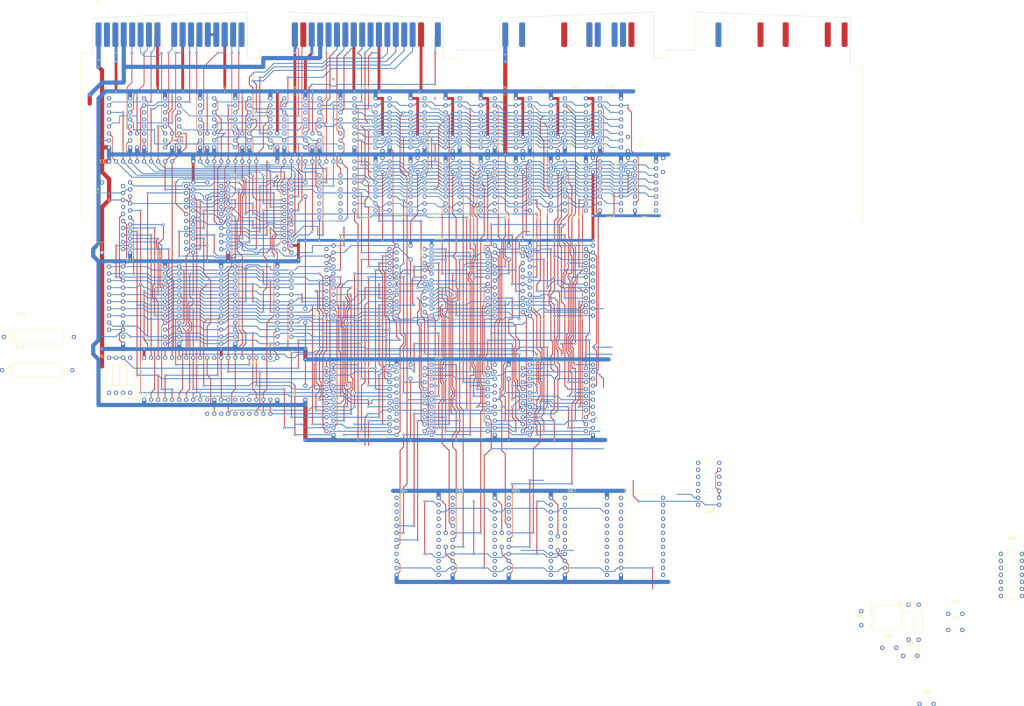
<source format=kicad_pcb>
(kicad_pcb (version 20211014) (generator pcbnew)
  (layers (0 "F.Cu" signal) (31 "B.Cu" signal) (34 "B.Paste" user) (35 "F.Paste" user) (36 "B.SilkS" user "B.Silkscreen") (37 "F.SilkS" user "F.Silkscreen") (38 "B.Mask" user) (39 "F.Mask" user) (44 "Edge.Cuts" user))
  (net 0 "")
  (net 1 "/SIN_19")
  (net 2 "/SAD00_1")
  (net 3 "/KDA00_1")
  (net 4 "/SAD01_2")
  (net 5 "/KDA01_2")
  (net 6 "/SAD02_3")
  (net 7 "/KDA02_3")
  (net 8 "/SAD03_4")
  (net 9 "/KDA03_4")
  (net 10 "Net-(D1-Pad03)")
  (net 11 "/SAD04_5")
  (net 12 "/KDA04_5")
  (net 13 "/SAD05_6")
  (net 14 "/KDA05_6")
  (net 15 "/SAD06_7")
  (net 16 "/KDA06_7")
  (net 17 "/SAD07_8")
  (net 18 "/KDA07_8")
  (net 19 "/SAD10_11")
  (net 20 "/KDA10_11")
  (net 21 "/SAD11_12")
  (net 22 "/KDA11_12")
  (net 23 "/SAD08_9")
  (net 24 "/KDA08_9")
  (net 25 "/SAD09_10")
  (net 26 "/KDA09_10")
  (net 27 "/SAD15_16")
  (net 28 "/KDA15_16")
  (net 32 "/SAD12_13")
  (net 33 "/KDA12_13")
  (net 37 "GND")
  (net 38 "VCC")
  (net 39 "/SPPR1_24")
  (net 40 "/KOUT_20")
  (net 42 "/SSIA_17")
  (net 43 "/KIN_19")
  (net 46 "/KSIA_17")
  (net 48 "/KPPR1_24")
  (net 49 "/SOUT_20")
  (net 50 "/PITN_27")
  (net 51 "/KVU_21")
  (net 53 "/POSTN_26")
  (net 54 "/KSBROS_25")
  (net 57 "/KPOST_26")
  (net 58 "/SINIT_25")
  (net 60 "/KPIT_27")
  (net 61 "/SVU_21")
  (net 66 "/KSIP_18")
  (net 67 "/SPPR0_23")
  (net 68 "/STPR_22")
  (net 69 "/KTPR_22")
  (net 71 "/SSIP_18")
  (net 72 "/KPPR0_23")
  (net 74 "/D1B1_28")
  (net 75 "/PADR_101")
  (net 76 "/CLCO_53")
  (net 77 "/CLCI_30")
  (net 78 "/EVNT_43")
  (net 79 "Net-(D16-Pad28)")
  (net 80 "Net-(D34-Pad02)")
  (net 81 "/U26_26")
  (net 82 "/U27_27")
  (net 83 "/U24_24")
  (net 84 "/U25_25")
  (net 85 "-12V")
  (net 86 "+12V")
  (net 87 "Net-(X1-PadАБ14)")
  (net 88 "/U59_59")
  (net 89 "/U23_23")
  (net 90 "/U54_54")
  (net 91 "/U9_9")
  (net 92 "/U12_12")
  (net 93 "/SYNC_13")
  (net 94 "/U11_11")
  (net 95 "/WC_10")
  (net 96 "/U7_7")
  (net 97 "/U50_50")
  (net 98 "/U5_5")
  (net 99 "/U14_14")
  (net 100 "/U15_15")
  (net 102 "/MD0_1")
  (net 103 "/MD1_2")
  (net 104 "/MD2_3")
  (net 105 "/MD3_4")
  (net 106 "/U2_2")
  (net 107 "/U1_1")
  (net 108 "/U49_49")
  (net 109 "/U16_16")
  (net 110 "/U4_4")
  (net 111 "/U17_17")
  (net 112 "/U18_18")
  (net 113 "Net-(X1-PadВБ11)")
  (net 114 "Net-(X1-PadВБ14)")
  (net 116 "/MD4_5")
  (net 117 "/MD5_6")
  (net 118 "/MD6_7")
  (net 119 "/MD7_8")
  (net 122 "Net-(D10-Pad27)")
  (net 124 "/AD00_1")
  (net 125 "/AD01_2")
  (net 126 "/AD02_3")
  (net 127 "/AD03_4")
  (net 128 "/AD04_5")
  (net 130 "/AD05_6")
  (net 131 "/AD06_7")
  (net 132 "/AD07_8")
  (net 133 "/AD08_9")
  (net 134 "/AD10_11")
  (net 135 "/AD11_12")
  (net 136 "/AD12_13")
  (net 137 "/BS_21")
  (net 138 "/INIT_25")
  (net 139 "/VIRQ_22")
  (net 140 "/DOUT_20")
  (net 141 "/DIN_19")
  (net 142 "/RPLY_18")
  (net 143 "/SYNC_17")
  (net 145 "CLC")
  (net 147 "/D10_IAKI")
  (net 148 "Net-(D10-Pad28)")
  (net 149 "Net-(D10-Pad31)")
  (net 150 "Net-(D10-Pad29)")
  (net 151 "/AD09_10")
  (net 152 "/AD13_14")
  (net 153 "/AD14_15")
  (net 154 "/AD15_16")
  (net 155 "/CEROM_23")
  (net 158 "/WTBT_29")
  (net 159 "/D17_IAKI")
  (net 160 "/SEL_30")
  (net 169 "unconnected-(D16-Pad27)")
  (net 171 "/D16_IAKI")
  (net 172 "Net-(D17-Pad05)")
  (net 175 "/MA0_17")
  (net 176 "/MA2_19")
  (net 177 "/MA1_18")
  (net 178 "/MA7_24")
  (net 179 "/MA5_22")
  (net 180 "/MA4_21")
  (net 181 "/MA3_20")
  (net 182 "/MA6_23")
  (net 188 "/KBDI_51")
  (net 189 "/RAS_19")
  (net 190 "/WE_8")
  (net 193 "/CAS1_21")
  (net 194 "/MD8_9")
  (net 195 "/CAS2_22")
  (net 196 "/MD9_10")
  (net 197 "/MD10_11")
  (net 198 "/MD11_12")
  (net 199 "/MD12_13")
  (net 200 "/MD13_14")
  (net 201 "/MD14_15")
  (net 202 "/MD15_16")
  (net 203 "Net-(BQ1-Pad2)")
  (net 204 "Net-(C83-Pad2)")
  (net 205 "Net-(D23-Pad04)")
  (net 206 "Net-(D18-Pad02)")
  (net 212 "unconnected-(D18-Pad13)")
  (net 227 "P1c")
  (net 235 "unconnected-(D65-Pad16)")
  (net 283 "Net-(BQ1-Pad1)")
  (net 284 "Net-(C83-Pad1)")
  (footprint "USSR:cap_5mm" (layer "F.Cu") (at 448.75 -279.375 90)
    (fp_text reference "C30")
    (fp_text value "68n")
  )
  (footprint "USSR:2pin_125" (layer "F.Cu") (at 593.62 -122.5)
    (fp_text reference "R10")
    (fp_text value "1k")
  )
  (footprint "USSR:cap_5mm" (layer "F.Cu") (at 406.25 -286.875 -90)
    (fp_text reference "C14")
    (fp_text value "68n")
  )
  (footprint "USSR:201.16.5" (layer "F.Cu") (at 408.75 -258.125 180)
    (fp_text reference "D47")
    (fp_text value "K565RU5_v2")
  )
  (footprint "USSR:201.16.5" (layer "F.Cu") (at 446.25 -308.125)
    (fp_text reference "D42")
    (fp_text value "K565RU5_v2")
  )
  (footprint "USSR:201.16.5" (layer "F.Cu") (at 421.25 -308.125)
    (fp_text reference "D40")
    (fp_text value "K565RU5_v2")
  )
  (footprint "USSR:201.16.5" (layer "F.Cu") (at 496.25 -258.125 180)
    (fp_text reference "D54")
    (fp_text value "K565RU5_v2")
  )
  (footprint "USSR:2pin_125" (layer "F.Cu") (at 590 -122.5)
    (fp_text reference "R11")
    (fp_text value "1k")
  )
  (footprint "USSR:cap_5mm" (layer "F.Cu") (at 421.25 -145.625 90)
    (fp_text reference "C34")
    (fp_text value "68n")
  )
  (footprint "USSR:cap_5mm" (layer "F.Cu") (at 441.25 -145.625 90)
    (fp_text reference "C35")
    (fp_text value "68n")
  )
  (footprint "USSR:239.24-2" (layer "F.Cu") (at 435 -166.875)
    (fp_text reference "D66")
    (fp_text value "KR1802IR1")
  )
  (footprint "USSR:201.16.5" (layer "F.Cu") (at 458.75 -258.125 180)
    (fp_text reference "D51")
    (fp_text value "K565RU5_v2")
  )
  (footprint "USSR:201.14-8" (layer "F.Cu") (at 626.68914 -145.625)
    (fp_text reference "D23")
    (fp_text value "K555LN1")
  )
  (footprint "USSR:cap_5mm" (layer "F.Cu") (at 443.75 -286.875 -90)
    (fp_text reference "C15")
    (fp_text value "68n")
  )
  (footprint "USSR:201.16.5" (layer "F.Cu") (at 483.75 -258.125 180)
    (fp_text reference "D53")
    (fp_text value "K565RU5_v2")
  )
  (footprint "USSR:2pin_125" (layer "F.Cu") (at 310 -210.625)
    (fp_text reference "R5")
    (fp_text value "62k")
  )
  (footprint "USSR:201.14-8" (layer "F.Cu") (at 383.75 -280.625)
    (fp_text reference "D1")
    (fp_text value "K155LP5")
  )
  (footprint "USSR:cap_5mm" (layer "F.Cu") (at 436.25 -279.375 90)
    (fp_text reference "C18")
    (fp_text value "68n")
  )
  (footprint "USSR:201.16.5" (layer "F.Cu") (at 396.25 -308.125)
    (fp_text reference "D38")
    (fp_text value "K565RU5_v2")
  )
  (footprint "USSR:cap_5mm" (layer "F.Cu") (at 398.75 -279.375 90)
    (fp_text reference "C16")
    (fp_text value "68n")
  )
  (footprint "USSR:cap_5mm" (layer "F.Cu") (at 493.75 -286.875 -90)
    (fp_text reference "C21")
    (fp_text value "68n")
  )
  (footprint "USSR:cap_5mm" (layer "F.Cu") (at 596.44286 -90.815)
    (fp_text reference "C83")
    (fp_text value "68n")
  )
  (footprint "USSR:cap_5mm" (layer "F.Cu") (at 583.12 -110.88)
    (fp_text reference "C84")
    (fp_text value "68n")
  )
  (footprint "USSR:201.16.5" (layer "F.Cu") (at 433.75 -258.125 180)
    (fp_text reference "D49")
    (fp_text value "K565RU5_v2")
  )
  (footprint "USSR:cap_5mm" (layer "F.Cu") (at 356.25 -288.125 -90)
    (fp_text reference "C4")
    (fp_text value "68n")
  )
  (footprint "USSR:429.42-5" (layer "F.Cu") (at 430 -245.625)
    (fp_text reference "D36")
    (fp_text value "KR1802VV1")
  )
  (footprint "USSR:cap_5mm" (layer "F.Cu") (at 431.25 -286.875 -90)
    (fp_text reference "C12")
    (fp_text value "68n")
  )
  (footprint "USSR:239.24-2" (layer "F.Cu") (at 495 -166.875)
    (fp_text reference "D71")
    (fp_text value "KR1802IR1")
  )
  (footprint "USSR:239.24-2" (layer "F.Cu") (at 455 -166.875)
    (fp_text reference "D65")
    (fp_text value "KR1802IR1")
  )
  (footprint "USSR:2pin_125" (layer "F.Cu") (at 307.5 -198.125 180)
    (fp_text reference "VD1")
    (fp_text value "VD_125")
  )
  (footprint "USSR:cap_5mm" (layer "F.Cu") (at 481.25 -286.875 -90)
    (fp_text reference "C25")
    (fp_text value "68n")
  )
  (footprint "USSR:row-10" (layer "F.Cu") (at 370 -213.125 180)
    (fp_text reference "E6")
    (fp_text value "R_array")
  )
  (footprint "USSR:row-10" (layer "F.Cu") (at 305 -215.625 180)
    (fp_text reference "E5")
    (fp_text value "R_array")
  )
  (footprint "USSR:201.16.5" (layer "F.Cu") (at 371.25 -280.625 180)
    (fp_text reference "D5")
    (fp_text value "KR531AP2")
  )
  (footprint "USSR:cap_5mm" (layer "F.Cu") (at 408.75 -205.625 90)
    (fp_text reference "C28")
    (fp_text value "68n")
  )
  (footprint "USSR:cap_5mm" (layer "F.Cu") (at 473.75 -279.375 90)
    (fp_text reference "C29")
    (fp_text value "68n")
  )
  (footprint "USSR:429.42-5" (layer "F.Cu") (at 465 -245.625)
    (fp_text reference "D37")
    (fp_text value "KR1802VV1")
  )
  (footprint "USSR:cap_5mm" (layer "F.Cu") (at 331.25 -288.125 -90)
    (fp_text reference "C10")
    (fp_text value "68n")
  )
  (footprint "USSR:201.16.5" (layer "F.Cu") (at 446.25 -258.125 180)
    (fp_text reference "D50")
    (fp_text value "K565RU5_v2")
  )
  (footprint "USSR:201.14-8" (layer "F.Cu") (at 518.75 -153.125 180)
    (fp_text reference "D18")
    (fp_text value "K555LN2")
  )
  (footprint "USSR:201.16.5" (layer "F.Cu") (at 308.75 -280.625 180)
    (fp_text reference "D6")
    (fp_text value "KR531AP2")
  )
  (footprint "USSR:row-10" (layer "F.Cu") (at 330 -280.625 90)
    (fp_text reference "E2")
    (fp_text value "R_array")
  )
  (footprint "USSR:cap_5mm" (layer "F.Cu") (at 443.75 -205.625 90)
    (fp_text reference "C24")
    (fp_text value "68n")
  )
  (footprint "USSR:cap_5mm" (layer "F.Cu") (at 486.25 -279.375 90)
    (fp_text reference "C33")
    (fp_text value "68n")
  )
  (footprint "USSR:cap_K53" (layer "F.Cu") (at 295 -254.375 90)
    (fp_text reference "C1")
    (fp_text value "47uF 6,3V")
  )
  (footprint "USSR:cap_5mm" (layer "F.Cu") (at 606.68 -117.25)
    (fp_text reference "C37")
    (fp_text value "68n")
  )
  (footprint "USSR:201.16.5" (layer "F.Cu") (at 396.25 -258.125 180)
    (fp_text reference "D46")
    (fp_text value "K565RU5_v2")
  )
  (footprint "USSR:cap_5mm" (layer "F.Cu") (at 371.25 -270.625 90)
    (fp_text reference "C3")
    (fp_text value "68n")
  )
  (footprint "USSR:429.42-5" (layer "F.Cu") (at 357.5 -268.125)
    (fp_text reference "D9")
    (fp_text value "КR1801VP1-065")
  )
  (footprint "USSR:201.16.5" (layer "F.Cu") (at 471.25 -308.125)
    (fp_text reference "D44")
    (fp_text value "K565RU5_v2")
  )
  (footprint "USSR:cap_K53" (layer "F.Cu") (at 273.125 -213.655)
    (fp_text reference "C79")
    (fp_text value "cap_K53")
  )
  (footprint "USSR:cap_5mm" (layer "F.Cu") (at 461.25 -279.375 90)
    (fp_text reference "C31")
    (fp_text value "68n")
  )
  (footprint "USSR:cap_K53" (layer "F.Cu") (at 273.75 -225.53)
    (fp_text reference "C75")
    (fp_text value "22uF 16V")
  )
  (footprint "USSR:201.16.5" (layer "F.Cu") (at 358.75 -280.625 180)
    (fp_text reference "D4")
    (fp_text value "KR531AP2")
  )
  (footprint "USSR:cap_5mm" (layer "F.Cu") (at 318.75 -288.125 -90)
    (fp_text reference "C8")
    (fp_text value "68n")
  )
  (footprint "USSR:201.16.5" (layer "F.Cu") (at 321.25 -280.625 180)
    (fp_text reference "D8")
    (fp_text value "KR531AP2")
  )
  (footprint "USSR:Quartz" (layer "F.Cu") (at 573.132 -117.69)
    (fp_text reference "BQ1")
    (fp_text value "4,608 MHz")
  )
  (footprint "USSR:row-10" (layer "F.Cu") (at 360 -280.625 90)
    (fp_text reference "E1")
    (fp_text value "R_array")
  )
  (footprint "USSR:201.16.5" (layer "F.Cu") (at 483.75 -308.125)
    (fp_text reference "D45")
    (fp_text value "K565RU5_v2")
  )
  (footprint "USSR:2123.40-6" (layer "F.Cu") (at 312.5 -201.875 90)
    (fp_text reference "D13")
    (fp_text value "KM1801VM2")
  )
  (footprint "USSR:201.16.5" (layer "F.Cu") (at 471.25 -258.125 180)
    (fp_text reference "D52")
    (fp_text value "K565RU5_v2")
  )
  (footprint "USSR:429.42-5" (layer "F.Cu") (at 395 -203.125)
    (fp_text reference "D17")
    (fp_text value "KR1801VP1-033")
  )
  (footprint "USSR:cap_5mm" (layer "F.Cu") (at 371.25 -198.125 90)
    (fp_text reference "C20")
    (fp_text value "68n")
  )
  (footprint "USSR:cap_5mm" (layer "F.Cu") (at 343.75 -288.125 -90)
    (fp_text reference "C9")
    (fp_text value "68n")
  )
  (footprint "USSR:dvk_edge_kcgd" (layer "F.Cu") (at 301.224022 -336.875)
    (fp_text reference "X1")
    (fp_text value "dvk_edge")
    (fp_line (start -2 5) (end 53 3) (layer "Edge.Cuts") (width 0.12))
    (fp_line (start 143 16.5) (end 143 5) (layer "Edge.Cuts") (width 0.12))
    (fp_line (start 53 19.5) (end 53 3) (layer "Edge.Cuts") (width 0.12))
    (fp_line (start 202.5 16.5) (end 213 16.5) (layer "Edge.Cuts") (width 0.12))
    (fp_line (start 68 3) (end 123 5) (layer "Edge.Cuts") (width 0.12))
    (fp_line (start 268 21.5) (end 268 5) (layer "Edge.Cuts") (width 0.12))
    (fp_line (start -2 17.5) (end -2 5) (layer "Edge.Cuts") (width 0.12))
    (fp_line (start 143 5) (end 198 3) (layer "Edge.Cuts") (width 0.12))
    (fp_line (start 213 3) (end 268 5) (layer "Edge.Cuts") (width 0.12))
    (fp_line (start 57.5 16.5) (end 68 16.5) (layer "Edge.Cuts") (width 0.12))
    (fp_line (start 123 19.5) (end 123 5) (layer "Edge.Cuts") (width 0.12))
    (fp_line (start 127.5 16.5) (end 143 16.5) (layer "Edge.Cuts") (width 0.12))
    (fp_line (start 198 19.5) (end 198 3) (layer "Edge.Cuts") (width 0.12))
  )
  (footprint "USSR:201.16.5" (layer "F.Cu") (at 458.75 -308.125)
    (fp_text reference "D43")
    (fp_text value "K565RU5_v2")
  )
  (footprint "USSR:cap_5mm" (layer "F.Cu") (at 381.25 -288.125 -90)
    (fp_text reference "C7")
    (fp_text value "68n")
  )
  (footprint "USSR:239.24-2" (layer "F.Cu") (at 415 -166.875)
    (fp_text reference "D64")
    (fp_text value "KR1802IR1")
  )
  (footprint "USSR:201.16.5" (layer "F.Cu") (at 421.25 -258.125 180)
    (fp_text reference "D48")
    (fp_text value "K565RU5_v2")
  )
  (footprint "USSR:cap_5mm" (layer "F.Cu") (at 378.75 -225.625 -90)
    (fp_text reference "C11")
    (fp_text value "68n")
  )
  (footprint "USSR:239.24-2" (layer "F.Cu") (at 475 -166.875)
    (fp_text reference "D67")
    (fp_text value "KR1802IR1")
  )
  (footprint "USSR:2pin_125" (layer "F.Cu") (at 312.5 -198.125 180)
    (fp_text reference "R4")
    (fp_text value "3,3k")
  )
  (footprint "USSR:429.42-5" (layer "F.Cu") (at 430 -203.125)
    (fp_text reference "D34")
    (fp_text value "KR1802VV1")
  )
  (footprint "USSR:239.24-2" (layer "F.Cu") (at 357.5 -209.375 180)
    (fp_text reference "XS3")
    (fp_text value "KR1801RE2")
  )
  (footprint "USSR:201.16.5" (layer "F.Cu") (at 333.75 -280.625 180)
    (fp_text reference "D7")
    (fp_text value "KR531AP2")
  )
  (footprint "USSR:cap_5mm" (layer "F.Cu") (at 498.75 -279.375 90)
    (fp_text reference "C32")
    (fp_text value "68n")
  )
  (footprint "USSR:201.16.5" (layer "F.Cu") (at 433.75 -308.125)
    (fp_text reference "D41")
    (fp_text value "K565RU5_v2")
  )
  (footprint "USSR:cap_5mm" (layer "F.Cu") (at 456.25 -286.875 -90)
    (fp_text reference "C27")
    (fp_text value "68n")
  )
  (footprint "USSR:201.16.5" (layer "F.Cu") (at 408.75 -308.125)
    (fp_text reference "D39")
    (fp_text value "K565RU5_v2")
  )
  (footprint "USSR:201.16.5" (layer "F.Cu") (at 346.25 -280.625 180)
    (fp_text reference "D2")
    (fp_text value "KR531AP2")
  )
  (footprint "USSR:cap_5mm" (layer "F.Cu") (at 336.25 -270.625 90)
    (fp_text reference "C5")
    (fp_text value "68n")
  )
  (footprint "USSR:cap_5mm" (layer "F.Cu") (at 468.75 -286.875 -90)
    (fp_text reference "C26")
    (fp_text value "68n")
  )
  (footprint "USSR:429.42-5" (layer "F.Cu") (at 395 -245.625)
    (fp_text reference "D16")
    (fp_text value "КR1801VP1-065")
  )
  (footprint "USSR:239.24-2" (layer "F.Cu") (at 317.5 -209.375 180)
    (fp_text reference "D11")
    (fp_text value "KR1801RE2")
  )
  (footprint "USSR:cap_5mm" (layer "F.Cu") (at 590.62 -108)
    (fp_text reference "C38")
    (fp_text value "68n")
  )
  (footprint "USSR:cap_5mm" (layer "F.Cu") (at 461.25 -144.375 90)
    (fp_text reference "C36")
    (fp_text value "68n")
  )
  (footprint "USSR:cap_5mm" (layer "F.Cu") (at 416.25 -248.125 -90)
    (fp_text reference "C23")
    (fp_text value "68n")
  )
  (footprint "USSR:2pin_125" (layer "F.Cu") (at 305 -210.625)
    (fp_text reference "VD2")
    (fp_text value "VD_125")
  )
  (footprint "USSR:row-10" (layer "F.Cu") (at 335 -190.625 90)
    (fp_text reference "E4")
    (fp_text value "R_array")
  )
  (footprint "USSR:429.42-5" (layer "F.Cu") (at 322.5 -268.125)
    (fp_text reference "D10")
    (fp_text value "КR1801VP1-065")
  )
  (footprint "USSR:429.42-5" (layer "F.Cu") (at 465 -203.125)
    (fp_text reference "D35")
    (fp_text value "KR1802VV1")
  )
  (footprint "USSR:cap_5mm" (layer "F.Cu") (at 411.25 -279.375 90)
    (fp_text reference "C19")
    (fp_text value "68n")
  )
  (footprint "USSR:row-10" (layer "F.Cu") (at 300 -280.625 90)
    (fp_text reference "E3")
    (fp_text value "R_array")
  )
  (footprint "USSR:cap_5mm" (layer "F.Cu") (at 423.75 -279.375 90)
    (fp_text reference "C17")
    (fp_text value "68n")
  )
  (footprint "USSR:201.16.5" (layer "F.Cu") (at 383.75 -280.625 180)
    (fp_text reference "D3")
    (fp_text value "KR531AP2")
  )
  (footprint "USSR:cap_5mm" (layer "F.Cu") (at 606.68 -123)
    (fp_text reference "C39")
    (fp_text value "68n")
  )
  (footprint "USSR:cap_5mm" (layer "F.Cu") (at 368.75 -288.125 -90)
    (fp_text reference "C6")
    (fp_text value "68n")
  )
  (footprint "USSR:239.24-2" (layer "F.Cu") (at 337.5 -209.375 180)
    (fp_text reference "XS2")
    (fp_text value "KR1801RE2")
  )
  (footprint "USSR:cap_5mm" (layer "F.Cu") (at 451.25 -248.125 -90)
    (fp_text reference "C22")
    (fp_text value "68n")
  )
  (footprint "USSR:cap_5mm" (layer "F.Cu") (at 418.75 -286.875 -90)
    (fp_text reference "C13")
    (fp_text value "68n")
  )
  (via (at 421.25 -303.125) (size 0.8) (drill 0.4) (layers "F.Cu" "B.Cu") (net 0))
  (via (at 385 -310) (size 0.8) (drill 0.4) (layers "F.Cu" "B.Cu") (net 0))
  (segment (start 372.5 -280.625) (end 372.5 -286.875) (width 0.25) (layer "F.Cu") (net 1))
  (segment (start 372.5 -268.125) (end 372.5 -278.125) (width 0.3) (layer "F.Cu") (net 1))
  (segment (start 372.5 -278.125) (end 372.5 -280.625) (width 0.3) (layer "F.Cu") (net 1))
  (via (at 372.5 -268.125) (size 0.8) (drill 0.4) (layers "F.Cu" "B.Cu") (net 1))
  (via (at 372.5 -278.125) (size 0.8) (drill 0.4) (layers "F.Cu" "B.Cu") (net 1))
  (via (at 372.5 -286.875) (size 0.8) (drill 0.4) (layers "F.Cu" "B.Cu") (net 1))
  (segment (start 361.25 -286.875) (end 362.5 -285.625) (width 0.3) (layer "B.Cu") (net 1))
  (segment (start 362.5 -285.625) (end 363.75 -286.875) (width 0.3) (layer "B.Cu") (net 1))
  (segment (start 373.75 -276.875) (end 372.5 -278.125) (width 0.3) (layer "B.Cu") (net 1))
  (segment (start 375 -285.625) (end 376.25 -286.875) (width 0.25) (layer "B.Cu") (net 1))
  (segment (start 363.75 -286.875) (end 372.5 -286.875) (width 0.3) (layer "B.Cu") (net 1))
  (segment (start 313.75 -291.875) (end 321.25 -291.875) (width 0.3) (layer "B.Cu") (net 1))
  (segment (start 380 -275.625) (end 378.75 -276.875) (width 0.3) (layer "B.Cu") (net 1))
  (segment (start 373.75 -286.875) (end 375 -285.625) (width 0.25) (layer "B.Cu") (net 1))
  (segment (start 378.75 -276.875) (end 373.75 -276.875) (width 0.3) (layer "B.Cu") (net 1))
  (segment (start 312.5 -295.625) (end 313.75 -294.375) (width 0.3) (layer "B.Cu") (net 1))
  (segment (start 321.25 -291.875) (end 321.25 -286.875) (width 0.3) (layer "B.Cu") (net 1))
  (segment (start 372.5 -286.875) (end 373.75 -286.875) (width 0.25) (layer "B.Cu") (net 1))
  (segment (start 321.25 -286.875) (end 348.75 -286.875) (width 0.3) (layer "B.Cu") (net 1))
  (segment (start 376.25 -286.875) (end 386.25 -286.875) (width 0.25) (layer "B.Cu") (net 1))
  (segment (start 386.25 -286.875) (end 387.5 -285.625) (width 0.25) (layer "B.Cu") (net 1))
  (segment (start 313.75 -294.375) (end 313.75 -291.875) (width 0.3) (layer "B.Cu") (net 1))
  (segment (start 350 -285.625) (end 351.25 -286.875) (width 0.3) (layer "B.Cu") (net 1))
  (segment (start 370 -268.125) (end 372.5 -268.125) (width 0.3) (layer "B.Cu") (net 1))
  (segment (start 348.75 -286.875) (end 350 -285.625) (width 0.3) (layer "B.Cu") (net 1))
  (segment (start 351.25 -286.875) (end 361.25 -286.875) (width 0.3) (layer "B.Cu") (net 1))
  (segment (start 348.75 -264.375) (end 348.75 -268.125) (width 0.25) (layer "F.Cu") (net 2))
  (segment (start 351.25 -286.875) (end 350 -288.125) (width 0.3) (layer "F.Cu") (net 2))
  (segment (start 350 -281.875) (end 351.25 -283.125) (width 0.3) (layer "F.Cu") (net 2))
  (segment (start 350 -280.625) (end 350 -281.875) (width 0.3) (layer "F.Cu") (net 2))
  (segment (start 351.25 -283.125) (end 351.25 -286.875) (width 0.3) (layer "F.Cu") (net 2))
  (segment (start 350 -269.375) (end 350 -280.625) (width 0.25) (layer "F.Cu") (net 2))
  (segment (start 351.25 -289.375) (end 351.25 -291.875) (width 0.3) (layer "F.Cu") (net 2))
  (segment (start 351.25 -291.875) (end 350 -293.125) (width 0.3) (layer "F.Cu") (net 2))
  (segment (start 347.5 -263.125) (end 348.75 -264.375) (width 0.25) (layer "F.Cu") (net 2))
  (segment (start 348.75 -268.125) (end 350 -269.375) (width 0.25) (layer "F.Cu") (net 2))
  (segment (start 350 -288.125) (end 351.25 -289.375) (width 0.3) (layer "F.Cu") (net 2))
  (segment (start 348.75 -291.875) (end 348.75 -319.375) (width 0.25) (layer "F.Cu") (net 3))
  (segment (start 350 -290.625) (end 348.75 -291.875) (width 0.25) (layer "F.Cu") (net 3))
  (via (at 348.75 -319.375) (size 0.8) (drill 0.4) (layers "F.Cu" "B.Cu") (net 3))
  (segment (start 348.75 -319.375) (end 348.75 -325.375) (width 0.25) (layer "B.Cu") (net 3))
  (segment (start 348.75 -325.375) (end 349.25 -325.875) (width 0.25) (layer "B.Cu") (net 3))
  (segment (start 345 -261.875) (end 346.25 -263.125) (width 0.25) (layer "F.Cu") (net 4))
  (segment (start 346.25 -278.125) (end 347.5 -279.375) (width 0.25) (layer "F.Cu") (net 4))
  (segment (start 347.5 -280.625) (end 347.5 -300.625) (width 0.3) (layer "F.Cu") (net 4))
  (segment (start 346.25 -263.125) (end 346.25 -278.125) (width 0.25) (layer "F.Cu") (net 4))
  (segment (start 347.5 -279.375) (end 347.5 -280.625) (width 0.25) (layer "F.Cu") (net 4))
  (via (at 347.5 -300.625) (size 0.8) (drill 0.4) (layers "F.Cu" "B.Cu") (net 4))
  (via (at 347.5 -295.625) (size 0.8) (drill 0.4) (layers "F.Cu" "B.Cu") (net 4))
  (segment (start 347.5 -300.625) (end 350 -300.625) (width 0.3) (layer "B.Cu") (net 4))
  (segment (start 350 -295.625) (end 347.5 -295.625) (width 0.3) (layer "B.Cu") (net 4))
  (segment (start 350 -298.125) (end 351.25 -299.375) (width 0.25) (layer "F.Cu") (net 5))
  (segment (start 351.25 -299.375) (end 351.25 -319.375) (width 0.25) (layer "F.Cu") (net 5))
  (via (at 351.25 -319.375) (size 0.8) (drill 0.4) (layers "F.Cu" "B.Cu") (net 5))
  (segment (start 351.25 -319.375) (end 351.25 -324.875) (width 0.25) (layer "B.Cu") (net 5))
  (segment (start 351.25 -324.875) (end 352.25 -325.875) (width 0.25) (layer "B.Cu") (net 5))
  (segment (start 343.75 -283.125) (end 343.75 -290.625) (width 0.3) (layer "F.Cu") (net 6))
  (segment (start 342.5 -298.125) (end 343.75 -299.375) (width 0.3) (layer "F.Cu") (net 6))
  (segment (start 343.75 -299.375) (end 343.75 -301.875) (width 0.3) (layer "F.Cu") (net 6))
  (segment (start 345.625 -258.125) (end 343.75 -258.125) (width 0.3) (layer "F.Cu") (net 6))
  (segment (start 342.5 -280.625) (end 342.5 -281.875) (width 0.3) (layer "F.Cu") (net 6))
  (segment (start 346.25 -258.75) (end 345.625 -258.125) (width 0.3) (layer "F.Cu") (net 6))
  (segment (start 346.25 -259.375) (end 346.25 -258.75) (width 0.3) (layer "F.Cu") (net 6))
  (segment (start 342.5 -259.375) (end 342.5 -280.625) (width 0.3) (layer "F.Cu") (net 6))
  (segment (start 343.75 -301.875) (end 342.5 -303.125) (width 0.3) (layer "F.Cu") (net 6))
  (segment (start 345 -291.875) (end 345 -295.625) (width 0.3) (layer "F.Cu") (net 6))
  (segment (start 347.5 -260.625) (end 346.25 -259.375) (width 0.3) (layer "F.Cu") (net 6))
  (segment (start 343.75 -290.625) (end 345 -291.875) (width 0.3) (layer "F.Cu") (net 6))
  (segment (start 343.75 -258.125) (end 342.5 -259.375) (width 0.3) (layer "F.Cu") (net 6))
  (segment (start 342.5 -281.875) (end 343.75 -283.125) (width 0.3) (layer "F.Cu") (net 6))
  (segment (start 345 -295.625) (end 342.5 -298.125) (width 0.3) (layer "F.Cu") (net 6))
  (segment (start 382.5 -303.125) (end 382.5 -319.375) (width 0.25) (layer "F.Cu") (net 7))
  (via (at 382.5 -319.375) (size 0.8) (drill 0.4) (layers "F.Cu" "B.Cu") (net 7))
  (via (at 382.5 -303.125) (size 0.8) (drill 0.4) (layers "F.Cu" "B.Cu") (net 7))
  (segment (start 343.75 -301.875) (end 381.25 -301.875) (width 0.25) (layer "B.Cu") (net 7))
  (segment (start 382.5 -319.375) (end 382.5 -325.084219) (width 0.25) (layer "B.Cu") (net 7))
  (segment (start 381.25 -301.875) (end 382.5 -303.125) (width 0.25) (layer "B.Cu") (net 7))
  (segment (start 342.5 -300.625) (end 343.75 -301.875) (width 0.25) (layer "B.Cu") (net 7))
  (segment (start 382.5 -325.084219) (end 383.275978 -325.860197) (width 0.25) (layer "B.Cu") (net 7))
  (segment (start 343.75 -291.875) (end 343.75 -294.375) (width 0.3) (layer "F.Cu") (net 8))
  (segment (start 345 -289.375) (end 346.25 -290.625) (width 0.3) (layer "F.Cu") (net 8))
  (segment (start 345 -280.625) (end 345 -289.375) (width 0.3) (layer "F.Cu") (net 8))
  (segment (start 343.75 -294.375) (end 342.5 -295.625) (width 0.3) (layer "F.Cu") (net 8))
  (segment (start 345 -279.375) (end 345 -280.625) (width 0.3) (layer "F.Cu") (net 8))
  (segment (start 343.75 -260.625) (end 343.75 -278.125) (width 0.3) (layer "F.Cu") (net 8))
  (segment (start 343.75 -278.125) (end 345 -279.375) (width 0.3) (layer "F.Cu") (net 8))
  (segment (start 342.5 -290.625) (end 343.75 -291.875) (width 0.3) (layer "F.Cu") (net 8))
  (segment (start 345 -259.375) (end 343.75 -260.625) (width 0.3) (layer "F.Cu") (net 8))
  (via (at 346.25 -290.625) (size 0.8) (drill 0.4) (layers "F.Cu" "B.Cu") (net 8))
  (segment (start 346.25 -290.625) (end 342.5 -290.625) (width 0.3) (layer "B.Cu") (net 8))
  (segment (start 383.75 -303.125) (end 383.75 -318.125) (width 0.3) (layer "F.Cu") (net 9))
  (segment (start 382.5 -301.875) (end 383.75 -303.125) (width 0.3) (layer "F.Cu") (net 9))
  (segment (start 382.5 -294.375) (end 382.5 -301.875) (width 0.3) (layer "F.Cu") (net 9))
  (segment (start 383.75 -318.125) (end 385 -319.375) (width 0.3) (layer "F.Cu") (net 9))
  (via (at 382.5 -294.375) (size 0.8) (drill 0.4) (layers "F.Cu" "B.Cu") (net 9))
  (via (at 385 -319.375) (size 0.8) (drill 0.4) (layers "F.Cu" "B.Cu") (net 9))
  (segment (start 385 -319.375) (end 386.275978 -320.650978) (width 0.3) (layer "B.Cu") (net 9))
  (segment (start 342.5 -293.125) (end 343.75 -294.375) (width 0.3) (layer "B.Cu") (net 9))
  (segment (start 343.75 -294.375) (end 382.5 -294.375) (width 0.3) (layer "B.Cu") (net 9))
  (segment (start 386.275978 -320.650978) (end 386.275978 -325.860197) (width 0.3) (layer "B.Cu") (net 9))
  (segment (start 378.75 -286.875) (end 380 -288.125) (width 0.3) (layer "F.Cu") (net 10))
  (segment (start 380 -270.625) (end 378.75 -271.875) (width 0.3) (layer "F.Cu") (net 10))
  (segment (start 378.75 -271.875) (end 378.75 -286.875) (width 0.3) (layer "F.Cu") (net 10))
  (segment (start 343.75 -289.375) (end 353.75 -289.375) (width 0.3) (layer "B.Cu") (net 10))
  (segment (start 367.5 -288.125) (end 368.75 -289.375) (width 0.3) (layer "B.Cu") (net 10))
  (segment (start 376.25 -289.375) (end 377.5 -288.125) (width 0.3) (layer "B.Cu") (net 10))
  (segment (start 377.5 -288.125) (end 380 -288.125) (width 0.3) (layer "B.Cu") (net 10))
  (segment (start 356.25 -289.375) (end 366.25 -289.375) (width 0.3) (layer "B.Cu") (net 10))
  (segment (start 342.5 -288.125) (end 343.75 -289.375) (width 0.3) (layer "B.Cu") (net 10))
  (segment (start 355 -288.125) (end 356.25 -289.375) (width 0.3) (layer "B.Cu") (net 10))
  (segment (start 353.75 -289.375) (end 355 -288.125) (width 0.3) (layer "B.Cu") (net 10))
  (segment (start 366.25 -289.375) (end 367.5 -288.125) (width 0.3) (layer "B.Cu") (net 10))
  (segment (start 368.75 -289.375) (end 376.25 -289.375) (width 0.3) (layer "B.Cu") (net 10))
  (segment (start 390 -260.625) (end 390 -278.125) (width 0.3) (layer "F.Cu") (net 11))
  (segment (start 388.75 -289.375) (end 388.75 -291.875) (width 0.25) (layer "F.Cu") (net 11))
  (segment (start 387.5 -283.125) (end 388.75 -284.375) (width 0.25) (layer "F.Cu") (net 11))
  (segment (start 388.75 -284.375) (end 388.75 -286.875) (width 0.25) (layer "F.Cu") (net 11))
  (segment (start 388.75 -286.875) (end 387.5 -288.125) (width 0.25) (layer "F.Cu") (net 11))
  (segment (start 388.75 -291.875) (end 387.5 -293.125) (width 0.25) (layer "F.Cu") (net 11))
  (segment (start 387.5 -288.125) (end 388.75 -289.375) (width 0.25) (layer "F.Cu") (net 11))
  (segment (start 390 -278.125) (end 387.5 -280.625) (width 0.3) (layer "F.Cu") (net 11))
  (segment (start 387.5 -280.625) (end 387.5 -283.125) (width 0.25) (layer "F.Cu") (net 11))
  (via (at 390 -260.625) (size 0.8) (drill 0.4) (layers "F.Cu" "B.Cu") (net 11))
  (segment (start 368.75 -258.75) (end 369.375 -259.375) (width 0.3) (layer "B.Cu") (net 11))
  (segment (start 361.25 -258.75) (end 363.75 -258.75) (width 0.3) (layer "B.Cu") (net 11))
  (segment (start 369.375 -259.375) (end 388.75 -259.375) (width 0.3) (layer "B.Cu") (net 11))
  (segment (start 368.75 -258.125) (end 368.75 -258.75) (width 0.3) (layer "B.Cu") (net 11))
  (segment (start 347.5 -258.125) (end 360.625 -258.125) (width 0.3) (layer "B.Cu") (net 11))
  (segment (start 388.75 -259.375) (end 390 -260.625) (width 0.3) (layer "B.Cu") (net 11))
  (segment (start 360.625 -258.125) (end 361.25 -258.75) (width 0.3) (layer "B.Cu") (net 11))
  (segment (start 363.75 -258.75) (end 364.375 -258.125) (width 0.3) (layer "B.Cu") (net 11))
  (segment (start 364.375 -258.125) (end 368.75 -258.125) (width 0.3) (layer "B.Cu") (net 11))
  (segment (start 386.25 -318.125) (end 387.5 -319.375) (width 0.3) (layer "F.Cu") (net 12))
  (segment (start 386.25 -291.875) (end 386.25 -318.125) (width 0.3) (layer "F.Cu") (net 12))
  (segment (start 387.5 -290.625) (end 386.25 -291.875) (width 0.3) (layer "F.Cu") (net 12))
  (via (at 387.5 -319.375) (size 0.8) (drill 0.4) (layers "F.Cu" "B.Cu") (net 12))
  (segment (start 388.75 -325.367933) (end 389.257067 -325.875) (width 0.3) (layer "B.Cu") (net 12))
  (segment (start 388.75 -320.625) (end 388.75 -325.367933) (width 0.3) (layer "B.Cu") (net 12))
  (segment (start 387.5 -319.375) (end 388.75 -320.625) (width 0.3) (layer "B.Cu") (net 12))
  (segment (start 385 -280.625) (end 385 -271.875) (width 0.25) (layer "F.Cu") (net 13))
  (segment (start 358.75 -271.875) (end 358.75 -257.5) (width 0.25) (layer "F.Cu") (net 13))
  (segment (start 358.75 -255.625) (end 358.75 -257.5) (width 0.3) (layer "F.Cu") (net 13))
  (segment (start 385 -300.625) (end 385 -295.625) (width 0.25) (layer "F.Cu") (net 13))
  (segment (start 385 -280.625) (end 385 -295.625) (width 0.25) (layer "F.Cu") (net 13))
  (via (at 358.75 -271.875) (size 0.8) (drill 0.4) (layers "F.Cu" "B.Cu") (net 13))
  (via (at 385 -300.625) (size 0.8) (drill 0.4) (layers "F.Cu" "B.Cu") (net 13))
  (via (at 385 -295.625) (size 0.8) (drill 0.4) (layers "F.Cu" "B.Cu") (net 13))
  (via (at 358.75 -255.625) (size 0.8) (drill 0.4) (layers "F.Cu" "B.Cu") (net 13))
  (via (at 385 -271.875) (size 0.8) (drill 0.4) (layers "F.Cu" "B.Cu") (net 13))
  (segment (start 355 -255.625) (end 358.75 -255.625) (width 0.3) (layer "B.Cu") (net 13))
  (segment (start 361.25 -271.875) (end 358.75 -271.875) (width 0.25) (layer "B.Cu") (net 13))
  (segment (start 387.5 -300.625) (end 385 -300.625) (width 0.25) (layer "B.Cu") (net 13))
  (segment (start 368.125 -273.125) (end 362.5 -273.125) (width 0.25) (layer "B.Cu") (net 13))
  (segment (start 385 -295.625) (end 387.5 -295.625) (width 0.25) (layer "B.Cu") (net 13))
  (segment (start 385 -271.875) (end 369.375 -271.875) (width 0.25) (layer "B.Cu") (net 13))
  (segment (start 362.5 -273.125) (end 361.25 -271.875) (width 0.25) (layer "B.Cu") (net 13))
  (segment (start 353.75 -256.875) (end 355 -255.625) (width 0.3) (layer "B.Cu") (net 13))
  (segment (start 369.375 -271.875) (end 368.125 -273.125) (width 0.25) (layer "B.Cu") (net 13))
  (segment (start 345 -256.875) (end 353.75 -256.875) (width 0.3) (layer "B.Cu") (net 13))
  (segment (start 387.5 -298.125) (end 388.75 -299.375) (width 0.3) (layer "F.Cu") (net 14))
  (segment (start 388.75 -318.125) (end 390 -319.375) (width 0.3) (layer "F.Cu") (net 14))
  (segment (start 388.75 -299.375) (end 388.75 -318.125) (width 0.3) (layer "F.Cu") (net 14))
  (via (at 390 -319.375) (size 0.8) (drill 0.4) (layers "F.Cu" "B.Cu") (net 14))
  (segment (start 392.25 -321.625) (end 392.25 -325.860197) (width 0.3) (layer "B.Cu") (net 14))
  (segment (start 390 -319.375) (end 392.25 -321.625) (width 0.3) (layer "B.Cu") (net 14))
  (segment (start 381.25 -301.875) (end 380 -303.125) (width 0.25) (layer "F.Cu") (net 15))
  (segment (start 381.25 -294.375) (end 381.25 -296.875) (width 0.25) (layer "F.Cu") (net 15))
  (segment (start 381.25 -299.375) (end 381.25 -301.875) (width 0.25) (layer "F.Cu") (net 15))
  (segment (start 381.25 -296.875) (end 380 -298.125) (width 0.25) (layer "F.Cu") (net 15))
  (segment (start 382.5 -280.625) (end 382.5 -293.125) (width 0.25) (layer "F.Cu") (net 15))
  (segment (start 361.25 -280.625) (end 361.25 -254.375) (width 0.3) (layer "F.Cu") (net 15))
  (segment (start 380 -298.125) (end 381.25 -299.375) (width 0.25) (layer "F.Cu") (net 15))
  (segment (start 382.5 -293.125) (end 381.25 -294.375) (width 0.25) (layer "F.Cu") (net 15))
  (via (at 361.25 -254.375) (size 0.8) (drill 0.4) (layers "F.Cu" "B.Cu") (net 15))
  (via (at 361.25 -280.625) (size 0.8) (drill 0.4) (layers "F.Cu" "B.Cu") (net 15))
  (segment (start 355 -254.375) (end 353.75 -255.625) (width 0.3) (layer "B.Cu") (net 15))
  (segment (start 381.25 -279.375) (end 362.5 -279.375) (width 0.25) (layer "B.Cu") (net 15))
  (segment (start 353.75 -255.625) (end 347.5 -255.625) (width 0.3) (layer "B.Cu") (net 15))
  (segment (start 361.25 -254.375) (end 355 -254.375) (width 0.3) (layer "B.Cu") (net 15))
  (segment (start 362.5 -279.375) (end 361.25 -280.625) (width 0.25) (layer "B.Cu") (net 15))
  (segment (start 382.5 -280.625) (end 381.25 -279.375) (width 0.25) (layer "B.Cu") (net 15))
  (segment (start 395 -318.125) (end 393.75 -319.375) (width 0.3) (layer "F.Cu") (net 16))
  (segment (start 395 -301.875) (end 395 -318.125) (width 0.3) (layer "F.Cu") (net 16))
  (via (at 395 -301.875) (size 0.8) (drill 0.4) (layers "F.Cu" "B.Cu") (net 16))
  (via (at 393.75 -319.375) (size 0.8) (drill 0.4) (layers "F.Cu" "B.Cu") (net 16))
  (segment (start 383.75 -300.625) (end 385 -301.875) (width 0.3) (layer "B.Cu") (net 16))
  (segment (start 385 -301.875) (end 395 -301.875) (width 0.3) (layer "B.Cu") (net 16))
  (segment (start 393.75 -319.375) (end 395.224022 -320.849022) (width 0.3) (layer "B.Cu") (net 16))
  (segment (start 395.224022 -320.849022) (end 395.224022 -325.875) (width 0.3) (layer "B.Cu") (net 16))
  (segment (start 380 -300.625) (end 383.75 -300.625) (width 0.3) (layer "B.Cu") (net 16))
  (segment (start 380 -283.125) (end 381.25 -284.375) (width 0.25) (layer "F.Cu") (net 17))
  (segment (start 380 -280.625) (end 380 -283.125) (width 0.25) (layer "F.Cu") (net 17))
  (segment (start 380 -290.625) (end 378.75 -291.875) (width 0.25) (layer "F.Cu") (net 17))
  (segment (start 381.25 -278.125) (end 380 -279.375) (width 0.3) (layer "F.Cu") (net 17))
  (segment (start 381.25 -284.375) (end 381.25 -289.375) (width 0.25) (layer "F.Cu") (net 17))
  (segment (start 380 -279.375) (end 380 -280.625) (width 0.3) (layer "F.Cu") (net 17))
  (segment (start 378.75 -294.375) (end 380 -295.625) (width 0.25) (layer "F.Cu") (net 17))
  (segment (start 381.25 -254.375) (end 381.25 -278.125) (width 0.3) (layer "F.Cu") (net 17))
  (segment (start 378.75 -291.875) (end 378.75 -294.375) (width 0.25) (layer "F.Cu") (net 17))
  (segment (start 381.25 -289.375) (end 380 -290.625) (width 0.25) (layer "F.Cu") (net 17))
  (via (at 381.25 -254.375) (size 0.8) (drill 0.4) (layers "F.Cu" "B.Cu") (net 17))
  (segment (start 369.375 -254.375) (end 371.25 -254.375) (width 0.3) (layer "B.Cu") (net 17))
  (segment (start 379.375 -257.5) (end 379.375 -254.375) (width 0.3) (layer "B.Cu") (net 17))
  (segment (start 379.375 -254.375) (end 381.25 -254.375) (width 0.3) (layer "B.Cu") (net 17))
  (segment (start 355 -253.125) (end 368.75 -253.125) (width 0.3) (layer "B.Cu") (net 17))
  (segment (start 345 -254.375) (end 353.75 -254.375) (width 0.3) (layer "B.Cu") (net 17))
  (segment (start 371.25 -254.375) (end 374.375 -257.5) (width 0.3) (layer "B.Cu") (net 17))
  (segment (start 368.75 -253.125) (end 368.75 -253.75) (width 0.3) (layer "B.Cu") (net 17))
  (segment (start 353.75 -254.375) (end 355 -253.125) (width 0.3) (layer "B.Cu") (net 17))
  (segment (start 374.375 -257.5) (end 379.375 -257.5) (width 0.3) (layer "B.Cu") (net 17))
  (segment (start 368.75 -253.75) (end 369.375 -254.375) (width 0.3) (layer "B.Cu") (net 17))
  (segment (start 396.25 -319.375) (end 396.25 -295.625) (width 0.3) (layer "F.Cu") (net 18))
  (segment (start 396.25 -295.625) (end 397.5 -294.375) (width 0.3) (layer "F.Cu") (net 18))
  (via (at 396.25 -319.375) (size 0.8) (drill 0.4) (layers "F.Cu" "B.Cu") (net 18))
  (via (at 397.5 -294.375) (size 0.8) (drill 0.4) (layers "F.Cu" "B.Cu") (net 18))
  (segment (start 398.224022 -321.349022) (end 396.25 -319.375) (width 0.3) (layer "B.Cu") (net 18))
  (segment (start 385 -293.125) (end 380 -293.125) (width 0.3) (layer "B.Cu") (net 18))
  (segment (start 386.25 -294.375) (end 385 -293.125) (width 0.3) (layer "B.Cu") (net 18))
  (segment (start 398.224022 -325.875) (end 398.224022 -321.349022) (width 0.3) (layer "B.Cu") (net 18))
  (segment (start 397.5 -294.375) (end 386.25 -294.375) (width 0.3) (layer "B.Cu") (net 18))
  (segment (start 366.25 -251.875) (end 365 -250.625) (width 0.25) (layer "F.Cu") (net 19))
  (segment (start 367.5 -280.625) (end 367.5 -279.375) (width 0.25) (layer "F.Cu") (net 19))
  (segment (start 365 -273.125) (end 365 -270.625) (width 0.25) (layer "F.Cu") (net 19))
  (segment (start 362.5 -288.125) (end 361.25 -289.375) (width 0.25) (layer "F.Cu") (net 19))
  (segment (start 365 -270.625) (end 366.25 -269.375) (width 0.25) (layer "F.Cu") (net 19))
  (segment (start 363.75 -283.125) (end 363.75 -286.875) (width 0.25) (layer "F.Cu") (net 19))
  (segment (start 366.25 -278.125) (end 366.25 -274.375) (width 0.25) (layer "F.Cu") (net 19))
  (segment (start 366.25 -269.375) (end 366.25 -251.875) (width 0.25) (layer "F.Cu") (net 19))
  (segment (start 367.5 -283.125) (end 363.75 -283.125) (width 0.25) (layer "F.Cu") (net 19))
  (segment (start 367.5 -280.625) (end 367.5 -283.125) (width 0.25) (layer "F.Cu") (net 19))
  (segment (start 361.25 -291.875) (end 362.5 -293.125) (width 0.25) (layer "F.Cu") (net 19))
  (segment (start 363.75 -286.875) (end 362.5 -288.125) (width 0.25) (layer "F.Cu") (net 19))
  (segment (start 366.25 -274.375) (end 365 -273.125) (width 0.25) (layer "F.Cu") (net 19))
  (segment (start 361.25 -289.375) (end 361.25 -291.875) (width 0.25) (layer "F.Cu") (net 19))
  (segment (start 367.5 -279.375) (end 366.25 -278.125) (width 0.25) (layer "F.Cu") (net 19))
  (via (at 365 -250.625) (size 0.8) (drill 0.4) (layers "F.Cu" "B.Cu") (net 19))
  (segment (start 350.625 -250.625) (end 347.5 -250.625) (width 0.3) (layer "B.Cu") (net 19))
  (segment (start 351.25 -251.25) (end 350.625 -250.625) (width 0.3) (layer "B.Cu") (net 19))
  (segment (start 353.75 -251.25) (end 351.25 -251.25) (width 0.3) (layer "B.Cu") (net 19))
  (segment (start 365 -250.625) (end 354.375 -250.625) (width 0.3) (layer "B.Cu") (net 19))
  (segment (start 354.375 -250.625) (end 353.75 -251.25) (width 0.3) (layer "B.Cu") (net 19))
  (segment (start 358.75 -290.625) (end 358.75 -310.625) (width 0.3) (layer "F.Cu") (net 20))
  (via (at 358.75 -310.625) (size 0.8) (drill 0.4) (layers "F.Cu" "B.Cu") (net 20))
  (via (at 358.75 -290.625) (size 0.8) (drill 0.4) (layers "F.Cu" "B.Cu") (net 20))
  (segment (start 407.224022 -319.724022) (end 407.224022 -325.875) (width 0.3) (layer "B.Cu") (net 20))
  (segment (start 362.5 -290.625) (end 358.75 -290.625) (width 0.3) (layer "B.Cu") (net 20))
  (segment (start 381.25 -314.375) (end 383.125 -316.25) (width 0.3) (layer "B.Cu") (net 20))
  (segment (start 360 -310.625) (end 363.75 -314.375) (width 0.3) (layer "B.Cu") (net 20))
  (segment (start 403.75 -316.25) (end 407.224022 -319.724022) (width 0.3) (layer "B.Cu") (net 20))
  (segment (start 363.75 -314.375) (end 381.25 -314.375) (width 0.3) (layer "B.Cu") (net 20))
  (segment (start 358.75 -310.625) (end 360 -310.625) (width 0.3) (layer "B.Cu") (net 20))
  (segment (start 383.125 -316.25) (end 403.75 -316.25) (width 0.3) (layer "B.Cu") (net 20))
  (segment (start 357.5 -283.125) (end 360 -285.625) (width 0.3) (layer "F.Cu") (net 21))
  (segment (start 357.5 -280.625) (end 357.5 -283.125) (width 0.3) (layer "F.Cu") (net 21))
  (segment (start 357.5 -249.375) (end 357.5 -280.625) (width 0.3) (layer "F.Cu") (net 21))
  (segment (start 360 -285.625) (end 360 -293.125) (width 0.3) (layer "F.Cu") (net 21))
  (segment (start 362.5 -295.625) (end 361.25 -296.875) (width 0.3) (layer "F.Cu") (net 21))
  (segment (start 360 -293.125) (end 362.5 -295.625) (width 0.3) (layer "F.Cu") (net 21))
  (segment (start 361.25 -296.875) (end 361.25 -299.375) (width 0.3) (layer "F.Cu") (net 21))
  (segment (start 361.25 -299.375) (end 362.5 -300.625) (width 0.3) (layer "F.Cu") (net 21))
  (via (at 357.5 -249.375) (size 0.8) (drill 0.4) (layers "F.Cu" "B.Cu") (net 21))
  (segment (start 352.5 -250.625) (end 353.125 -250.625) (width 0.3) (layer "B.Cu") (net 21))
  (segment (start 351.875 -250.625) (end 352.5 -250.625) (width 0.3) (layer "B.Cu") (net 21))
  (segment (start 345 -249.375) (end 350.625 -249.375) (width 0.3) (layer "B.Cu") (net 21))
  (segment (start 353.125 -250.625) (end 354.375 -249.375) (width 0.3) (layer "B.Cu") (net 21))
  (segment (start 354.375 -249.375) (end 357.5 -249.375) (width 0.3) (layer "B.Cu") (net 21))
  (segment (start 350.625 -249.375) (end 351.875 -250.625) (width 0.3) (layer "B.Cu") (net 21))
  (segment (start 357.5 -298.125) (end 357.5 -307.5) (width 0.3) (layer "F.Cu") (net 22))
  (segment (start 357.5 -308.125) (end 356.25 -309.375) (width 0.3) (layer "F.Cu") (net 22))
  (segment (start 357.5 -307.5) (end 357.5 -308.125) (width 0.3) (layer "F.Cu") (net 22))
  (via (at 357.5 -298.125) (size 0.8) (drill 0.4) (layers "F.Cu" "B.Cu") (net 22))
  (via (at 356.25 -309.375) (size 0.8) (drill 0.4) (layers "F.Cu" "B.Cu") (net 22))
  (segment (start 363.75 -313.125) (end 381.25 -313.125) (width 0.3) (layer "B.Cu") (net 22))
  (segment (start 381.25 -313.125) (end 383.125 -315) (width 0.3) (layer "B.Cu") (net 22))
  (segment (start 410.224022 -320.224022) (end 410.224022 -325.875) (width 0.3) (layer "B.Cu") (net 22))
  (segment (start 362.5 -298.125) (end 357.5 -298.125) (width 0.3) (layer "B.Cu") (net 22))
  (segment (start 356.25 -309.375) (end 357.5 -308.125) (width 0.3) (layer "B.Cu") (net 22))
  (segment (start 405 -315) (end 410.224022 -320.224022) (width 0.3) (layer "B.Cu") (net 22))
  (segment (start 360 -309.375) (end 363.75 -313.125) (width 0.3) (layer "B.Cu") (net 22))
  (segment (start 383.125 -315) (end 405 -315) (width 0.3) (layer "B.Cu") (net 22))
  (segment (start 356.25 -309.375) (end 360 -309.375) (width 0.3) (layer "B.Cu") (net 22))
  (segment (start 353.75 -299.375) (end 353.75 -301.875) (width 0.3) (layer "F.Cu") (net 23))
  (segment (start 353.75 -284.375) (end 353.75 -296.875) (width 0.3) (layer "F.Cu") (net 23))
  (segment (start 353.125 -268.75) (end 353.125 -273.75) (width 0.3) (layer "F.Cu") (net 23))
  (segment (start 353.125 -273.75) (end 352.5 -274.375) (width 0.3) (layer "F.Cu") (net 23))
  (segment (start 352.5 -283.125) (end 353.75 -284.375) (width 0.3) (layer "F.Cu") (net 23))
  (segment (start 352.5 -280.625) (end 352.5 -283.125) (width 0.3) (layer "F.Cu") (net 23))
  (segment (start 352.5 -253.125) (end 352.5 -268.125) (width 0.3) (layer "F.Cu") (net 23))
  (segment (start 353.75 -296.875) (end 355 -298.125) (width 0.3) (layer "F.Cu") (net 23))
  (segment (start 353.75 -301.875) (end 355 -303.125) (width 0.3) (layer "F.Cu") (net 23))
  (segment (start 355 -298.125) (end 353.75 -299.375) (width 0.3) (layer "F.Cu") (net 23))
  (segment (start 352.5 -268.125) (end 353.125 -268.75) (width 0.3) (layer "F.Cu") (net 23))
  (segment (start 352.5 -274.375) (end 352.5 -280.625) (width 0.3) (layer "F.Cu") (net 23))
  (via (at 352.5 -253.125) (size 0.8) (drill 0.4) (layers "F.Cu" "B.Cu") (net 23))
  (segment (start 347.5 -253.125) (end 352.5 -253.125) (width 0.3) (layer "B.Cu") (net 23))
  (segment (start 397.5 -318.125) (end 398.75 -319.375) (width 0.3) (layer "F.Cu") (net 24))
  (segment (start 397.5 -299.375) (end 397.5 -318.125) (width 0.3) (layer "F.Cu") (net 24))
  (via (at 398.75 -319.375) (size 0.8) (drill 0.4) (layers "F.Cu" "B.Cu") (net 24))
  (via (at 397.5 -299.375) (size 0.8) (drill 0.4) (layers "F.Cu" "B.Cu") (net 24))
  (segment (start 401.25 -325.849022) (end 401.224022 -325.875) (width 0.3) (layer "B.Cu") (net 24))
  (segment (start 401.25 -319.375) (end 401.25 -325.849022) (width 0.3) (layer "B.Cu") (net 24))
  (segment (start 356.25 -299.375) (end 397.5 -299.375) (width 0.3) (layer "B.Cu") (net 24))
  (segment (start 398.75 -319.375) (end 401.25 -319.375) (width 0.3) (layer "B.Cu") (net 24))
  (segment (start 355 -300.625) (end 356.25 -299.375) (width 0.3) (layer "B.Cu") (net 24))
  (segment (start 355 -251.875) (end 355 -280.625) (width 0.3) (layer "F.Cu") (net 25))
  (segment (start 357.5 -293.125) (end 357.5 -295.625) (width 0.3) (layer "F.Cu") (net 25))
  (segment (start 355 -280.625) (end 355 -283.125) (width 0.3) (layer "F.Cu") (net 25))
  (segment (start 356.25 -291.875) (end 357.5 -293.125) (width 0.3) (layer "F.Cu") (net 25))
  (segment (start 355 -283.125) (end 356.25 -284.375) (width 0.3) (layer "F.Cu") (net 25))
  (segment (start 356.25 -284.375) (end 356.25 -289.375) (width 0.3) (layer "F.Cu") (net 25))
  (segment (start 356.25 -289.375) (end 355 -290.625) (width 0.3) (layer "F.Cu") (net 25))
  (segment (start 355 -290.625) (end 356.25 -291.875) (width 0.3) (layer "F.Cu") (net 25))
  (via (at 355 -251.875) (size 0.8) (drill 0.4) (layers "F.Cu" "B.Cu") (net 25))
  (via (at 357.5 -295.625) (size 0.8) (drill 0.4) (layers "F.Cu" "B.Cu") (net 25))
  (segment (start 345 -251.875) (end 355 -251.875) (width 0.3) (layer "B.Cu") (net 25))
  (segment (start 357.5 -295.625) (end 355 -295.625) (width 0.3) (layer "B.Cu") (net 25))
  (segment (start 356.25 -306.875) (end 355 -308.125) (width 0.3) (layer "F.Cu") (net 26))
  (segment (start 355 -308.125) (end 355 -310.625) (width 0.3) (layer "F.Cu") (net 26))
  (segment (start 355 -293.125) (end 356.25 -294.375) (width 0.3) (layer "F.Cu") (net 26))
  (segment (start 355 -310.625) (end 356.25 -311.875) (width 0.3) (layer "F.Cu") (net 26))
  (segment (start 356.25 -294.375) (end 356.25 -306.875) (width 0.3) (layer "F.Cu") (net 26))
  (via (at 356.25 -311.875) (size 0.8) (drill 0.4) (layers "F.Cu" "B.Cu") (net 26))
  (segment (start 356.25 -311.875) (end 356.875 -312.5) (width 0.3) (layer "B.Cu") (net 26))
  (segment (start 383.125 -317.5) (end 402.5 -317.5) (width 0.3) (layer "B.Cu") (net 26))
  (segment (start 360.625 -312.5) (end 363.75 -315.625) (width 0.3) (layer "B.Cu") (net 26))
  (segment (start 404.224022 -319.224022) (end 404.224022 -325.875) (width 0.3) (layer "B.Cu") (net 26))
  (segment (start 404.375 -325.724022) (end 404.224022 -325.875) (width 0.3) (layer "B.Cu") (net 26))
  (segment (start 381.25 -315.625) (end 383.125 -317.5) (width 0.3) (layer "B.Cu") (net 26))
  (segment (start 363.75 -315.625) (end 381.25 -315.625) (width 0.3) (layer "B.Cu") (net 26))
  (segment (start 356.875 -312.5) (end 360.625 -312.5) (width 0.3) (layer "B.Cu") (net 26))
  (segment (start 402.5 -317.5) (end 404.224022 -319.224022) (width 0.3) (layer "B.Cu") (net 26))
  (segment (start 376.25 -284.375) (end 376.25 -286.875) (width 0.25) (layer "F.Cu") (net 27))
  (segment (start 373.75 -289.375) (end 373.75 -291.875) (width 0.25) (layer "F.Cu") (net 27))
  (segment (start 377.5 -255.625) (end 377.5 -280.625) (width 0.3) (layer "F.Cu") (net 27))
  (segment (start 376.25 -286.875) (end 375 -288.125) (width 0.25) (layer "F.Cu") (net 27))
  (segment (start 373.75 -291.875) (end 375 -293.125) (width 0.25) (layer "F.Cu") (net 27))
  (segment (start 377.5 -283.125) (end 376.25 -284.375) (width 0.25) (layer "F.Cu") (net 27))
  (segment (start 375 -288.125) (end 373.75 -289.375) (width 0.25) (layer "F.Cu") (net 27))
  (segment (start 377.5 -280.625) (end 377.5 -283.125) (width 0.25) (layer "F.Cu") (net 27))
  (via (at 377.5 -255.625) (size 0.8) (drill 0.4) (layers "F.Cu" "B.Cu") (net 27))
  (segment (start 372.5 -254.375) (end 376.25 -254.375) (width 0.3) (layer "B.Cu") (net 27))
  (segment (start 371.25 -253.125) (end 371.25 -252.5) (width 0.3) (layer "B.Cu") (net 27))
  (segment (start 371.25 -253.125) (end 372.5 -254.375) (width 0.3) (layer "B.Cu") (net 27))
  (segment (start 370.625 -251.875) (end 367.5 -251.875) (width 0.3) (layer "B.Cu") (net 27))
  (segment (start 371.25 -252.5) (end 370.625 -251.875) (width 0.3) (layer "B.Cu") (net 27))
  (segment (start 376.25 -254.375) (end 377.5 -255.625) (width 0.3) (layer "B.Cu") (net 27))
  (segment (start 376.25 -291.875) (end 376.25 -297.5) (width 0.3) (layer "F.Cu") (net 28))
  (segment (start 376.25 -306.875) (end 377.5 -308.125) (width 0.3) (layer "F.Cu") (net 28))
  (segment (start 421.25 -313.75) (end 421.25 -308.125) (width 0.3) (layer "F.Cu") (net 28))
  (segment (start 421.25 -319.375) (end 421.25 -313.75) (width 0.3) (layer "F.Cu") (net 28))
  (segment (start 376.25 -297.5) (end 376.25 -306.875) (width 0.3) (layer "F.Cu") (net 28))
  (segment (start 375 -290.625) (end 376.25 -291.875) (width 0.3) (layer "F.Cu") (net 28))
  (via (at 377.5 -308.125) (size 0.8) (drill 0.4) (layers "F.Cu" "B.Cu") (net 28))
  (via (at 421.25 -319.375) (size 0.8) (drill 0.4) (layers "F.Cu" "B.Cu") (net 28))
  (via (at 421.25 -308.125) (size 0.8) (drill 0.4) (layers "F.Cu" "B.Cu") (net 28))
  (segment (start 383.75 -308.125) (end 384.375 -307.5) (width 0.3) (layer "B.Cu") (net 28))
  (segment (start 421.25 -324.900978) (end 421.25 -319.375) (width 0.3) (layer "B.Cu") (net 28))
  (segment (start 386.25 -308.125) (end 421.25 -308.125) (width 0.3) (layer "B.Cu") (net 28))
  (segment (start 385.625 -307.5) (end 386.25 -308.125) (width 0.3) (layer "B.Cu") (net 28))
  (segment (start 422.224022 -325.875) (end 421.25 -324.900978) (width 0.3) (layer "B.Cu") (net 28))
  (segment (start 384.375 -307.5) (end 385.625 -307.5) (width 0.3) (layer "B.Cu") (net 28))
  (segment (start 377.5 -308.125) (end 383.75 -308.125) (width 0.3) (layer "B.Cu") (net 28))
  (segment (start 366.25 -299.375) (end 366.25 -301.875) (width 0.25) (layer "F.Cu") (net 32))
  (segment (start 370 -280.625) (end 370 -283.125) (width 0.25) (layer "F.Cu") (net 32))
  (segment (start 367.5 -298.125) (end 366.25 -299.375) (width 0.25) (layer "F.Cu") (net 32))
  (segment (start 368.75 -296.875) (end 367.5 -298.125) (width 0.25) (layer "F.Cu") (net 32))
  (segment (start 370 -283.125) (end 368.75 -284.375) (width 0.25) (layer "F.Cu") (net 32))
  (segment (start 370 -248.125) (end 368.75 -249.375) (width 0.3) (layer "F.Cu") (net 32))
  (segment (start 370 -275) (end 370 -280.625) (width 0.3) (layer "F.Cu") (net 32))
  (segment (start 368.75 -273.75) (end 370 -275) (width 0.3) (layer "F.Cu") (net 32))
  (segment (start 366.25 -301.875) (end 367.5 -303.125) (width 0.25) (layer "F.Cu") (net 32))
  (segment (start 368.75 -284.375) (end 368.75 -296.875) (width 0.25) (layer "F.Cu") (net 32))
  (segment (start 368.75 -249.375) (end 368.75 -273.75) (width 0.3) (layer "F.Cu") (net 32))
  (segment (start 367.5 -300.625) (end 368.75 -301.875) (width 0.3) (layer "F.Cu") (net 33))
  (segment (start 368.75 -301.875) (end 368.75 -310.625) (width 0.3) (layer "F.Cu") (net 33))
  (via (at 368.75 -310.625) (size 0.8) (drill 0.4) (layers "F.Cu" "B.Cu") (net 33))
  (segment (start 381.25 -310.625) (end 384.375 -313.75) (width 0.3) (layer "B.Cu") (net 33))
  (segment (start 413.224022 -320.099022) (end 413.224022 -325.875) (width 0.3) (layer "B.Cu") (net 33))
  (segment (start 384.375 -313.75) (end 406.875 -313.75) (width 0.3) (layer "B.Cu") (net 33))
  (segment (start 368.75 -310.625) (end 381.25 -310.625) (width 0.3) (layer "B.Cu") (net 33))
  (segment (start 406.875 -313.75) (end 413.224022 -320.099022) (width 0.3) (layer "B.Cu") (net 33))
  (segment (start 465 -141.875) (end 465 -140.625) (width 0.3) (layer "F.Cu") (net 37))
  (segment (start 465 -303.125) (end 462.5 -303.125) (width 1) (layer "F.Cu") (net 37))
  (segment (start 428.75 -195.625) (end 428.75 -193.125) (width 0.3) (layer "F.Cu") (net 37))
  (segment (start 430 -191.875) (end 430 -188.125) (width 0.3) (layer "F.Cu") (net 37))
  (segment (start 428.75 -230.625) (end 429.375 -231.25) (width 0.3) (layer "F.Cu") (net 37))
  (segment (start 401.224022 -325.875) (end 401.224022 -305.650978) (width 1) (layer "F.Cu") (net 37))
  (segment (start 428.75 -260.625) (end 428.75 -252.5) (width 0.3) (layer "F.Cu") (net 37))
  (segment (start 428.75 -245.625) (end 428.75 -238.125) (width 0.3) (layer "F.Cu") (net 37))
  (segment (start 375 -195.625) (end 375 -181.25) (width 1.5) (layer "F.Cu") (net 37))
  (segment (start 393.75 -225.625) (end 393.75 -208.125) (width 0.3) (layer "F.Cu") (net 37))
  (segment (start 463.75 -203.125) (end 463.75 -195.625) (width 0.3) (layer "F.Cu") (net 37))
  (segment (start 412.5 -203.125) (end 412.5 -181.25) (width 0.3) (layer "F.Cu") (net 37))
  (segment (start 440 -276.875) (end 440 -252.5) (width 0.3) (layer "F.Cu") (net 37))
  (segment (start 463.75 -252.5) (end 463.75 -246.875) (width 0.3) (layer "F.Cu") (net 37))
  (segment (start 463.75 -208.125) (end 463.75 -225.625) (width 0.3) (layer "F.Cu") (net 37))
  (segment (start 452.5 -263.125) (end 452.5 -252.5) (width 0.3) (layer "F.Cu") (net 37))
  (segment (start 428.75 -208.125) (end 428.75 -203.125) (width 0.3) (layer "F.Cu") (net 37))
  (segment (start 340 -268.125) (end 340 -250.625) (width 0.3) (layer "F.Cu") (net 37))
  (segment (start 415 -303.125) (end 412.5 -303.125) (width 1) (layer "F.Cu") (net 37))
  (segment (start 427.5 -133.125) (end 428.75 -134.375) (width 0.3) (layer "F.Cu") (net 37))
  (segment (start 428.75 -134.375) (end 428.75 -136.875) (width 0.3) (layer "F.Cu") (net 37))
  (segment (start 427.5 -138.125) (end 425 -140.625) (width 0.3) (layer "F.Cu") (net 37))
  (segment (start 393.75 -208.125) (end 393.75 -181.25) (width 0.3) (layer "F.Cu") (net 37))
  (segment (start 372.5 -250.625) (end 372.5 -251.875) (width 1) (layer "F.Cu") (net 37))
  (segment (start 465 -260.625) (end 463.75 -259.375) (width 0.3) (layer "F.Cu") (net 37))
  (segment (start 416.224022 -325.875) (end 416.224022 -306.224022) (width 1) (layer "F.Cu") (net 37))
  (segment (start 428.75 -183.125) (end 430 -184.375) (width 0.3) (layer "F.Cu") (net 37))
  (segment (start 440 -303.125) (end 437.5 -303.125) (width 1) (layer "F.Cu") (net 37))
  (segment (start 477.5 -276.875) (end 477.5 -261.25) (width 1) (layer "F.Cu") (net 37))
  (segment (start 485 -269.375) (end 485 -261.25) (width 0.3) (layer "F.Cu") (net 37))
  (segment (start 327.5 -299.375) (end 327.5 -303.125) (width 0.3) (layer "F.Cu") (net 37))
  (segment (start 340 -250.625) (end 340 -245) (width 0.3) (layer "F.Cu") (net 37))
  (segment (start 467.5 -138.125) (end 468.75 -136.875) (width 0.3) (layer "F.Cu") (net 37))
  (segment (start 465 -263.125) (end 465 -260.625) (width 0.3) (layer "F.Cu") (net 37))
  (segment (start 490 -269.375) (end 485 -269.375) (width 0.3) (layer "F.Cu") (net 37))
  (segment (start 428.75 -195.625) (end 428.75 -203.125) (width 0.3) (layer "F.Cu") (net 37))
  (segment (start 427.5 -263.125) (end 427.5 -276.875) (width 0.3) (layer "F.Cu") (net 37))
  (segment (start 465 -289.375) (end 465 -303.125) (width 1) (layer "F.Cu") (net 37))
  (segment (start 407.5 -138.125) (end 408.75 -136.875) (width 0.3) (layer "F.Cu") (net 37))
  (segment (start 427.5 -263.125) (end 427.5 -261.875) (width 0.3) (layer "F.Cu") (net 37))
  (segment (start 322.275978 -305.849022) (end 322.5 -305.625) (width 1) (layer "F.Cu") (net 37))
  (segment (start 465 -206.875) (end 465 -204.375) (width 0.3) (layer "F.Cu") (net 37))
  (segment (start 462.5 -189.375) (end 463.75 -188.125) (width 0.3) (layer "F.Cu") (net 37))
  (segment (start 327.5 -290.625) (end 327.5 -291.875) (width 0.3) (layer "F.Cu") (net 37))
  (segment (start 445 -140.625) (end 447.5 -138.125) (width 0.3) (layer "F.Cu") (net 37))
  (segment (start 463.75 -188.125) (end 463.75 -181.25) (width 0.3) (layer "F.Cu") (net 37))
  (segment (start 377.5 -319.375) (end 375 -316.875) (width 1) (layer "F.Cu") (net 37))
  (segment (start 463.75 -234.375) (end 462.5 -233.125) (width 0.3) (layer "F.Cu") (net 37))
  (segment (start 416.224022 -306.224022) (end 415.625 -305.625) (width 1) (layer "F.Cu") (net 37))
  (segment (start 430 -184.375) (end 430 -188.125) (width 0.3) (layer "F.Cu") (net 37))
  (segment (start 325 -285.625) (end 327.5 -288.125) (width 0.3) (layer "F.Cu") (net 37))
  (segment (start 408.75 -134.375) (end 407.5 -133.125) (width 0.3) (layer "F.Cu") (net 37))
  (segment (start 365 -290.625) (end 365 -305.625) (width 1) (layer "F.Cu") (net 37))
  (segment (start 412.5 -250.625) (end 412.5 -259.375) (width 0.3) (layer "F.Cu") (net 37))
  (segment (start 377.5 -290.625) (end 377.5 -303.125) (width 0.3) (layer "F.Cu") (net 37))
  (segment (start 427.5 -261.875) (end 428.75 -260.625) (width 0.3) (layer "F.Cu") (net 37))
  (segment (start 463.75 -192.5) (end 462.5 -191.25) (width 0.3) (layer "F.Cu") (net 37))
  (segment (start 415 -276.875) (end 415 -263.125) (width 0.3) (layer "F.Cu") (net 37))
  (segment (start 465 -276.875) (end 465 -263.125) (width 0.3) (layer "F.Cu") (net 37))
  (segment (start 330 -288.125) (end 327.5 -288.125) (width 0.3) (layer "F.Cu") (net 37))
  (segment (start 322.275978 -325.860197) (end 322.275978 -305.849022) (width 1) (layer "F.Cu") (net 37))
  (segment (start 462.5 -191.25) (end 462.5 -189.375) (width 0.3) (layer "F.Cu") (net 37))
  (segment (start 370 -250.625) (end 372.5 -250.625) (width 1) (layer "F.Cu") (net 37))
  (segment (start 331.25 -325.875) (end 331.25 -305.625) (width 1) (layer "F.Cu") (net 37))
  (segment (start 428.75 -248.125) (end 428.75 -252.5) (width 0.3) (layer "F.Cu") (net 37))
  (segment (start 490 -276.875) (end 490 -269.375) (width 0.3) (layer "F.Cu") (net 37))
  (segment (start 445 -143.125) (end 445 -140.625) (width 0.3) (layer "F.Cu") (net 37))
  (segment (start 429.375 -235) (end 428.75 -235.625) (width 0.3) (layer "F.Cu") (net 37))
  (segment (start 465 -140.625) (end 467.5 -138.125) (width 0.3) (layer "F.Cu") (net 37))
  (segment (start 327.5 -291.875) (end 326.25 -293.125) (width 0.3) (layer "F.Cu") (net 37))
  (segment (start 463.75 -225.625) (end 463.75 -229.375) (width 0.3) (layer "F.Cu") (net 37))
  (segment (start 346.25 -325.875) (end 346.25 -305.625) (width 1) (layer "F.Cu") (net 37))
  (segment (start 415 -261.875) (end 415 -263.125) (width 0.3) (layer "F.Cu") (net 37))
  (segment (start 427.5 -303.125) (end 425 -303.125) (width 1) (layer "F.Cu") (net 37))
  (segment (start 477.5 -289.375) (end 477.5 -303.125) (width 1) (layer "F.Cu") (net 37))
  (segment (start 393.75 -225.625) (end 393.75 -234.375) (width 0.3) (layer "F.Cu") (net 37))
  (segment (start 452.5 -289.375) (end 452.5 -303.125) (width 1) (layer "F.Cu") (net 37))
  (segment (start 380 -260.625) (end 380 -252.5) (width 0.3) (layer "F.Cu") (net 37))
  (segment (start 448.75 -136.875) (end 448.75 -134.375) (width 0.3) (layer "F.Cu") (net 37))
  (segment (start 327.5 -288.125) (end 327.5 -290.625) (width 0.3) (layer "F.Cu") (net 37))
  (segment (start 392.5 -259.375) (end 393.75 -258.125) (width 0.3) (layer "F.Cu") (net 37))
  (segment (start 477.5 -252.5) (end 477.5 -261.25) (width 1) (layer "F.Cu") (net 37))
  (segment (start 340 -290.625) (end 340 -303.125) (width 0.3) (layer "F.Cu") (net 37))
  (segment (start 451.25 -248.125) (end 451.25 -252.5) (width 0.3) (layer "F.Cu") (net 37))
  (segment (start 315 -290.625) (end 315 -303.125) (width 0.3) (layer "F.Cu") (net 37))
  (segment (start 428.75 -193.125) (end 430 -191.875) (width 0.3) (layer "F.Cu") (net 37))
  (segment (start 393.75 -258.125) (end 393.75 -252.5) (width 0.3) (layer "F.Cu") (net 37))
  (segment (start 429.375 -231.25) (end 429.375 -235) (width 0.3) (layer "F.Cu") (net 37))
  (segment (start 452.5 -303.125) (end 450 -303.125) (width 1) (layer "F.Cu") (net 37))
  (segment (start 427.5 -289.375) (end 427.5 -303.125) (width 1) (layer "F.Cu") (net 37))
  (segment (start 440 -289.375) (end 440 -303.125) (width 1) (layer "F.Cu") (net 37))
  (segment (start 392.5 -263.125) (end 392.5 -259.375) (width 0.3) (layer "F.Cu") (net 37))
  (segment (start 463.75 -208.125) (end 465 -206.875) (width 0.3) (layer "F.Cu") (net 37))
  (segment (start 448.75 -134.375) (end 447.5 -133.125) (width 0.3) (layer "F.Cu") (net 37))
  (segment (start 393.75 -252.5) (end 393.75 -234.375) (width 0.3) (layer "F.Cu") (net 37))
  (segment (start 402.5 -263.125) (end 402.5 -276.875) (width 0.3) (layer "F.Cu") (net 37))
  (segment (start 468.75 -136.875) (end 468.75 -134.375) (width 0.3) (layer "F.Cu") (net 37))
  (segment (start 428.75 -181.25) (end 428.75 -183.125) (width 0.3) (layer "F.Cu") (net 37))
  (segment (start 463.75 -246.875) (end 463.75 -239.375) (width 0.3) (layer "F.Cu") (net 37))
  (segment (start 326.25 -298.125) (end 327.5 -299.375) (width 0.3) (layer "F.Cu") (net 37))
  (segment (start 385 -205.625) (end 385 -208.125) (width 0.3) (layer "F.Cu") (net 37))
  (segment (start 477.5 -303.125) (end 475.625 -303.125) (width 1) (layer "F.Cu") (net 37))
  (segment (start 347.5 -248.125) (end 347.5 -245) (width 1.5) (layer "F.Cu") (net 37))
  (segment (start 427.5 -246.875) (end 428.75 -248.125) (width 0.3) (layer "F.Cu") (net 37))
  (segment (start 392.25 -325.860197) (end 392.25 -305.875) (width 1) (layer "F.Cu") (net 37))
  (segment (start 402.5 -303.125) (end 400 -303.125) (width 1) (layer "F.Cu") (net 37))
  (segment (start 375 -268.125) (end 375 -252.5) (width 0.3) (layer "F.Cu") (net 37))
  (segment (start 375 -316.875) (end 375 -305.625) (width 1) (layer "F.Cu") (net 37))
  (segment (start 447.5 -138.125) (end 448.75 -136.875) (width 0.3) (layer "F.Cu") (net 37))
  (segment (start 425 -140.625) (end 425 -143.125) (width 0.3) (layer "F.Cu") (net 37))
  (segment (start 428.75 -235.625) (end 428.75 -238.125) (width 0.3) (layer "F.Cu") (net 37))
  (segment (start 408.75 -136.875) (end 408.75 -134.375) (width 0.3) (layer "F.Cu") (net 37))
  (segment (start 463.75 -259.375) (end 463.75 -252.5) (width 0.3) (layer "F.Cu") (net 37))
  (segment (start 392.25 -305.875) (end 392.5 -305.625) (width 1) (layer "F.Cu") (net 37))
  (segment (start 468.75 -134.375) (end 467.5 -133.125) (width 0.3) (layer "F.Cu") (net 37))
  (segment (start 452.5 -276.875) (end 452.5 -263.125) (width 0.3) (layer "F.Cu") (net 37))
  (segment (start 465 -204.375) (end 463.75 -203.125) (width 0.3) (layer "F.Cu") (net 37))
  (segment (start 401.224022 -305.650978) (end 401.25 -305.625) (width 1) (layer "F.Cu") (net 37))
  (segment (start 402.5 -263.125) (end 402.5 -252.5) (width 0.3) (layer "F.Cu") (net 37))
  (segment (start 428.75 -136.875) (end 427.5 -138.125) (width 0.3) (layer "F.Cu") (net 37))
  (segment (start 463.75 -239.375) (end 463.75 -234.375) (width 0.3) (layer "F.Cu") (net 37))
  (segment (start 307.5 -319.375) (end 307.5 -305.625) (width 1) (layer "F.Cu") (net 37))
  (segment (start 352.5 -290.625) (end 352.5 -303.125) (width 0.3) (layer "F.Cu") (net 37))
  (segment (start 462.5 -230.625) (end 463.75 -229.375) (width 0.3) (layer "F.Cu") (net 37))
  (segment (start 452.5 -246.875) (end 451.25 -248.125) (width 0.3) (layer "F.Cu") (net 37))
  (segment (start 462.5 -233.125) (end 462.5 -230.625) (width 0.3) (layer "F.Cu") (net 37))
  (segment (start 428.75 -230.625) (end 428.75 -225.625) (width 0.3) (layer "F.Cu") (net 37))
  (segment (start 372.5 -245.625) (end 372.5 -250.625) (width 1) (layer "F.Cu") (net 37))
  (segment (start 463.75 -195.625) (end 463.75 -192.5) (width 0.3) (layer "F.Cu") (net 37))
  (segment (start 402.5 -289.375) (end 402.5 -303.125) (width 1) (layer "F.Cu") (net 37))
  (segment (start 415 -289.375) (end 415 -303.125) (width 1) (layer "F.Cu") (net 37))
  (segment (start 375 -228.125) (end 375 -252.5) (width 0.3) (layer "F.Cu") (net 37))
  (segment (start 427.5 -246.875) (end 428.75 -245.625) (width 0.3) (layer "F.Cu") (net 37))
  (segment (start 326.25 -293.125) (end 326.25 -298.125) (width 0.3) (layer "F.Cu") (net 37))
  (segment (start 447.5 -203.125) (end 447.5 -181.25) (width 0.3) (layer "F.Cu") (net 37))
  (segment (start 412.5 -259.375) (end 415 -261.875) (width 0.3) (layer "F.Cu") (net 37))
  (via (at 463.75 -203.125) (size 0.8) (drill 0.4) (layers "F.Cu" "B.Cu") (net 37))
  (via (at 428.75 -181.25) (size 0.8) (drill 0.4) (layers "F.Cu" "B.Cu") (net 37))
  (via (at 392.5 -305.625) (size 0.8) (drill 0.4) (layers "F.Cu" "B.Cu") (net 37))
  (via (at 447.5 -181.25) (size 0.8) (drill 0.4) (layers "F.Cu" "B.Cu") (net 37))
  (via (at 463.75 -239.375) (size 0.8) (drill 0.4) (layers "F.Cu" "B.Cu") (net 37))
  (via (at 451.25 -252.5) (size 0.8) (drill 0.4) (layers "F.Cu" "B.Cu") (net 37))
  (via (at 452.5 -252.5) (size 0.8) (drill 0.4) (layers "F.Cu" "B.Cu") (net 37))
  (via (at 463.75 -195.625) (size 0.8) (drill 0.4) (layers "F.Cu" "B.Cu") (net 37))
  (via (at 393.75 -208.125) (size 0.8) (drill 0.4) (layers "F.Cu" "B.Cu") (net 37))
  (via (at 428.75 -230.625) (size 0.8) (drill 0.4) (layers "F.Cu" "B.Cu") (net 37))
  (via (at 428.75 -252.5) (size 0.8) (drill 0.4) (layers "F.Cu" "B.Cu") (net 37))
  (via (at 415 -263.125) (size 0.8) (drill 0.4) (layers "F.Cu" "B.Cu") (net 37))
  (via (at 428.75 -203.125) (size 0.8) (drill 0.4) (layers "F.Cu" "B.Cu") (net 37))
  (via (at 312.5 -218.125) (size 0.8) (drill 0.4) (layers "F.Cu" "B.Cu") (net 37))
  (via (at 331.25 -305.625) (size 0.8) (drill 0.4) (layers "F.Cu" "B.Cu") (net 37))
  (via (at 428.75 -195.625) (size 0.8) (drill 0.4) (layers "F.Cu" "B.Cu") (net 37))
  (via (at 477.5 -261.25) (size 0.8) (drill 0.4) (layers "F.Cu" "B.Cu") (net 37))
  (via (at 440 -263.125) (size 0.8) (drill 0.4) (layers "F.Cu" "B.Cu") (net 37))
  (via (at 346.25 -305.625) (size 0.8) (drill 0.4) (layers "F.Cu" "B.Cu") (net 37))
  (via (at 393.75 -225.625) (size 0.8) (drill 0.4) (layers "F.Cu" "B.Cu") (net 37))
  (via (at 477.5 -252.5) (size 0.8) (drill 0.4) (layers "F.Cu" "B.Cu") (net 37))
  (via (at 340 -250.625) (size 0.8) (drill 0.4) (layers "F.Cu" "B.Cu") (net 37))
  (via (at 315 -303.125) (size 0.8) (drill 0.4) (layers "F.Cu" "B.Cu") (net 37))
  (via (at 307.5 -319.375) (size 0.8) (drill 0.4) (layers "F.Cu" "B.Cu") (net 37))
  (via (at 380 -252.5) (size 0.8) (drill 0.4) (layers "F.Cu" "B.Cu") (net 37))
  (via (at 463.75 -188.125) (size 0.8) (drill 0.4) (layers "F.Cu" "B.Cu") (net 37))
  (via (at 402.5 -263.125) (size 0.8) (drill 0.4) (layers "F.Cu" "B.Cu") (net 37))
  (via (at 463.75 -208.125) (size 0.8) (drill 0.4) (layers "F.Cu" "B.Cu") (net 37))
  (via (at 463.75 -181.25) (size 0.8) (drill 0.4) (layers "F.Cu" "B.Cu") (net 37))
  (via (at 428.75 -225.625) (size 0.8) (drill 0.4) (layers "F.Cu" "B.Cu") (net 37))
  (via (at 415.625 -305.625) (size 0.8) (drill 0.4) (layers "F.Cu" "B.Cu") (net 37))
  (via (at 393.75 -252.5) (size 0.8) (drill 0.4) (layers "F.Cu" "B.Cu") (net 37))
  (via (at 393.75 -234.375) (size 0.8) (drill 0.4) (layers "F.Cu" "B.Cu") (net 37))
  (via (at 377.5 -305.625) (size 0.8) (drill 0.4) (layers "F.Cu" "B.Cu") (net 37))
  (via (at 427.5 -246.875) (size 0.8) (drill 0.4) (layers "F.Cu" "B.Cu") (net 37))
  (via (at 307.5 -305.625) (size 0.8) (drill 0.4) (layers "F.Cu" "B.Cu") (net 37))
  (via (at 347.5 -245) (size 0.8) (drill 0.4) (layers "F.Cu" "B.Cu") (net 37))
  (via (at 452.5 -263.125) (size 0.8) (drill 0.4) (layers "F.Cu" "B.Cu") (net 37))
  (via (at 427.5 -263.125) (size 0.8) (drill 0.4) (layers "F.Cu" "B.Cu") (net 37))
  (via (at 365 -305.625) (size 0.8) (drill 0.4) (layers "F.Cu" "B.Cu") (net 37))
  (via (at 428.75 -238.125) (size 0.8) (drill 0.4) (layers "F.Cu" "B.Cu") (net 37))
  (via (at 463.75 -246.875) (size 0.8) (drill 0.4) (layers "F.Cu" "B.Cu") (net 37))
  (via (at 352.5 -303.125) (size 0.8) (drill 0.4) (layers "F.Cu" "B.Cu") (net 37))
  (via (at 412.5 -181.25) (size 0.8) (drill 0.4) (layers "F.Cu" "B.Cu") (net 37))
  (via (at 463.75 -229.375) (size 0.8) (drill 0.4) (layers "F.Cu" "B.Cu") (net 37))
  (via (at 428.75 -208.125) (size 0.8) (drill 0.4) (layers "F.Cu" "B.Cu") (net 37))
  (via (at 375 -305.625) (size 0.8) (drill 0.4) (layers "F.Cu" "B.Cu") (net 37))
  (via (at 430 -188.125) (size 0.8) (drill 0.4) (layers "F.Cu" "B.Cu") (net 37))
  (via (at 402.5 -252.5) (size 0.8) (drill 0.4) (layers "F.Cu" "B.Cu") (net 37))
  (via (at 463.75 -225.625) (size 0.8) (drill 0.4) (layers "F.Cu" "B.Cu") (net 37))
  (via (at 377.5 -319.375) (size 0.8) (drill 0.4) (layers "F.Cu" "B.Cu") (net 37))
  (via (at 485 -261.25) (size 0.8) (drill 0.4) (layers "F.Cu" "B.Cu") (net 37))
  (via (at 393.75 -181.25) (size 0.8) (drill 0.4) (layers "F.Cu" "B.Cu") (net 37))
  (via (at 327.5 -303.125) (size 0.8) (drill 0.4) (layers "F.Cu" "B.Cu") (net 37))
  (via (at 340 -303.125) (size 0.8) (drill 0.4) (layers "F.Cu" "B.Cu") (net 37))
  (via (at 340 -245) (size 0.8) (drill 0.4) (layers "F.Cu" "B.Cu") (net 37))
  (via (at 377.5 -303.125) (size 0.8) (drill 0.4) (layers "F.Cu" "B.Cu") (net 37))
  (via (at 375 -181.25) (size 0.8) (drill 0.4) (layers "F.Cu" "B.Cu") (net 37))
  (via (at 465 -263.125) (size 0.8) (drill 0.4) (layers "F.Cu" "B.Cu") (net 37))
  (via (at 401.25 -305.625) (size 0.8) (drill 0.4) (layers "F.Cu" "B.Cu") (net 37))
  (via (at 440 -252.5) (size 0.8) (drill 0.4) (layers "F.Cu" "B.Cu") (net 37))
  (via (at 307.5 -316.25) (size 0.8) (drill 0.4) (layers "F.Cu" "B.Cu") (net 37))
  (via (at 375 -252.5) (size 0.8) (drill 0.4) (layers "F.Cu" "B.Cu") (net 37))
  (via (at 372.5 -245.625) (size 0.8) (drill 0.4) (layers "F.Cu" "B.Cu") (net 37))
  (via (at 372.5 -251.875) (size 0.8) (drill 0.4) (layers "F.Cu" "B.Cu") (net 37))
  (via (at 322.5 -305.625) (size 0.8) (drill 0.4) (layers "F.Cu" "B.Cu") (net 37))
  (via (at 463.75 -252.5) (size 0.8) (drill 0.4) (layers "F.Cu" "B.Cu") (net 37))
  (segment (start 412.5 -303.125) (end 412.5 -305.625) (width 1.5) (layer "B.Cu") (net 37))
  (segment (start 407.5 -133.125) (end 407.5 -130.625) (width 1.5) (layer "B.Cu") (net 37))
  (segment (start 337.5 -303.125) (end 337.5 -305.625) (width 1.5) (layer "B.Cu") (net 37))
  (segment (start 318.125 -216.875) (end 316.875 -218.125) (width 0.3) (layer "B.Cu") (net 37))
  (segment (start 325 -303.125) (end 325 -305.625) (width 1.5) (layer "B.Cu") (net 37))
  (segment (start 393.75 -252.5) (end 402.5 -252.5) (width 1) (layer "B.Cu") (net 37))
  (segment (start 440 -156.875) (end 441.25 -155.625) (width 0.3) (layer "B.Cu") (net 37))
  (segment (start 463.75 -246.875) (end 465 -246.875) (width 0.3) (layer "B.Cu") (net 37))
  (segment (start 377.275978 -325.860197) (end 377.275978 -319.599022) (width 1) (layer "B.Cu") (net 37))
  (segment (start 301.25 -288.125) (end 301.25 -273.125) (width 1.5) (layer "B.Cu") (net 37))
  (segment (start 412.5 -252.5) (end 420 -252.5) (width 1) (layer "B.Cu") (net 37))
  (segment (start 362.5 -305.625) (end 365 -305.625) (width 1.5) (layer "B.Cu") (net 37))
  (segment (start 425 -305.625) (end 437.5 -305.625) (width 1.5) (layer "B.Cu") (net 37))
  (segment (start 337.5 -218.125) (end 338.75 -216.875) (width 0.3) (layer "B.Cu") (net 37))
  (segment (start 352.5 -303.125) (end 352.5 -305.625) (width 0.3) (layer "B.Cu") (net 37))
  (segment (start 372.5 -245) (end 372.5 -245.625) (width 1.5) (layer "B.Cu") (net 37))
  (segment (start 430 -188.125) (end 420 -188.125) (width 0.3) (layer "B.Cu") (net 37))
  (segment (start 422.5 -231.875) (end 425 -231.875) (width 0.3) (layer "B.Cu") (net 37))
  (segment (start 346.875 -270) (end 347.5 -270.625) (width 0.3) (layer "B.Cu") (net 37))
  (segment (start 462.5 -230.625) (end 455 -230.625) (width 0.3) (layer "B.Cu") (net 37))
  (segment (start 350 -305.625) (end 352.5 -305.625) (width 1.5) (layer "B.Cu") (net 37))
  (segment (start 477.5 -261.25) (end 480 -261.25) (width 1) (layer "B.Cu") (net 37))
  (segment (start 372.5 -251.875) (end 372.5 -252.5) (width 1) (layer "B.Cu") (net 37))
  (segment (start 455 -252.5) (end 463.75 -252.5) (width 1) (layer "B.Cu") (net 37))
  (segment (start 401.25 -305.625) (end 412.5 -305.625) (width 1.5) (layer "B.Cu") (net 37))
  (segment (start 393.75 -208.125) (end 384.375 -208.125) (width 0.3) (layer "B.Cu") (net 37))
  (segment (start 462.5 -303.125) (end 462.5 -305) (width 1.5) (layer "B.Cu") (net 37))
  (segment (start 428.75 -238.125) (end 420 -238.125) (width 0.3) (layer "B.Cu") (net 37))
  (segment (start 365 -195.625) (end 365 -194.375) (width 1.5) (layer "B.Cu") (net 37))
  (segment (start 428.75 -225.625) (end 442.5 -225.625) (width 0.3) (layer "B.Cu") (net 37))
  (segment (start 375 -305.625) (end 377.5 -305.625) (width 1.5) (layer "B.Cu") (net 37))
  (segment (start 338.75 -216.875) (end 346.25 -216.875) (width 0.3) (layer "B.Cu") (net 37))
  (segment (start 462.5 -204.375) (end 452.5 -204.375) (width 0.3) (layer "B.Cu") (net 37))
  (segment (start 307.5 -305.625) (end 303.75 -305.625) (width 1.5) (layer "B.Cu") (net 37))
  (segment (start 417.5 -204.375) (end 427.5 -204.375) (width 0.3) (layer "B.Cu") (net 37))
  (segment (start 481.25 -155.625) (end 482.5 -155.625) (width 0.3) (layer "B.Cu") (net 37))
  (segment (start 487.5 -130.625) (end 504.375 -130.625) (width 1.5) (layer "B.Cu") (net 37))
  (segment (start 492.5 -261.25) (end 501.25 -261.25) (width 1) (layer "B.Cu") (net 37))
  (segment (start 395 -226.875) (end 405 -226.875) (width 0.3) (layer "B.Cu") (net 37))
  (segment (start 465 -155.625) (end 466.25 -156.875) (width 0.3) (layer "B.Cu") (net 37))
  (segment (start 325 -243.125) (end 325 -245) (width 1.5) (layer "B.Cu") (net 37))
  (segment (start 393.75 -225.625) (end 395 -226.875) (width 0.3) (layer "B.Cu") (net 37))
  (segment (start 383.75 -246.875) (end 385 -245.625) (width 0.3) (layer "B.Cu") (net 37))
  (segment (start 342.5 -195.625) (end 342.5 -193.75) (width 1.5) (layer "B.Cu") (net 37))
  (segment (start 463.75 -203.125) (end 477.5 -203.125) (width 0.3) (layer "B.Cu") (net 37))
  (segment (start 322.5 -305.625) (end 325 -305.625) (width 1.5) (layer "B.Cu") (net 37))
  (segment (start 487.5 -130.625) (end 487.5 -133.125) (width 1.5) (layer "B.Cu") (net 37))
  (segment (start 346.25 -305.625) (end 350 -305.625) (width 1.5) (layer "B.Cu") (net 37))
  (segment (start 463.75 -239.375) (end 462.5 -238.125) (width 0.3) (layer "B.Cu") (net 37))
  (segment (start 312.5 -270.625) (end 311.25 -270.625) (width 0.3) (layer "B.Cu") (net 37))
  (segment (start 312.5 -303.125) (end 312.5 -305.625) (width 1.5) (layer "B.Cu") (net 37))
  (segment (start 340 -303.125) (end 340 -305.625) (width 0.3) (layer "B.Cu") (net 37))
  (segment (start 310 -269.375) (end 301.25 -269.375) (width 0.3) (layer "B.Cu") (net 37))
  (segment (start 376.25 -252.5) (end 380 -252.5) (width 1) (layer "B.Cu") (net 37))
  (segment (start 450 -305.625) (end 463.125 -305.625) (width 1.5) (layer "B.Cu") (net 37))
  (segment (start 301.25 -218.75) (end 301.25 -245) (width 1.5) (layer "B.Cu") (net 37))
  (segment (start 461.25 -155.625) (end 462.5 -155.625) (width 0.3) (layer "B.Cu") (net 37))
  (segment (start 467.5 -130.625) (end 467.5 -133.125) (width 1.5) (layer "B.Cu") (net 37))
  (segment (start 308.75 -219.375) (end 307.5 -218.125) (width 0.3) (layer "B.Cu") (net 37))
  (segment (start 345 -269.375) (end 345.625 -270) (width 0.3) (layer "B.Cu") (net 37))
  (segment (start 302.5 -273.125) (end 301.25 -273.125) (width 1.5) (layer "B.Cu") (net 37))
  (segment (start 430 -263.125) (end 427.5 -263.125) (width 0.3) (layer "B.Cu") (net 37))
  (segment (start 400 -305.625) (end 401.25 -305.625) (width 1.5) (layer "B.Cu") (net 37))
  (segment (start 377.5 -305.625) (end 387.5 -305.625) (width 1.5) (layer "B.Cu") (net 37))
  (segment (start 330 -218.125) (end 327.5 -218.125) (width 0.3) (layer "B.Cu") (net 37))
  (segment (start 441.25 -248.125) (end 441.25 -246.875) (width 0.3) (layer "B.Cu") (net 37))
  (segment (start 312.5 -305.625) (end 315 -305.625) (width 1.5) (layer "B.Cu") (net 37))
  (segment (start 406.25 -226.875) (end 407.5 -228.125) (width 0.3) (layer "B.Cu") (net 37))
  (segment (start 436.25 -246.875) (end 437.5 -248.125) (width 0.3) (layer "B.Cu") (net 37))
  (segment (start 481.875 -181.25) (end 478.125 -181.25) (width 1.5) (layer "B.Cu") (net 37))
  (segment (start 315 -303.125) (end 315 -305.625) (width 0.3) (layer "B.Cu") (net 37))
  (segment (start 330 -218.125) (end 337.5 -218.125) (width 0.3) (layer "B.Cu") (net 37))
  (segment (start 465 -246.875) (end 466.25 -245.625) (width 0.3) (layer "B.Cu") (net 37))
  (segment (start 342.5 -193.75) (end 317.5 -193.75) (width 1.5) (layer "B.Cu") (net 37))
  (segment (start 425 -303.125) (end 425 -305.625) (width 1.5) (layer "B.Cu") (net 37))
  (segment (start 317.5 -193.75) (end 301.25 -193.75) (width 1.5) (layer "B.Cu") (net 37))
  (segment (start 420 -230.625) (end 421.25 -230.625) (width 0.3) (layer "B.Cu") (net 37))
  (segment (start 412.5 -305.625) (end 415.625 -305.625) (width 1.5) (layer "B.Cu") (net 37))
  (segment (start 377.275978 -319.599022) (end 377.5 -319.375) (width 1) (layer "B.Cu") (net 37))
  (segment (start 428.75 -252.5) (end 440 -252.5) (width 1) (layer "B.Cu") (net 37))
  (segment (start 387.5 -303.125) (end 387.5 -305.625) (width 1.5) (layer "B.Cu") (net 37))
  (segment (start 365 -245) (end 372.5 -245) (width 1.5) (layer "B.Cu") (net 37))
  (segment (start 478.75 -181.25) (end 463.75 -181.25) (width 1.5) (layer "B.Cu") (net 37))
  (segment (start 441.25 -155.625) (end 442.5 -155.625) (width 0.3) (layer "B.Cu") (net 37))
  (segment (start 301.25 -245) (end 299.375 -246.875) (width 1.5) (layer "B.Cu") (net 37))
  (segment (start 385 -183.125) (end 385 -181.25) (width 1.5) (layer "B.Cu") (net 37))
  (segment (start 315 -305.625) (end 322.5 -305.625) (width 1.5) (layer "B.Cu") (net 37))
  (segment (start 460 -156.875) (end 461.25 -155.625) (width 0.3) (layer "B.Cu") (net 37))
  (segment (start 387.5 -305.625) (end 392.5 -305.625) (width 1.5) (layer "B.Cu") (net 37))
  (segment (start 426.25 -156.875) (end 440 -156.875) (width 0.3) (layer "B.Cu") (net 37))
  (segment (start 340 -268.125) (end 341.25 -269.375) (width 0.3) (layer "B.Cu") (net 37))
  (segment (start 327.5 -303.125) (end 327.5 -305.625) (width 0.3) (layer "B.Cu") (net 37))
  (segment (start 420 -250.625) (end 420 -252.5) (width 1) (layer "B.Cu") (net 37))
  (segment (start 463.125 -305.625) (end 476.25 -305.625) (width 1.5) (layer "B.Cu") (net 37))
  (segment (start 425 -231.875) (end 426.25 -230.625) (width 0.3) (layer "B.Cu") (net 37))
  (segment (start 463.75 -195.625) (end 455 -195.625) (width 0.3) (layer "B.Cu") (net 37))
  (segment (start 392.5 -305.625) (end 400 -305.625) (width 1.5) (layer "B.Cu") (net 37))
  (segment (start 455 -188.125) (end 463.75 -188.125) (width 0.3) (layer "B.Cu") (net 37))
  (segment (start 447.5 -252.5) (end 451.25 -252.5) (width 1) (layer "B.Cu") (net 37))
  (segment (start 301.25 -251.25) (end 301.25 -269.375) (width 1.5) (layer "B.Cu") (net 37))
  (segment (start 365 -305.625) (end 375 -305.625) (width 1.5) (layer "B.Cu") (net 37))
  (segment (start 377.5 -303.125) (end 377.5 -305.625) (width 0.3) (layer "B.Cu") (net 37))
  (segment (start 342.5 -193.75) (end 365.625 -193.75) (width 1.5) (layer "B.Cu") (net 37))
  (segment (start 485 -261.25) (end 492.5 -261.25) (width 1) (layer "B.Cu") (net 37))
  (segment (start 437.5 -305.625) (end 450 -305.625) (width 1.5) (layer "B.Cu") (net 37))
  (segment (start 299.375 -249.375) (end 301.25 -251.25) (width 1.5) (layer "B.Cu") (net 37))
  (segment (start 420 -252.5) (end 428.75 -252.5) (width 1) (layer "B.Cu") (net 37))
  (segment (start 455 -250.625) (end 455 -252.5) (width 1) (layer "B.Cu") (net 37))
  (segment (start 447.5 -181.25) (end 443.125 -181.25) (width 1.5) (layer "B.Cu") (net 37))
  (segment (start 405 -263.125) (end 402.5 -263.125) (width 0.3) (layer "B.Cu") (net 37))
  (segment (start 442.5 -263.125) (end 440 -263.125) (width 0.3) (layer "B.Cu") (net 37))
  (segment (start 393.75 -181.25) (end 385 -181.25) (width 1.5) (layer "B.Cu") (net 37))
  (segment (start 450 -303.125) (end 450 -305.625) (width 1.5) (layer "B.Cu") (net 37))
  (segment (start 487.5 -303.125) (end 487.5 -305) (width 1.5) (layer "B.Cu") (net 37))
  (segment (start 325 -245) (end 340 -245) (width 1.5) (layer "B.Cu") (net 37))
  (segment (start 447.5 -130.625) (end 447.5 -133.125) (width 1.5) (layer "B.Cu") (net 37))
  (segment (start 420 -208.125) (end 428.75 -208.125) (width 0.3) (layer "B.Cu") (net 37))
  (segment (start 326.25 -216.875) (end 318.125 -216.875) (width 0.3) (layer "B.Cu") (net 37))
  (segment (start 345.625 -270) (end 346.875 -270) (width 0.3) (layer "B.Cu") (net 37))
  (segment (start 452.5 -252.5) (end 455 -252.5) (width 1) (layer "B.Cu") (net 37))
  (segment (start 462.5 -238.125) (end 455 -238.125) (width 0.3) (layer "B.Cu") (net 37))
  (segment (start 337.5 -305.625) (end 340 -305.625) (width 1.5) (layer "B.Cu") (net 37))
  (segment (start 362.5 -303.125) (end 362.5 -305.625) (width 1.5) (layer "B.Cu") (net 37))
  (segment (start 402.5 -252.5) (end 412.5 -252.5) (width 1) (layer "B.Cu") (net 37))
  (segment (start 412.5 -181.25) (end 393.75 -181.25) (width 1.5) (layer "B.Cu") (net 37))
  (segment (start 421.25 -230.625) (end 422.5 -231.875) (width 0.3) (layer "B.Cu") (net 37))
  (segment (start 375 -303.125) (end 375 -305.625) (width 1.5) (layer "B.Cu") (net 37))
  (segment (start 440 -252.5) (end 447.5 -252.5) (width 1) (layer "B.Cu") (net 37))
  (segment (start 365 -194.375) (end 365.625 -193.75) (width 1.5) (layer "B.Cu") (net 37))
  (segment (start 345 -243.125) (end 345 -245) (width 1.5) (layer "B.Cu") (net 37))
  (segment (start 365 -243.125) (end 365 -245) (width 1.5) (layer "B.Cu") (net 37))
  (segment (start 427.5 -130.625) (end 427.5 -133.125) (width 1.5) (layer "B.Cu") (net 37))
  (segment (start 437.5 -248.125) (end 441.25 -248.125) (width 0.3) (layer "B.Cu") (net 37))
  (segment (start 422.5 -155.625) (end 425 -155.625) (width 0.3) (layer "B.Cu") (net 37))
  (segment (start 446.25 -156.875) (end 460 -156.875) (width 0.3) (layer "B.Cu") (net 37))
  (segment (start 352.5 -305.625) (end 362.5 -305.625) (width 1.5) (layer "B.Cu") (net 37))
  (segment (start 375 -193.75) (end 365.625 -193.75) (width 1.5) (layer "B.Cu") (net 37))
  (segment (start 426.25 -230.625) (end 428.75 -230.625) (width 0.3) (layer "B.Cu") (net 37))
  (segment (start 317.5 -195.625) (end 317.5 -193.75) (width 1.5) (layer "B.Cu") (net 37))
  (segment (start 380 -252.5) (end 393.75 -252.5) (width 1) (layer "B.Cu") (net 37))
  (segment (start 480 -263.125) (end 480 -261.25) (width 1) (layer "B.Cu") (net 37))
  (segment (start 437.5 -303.125) (end 437.5 -305.625) (width 1.5) (layer "B.Cu") (net 37))
  (segment (start 301.875 -218.125) (end 301.25 -218.75) (width 0.3) (layer "B.Cu") (net 37))
  (segment (start 466.25 -245.625) (end 477.5 -245.625) (width 0.3) (layer "B.Cu") (net 37))
  (segment (start 375 -252.5) (end 376.25 -252.5) (width 1) (layer "B.Cu") (net 37))
  (segment (start 327.5 -218.125) (end 326.25 -216.875) (width 0.3) (layer "B.Cu") (net 37))
  (segment (start 346.25 -216.875) (end 347.5 -218.125) (width 0.3) (layer "B.Cu") (net 37))
  (segment (start 466.25 -156.875) (end 480 -156.875) (width 0.3) (layer "B.Cu") (net 37))
  (segment (start 347.5 -245) (end 365 -245) (width 1.5) (layer "B.Cu") (net 37))
  (segment (start 455 -263.125) (end 452.5 -263.125) (width 0.3) (layer "B.Cu") (net 37))
  (segment (start 301.25 -210) (end 299.375 -211.875) (width 1.5) (layer "B.Cu") (net 37))
  (segment (start 455 -208.125) (end 463.75 -208.125) (width 0.3) (layer "B.Cu") (net 37))
  (segment (start 441.25 -246.875) (end 442.5 -245.625) (width 0.3) (layer "B.Cu") (net 37))
  (segment (start 405 -226.875) (end 406.25 -226.875) (width 0.3) (layer "B.Cu") (net 37))
  (segment (start 340 -245) (end 345 -245) (width 1.5) (layer "B.Cu") (net 37))
  (segment (start 312.5 -305.625) (end 307.5 -305.625) (width 1.5) (layer "B.Cu") (net 37))
  (segment (start 480 -156.875) (end 481.25 -155.625) (width 0.3) (layer "B.Cu") (net 37))
  (segment (start 382.5 -246.875) (end 373.75 -246.875) (width 0.3) (layer "B.Cu") (net 37))
  (segment (start 463.75 -181.25) (end 447.5 -181.25) (width 1.5) (layer "B.Cu") (net 37))
  (segment (start 462.5 -155.625) (end 465 -155.625) (width 0.3) (layer "B.Cu") (net 37))
  (segment (start 299.375 -246.875) (end 299.375 -249.375) (width 1.5) (layer "B.Cu") (net 37))
  (segment (start 428.75 -181.25) (end 412.5 -181.25) (width 1.5) (layer "B.Cu") (net 37))
  (segment (start 340 -305.625) (end 346.25 -305.625) (width 1.5) (layer "B.Cu") (net 37))
  (segment (start 301.25 -245) (end 312.5 -245) (width 1.5) (layer "B.Cu") (net 37))
  (segment (start 373.75 -246.875) (end 372.5 -245.625) (width 0.3) (layer "B.Cu") (net 37))
  (segment (start 415.625 -305.625) (end 425 -305.625) (width 1.5) (layer "B.Cu") (net 37))
  (segment (start 445 -155.625) (end 446.25 -156.875) (width 0.3) (layer "B.Cu") (net 37))
  (segment (start 420 -195.625) (end 428.75 -195.625) (width 0.3) (layer "B.Cu") (net 37))
  (segment (start 447.5 -130.625) (end 467.5 -130.625) (width 1.5) (layer "B.Cu") (net 37))
  (segment (start 475.625 -305.625) (end 488.75 -305.625) (width 1.5) (layer "B.Cu") (net 37))
  (segment (start 311.25 -219.375) (end 308.75 -219.375) (width 0.3) (layer "B.Cu") (net 37))
  (segment (start 307.25 -325.860197) (end 307.5 -325.610197) (width 1) (layer "B.Cu") (net 37))
  (segment (start 442.5 -183.125) (end 442.5 -181.25) (width 1.5) (layer "B.Cu") (net 37))
  (segment (start 301.25 -216.875) (end 301.25 -218.75) (width 1.5) (layer "B.Cu") (net 37))
  (segment (start 393.75 -225.625) (end 385 -225.625) (width 0.3) (layer "B.Cu") (net 37))
  (segment (start 341.25 -269.375) (end 345 -269.375) (width 0.3) (layer "B.Cu") (net 37))
  (segment (start 427.5 -204.375) (end 428.75 -203.125) (width 0.3) (layer "B.Cu") (net 37))
  (segment (start 412.5 -252.5) (end 412.5 -250.625) (width 1) (layer "B.Cu") (net 37))
  (segment (start 488.75 -305.625) (end 491.875 -305.625) (width 1.5) (layer "B.Cu") (net 37))
  (segment (start 312.5 -245) (end 325 -245) (width 1.5) (layer "B.Cu") (net 37))
  (segment (start 463.75 -225.625) (end 477.5 -225.625) (width 0.3) (layer "B.Cu") (net 37))
  (segment (start 345 -245) (end 347.5 -245) (width 1.5) (layer "B.Cu") (net 37))
  (segment (start 311.25 -270.625) (end 310 -269.375) (width 0.3) (layer "B.Cu") (net 37))
  (segment (start 467.5 -130.625) (end 487.5 -130.625) (width 1.5) (layer "B.Cu") (net 37))
  (segment (start 427.5 -130.625) (end 447.5 -130.625) (width 1.5) (layer "B.Cu") (net 37))
  (segment (start 463.75 -203.125) (end 462.5 -204.375) (width 0.3) (layer "B.Cu") (net 37))
  (segment (start 331.25 -305.625) (end 337.5 -305.625) (width 1.5) (layer "B.Cu") (net 37))
  (segment (start 312.5 -218.125) (end 311.25 -219.375) (width 0.3) (layer "B.Cu") (net 37))
  (segment (start 303.75 -305.625) (end 301.25 -303.125) (width 1.5) (layer "B.Cu") (net 37))
  (segment (start 427.5 -246.875) (end 436.25 -246.875) (width 0.3) (layer "B.Cu") (net 37))
  (segment (start 305 -288.125) (end 301.25 -288.125) (width 0.3) (layer "B.Cu") (net 37))
  (segment (start 299.375 -215) (end 301.25 -216.875) (width 1.5) (layer "B.Cu") (net 37))
  (segment (start 301.25 -193.75) (end 301.25 -210) (width 1.5) (layer "B.Cu") (net 37))
  (segment (start 327.5 -305.625) (end 331.25 -305.625) (width 1.5) (layer "B.Cu") (net 37))
  (segment (start 405 -234.375) (end 393.75 -234.375) (width 0.3) (layer "B.Cu") (net 37))
  (segment (start 372.5 -252.5) (end 375 -252.5) (width 1) (layer "B.Cu") (net 37))
  (segment (start 301.25 -273.125) (end 301.25 -269.375) (width 1.5) (layer "B.Cu") (net 37))
  (segment (start 425 -155.625) (end 426.25 -156.875) (width 0.3) (layer "B.Cu") (net 37))
  (segment (start 451.25 -252.5) (end 452.5 -252.5) (width 1) (layer "B.Cu") (net 37))
  (segment (start 492.5 -263.125) (end 492.5 -261.25) (width 1) (layer "B.Cu") (net 37))
  (segment (start 428.75 -181.25) (end 443.75 -181.25) (width 1.5) (layer "B.Cu") (net 37))
  (segment (start 480 -261.25) (end 485 -261.25) (width 1) (layer "B.Cu") (net 37))
  (segment (start 400 -303.125) (end 400 -305.625) (width 1.5) (layer "B.Cu") (net 37))
  (segment (start 375 -195.625) (end 375 -193.75) (width 1.5) (layer "B.Cu") (net 37))
  (segment (start 447.5 -250.625) (end 447.5 -252.5) (width 1) (layer "B.Cu") (net 37))
  (segment (start 428.75 -203.125) (end 442.5 -203.125) (width 0.3) (layer "B.Cu") (net 37))
  (segment (start 307.5 -218.125) (end 301.875 -218.125) (width 0.3) (layer "B.Cu") (net 37))
  (segment (start 407.5 -130.625) (end 427.5 -130.625) (width 1.5) (layer "B.Cu") (net 37))
  (segment (start 347.5 -218.125) (end 350 -218.125) (width 0.3) (layer "B.Cu") (net 37))
  (segment (start 463.75 -252.5) (end 477.5 -252.5) (width 1) (layer "B.Cu") (net 37))
  (segment (start 325 -305.625) (end 327.5 -305.625) (width 1.5) (layer "B.Cu") (net 37))
  (segment (start 340 -250.625) (end 335 -250.625) (width 0.3) (layer "B.Cu") (net 37))
  (segment (start 350 -303.125) (end 350 -305.625) (width 1.5) (layer "B.Cu") (net 37))
  (segment (start 417.5 -246.875) (end 427.5 -246.875) (width 0.3) (layer "B.Cu") (net 37))
  (segment (start 299.375 -211.875) (end 299.375 -215) (width 1.5) (layer "B.Cu") (net 37))
  (segment (start 382.5 -246.875) (end 383.75 -246.875) (width 0.3) (layer "B.Cu") (net 37))
  (segment (start 463.75 -229.375) (end 462.5 -230.625) (width 0.3) (layer "B.Cu") (net 37))
  (segment (start 415 -263.125) (end 417.5 -263.125) (width 0.3) (layer "B.Cu") (net 37))
  (segment (start 442.5 -155.625) (end 445 -155.625) (width 0.3) (layer "B.Cu") (net 37))
  (segment (start 477.5 -183.125) (end 477.5 -181.25) (width 1.5) (layer "B.Cu") (net 37))
  (segment (start 385 -181.25) (end 375 -181.25) (width 1.5) (layer "B.Cu") (net 37))
  (segment (start 301.25 -303.125) (end 301.25 -288.125) (width 1.5) (layer "B.Cu") (net 37))
  (segment (start 312.5 -248.125) (end 312.5 -245) (width 1.5) (layer "B.Cu") (net 37))
  (segment (start 316.875 -218.125) (end 312.5 -218.125) (width 0.3) (layer "B.Cu") (net 37))
  (segment (start 307.5 -325.610197) (end 307.5 -316.25) (width 1) (layer "B.Cu") (net 37))
  (segment (start 467.5 -263.125) (end 465 -263.125) (width 0.3) (layer "B.Cu") (net 37))
  (segment (start 303.125 -285.625) (end 302.5 -285) (width 1.5) (layer "F.Cu") (net 38))
  (segment (start 335 -273.125) (end 335 -280.625) (width 1) (layer "F.Cu") (net 38))
  (segment (start 446.25 -198.125) (end 446.25 -206.875) (width 0.3) (layer "F.Cu") (net 38))
  (segment (start 330 -220.625) (end 330 -223.125) (width 0.3) (layer "F.Cu") (net 38))
  (segment (start 330 -220.625) (end 331.25 -219.375) (width 0.3) (layer "F.Cu") (net 38))
  (segment (start 337.5 -260.625) (end 337.5 -249.375) (width 0.3) (layer "F.Cu") (net 38))
  (segment (start 347.5 -268.125) (end 347.5 -265.625) (width 0.3) (layer "F.Cu") (net 38))
  (segment (start 302.5 -285) (end 302.5 -280.625) (width 1.5) (layer "F.Cu") (net 38))
  (segment (start 345 -210.625) (end 345 -213.75) (width 1) (layer "F.Cu") (net 38))
  (segment (start 305 -280.625) (end 302.5 -280.625) (width 1.5) (layer "F.Cu") (net 38))
  (segment (start 375 -218.125) (end 375 -213.75) (width 0.3) (layer "F.Cu") (net 38))
  (segment (start 356.25 -265.625) (end 356.25 -261.875) (width 0.3) (layer "F.Cu") (net 38))
  (segment (start 312.5 -265.625) (end 312.5 -268.125) (width 0.3) (layer "F.Cu") (net 38))
  (segment (start 308.75 -219.375) (end 308.75 -216.875) (width 0.3) (layer "F.Cu") (net 38))
  (segment (start 350 -220.625) (end 351.1 -219.525) (width 0.3) (layer "F.Cu") (net 38))
  (segment (start 446.25 -283.125) (end 446.25 -285) (width 1.5) (layer "F.Cu") (net 38))
  (segment (start 351.1 -219.525) (end 351.1 -216.725) (width 0.3) (layer "F.Cu") (net 38))
  (segment (start 351.1 -216.725) (end 350 -215.625) (width 0.3) (layer "F.Cu") (net 38))
  (segment (start 406.25 -251.875) (end 406.25 -284.375) (width 0.3) (layer "F.Cu") (net 38))
  (segment (start 337.5 -266.875) (end 337.5 -260.625) (width 0.3) (layer "F.Cu") (net 38))
  (segment (start 375 -218.125) (end 375 -223.125) (width 0.3) (layer "F.Cu") (net 38))
  (segment (start 375 -273.125) (end 375 -276.875) (width 0.3) (layer "F.Cu") (net 38))
  (segment (start 375 -276.875) (end 373.75 -276.875) (width 0.3) (layer "F.Cu") (net 38))
  (segment (start 317.5 -288.125) (end 317.5 -285.625) (width 0.3) (layer "F.Cu") (net 38))
  (segment (start 301.25 -316.875) (end 301.25 -314.375) (width 1.5) (layer "F.Cu") (net 38))
  (segment (start 302.5 -313.125) (end 302.5 -285) (width 1.5) (layer "F.Cu") (net 38))
  (segment (start 447.5 -261.875) (end 446.25 -263.125) (width 0.3) (layer "F.Cu") (net 38))
  (segment (start 375 -200.625) (end 375 -210) (width 0.3) (layer "F.Cu") (net 38))
  (segment (start 302.5 -213.75) (end 302.5 -207.5) (width 1.5) (layer "F.Cu") (net 38))
  (segment (start 305 -266.875) (end 302.5 -264.375) (width 1.5) (layer "F.Cu") (net 38))
  (segment (start 312.5 -265.625) (end 311.25 -266.875) (width 0.3) (layer "F.Cu") (net 38))
  (segment (start 302.5 -276.875) (end 305 -274.375) (width 1.5) (layer "F.Cu") (net 38))
  (segment (start 446.25 -285) (end 446.25 -312.5) (width 1.5) (layer "F.Cu") (net 38))
  (segment (start 371.25 -283.125) (end 371.25 -319.375) (width 1) (layer "F.Cu") (net 38))
  (segment (start 406.25 -249.375) (end 406.25 -239.375) (width 0.3) (layer "F.Cu") (net 38))
  (segment (start 407.5 -238.125) (end 407.5 -235.625) (width 0.3) (layer "F.Cu") (net 38))
  (segment (start 302.5 -280.625) (end 302.5 -276.875) (width 1.5) (layer "F.Cu") (net 38))
  (segment (start 425 -148.125) (end 425 -158.125) (width 0.3) (layer "F.Cu") (net 38))
  (segment (start 406.25 -284.375) (end 405 -285.625) (width 0.3) (layer "F.Cu") (net 38))
  (segment (start 375 -210) (end 375 -213.75) (width 1.5) (layer "F.Cu") (net 38))
  (segment (start 387.5 -275.625) (end 387.5 -278.125) (width 0.3) (layer "F.Cu") (net 38))
  (segment (start 447.5 -245.625) (end 447.5 -240.625) (width 0.3) (layer "F.Cu") (net 38))
  (segment (start 446.25 -206.875) (end 447.5 -208.125) (width 0.3) (layer "F.Cu") (net 38))
  (segment (start 305 -285.625) (end 303.125 -285.625) (width 1.5) (layer "F.Cu") (net 38))
  (segment (start 310 -220.625) (end 308.75 -219.375) (width 0.3) (layer "F.Cu") (net 38))
  (segment (start 447.5 -245.625) (end 446.25 -246.875) (width 0.3) (layer "F.Cu") (net 38))
  (segment (start 308.75 -216.875) (end 310 -215.625) (width 0.3) (layer "F.Cu") (net 38))
  (segment (start 350 -223.125) (end 350 -220.625) (width 0.3) (layer "F.Cu") (net 38))
  (segment (start 407.5 -250.625) (end 406.25 -249.375) (width 0.3) (layer "F.Cu") (net 38))
  (segment (start 445 -148.125) (end 445 -158.125) (width 0.3) (layer "F.Cu") (net 38))
  (segment (start 446.25 -246.875) (end 446.25 -251.875) (width 0.3) (layer "F.Cu") (net 38))
  (segment (start 310 -223.125) (end 310 -220.625) (width 0.3) (layer "F.Cu") (net 38))
  (segment (start 305 -274.375) (end 305 -266.875) (width 1.5) (layer "F.Cu") (net 38))
  (segment (start 382.5 -204.375) (end 382.5 -206.875) (width 0.3) (layer "F.Cu") (net 38))
  (segment (start 465 -146.875) (end 465 -158.125) (width 0.3) (layer "F.Cu") (net 38))
  (segment (start 446.25 -263.125) (end 446.25 -283.125) (width 0.3) (layer "F.Cu") (net 38))
  (segment (start 386.25 -279.375) (end 386.25 -283.125) (width 0.3) (layer "F.Cu") (net 38))
  (segment (start 407.5 -250.625) (end 406.25 -251.875) (width 0.3) (layer "F.Cu") (net 38))
  (segment (start 311.25 -266.875) (end 310 -266.875) (width 0.3) (layer "F.Cu") (net 38))
  (segment (start 345 -195.625) (end 345 -210.625) (width 0.3) (layer "F.Cu") (net 38))
  (segment (start 465 -158.125) (end 462.5 -160.625) (width 0.3) (layer "F.Cu") (net 38))
  (segment (start 446.25 -312.5) (end 446.25 -318.75) (width 1.5) (layer "F.Cu") (net 38))
  (segment (start 317.5 -210.625) (end 317.5 -213.75) (width 1) (layer "F.Cu") (net 38))
  (segment (start 446.25 -251.875) (end 447.5 -253.125) (width 0.3) (layer "F.Cu") (net 38))
  (segment (start 445 -158.125) (end 442.5 -160.625) (width 0.3) (layer "F.Cu") (net 38))
  (segment (start 382.5 -244.375) (end 383.75 -245.625) (width 0.3) (layer "F.Cu") (net 38))
  (segment (start 302.5 -264.375) (end 302.5 -213.75) (width 1.5) (layer "F.Cu") (net 38))
  (segment (start 406.25 -239.375) (end 407.5 -238.125) (width 0.3) (layer "F.Cu") (net 38))
  (segment (start 301.25 -314.375) (end 302.5 -313.125) (width 1.5) (layer "F.Cu") (net 38))
  (segment (start 331.25 -219.375) (end 331.25 -216.875) (width 0.3) (layer "F.Cu") (net 38))
  (segment (start 447.5 -253.125) (end 447.5 -261.875) (width 0.3) (layer "F.Cu") (net 38))
  (segment (start 412.5 -208.125) (end 412.5 -245.625) (width 0.3) (layer "F.Cu") (net 38))
  (segment (start 383.75 -245.625) (end 383.75 -246.875) (width 0.3) (layer "F.Cu") (net 38))
  (segment (start 370 -260.625) (end 370 -258.125) (width 0.3) (layer "F.Cu") (net 38))
  (segment (start 331.25 -216.875) (end 330 -215.625) (width 0.3) (layer "F.Cu") (net 38))
  (segment (start 373.75 -276.875) (end 373.75 -283.125) (width 0.3) (layer "F.Cu") (net 38))
  (segment (start 335 -260.625) (end 335 -258.125) (width 0.3) (layer "F.Cu") (net 38))
  (segment (start 387.5 -278.125) (end 386.25 -279.375) (width 0.3) (layer "F.Cu") (net 38))
  (segment (start 382.5 -210) (end 382.5 -206.875) (width 0.3) (layer "F.Cu") (net 38))
  (segment (start 385 -248.125) (end 383.75 -246.875) (width 0.3) (layer "F.Cu") (net 38))
  (segment (start 425 -158.125) (end 422.5 -160.625) (width 0.3) (layer "F.Cu") (net 38))
  (via (at 447.5 -240.625) (size 0.8) (drill 0.4) (layers "F.Cu" "B.Cu") (net 38))
  (via (at 373.75 -283.125) (size 0.8) (drill 0.4) (layers "F.Cu" "B.Cu") (net 38))
  (via (at 375 -218.125) (size 0.8) (drill 0.4) (layers "F.Cu" "B.Cu") (net 38))
  (via (at 446.25 -318.75) (size 0.8) (drill 0.4) (layers "F.Cu" "B.Cu") (net 38))
  (via (at 345 -213.75) (size 0.8) (drill 0.4) (layers "F.Cu" "B.Cu") (net 38))
  (via (at 371.25 -283.125) (size 0.8) (drill 0.4) (layers "F.Cu" "B.Cu") (net 38))
  (via (at 375 -213.75) (size 0.8) (drill 0.4) (layers "F.Cu" "B.Cu") (net 38))
  (via (at 301.25 -314.375) (size 0.8) (drill 0.4) (layers "F.Cu" "B.Cu") (net 38))
  (via (at 301.25 -316.875) (size 0.8) (drill 0.4) (layers "F.Cu" "B.Cu") (net 38))
  (via (at 337.5 -260.625) (size 0.8) (drill 0.4) (layers "F.Cu" "B.Cu") (net 38))
  (via (at 356.25 -265.625) (size 0.8) (drill 0.4) (layers "F.Cu" "B.Cu") (net 38))
  (via (at 375 -210) (size 0.8) (drill 0.4) (layers "F.Cu" "B.Cu") (net 38))
  (via (at 446.25 -316.25) (size 0.8) (drill 0.4) (layers "F.Cu" "B.Cu") (net 38))
  (via (at 302.5 -213.75) (size 0.8) (drill 0.4) (layers "F.Cu" "B.Cu") (net 38))
  (via (at 382.5 -210) (size 0.8) (drill 0.4) (layers "F.Cu" "B.Cu") (net 38))
  (via (at 317.5 -213.75) (size 0.8) (drill 0.4) (layers "F.Cu" "B.Cu") (net 38))
  (via (at 356.25 -261.875) (size 0.8) (drill 0.4) (layers "F.Cu" "B.Cu") (net 38))
  (via (at 446.25 -198.125) (size 0.8) (drill 0.4) (layers "F.Cu" "B.Cu") (net 38))
  (via (at 337.5 -266.875) (size 0.8) (drill 0.4) (layers "F.Cu" "B.Cu") (net 38))
  (via (at 446.25 -283.125) (size 0.8) (drill 0.4) (layers "F.Cu" "B.Cu") (net 38))
  (via (at 305 -266.875) (size 0.8) (drill 0.4) (layers "F.Cu" "B.Cu") (net 38))
  (via (at 386.25 -283.125) (size 0.8) (drill 0.4) (layers "F.Cu" "B.Cu") (net 38))
  (via (at 371.25 -319.375) (size 0.8) (drill 0.4) (layers "F.Cu" "B.Cu") (net 38))
  (via (at 337.5 -249.375) (size 0.8) (drill 0.4) (layers "F.Cu" "B.Cu") (net 38))
  (segment (start 355 -283.125) (end 352.5 -283.125) (width 1.5) (layer "B.Cu") (net 38))
  (segment (start 347.5 -195.625) (end 345 -195.625) (width 0.3) (layer "B.Cu") (net 38))
  (segment (start 402.5 -283.125) (end 400 -283.125) (width 1.5) (layer "B.Cu") (net 38))
  (segment (start 365 -285.625) (end 365 -283.125) (width 1.5) (layer "B.Cu") (net 38))
  (segment (start 317.5 -213.75) (end 310 -213.75) (width 1.5) (layer "B.Cu") (net 38))
  (segment (start 427.5 -284.375) (end 427.5 -283.125) (width 1.5) (layer "B.Cu") (net 38))
  (segment (start 391.25 -250.625) (end 407.5 -250.625) (width 0.3) (layer "B.Cu") (net 38))
  (segment (start 337.5 -266.875) (end 338.75 -265.625) (width 0.3) (layer "B.Cu") (net 38))
  (segment (start 447.5 -240.625) (end 445 -240.625) (width 0.3) (layer "B.Cu") (net 38))
  (segment (start 342.5 -285.625) (end 342.5 -283.125) (width 1.5) (layer "B.Cu") (net 38))
  (segment (start 406.25 -163.125) (end 422.5 -163.125) (width 1.5) (layer "B.Cu") (net 38))
  (segment (start 450 -283.125) (end 446.25 -283.125) (width 1.5) (layer "B.Cu") (net 38))
  (segment (start 367.5 -283.125) (end 365 -283.125) (width 1.5) (layer "B.Cu") (net 38))
  (segment (start 305 -285.625) (end 305 -283.125) (width 1.5) (layer "B.Cu") (net 38))
  (segment (start 312.5 -265.625) (end 333.75 -265.625) (width 0.3) (layer "B.Cu") (net 38))
  (segment (start 462.5 -283.125) (end 455 -283.125) (width 1.5) (layer "B.Cu") (net 38))
  (segment (start 375 -210) (end 382.5 -210) (width 1.5) (layer "B.Cu") (net 38))
  (segment (start 415 -283.125) (end 412.5 -283.125) (width 1.5) (layer "B.Cu") (net 38))
  (segment (start 405 -283.125) (end 402.5 -283.125) (width 1.5) (layer "B.Cu") (net 38))
  (segment (start 446.25 -316.25) (end 446.25 -325.860197) (width 1.5) (layer "B.Cu") (net 38))
  (segment (start 357.5 -261.875) (end 358.75 -260.625) (width 0.3) (layer "B.Cu") (net 38))
  (segment (start 504.375 -283.125) (end 502.5 -283.125) (width 1.5) (layer "B.Cu") (net 38))
  (segment (start 422.5 -163.125) (end 442.5 -163.125) (width 1.5) (layer "B.Cu") (net 38))
  (segment (start 422.5 -163.125) (end 422.5 -160.625) (width 1.5) (layer "B.Cu") (net 38))
  (segment (start 462.5 -163.125) (end 462.5 -160.625) (width 1.5) (layer "B.Cu") (net 38))
  (segment (start 370 -218.125) (end 375 -218.125) (width 0.3) (layer "B.Cu") (net 38))
  (segment (start 305 -280.625) (end 305 -283.125) (width 1.5) (layer "B.Cu") (net 38))
  (segment (start 502.5 -281.875) (end 502.5 -283.125) (width 1.5) (layer "B.Cu") (net 38))
  (segment (start 482.5 -163.125) (end 488.75 -163.125) (width 1.5) (layer "B.Cu") (net 38))
  (segment (start 405 -285.625) (end 405 -283.125) (width 1.5) (layer "B.Cu") (net 38))
  (segment (start 453.75 -198.125) (end 453.75 -196.875) (width 0.3) (layer "B.Cu") (net 38))
  (segment (start 490 -281.875) (end 490 -283.125) (width 1.5) (layer "B.Cu") (net 38))
  (segment (start 447.5 -210) (end 483.125 -210) (width 1.5) (layer "B.Cu") (net 38))
  (segment (start 310 -213.75) (end 302.5 -213.75) (width 1.5) (layer "B.Cu") (net 38))
  (segment (start 317.5 -285.625) (end 317.5 -283.125) (width 1.5) (layer "B.Cu") (net 38))
  (segment (start 442.5 -283.125) (end 440 -283.125) (width 1.5) (layer "B.Cu") (net 38))
  (segment (start 373.75 -283.125) (end 367.5 -283.125) (width 1.5) (layer "B.Cu") (net 38))
  (segment (start 400 -280.72) (end 400 -283.125) (width 1.5) (layer "B.Cu") (net 38))
  (segment (start 442.5 -163.125) (end 462.5 -163.125) (width 1.5) (layer "B.Cu") (net 38))
  (segment (start 340 -283.125) (end 337.5 -283.125) (width 1.5) (layer "B.Cu") (net 38))
  (segment (start 315 -283.125) (end 317.5 -283.125) (width 1.5) (layer "B.Cu") (net 38))
  (segment (start 388.75 -248.125) (end 391.25 -250.625) (width 0.3) (layer "B.Cu") (net 38))
  (segment (start 317.5 -283.125) (end 327.5 -283.125) (width 1.5) (layer "B.Cu") (net 38))
  (segment (start 440 -283.125) (end 437.5 -283.125) (width 1.5) (layer "B.Cu") (net 38))
  (segment (start 417.5 -285.625) (end 417.5 -283.125) (width 1.5) (layer "B.Cu") (net 38))
  (segment (start 467.5 -285.625) (end 467.5 -283.125) (width 1.5) (layer "B.Cu") (net 38))
  (segment (start 427.5 -283.125) (end 424.375 -283.125) (width 1.5) (layer "B.Cu") (net 38))
  (segment (start 392.5 -283.125) (end 386.25 -283.125) (width 1.5) (layer "B.Cu") (net 38))
  (segment (start 487.5 -283.125) (end 481.875 -283.125) (width 1.5) (layer "B.Cu") (net 38))
  (segment (start 340.375 -273.125) (end 335 -273.125) (width 0.3) (layer "B.Cu") (net 38))
  (segment (start 305 -283.125) (end 312.5 -283.125) (width 1.5) (layer "B.Cu") (net 38))
  (segment (start 402.5 -284.375) (end 402.5 -283.125) (width 1.5) (layer "B.Cu") (net 38))
  (segment (start 465.625 -283.125) (end 462.5 -283.125) (width 1.5) (layer "B.Cu") (net 38))
  (segment (start 358.75 -260.625) (end 370 -260.625) (width 0.3) (layer "B.Cu") (net 38))
  (segment (start 333.75 -266.875) (end 337.5 -266.875) (width 0.3) (layer "B.Cu") (net 38))
  (segment (start 500 -280.625) (end 500 -283.125) (width 1.5) (layer "B.Cu") (net 38))
  (segment (start 301.275978 -314.400978) (end 301.25 -314.375) (width 1.5) (layer "B.Cu") (net 38))
  (segment (start 337.5 -260.625) (end 335 -260.625) (width 0.3) (layer "B.Cu") (net 38))
  (segment (start 455 -283.125) (end 452.5 -283.125) (width 1.5) (layer "B.Cu") (net 38))
  (segment (start 352.5 -283.125) (end 342.5 -283.125) (width 1.5) (layer "B.Cu") (net 38))
  (segment (start 327.5 -285.625) (end 327.5 -283.125) (width 1.5) (layer "B.Cu") (net 38))
  (segment (start 377.5 -283.125) (end 373.75 -283.125) (width 1.5) (layer "B.Cu") (net 38))
  (segment (start 337.5 -283.125) (end 335 -283.125) (width 1.5) (layer "B.Cu") (net 38))
  (segment (start 338.75 -265.625) (end 341.875 -265.625) (width 0.3) (layer "B.Cu") (net 38))
  (segment (start 392.5 -285.625) (end 392.5 -283.125) (width 1.5) (layer "B.Cu") (net 38))
  (segment (start 443.75 -195.625) (end 446.25 -198.125) (width 0.3) (layer "B.Cu") (net 38))
  (segment (start 417.5 -283.125) (end 415 -283.125) (width 1.5) (layer "B.Cu") (net 38))
  (segment (start 382.5 -210) (end 407.5 -210) (width 1.5) (layer "B.Cu") (net 38))
  (segment (start 481.875 -283.125) (end 480 -283.125) (width 1.5) (layer "B.Cu") (net 38))
  (segment (start 346.875 -267.5) (end 347.5 -268.125) (width 0.3) (layer "B.Cu") (net 38))
  (segment (start 317.5 -213.75) (end 350 -213.75) (width 1.5) (layer "B.Cu") (net 38))
  (segment (start 442.5 -285.625) (end 442.5 -283.125) (width 1.5) (layer "B.Cu") (net 38))
  (segment (start 330 -285.625) (end 330 -283.125) (width 1.5) (layer "B.Cu") (net 38))
  (segment (start 350 -215.625) (end 350 -213.75) (width 1.5) (layer "B.Cu") (net 38))
  (segment (start 475 -283.125) (end 468.75 -283.125) (width 1.5) (layer "B.Cu") (net 38))
  (segment (start 442.5 -195.625) (end 443.75 -195.625) (width 0.3) (layer "B.Cu") (net 38))
  (segment (start 442.5 -163.125) (end 442.5 -160.625) (width 1.5) (layer "B.Cu") (net 38))
  (segment (start 455 -285.625) (end 455 -283.125) (width 1.5) (layer "B.Cu") (net 38))
  (segment (start 490 -284.375) (end 490 -283.125) (width 1.5) (layer "B.Cu") (net 38))
  (segment (start 342.5 -283.125) (end 340 -283.125) (width 1.5) (layer "B.Cu") (net 38))
  (segment (start 341.875 -265.625) (end 343.125 -266.875) (width 0.3) (layer "B.Cu") (net 38))
  (segment (start 475 -280.625) (end 475 -283.125) (width 1.5) (layer "B.Cu") (net 38))
  (segment (start 310 -266.875) (end 305 -266.875) (width 0.3) (layer "B.Cu") (net 38))
  (segment (start 312.5 -283.125) (end 315 -283.125) (width 1.5) (layer "B.Cu") (net 38))
  (segment (start 487.5 -280.625) (end 487.5 -283.125) (width 1.5) (layer "B.Cu") (net 38))
  (segment (start 482.5 -163.125) (end 482.5 -160.625) (width 1.5) (layer "B.Cu") (net 38))
  (segment (start 415 -281.875) (end 415 -283.125) (width 1.5) (layer "B.Cu") (net 38))
  (segment (start 465 -281.875) (end 465 -284.375) (width 1.5) (layer "B.Cu") (net 38))
  (segment (start 383.75 -244.375) (end 385 -243.125) (width 0.3) (layer "B.Cu") (net 38))
  (segment (start 402.5 -281.875) (end 402.5 -283.125) (width 1.5) (layer "B.Cu") (net 38))
  (segment (start 343.125 -266.875) (end 345 -266.875) (width 0.3) (layer "B.Cu") (net 38))
  (segment (start 337.5 -249.375) (end 332.5 -249.375) (width 0.3) (layer "B.Cu") (net 38))
  (segment (start 345.625 -267.5) (end 346.875 -267.5) (width 0.3) (layer "B.Cu") (net 38))
  (segment (start 312.5 -285.625) (end 312.5 -283.125) (width 1.5) (layer "B.Cu") (net 38))
  (segment (start 480 -283.125) (end 478.75 -283.125) (width 1.5) (layer "B.Cu") (net 38))
  (segment (start 380 -283.125) (end 377.5 -283.125) (width 1.5) (layer "B.Cu") (net 38))
  (segment (start 452.5 -283.125) (end 450 -283.125) (width 1.5) (layer "B.Cu") (net 38))
  (segment (start 453.75 -196.875) (end 465 -196.875) (width 0.3) (layer "B.Cu") (net 38))
  (segment (start 377.5 -285.625) (end 377.5 -283.125) (width 1.5) (layer "B.Cu") (net 38))
  (segment (start 466.25 -195.625) (end 477.5 -195.625) (width 0.3) (layer "B.Cu") (net 38))
  (segment (start 424.375 -283.125) (end 417.5 -283.125) (width 1.5) (layer "B.Cu") (net 38))
  (segment (start 400 -283.125) (end 392.5 -283.125) (width 1.5) (layer "B.Cu") (net 38))
  (segment (start 430 -285.625) (end 430 -283.125) (width 1.5) (layer "B.Cu") (net 38))
  (segment (start 365 -283.125) (end 355 -283.125) (width 1.5) (layer "B.Cu") (net 38))
  (segment (start 445 -240.625) (end 442.5 -238.125) (width 0.3) (layer "B.Cu") (net 38))
  (segment (start 340 -285.625) (end 340 -283.125) (width 1.5) (layer "B.Cu") (net 38))
  (segment (start 386.25 -283.125) (end 380 -283.125) (width 1.5) (layer "B.Cu") (net 38))
  (segment (start 301.275978 -325.860197) (end 301.275978 -314.400978) (width 1.5) (layer "B.Cu") (net 38))
  (segment (start 356.25 -261.875) (end 357.5 -261.875) (width 0.3) (layer "B.Cu") (net 38))
  (segment (start 478.75 -283.125) (end 475 -283.125) (width 1.5) (layer "B.Cu") (net 38))
  (segment (start 446.25 -198.125) (end 453.75 -198.125) (width 0.3) (layer "B.Cu") (net 38))
  (segment (start 437.5 -283.125) (end 430 -283.125) (width 1.5) (layer "B.Cu") (net 38))
  (segment (start 468.75 -283.125) (end 467.5 -283.125) (width 1.5) (layer "B.Cu") (net 38))
  (segment (start 380 -285.625) (end 380 -283.125) (width 1.5) (layer "B.Cu") (net 38))
  (segment (start 452.5 -281.875) (end 452.5 -283.125) (width 1.5) (layer "B.Cu") (net 38))
  (segment (start 412.5 -283.125) (end 405 -283.125) (width 1.5) (layer "B.Cu") (net 38))
  (segment (start 337.5 -285.625) (end 337.5 -283.125) (width 1.5) (layer "B.Cu") (net 38))
  (segment (start 347.5 -265.625) (end 356.25 -265.625) (width 0.3) (layer "B.Cu") (net 38))
  (segment (start 330 -214.375) (end 330 -215.625) (width 1.5) (layer "B.Cu") (net 38))
  (segment (start 412.5 -280.72) (end 412.5 -283.125) (width 1.5) (layer "B.Cu") (net 38))
  (segment (start 502.5 -283.125) (end 500 -283.125) (width 1.5) (layer "B.Cu") (net 38))
  (segment (start 333.75 -265.625) (end 333.75 -266.875) (width 0.3) (layer "B.Cu") (net 38))
  (segment (start 335 -280.625) (end 335 -283.125) (width 1.5) (layer "B.Cu") (net 38))
  (segment (start 477.5 -281.875) (end 477.5 -284.375) (width 1.5) (layer "B.Cu") (net 38))
  (segment (start 490 -283.125) (end 487.5 -283.125) (width 1.5) (layer "B.Cu") (net 38))
  (segment (start 440 -281.875) (end 440 -283.125) (width 1.5) (layer "B.Cu") (net 38))
  (segment (start 427.5 -281.875) (end 427.5 -283.125) (width 1.5) (layer "B.Cu") (net 38))
  (segment (start 462.5 -163.125) (end 482.5 -163.125) (width 1.5) (layer "B.Cu") (net 38))
  (segment (start 415 -284.375) (end 415 -283.125) (width 1.5) (layer "B.Cu") (net 38))
  (segment (start 447.5 -208.125) (end 447.5 -210) (width 1.5) (layer "B.Cu") (net 38))
  (segment (start 315 -285.625) (end 315 -283.125) (width 1.5) (layer "B.Cu") (net 38))
  (segment (start 407.5 -210) (end 447.5 -210) (width 1.5) (layer "B.Cu") (net 38))
  (segment (start 370 -273.125) (end 375 -273.125) (width 0.3) (layer "B.Cu") (net 38))
  (segment (start 500 -283.125) (end 490 -283.125) (width 1.5) (layer "B.Cu") (net 38))
  (segment (start 382.5 -244.375) (end 383.75 -244.375) (width 0.3) (layer "B.Cu") (net 38))
  (segment (start 371.25 -325.834219) (end 371.275978 -325.860197) (width 1) (layer "B.Cu") (net 38))
  (segment (start 465 -196.875) (end 466.25 -195.625) (width 0.3) (layer "B.Cu") (net 38))
  (segment (start 430 -283.125) (end 427.5 -283.125) (width 1.5) (layer "B.Cu") (net 38))
  (segment (start 365 -280.625) (end 365 -283.125) (width 1.5) (layer "B.Cu") (net 38))
  (segment (start 446.25 -283.125) (end 442.5 -283.125) (width 1.5) (layer "B.Cu") (net 38))
  (segment (start 350 -213.75) (end 375 -213.75) (width 1.5) (layer "B.Cu") (net 38))
  (segment (start 310 -215.625) (end 310 -213.75) (width 1.5) (layer "B.Cu") (net 38))
  (segment (start 450 -280.625) (end 450 -283.125) (width 1.5) (layer "B.Cu") (net 38))
  (segment (start 352.5 -285.625) (end 352.5 -283.125) (width 1.5) (layer "B.Cu") (net 38))
  (segment (start 310 -220.625) (end 305 -220.625) (width 0.3) (layer "B.Cu") (net 38))
  (segment (start 327.5 -283.125) (end 330 -283.125) (width 1.5) (layer "B.Cu") (net 38))
  (segment (start 467.5 -283.125) (end 465.625 -283.125) (width 1.5) (layer "B.Cu") (net 38))
  (segment (start 335 -283.125) (end 330 -283.125) (width 1.5) (layer "B.Cu") (net 38))
  (segment (start 355 -285.625) (end 355 -283.125) (width 1.5) (layer "B.Cu") (net 38))
  (segment (start 407.5 -208.125) (end 407.5 -210) (width 1.5) (layer "B.Cu") (net 38))
  (segment (start 345 -266.875) (end 345.625 -267.5) (width 0.3) (layer "B.Cu") (net 38))
  (segment (start 385 -248.125) (end 388.75 -248.125) (width 0.3) (layer "B.Cu") (net 38))
  (segment (start 480 -285.625) (end 480 -283.125) (width 1.5) (layer "B.Cu") (net 38))
  (segment (start 437.5 -280.72) (end 437.5 -283.125) (width 1.5) (layer "B.Cu") (net 38))
  (segment (start 462.5 -280.625) (end 462.5 -283.125) (width 1.5) (layer "B.Cu") (net 38))
  (segment (start 371.25 -319.375) (end 371.25 -325.834219) (width 1) (layer "B.Cu") (net 38))
  (segment (start 440 -284.375) (end 440 -283.125) (width 1.5) (layer "B.Cu") (net 38))
  (segment (start 425 -280.72) (end 425 -282.5) (width 1.5) (layer "B.Cu") (net 38))
  (segment (start 412.5 -245.625) (end 407.5 -250.625) (width 0.3) (layer "B.Cu") (net 38))
  (segment (start 452.5 -284.375) (end 452.5 -283.125) (width 1.5) (layer "B.Cu") (net 38))
  (segment (start 367.5 -285.625) (end 367.5 -283.125) (width 1.5) (layer "B.Cu") (net 38))
  (segment (start 306.25 -281.875) (end 307.5 -280.625) (width 0.3) (layer "F.Cu") (net 39))
  (segment (start 305 -290.625) (end 306.25 -289.375) (width 0.3) (layer "F.Cu") (net 39))
  (segment (start 306.25 -289.375) (end 306.25 -281.875) (width 0.3) (layer "F.Cu") (net 39))
  (segment (start 353.75 -274.375) (end 353.75 -261.875) (width 0.3) (layer "F.Cu") (net 39))
  (via (at 353.75 -261.875) (size 0.8) (drill 0.4) (layers "F.Cu" "B.Cu") (net 39))
  (via (at 353.75 -274.375) (size 0.8) (drill 0.4) (layers "F.Cu" "B.Cu") (net 39))
  (segment (start 358.75 -261.875) (end 367.5 -261.875) (width 0.3) (layer "B.Cu") (net 39))
  (segment (start 357.5 -263.125) (end 358.75 -261.875) (width 0.3) (layer "B.Cu") (net 39))
  (segment (start 355 -263.125) (end 357.5 -263.125) (width 0.3) (layer "B.Cu") (net 39))
  (segment (start 353.125 -275) (end 353.75 -274.375) (width 0.3) (layer "B.Cu") (net 39))
  (segment (start 353.75 -261.875) (end 355 -263.125) (width 0.3) (layer "B.Cu") (net 39))
  (segment (start 307.5 -280.625) (end 313.125 -275) (width 0.3) (layer "B.Cu") (net 39))
  (segment (start 313.125 -275) (end 353.125 -275) (width 0.3) (layer "B.Cu") (net 39))
  (segment (start 312.85472 -291.25) (end 313.125 -291.25) (width 0.25) (layer "F.Cu") (net 40))
  (segment (start 313.125 -308.75) (end 311.425 -307.05) (width 0.25) (layer "F.Cu") (net 40))
  (segment (start 313.125 -319.375) (end 313.125 -308.75) (width 0.25) (layer "F.Cu") (net 40))
  (segment (start 311.425 -307.05) (end 311.425 -292.67972) (width 0.25) (layer "F.Cu") (net 40))
  (segment (start 311.425 -292.67972) (end 312.85472 -291.25) (width 0.25) (layer "F.Cu") (net 40))
  (segment (start 313.125 -291.25) (end 312.5 -290.625) (width 0.25) (layer "F.Cu") (net 40))
  (via (at 313.125 -319.375) (size 0.8) (drill 0.4) (layers "F.Cu" "B.Cu") (net 40))
  (segment (start 313.125 -319.375) (end 313.125 -325.709219) (width 0.25) (layer "B.Cu") (net 40))
  (segment (start 313.125 -325.709219) (end 313.275978 -325.860197) (width 0.25) (layer "B.Cu") (net 40))
  (segment (start 365 -275.625) (end 365 -274.375) (width 0.3) (layer "F.Cu") (net 42))
  (segment (start 310 -298.125) (end 310 -280.625) (width 0.3) (layer "F.Cu") (net 42))
  (segment (start 363.75 -273.125) (end 363.75 -271.875) (width 0.3) (layer "F.Cu") (net 42))
  (segment (start 365 -274.375) (end 363.75 -273.125) (width 0.3) (layer "F.Cu") (net 42))
  (via (at 363.75 -271.875) (size 0.8) (drill 0.4) (layers "F.Cu" "B.Cu") (net 42))
  (via (at 365 -275.625) (size 0.8) (drill 0.4) (layers "F.Cu" "B.Cu") (net 42))
  (via (at 310 -298.125) (size 0.8) (drill 0.4) (layers "F.Cu" "B.Cu") (net 42))
  (segment (start 315 -275.625) (end 354.375 -275.625) (width 0.3) (layer "B.Cu") (net 42))
  (segment (start 354.375 -275.625) (end 355.625 -274.375) (width 0.3) (layer "B.Cu") (net 42))
  (segment (start 305 -298.125) (end 310 -298.125) (width 0.3) (layer "B.Cu") (net 42))
  (segment (start 363.75 -274.375) (end 365 -275.625) (width 0.3) (layer "B.Cu") (net 42))
  (segment (start 355.625 -274.375) (end 363.75 -274.375) (width 0.3) (layer "B.Cu") (net 42))
  (segment (start 363.75 -271.875) (end 367.5 -271.875) (width 0.3) (layer "B.Cu") (net 42))
  (segment (start 310 -280.625) (end 315 -275.625) (width 0.3) (layer "B.Cu") (net 42))
  (segment (start 317.5 -308.125) (end 313.75 -304.375) (width 0.25) (layer "F.Cu") (net 43))
  (segment (start 313.75 -299.375) (end 312.5 -298.125) (width 0.25) (layer "F.Cu") (net 43))
  (segment (start 317.5 -319.375) (end 317.5 -308.125) (width 0.25) (layer "F.Cu") (net 43))
  (segment (start 313.75 -304.375) (end 313.75 -299.375) (width 0.25) (layer "F.Cu") (net 43))
  (via (at 317.5 -319.375) (size 0.8) (drill 0.4) (layers "F.Cu" "B.Cu") (net 43))
  (segment (start 318.75 -320.625) (end 318.75 -321.875) (width 0.25) (layer "B.Cu") (net 43))
  (segment (start 317.5 -319.375) (end 318.75 -320.625) (width 0.25) (layer "B.Cu") (net 43))
  (segment (start 320 -301.875) (end 320 -319.375) (width 0.25) (layer "F.Cu") (net 46))
  (via (at 320 -319.375) (size 0.8) (drill 0.4) (layers "F.Cu" "B.Cu") (net 46))
  (via (at 320 -301.875) (size 0.8) (drill 0.4) (layers "F.Cu" "B.Cu") (net 46))
  (segment (start 305 -300.625) (end 306.25 -301.875) (width 0.25) (layer "B.Cu") (net 46))
  (segment (start 321.25 -324.834219) (end 322.275978 -325.860197) (width 0.25) (layer "B.Cu") (net 46))
  (segment (start 320 -319.375) (end 321.25 -320.625) (width 0.25) (layer "B.Cu") (net 46))
  (segment (start 321.25 -320.625) (end 321.25 -324.834219) (width 0.25) (layer "B.Cu") (net 46))
  (segment (start 306.25 -301.875) (end 320 -301.875) (width 0.25) (layer "B.Cu") (net 46))
  (segment (start 327.5 -298.125) (end 328.75 -299.375) (width 0.25) (layer "F.Cu") (net 48))
  (segment (start 327.5 -294.375) (end 327.5 -298.125) (width 0.25) (layer "F.Cu") (net 48))
  (segment (start 328.75 -299.375) (end 328.75 -319.375) (width 0.25) (layer "F.Cu") (net 48))
  (via (at 327.5 -294.375) (size 0.8) (drill 0.4) (layers "F.Cu" "B.Cu") (net 48))
  (via (at 328.75 -319.375) (size 0.8) (drill 0.4) (layers "F.Cu" "B.Cu") (net 48))
  (segment (start 308.75 -296.875) (end 315 -296.875) (width 0.25) (layer "B.Cu") (net 48))
  (segment (start 331.25 -319.375) (end 331.25 -325.875) (width 0.25) (layer "B.Cu") (net 48))
  (segment (start 328.75 -319.375) (end 331.25 -319.375) (width 0.25) (layer "B.Cu") (net 48))
  (segment (start 305 -293.125) (end 306.25 -294.375) (width 0.25) (layer "B.Cu") (net 48))
  (segment (start 315 -294.375) (end 327.5 -294.375) (width 0.25) (layer "B.Cu") (net 48))
  (segment (start 315 -296.875) (end 315 -294.375) (width 0.25) (layer "B.Cu") (net 48))
  (segment (start 308.75 -294.375) (end 308.75 -296.875) (width 0.25) (layer "B.Cu") (net 48))
  (segment (start 306.25 -294.375) (end 308.75 -294.375) (width 0.25) (layer "B.Cu") (net 48))
  (segment (start 312.5 -283.125) (end 311.25 -284.375) (width 0.3) (layer "F.Cu") (net 49))
  (segment (start 311.25 -286.875) (end 312.5 -288.125) (width 0.3) (layer "F.Cu") (net 49))
  (segment (start 312.5 -280.625) (end 312.5 -283.125) (width 0.3) (layer "F.Cu") (net 49))
  (segment (start 311.25 -284.375) (end 311.25 -286.875) (width 0.3) (layer "F.Cu") (net 49))
  (segment (start 356.25 -275.625) (end 356.25 -268.125) (width 0.3) (layer "F.Cu") (net 49))
  (via (at 356.25 -268.125) (size 0.8) (drill 0.4) (layers "F.Cu" "B.Cu") (net 49))
  (via (at 356.25 -275.625) (size 0.8) (drill 0.4) (layers "F.Cu" "B.Cu") (net 49))
  (segment (start 357.5 -266.875) (end 367.5 -266.875) (width 0.3) (layer "B.Cu") (net 49))
  (segment (start 350.625 -276.25) (end 355.625 -276.25) (width 0.3) (layer "B.Cu") (net 49))
  (segment (start 333.125 -276.25) (end 350.625 -276.25) (width 0.3) (layer "B.Cu") (net 49))
  (segment (start 356.25 -268.125) (end 357.5 -266.875) (width 0.3) (layer "B.Cu") (net 49))
  (segment (start 316.875 -276.25) (end 333.125 -276.25) (width 0.3) (layer "B.Cu") (net 49))
  (segment (start 312.5 -280.625) (end 316.875 -276.25) (width 0.3) (layer "B.Cu") (net 49))
  (segment (start 355.625 -276.25) (end 356.25 -275.625) (width 0.3) (layer "B.Cu") (net 49))
  (segment (start 332.5 -285.625) (end 332.5 -290.625) (width 0.3) (layer "F.Cu") (net 50))
  (segment (start 328 -213.99133) (end 328.75 -213.24133) (width 0.3) (layer "F.Cu") (net 50))
  (segment (start 355 -208.125) (end 355 -210.625) (width 0.3) (layer "F.Cu") (net 50))
  (segment (start 327.5 -280.625) (end 332.5 -285.625) (width 0.3) (layer "F.Cu") (net 50))
  (segment (start 328.75 -213.24133) (end 328.75 -208.125) (width 0.3) (layer "F.Cu") (net 50))
  (segment (start 332.5 -290.625) (end 330 -290.625) (width 0.3) (layer "F.Cu") (net 50))
  (segment (start 328 -238.332106) (end 328 -213.99133) (width 0.3) (layer "F.Cu") (net 50))
  (segment (start 327.5 -238.832106) (end 328 -238.332106) (width 0.3) (layer "F.Cu") (net 50))
  (segment (start 327.5 -280.625) (end 327.5 -238.832106) (width 0.3) (layer "F.Cu") (net 50))
  (via (at 328.75 -208.125) (size 0.8) (drill 0.4) (layers "F.Cu" "B.Cu") (net 50))
  (via (at 355 -208.125) (size 0.8) (drill 0.4) (layers "F.Cu" "B.Cu") (net 50))
  (segment (start 328.75 -208.125) (end 355 -208.125) (width 0.3) (layer "B.Cu") (net 50))
  (segment (start 336.25 -291.875) (end 336.25 -319.375) (width 0.25) (layer "F.Cu") (net 51))
  (segment (start 337.5 -290.625) (end 336.25 -291.875) (width 0.25) (layer "F.Cu") (net 51))
  (via (at 336.25 -319.375) (size 0.8) (drill 0.4) (layers "F.Cu" "B.Cu") (net 51))
  (segment (start 336.25 -319.375) (end 336.25 -324.875) (width 0.25) (layer "B.Cu") (net 51))
  (segment (start 336.25 -324.875) (end 337.25 -325.875) (width 0.25) (layer "B.Cu") (net 51))
  (segment (start 351.25 -260) (end 351.25 -270.625) (width 0.3) (layer "F.Cu") (net 53))
  (segment (start 331.25 -286.875) (end 331.25 -289.375) (width 0.3) (layer "F.Cu") (net 53))
  (segment (start 328.75 -286.875) (end 331.25 -286.875) (width 0.3) (layer "F.Cu") (net 53))
  (segment (start 352.5 -214.375) (end 353.75 -215.625) (width 0.3) (layer "F.Cu") (net 53))
  (segment (start 352.5 -220.625) (end 352.5 -246.875) (width 0.3) (layer "F.Cu") (net 53))
  (segment (start 350.625 -259.375) (end 351.25 -260) (width 0.3) (layer "F.Cu") (net 53))
  (segment (start 352.5 -210.625) (end 352.5 -214.375) (width 0.3) (layer "F.Cu") (net 53))
  (segment (start 325 -280.625) (end 328.75 -284.375) (width 0.3) (layer "F.Cu") (net 53))
  (segment (start 328.75 -296.875) (end 330 -298.125) (width 0.3) (layer "F.Cu") (net 53))
  (segment (start 350.625 -248.75) (end 350.625 -259.375) (width 0.3) (layer "F.Cu") (net 53))
  (segment (start 352.5 -246.875) (end 350.625 -248.75) (width 0.3) (layer "F.Cu") (net 53))
  (segment (start 328.75 -284.375) (end 328.75 -286.875) (width 0.3) (layer "F.Cu") (net 53))
  (segment (start 353.75 -219.375) (end 352.5 -220.625) (width 0.3) (layer "F.Cu") (net 53))
  (segment (start 331.25 -289.375) (end 328.75 -289.375) (width 0.3) (layer "F.Cu") (net 53))
  (segment (start 325 -280.625) (end 325 -270.625) (width 0.3) (layer "F.Cu") (net 53))
  (segment (start 353.75 -215.625) (end 353.75 -219.375) (width 0.3) (layer "F.Cu") (net 53))
  (segment (start 328.75 -289.375) (end 328.75 -296.875) (width 0.3) (layer "F.Cu") (net 53))
  (segment (start 395 -269.375) (end 395 -248.125) (width 0.3) (layer "F.Cu") (net 53))
  (via (at 395 -248.125) (size 0.8) (drill 0.4) (layers "F.Cu" "B.Cu") (net 53))
  (via (at 325 -270.625) (size 0.8) (drill 0.4) (layers "F.Cu" "B.Cu") (net 53))
  (via (at 395 -269.375) (size 0.8) (drill 0.4) (layers "F.Cu" "B.Cu") (net 53))
  (via (at 351.25 -270.625) (size 0.8) (drill 0.4) (layers "F.Cu" "B.Cu") (net 53))
  (segment (start 378.75 -269.375) (end 395 -269.375) (width 0.3) (layer "B.Cu") (net 53))
  (segment (start 395 -248.125) (end 407.5 -248.125) (width 0.3) (layer "B.Cu") (net 53))
  (segment (start 377.5 -270.625) (end 378.75 -269.375) (width 0.3) (layer "B.Cu") (net 53))
  (segment (start 348.75 -271.875) (end 350 -270.625) (width 0.3) (layer "B.Cu") (net 53))
  (segment (start 335 -270.625) (end 345.625 -270.625) (width 0.3) (layer "B.Cu") (net 53))
  (segment (start 325 -270.625) (end 335 -270.625) (width 0.3) (layer "B.Cu") (net 53))
  (segment (start 370 -270.625) (end 377.5 -270.625) (width 0.3) (layer "B.Cu") (net 53))
  (segment (start 345.625 -270.625) (end 346.875 -271.875) (width 0.3) (layer "B.Cu") (net 53))
  (segment (start 346.875 -271.875) (end 348.75 -271.875) (width 0.3) (layer "B.Cu") (net 53))
  (segment (start 350 -270.625) (end 370 -270.625) (width 0.3) (layer "B.Cu") (net 53))
  (segment (start 338.75 -314.375) (end 343.75 -319.375) (width 0.25) (layer "F.Cu") (net 54))
  (segment (start 338.75 -299.375) (end 338.75 -314.375) (width 0.25) (layer "F.Cu") (net 54))
  (segment (start 337.5 -298.125) (end 338.75 -299.375) (width 0.25) (layer "F.Cu") (net 54))
  (via (at 343.75 -319.375) (size 0.8) (drill 0.4) (layers "F.Cu" "B.Cu") (net 54))
  (segment (start 343.75 -319.375) (end 346.25 -319.375) (width 0.25) (layer "B.Cu") (net 54))
  (segment (start 346.25 -319.375) (end 346.25 -325.875) (width 0.25) (layer "B.Cu") (net 54))
  (segment (start 372.5 -320.625) (end 371.25 -321.875) (width 0.25) (layer "F.Cu") (net 57))
  (segment (start 371.25 -325.834219) (end 371.275978 -325.860197) (width 0.25) (layer "F.Cu") (net 57))
  (segment (start 371.25 -321.875) (end 371.25 -325.834219) (width 0.25) (layer "F.Cu") (net 57))
  (segment (start 372.5 -296.875) (end 372.5 -320.625) (width 0.25) (layer "F.Cu") (net 57))
  (via (at 372.5 -296.875) (size 0.8) (drill 0.4) (layers "F.Cu" "B.Cu") (net 57))
  (segment (start 333.75 -296.875) (end 372.5 -296.875) (width 0.25) (layer "B.Cu") (net 57))
  (segment (start 330 -300.625) (end 333.75 -296.875) (width 0.25) (layer "B.Cu") (net 57))
  (segment (start 373.75 -275.625) (end 373.75 -266.875) (width 0.3) (layer "F.Cu") (net 58))
  (segment (start 340 -280.625) (end 340 -283.125) (width 0.3) (layer "F.Cu") (net 58))
  (segment (start 372.5 -265.625) (end 372.5 -263.125) (width 0.3) (layer "F.Cu") (net 58))
  (segment (start 340 -283.125) (end 338.75 -284.375) (width 0.3) (layer "F.Cu") (net 58))
  (segment (start 338.75 -284.375) (end 338.75 -294.375) (width 0.3) (layer "F.Cu") (net 58))
  (segment (start 338.75 -294.375) (end 337.5 -295.625) (width 0.3) (layer "F.Cu") (net 58))
  (segment (start 373.75 -266.875) (end 372.5 -265.625) (width 0.3) (layer "F.Cu") (net 58))
  (via (at 373.75 -275.625) (size 0.8) (drill 0.4) (layers "F.Cu" "B.Cu") (net 58))
  (via (at 372.5 -263.125) (size 0.8) (drill 0.4) (layers "F.Cu" "B.Cu") (net 58))
  (segment (start 370.625 -278.75) (end 373.75 -275.625) (width 0.3) (layer "B.Cu") (net 58))
  (segment (start 372.5 -263.125) (end 370 -263.125) (width 0.3) (layer "B.Cu") (net 58))
  (segment (start 340 -280.625) (end 340 -279.875) (width 0.3) (layer "B.Cu") (net 58))
  (segment (start 362.453248 -278.75) (end 370.625 -278.75) (width 0.3) (layer "B.Cu") (net 58))
  (segment (start 340 -279.875) (end 340.5 -279.375) (width 0.3) (layer "B.Cu") (net 58))
  (segment (start 340.5 -279.375) (end 361.828248 -279.375) (width 0.3) (layer "B.Cu") (net 58))
  (segment (start 361.828248 -279.375) (end 362.453248 -278.75) (width 0.3) (layer "B.Cu") (net 58))
  (segment (start 372.5 -291.875) (end 373.75 -293.125) (width 0.25) (layer "F.Cu") (net 60))
  (segment (start 373.75 -293.125) (end 373.75 -325.334219) (width 0.25) (layer "F.Cu") (net 60))
  (segment (start 373.75 -325.334219) (end 374.275978 -325.860197) (width 0.25) (layer "F.Cu") (net 60))
  (via (at 372.5 -291.875) (size 0.8) (drill 0.4) (layers "F.Cu" "B.Cu") (net 60))
  (segment (start 331.25 -291.875) (end 372.5 -291.875) (width 0.25) (layer "B.Cu") (net 60))
  (segment (start 330 -293.125) (end 331.25 -291.875) (width 0.25) (layer "B.Cu") (net 60))
  (segment (start 370 -253.125) (end 371.25 -254.375) (width 0.3) (layer "F.Cu") (net 61))
  (segment (start 336.25 -284.375) (end 336.25 -286.875) (width 0.3) (layer "F.Cu") (net 61))
  (segment (start 337.5 -283.125) (end 336.25 -284.375) (width 0.3) (layer "F.Cu") (net 61))
  (segment (start 337.5 -280.625) (end 337.5 -283.125) (width 0.3) (layer "F.Cu") (net 61))
  (segment (start 371.25 -254.375) (end 371.25 -275.625) (width 0.3) (layer "F.Cu") (net 61))
  (segment (start 336.25 -286.875) (end 337.5 -288.125) (width 0.3) (layer "F.Cu") (net 61))
  (via (at 371.25 -275.625) (size 0.8) (drill 0.4) (layers "F.Cu" "B.Cu") (net 61))
  (segment (start 337.5 -280.625) (end 339.375 -278.75) (width 0.3) (layer "B.Cu") (net 61))
  (segment (start 339.375 -278.75) (end 361.746142 -278.75) (width 0.3) (layer "B.Cu") (net 61))
  (segment (start 371.25 -276.833947) (end 371.25 -275.625) (width 0.3) (layer "B.Cu") (net 61))
  (segment (start 361.746142 -278.75) (end 362.371142 -278.125) (width 0.3) (layer "B.Cu") (net 61))
  (segment (start 369.958947 -278.125) (end 371.25 -276.833947) (width 0.3) (layer "B.Cu") (net 61))
  (segment (start 362.371142 -278.125) (end 369.958947 -278.125) (width 0.3) (layer "B.Cu") (net 61))
  (segment (start 325 -290.625) (end 323.75 -291.875) (width 0.25) (layer "F.Cu") (net 66))
  (segment (start 323.75 -291.875) (end 323.75 -319.375) (width 0.25) (layer "F.Cu") (net 66))
  (via (at 323.75 -319.375) (size 0.8) (drill 0.4) (layers "F.Cu" "B.Cu") (net 66))
  (segment (start 323.75 -319.375) (end 322.5 -318.125) (width 0.25) (layer "B.Cu") (net 66))
  (segment (start 317.5 -318.125) (end 316.25 -319.375) (width 0.25) (layer "B.Cu") (net 66))
  (segment (start 316.25 -319.375) (end 316.25 -325.834219) (width 0.25) (layer "B.Cu") (net 66))
  (segment (start 322.5 -318.125) (end 317.5 -318.125) (width 0.25) (layer "B.Cu") (net 66))
  (segment (start 316.25 -325.834219) (end 316.275978 -325.860197) (width 0.25) (layer "B.Cu") (net 66))
  (segment (start 318.75 -284.375) (end 318.75 -301.875) (width 0.3) (layer "F.Cu") (net 67))
  (segment (start 317.5 -280.625) (end 317.5 -283.125) (width 0.3) (layer "F.Cu") (net 67))
  (segment (start 318.75 -301.875) (end 317.5 -303.125) (width 0.3) (layer "F.Cu") (net 67))
  (segment (start 360 -265.625) (end 360 -268.125) (width 0.3) (layer "F.Cu") (net 67))
  (segment (start 317.5 -283.125) (end 318.75 -284.375) (width 0.3) (layer "F.Cu") (net 67))
  (segment (start 360 -268.125) (end 360 -275.625) (width 0.3) (layer "F.Cu") (net 67))
  (via (at 360 -265.625) (size 0.8) (drill 0.4) (layers "F.Cu" "B.Cu") (net 67))
  (via (at 360 -275.625) (size 0.8) (drill 0.4) (layers "F.Cu" "B.Cu") (net 67))
  (segment (start 370 -265.625) (end 360 -265.625) (width 0.3) (layer "B.Cu") (net 67))
  (segment (start 358.75 -276.875) (end 321.25 -276.875) (width 0.25) (layer "B.Cu") (net 67))
  (segment (start 321.25 -276.875) (end 317.5 -280.625) (width 0.25) (layer "B.Cu") (net 67))
  (segment (start 360 -275.625) (end 358.75 -276.875) (width 0.25) (layer "B.Cu") (net 67))
  (segment (start 362.5 -264.375) (end 362.5 -275.625) (width 0.3) (layer "F.Cu") (net 68))
  (segment (start 320 -280.625) (end 320 -299.375) (width 0.3) (layer "F.Cu") (net 68))
  (via (at 362.5 -275.625) (size 0.8) (drill 0.4) (layers "F.Cu" "B.Cu") (net 68))
  (via (at 320 -299.375) (size 0.8) (drill 0.4) (layers "F.Cu" "B.Cu") (net 68))
  (via (at 362.5 -264.375) (size 0.8) (drill 0.4) (layers "F.Cu" "B.Cu") (net 68))
  (segment (start 361.58193 -277.5) (end 323.125 -277.5) (width 0.3) (layer "B.Cu") (net 68))
  (segment (start 323.125 -277.5) (end 320 -280.625) (width 0.3) (layer "B.Cu") (net 68))
  (segment (start 321.25 -299.375) (end 322.5 -300.625) (width 0.3) (layer "B.Cu") (net 68))
  (segment (start 362.5 -276.58193) (end 361.58193 -277.5) (width 0.3) (layer "B.Cu") (net 68))
  (segment (start 322.5 -300.625) (end 325 -300.625) (width 0.3) (layer "B.Cu") (net 68))
  (segment (start 320 -299.375) (end 321.25 -299.375) (width 0.3) (layer "B.Cu") (net 68))
  (segment (start 362.5 -275.625) (end 362.5 -276.58193) (width 0.3) (layer "B.Cu") (net 68))
  (segment (start 362.5 -264.375) (end 367.5 -264.375) (width 0.3) (layer "B.Cu") (net 68))
  (segment (start 326.25 -299.375) (end 326.25 -319.375) (width 0.25) (layer "F.Cu") (net 69))
  (segment (start 325 -298.125) (end 326.25 -299.375) (width 0.25) (layer "F.Cu") (net 69))
  (via (at 326.25 -319.375) (size 0.8) (drill 0.4) (layers "F.Cu" "B.Cu") (net 69))
  (segment (start 326.25 -319.375) (end 327.5 -320.625) (width 0.25) (layer "B.Cu") (net 69))
  (segment (start 327.5 -325.125) (end 328.25 -325.875) (width 0.25) (layer "B.Cu") (net 69))
  (segment (start 327.5 -320.625) (end 327.5 -325.125) (width 0.25) (layer "B.Cu") (net 69))
  (segment (start 367.5 -274.375) (end 367.5 -276.875) (width 0.3) (layer "F.Cu") (net 71))
  (segment (start 367.5 -269.375) (end 366.25 -270.625) (width 0.3) (layer "F.Cu") (net 71))
  (segment (start 366.25 -273.125) (end 367.5 -274.375) (width 0.3) (layer "F.Cu") (net 71))
  (segment (start 322.5 -293.125) (end 322.5 -280.625) (width 0.3) (layer "F.Cu") (net 71))
  (segment (start 366.25 -270.625) (end 366.25 -273.125) (width 0.3) (layer "F.Cu") (net 71))
  (via (at 367.5 -276.875) (size 0.8) (drill 0.4) (layers "F.Cu" "B.Cu") (net 71))
  (via (at 322.5 -293.125) (size 0.8) (drill 0.4) (layers "F.Cu" "B.Cu") (net 71))
  (segment (start 325 -278.125) (end 361.664036 -278.125) (width 0.3) (layer "B.Cu") (net 71))
  (segment (start 322.5 -280.625) (end 325 -278.125) (width 0.3) (layer "B.Cu") (net 71))
  (segment (start 361.664036 -278.125) (end 362.914036 -276.875) (width 0.3) (layer "B.Cu") (net 71))
  (segment (start 325 -293.125) (end 322.5 -293.125) (width 0.3) (layer "B.Cu") (net 71))
  (segment (start 362.914036 -276.875) (end 367.5 -276.875) (width 0.3) (layer "B.Cu") (net 71))
  (segment (start 315 -283.125) (end 316.25 -284.375) (width 0.3) (layer "F.Cu") (net 72))
  (segment (start 315 -280.625) (end 315 -283.125) (width 0.3) (layer "F.Cu") (net 72))
  (segment (start 316.25 -299.375) (end 317.5 -300.625) (width 0.3) (layer "F.Cu") (net 72))
  (segment (start 333.75 -301.875) (end 333.75 -319.375) (width 0.3) (layer "F.Cu") (net 72))
  (segment (start 316.25 -284.375) (end 316.25 -299.375) (width 0.3) (layer "F.Cu") (net 72))
  (via (at 333.75 -319.375) (size 0.8) (drill 0.4) (layers "F.Cu" "B.Cu") (net 72))
  (via (at 333.75 -301.875) (size 0.8) (drill 0.4) (layers "F.Cu" "B.Cu") (net 72))
  (segment (start 333.75 -325.375) (end 334.25 -325.875) (width 0.3) (layer "B.Cu") (net 72))
  (segment (start 321.25 -300.625) (end 322.5 -301.875) (width 0.3) (layer "B.Cu") (net 72))
  (segment (start 317.5 -300.625) (end 321.25 -300.625) (width 0.3) (layer "B.Cu") (net 72))
  (segment (start 333.75 -319.375) (end 333.75 -325.375) (width 0.3) (layer "B.Cu") (net 72))
  (segment (start 322.5 -301.875) (end 333.75 -301.875) (width 0.3) (layer "B.Cu") (net 72))
  (segment (start 382.5 -278.125) (end 382.5 -273.125) (width 0.3) (layer "F.Cu") (net 74))
  (segment (start 375 -280.625) (end 375 -278.125) (width 0.3) (layer "F.Cu") (net 74))
  (via (at 375 -278.125) (size 0.8) (drill 0.4) (layers "F.Cu" "B.Cu") (net 74))
  (via (at 382.5 -278.125) (size 0.8) (drill 0.4) (layers "F.Cu" "B.Cu") (net 74))
  (via (at 382.5 -273.125) (size 0.8) (drill 0.4) (layers "F.Cu" "B.Cu") (net 74))
  (segment (start 375 -278.125) (end 382.5 -278.125) (width 0.3) (layer "B.Cu") (net 74))
  (segment (start 382.5 -273.125) (end 380 -273.125) (width 0.3) (layer "B.Cu") (net 74))
  (segment (start 372.5 -216.875) (end 372.5 -206.875) (width 0.3) (layer "F.Cu") (net 79))
  (segment (start 406.25 -231.875) (end 406.25 -224.375) (width 0.3) (layer "F.Cu") (net 79))
  (segment (start 407.5 -233.125) (end 406.25 -231.875) (width 0.3) (layer "F.Cu") (net 79))
  (segment (start 407.5 -220.625) (end 407.5 -218.125) (width 0.3) (layer "F.Cu") (net 79))
  (segment (start 407.5 -223.125) (end 407.5 -220.625) (width 0.3) (layer "F.Cu") (net 79))
  (segment (start 407.5 -218.125) (end 408.75 -216.875) (width 0.3) (layer "F.Cu") (net 79))
  (segment (start 406.25 -224.375) (end 407.5 -223.125) (width 0.3) (layer "F.Cu") (net 79))
  (via (at 372.5 -206.875) (size 0.8) (drill 0.4) (layers "F.Cu" "B.Cu") (net 79))
  (via (at 408.75 -216.875) (size 0.8) (drill 0.4) (layers "F.Cu" "B.Cu") (net 79))
  (via (at 372.5 -216.875) (size 0.8) (drill 0.4) (layers "F.Cu" "B.Cu") (net 79))
  (segment (start 310 -210.625) (end 313.75 -206.875) (width 0.3) (layer "B.Cu") (net 79))
  (segment (start 384.375 -216.875) (end 372.5 -216.875) (width 0.3) (layer "B.Cu") (net 79))
  (segment (start 307.5 -210.625) (end 310 -210.625) (width 0.3) (layer "B.Cu") (net 79))
  (segment (start 305 -210.625) (end 307.5 -210.625) (width 0.3) (layer "B.Cu") (net 79))
  (segment (start 408.75 -216.875) (end 384.375 -216.875) (width 0.3) (layer "B.Cu") (net 79))
  (segment (start 313.75 -206.875) (end 372.5 -206.875) (width 0.3) (layer "B.Cu") (net 79))
  (segment (start 425 -245.625) (end 425 -233.125) (width 0.3) (layer "F.Cu") (net 80))
  (segment (start 425.625 -232.5) (end 425 -233.125) (width 0.3) (layer "F.Cu") (net 80))
  (segment (start 453.75 -246.875) (end 453.75 -248.125) (width 0.3) (layer "F.Cu") (net 80))
  (segment (start 460 -190.625) (end 460 -203.125) (width 0.3) (layer "F.Cu") (net 80))
  (segment (start 425.625 -227.5) (end 425.625 -232.5) (width 0.3) (layer "F.Cu") (net 80))
  (segment (start 460 -226.875) (end 460 -206.875) (width 0.3) (layer "F.Cu") (net 80))
  (segment (start 460 -188.125) (end 460 -184.375) (width 0.3) (layer "F.Cu") (net 80))
  (segment (start 460 -231.875) (end 460 -226.875) (width 0.3) (layer "F.Cu") (net 80))
  (segment (start 425 -206.875) (end 425 -203.125) (width 0.3) (layer "F.Cu") (net 80))
  (segment (start 453.75 -248.125) (end 452.5 -249.375) (width 0.3) (layer "F.Cu") (net 80))
  (segment (start 460 -231.875) (end 460 -245.625) (width 0.3) (layer "F.Cu") (net 80))
  (segment (start 460 -206.875) (end 460 -203.125) (width 0.3) (layer "F.Cu") (net 80))
  (segment (start 455 -245.625) (end 453.75 -246.875) (width 0.3) (layer "F.Cu") (net 80))
  (segment (start 425 -226.875) (end 425 -206.875) (width 0.3) (layer "F.Cu") (net 80))
  (segment (start 425 -189.375) (end 425 -184.375) (width 0.3) (layer "F.Cu") (net 80))
  (segment (start 425 -226.875) (end 425.625 -227.5) (width 0.3) (layer "F.Cu") (net 80))
  (segment (start 425 -249.375) (end 425 -245.625) (width 0.3) (layer "F.Cu") (net 80))
  (segment (start 458.75 -189.375) (end 460 -190.625) (width 0.3) (layer "F.Cu") (net 80))
  (segment (start 458.75 -189.375) (end 460 -188.125) (width 0.3) (layer "F.Cu") (net 80))
  (segment (start 425 -203.125) (end 425 -189.375) (width 0.3) (layer "F.Cu") (net 80))
  (via (at 458.75 -189.375) (size 0.8) (drill 0.4) (layers "F.Cu" "B.Cu") (net 80))
  (via (at 460 -226.875) (size 0.8) (drill 0.4) (layers "F.Cu" "B.Cu") (net 80))
  (via (at 425 -206.875) (size 0.8) (drill 0.4) (layers "F.Cu" "B.Cu") (net 80))
  (via (at 425 -189.375) (size 0.8) (drill 0.4) (layers "F.Cu" "B.Cu") (net 80))
  (via (at 425 -203.125) (size 0.8) (drill 0.4) (layers "F.Cu" "B.Cu") (net 80))
  (via (at 425 -233.125) (size 0.8) (drill 0.4) (layers "F.Cu" "B.Cu") (net 80))
  (via (at 425 -184.375) (size 0.8) (drill 0.4) (layers "F.Cu" "B.Cu") (net 80))
  (via (at 460 -206.875) (size 0.8) (drill 0.4) (layers "F.Cu" "B.Cu") (net 80))
  (via (at 425 -249.375) (size 0.8) (drill 0.4) (layers "F.Cu" "B.Cu") (net 80))
  (via (at 460 -245.625) (size 0.8) (drill 0.4) (layers "F.Cu" "B.Cu") (net 80))
  (via (at 425 -245.625) (size 0.8) (drill 0.4) (layers "F.Cu" "B.Cu") (net 80))
  (via (at 460 -184.375) (size 0.8) (drill 0.4) (layers "F.Cu" "B.Cu") (net 80))
  (via (at 460 -231.875) (size 0.8) (drill 0.4) (layers "F.Cu" "B.Cu") (net 80))
  (via (at 425 -245.625) (size 0.8) (drill 0.4) (layers "F.Cu" "B.Cu") (net 80))
  (via (at 425 -226.875) (size 0.8) (drill 0.4) (layers "F.Cu" "B.Cu") (net 80))
  (via (at 460 -203.125) (size 0.8) (drill 0.4) (layers "F.Cu" "B.Cu") (net 80))
  (segment (start 417.5 -206.875) (end 425 -206.875) (width 0.3) (layer "B.Cu") (net 80))
  (segment (start 452.5 -206.875) (end 460 -206.875) (width 0.3) (layer "B.Cu") (net 80))
  (segment (start 448.75 -183.125) (end 447.5 -184.375) (width 0.3) (layer "B.Cu") (net 80))
  (segment (start 425 -184.375) (end 440 -184.375) (width 0.3) (layer "B.Cu") (net 80))
  (segment (start 460 -184.375) (end 453.75 -184.375) (width 0.3) (layer "B.Cu") (net 80))
  (segment (start 460 -245.625) (end 455 -245.625) (width 0.3) (layer "B.Cu") (net 80))
  (segment (start 425 -245.625) (end 420 -245.625) (width 0.3) (layer "B.Cu") (net 80))
  (segment (start 422.5 -233.125) (end 421.25 -231.875) (width 0.3) (layer "B.Cu") (net 80))
  (segment (start 440 -226.875) (end 425 -226.875) (width 0.3) (layer "B.Cu") (net 80))
  (segment (start 453.75 -184.375) (end 453.75 -183.125) (width 0.3) (layer "B.Cu") (net 80))
  (segment (start 420 -203.125) (end 425 -203.125) (width 0.3) (layer "B.Cu") (net 80))
  (segment (start 453.75 -183.125) (end 448.75 -183.125) (width 0.3) (layer "B.Cu") (net 80))
  (segment (start 458.75 -189.375) (end 452.5 -189.375) (width 0.3) (layer "B.Cu") (net 80))
  (segment (start 425 -233.125) (end 422.5 -233.125) (width 0.3) (layer "B.Cu") (net 80))
  (segment (start 452.5 -231.875) (end 460 -231.875) (width 0.3) (layer "B.Cu") (net 80))
  (segment (start 460 -203.125) (end 455 -203.125) (width 0.3) (layer "B.Cu") (net 80))
  (segment (start 460 -226.875) (end 475 -226.875) (width 0.3) (layer "B.Cu") (net 80))
  (segment (start 417.5 -249.375) (end 425 -249.375) (width 0.3) (layer "B.Cu") (net 80))
  (segment (start 447.5 -184.375) (end 440 -184.375) (width 0.3) (layer "B.Cu") (net 80))
  (segment (start 417.5 -189.375) (end 425 -189.375) (width 0.3) (layer "B.Cu") (net 80))
  (segment (start 460 -184.375) (end 475 -184.375) (width 0.3) (layer "B.Cu") (net 80))
  (segment (start 421.25 -231.875) (end 417.5 -231.875) (width 0.3) (layer "B.Cu") (net 80))
  (segment (start 390 -228.75) (end 390 -231.25) (width 0.3) (layer "F.Cu") (net 81))
  (segment (start 389.375 -201.25) (end 389.375 -203.75) (width 0.3) (layer "F.Cu") (net 81))
  (segment (start 388.75 -222.5) (end 388.75 -223.75) (width 0.3) (layer "F.Cu") (net 81))
  (segment (start 389.375 -221.875) (end 388.75 -222.5) (width 0.3) (layer "F.Cu") (net 81))
  (segment (start 389.375 -231.875) (end 389.375 -232.5) (width 0.3) (layer "F.Cu") (net 81))
  (segment (start 390 -231.25) (end 389.375 -231.875) (width 0.3) (layer "F.Cu") (net 81))
  (segment (start 389.375 -224.375) (end 389.375 -225) (width 0.3) (layer "F.Cu") (net 81))
  (segment (start 389.375 -225) (end 389.375 -228.125) (width 0.3) (layer "F.Cu") (net 81))
  (segment (start 388.75 -223.75) (end 389.375 -224.375) (width 0.3) (layer "F.Cu") (net 81))
  (segment (start 389.375 -228.125) (end 390 -228.75) (width 0.3) (layer "F.Cu") (net 81))
  (segment (start 389.375 -203.75) (end 389.375 -221.875) (width 0.3) (layer "F.Cu") (net 81))
  (segment (start 390 -200.625) (end 389.375 -201.25) (width 0.3) (layer "F.Cu") (net 81))
  (via (at 390 -200.625) (size 0.8) (drill 0.4) (layers "F.Cu" "B.Cu") (net 81))
  (segment (start 385 -200.625) (end 390 -200.625) (width 0.3) (layer "B.Cu") (net 81))
  (segment (start 378.75 -199.375) (end 378.125 -200) (width 0.3) (layer "F.Cu") (net 82))
  (segment (start 378.125 -200) (end 378.125 -208.75) (width 0.3) (layer "F.Cu") (net 82))
  (via (at 378.75 -199.375) (size 0.8) (drill 0.4) (layers "F.Cu" "B.Cu") (net 82))
  (segment (start 382.5 -199.375) (end 378.75 -199.375) (width 0.3) (layer "B.Cu") (net 82))
  (segment (start 397.5 -188.125) (end 397.5 -179.375) (width 0.3) (layer "F.Cu") (net 83))
  (via (at 397.5 -188.125) (size 0.8) (drill 0.4) (layers "F.Cu" "B.Cu") (net 83))
  (segment (start 407.5 -188.125) (end 397.5 -188.125) (width 0.3) (layer "B.Cu") (net 83))
  (segment (start 396.25 -189.375) (end 396.25 -179.375) (width 0.3) (layer "F.Cu") (net 84))
  (segment (start 397.5 -190.625) (end 396.25 -189.375) (width 0.3) (layer "F.Cu") (net 84))
  (via (at 397.5 -190.625) (size 0.8) (drill 0.4) (layers "F.Cu" "B.Cu") (net 84))
  (segment (start 401.25 -190.625) (end 397.5 -190.625) (width 0.3) (layer "B.Cu") (net 84))
  (segment (start 405 -191.875) (end 402.5 -191.875) (width 0.3) (layer "B.Cu") (net 84))
  (segment (start 402.5 -191.875) (end 401.25 -190.625) (width 0.3) (layer "B.Cu") (net 84))
  (segment (start 298.125 -304.375) (end 298.125 -301.25) (width 1.5) (layer "F.Cu") (net 86))
  (via (at 298.125 -304.375) (size 0.8) (drill 0.4) (layers "F.Cu" "B.Cu") (net 86))
  (segment (start 310 -308.75) (end 302.5 -308.75) (width 1.5) (layer "B.Cu") (net 86))
  (segment (start 380.25 -317.75) (end 380 -317.5) (width 1.5) (layer "B.Cu") (net 86))
  (segment (start 380 -317.5) (end 360 -317.5) (width 1.5) (layer "B.Cu") (net 86))
  (segment (start 310.25 -325.860197) (end 310.25 -309) (width 1.5) (layer "B.Cu") (net 86))
  (segment (start 310.25 -309) (end 310 -308.75) (width 1.5) (layer "B.Cu") (net 86))
  (segment (start 310.625 -314.375) (end 360 -314.375) (width 1.5) (layer "B.Cu") (net 86))
  (segment (start 302.5 -308.75) (end 298.125 -304.375) (width 1.5) (layer "B.Cu") (net 86))
  (segment (start 360 -317.5) (end 360 -314.375) (width 1.5) (layer "B.Cu") (net 86))
  (segment (start 380.25 -325.860197) (end 380.25 -317.75) (width 1.5) (layer "B.Cu") (net 86))
  (segment (start 340.25 -325.875) (end 343.25 -325.875) (width 1) (layer "B.Cu") (net 87))
  (segment (start 462.5 -235) (end 462.5 -249.375) (width 0.3) (layer "F.Cu") (net 91))
  (segment (start 463.75 -205.625) (end 462.5 -206.875) (width 0.3) (layer "F.Cu") (net 91))
  (segment (start 463.125 -216.25) (end 462.5 -216.875) (width 0.3) (layer "F.Cu") (net 91))
  (segment (start 463.125 -211.875) (end 463.125 -216.25) (width 0.3) (layer "F.Cu") (net 91))
  (segment (start 433.125 -238.125) (end 433.75 -237.5) (width 0.3) (layer "F.Cu") (net 91))
  (segment (start 461.875 -230) (end 461.875 -234.375) (width 0.3) (layer "F.Cu") (net 91))
  (segment (start 462.5 -229.375) (end 461.875 -230) (width 0.3) (layer "F.Cu") (net 91))
  (segment (start 462.5 -211.25) (end 463.125 -211.875) (width 0.3) (layer "F.Cu") (net 91))
  (segment (start 462.5 -216.875) (end 462.5 -229.375) (width 0.3) (layer "F.Cu") (net 91))
  (segment (start 462.5 -206.875) (end 462.5 -211.25) (width 0.3) (layer "F.Cu") (net 91))
  (segment (start 461.875 -234.375) (end 462.5 -235) (width 0.3) (layer "F.Cu") (net 91))
  (segment (start 433.75 -241.25) (end 433.125 -240.625) (width 0.3) (layer "F.Cu") (net 91))
  (segment (start 433.75 -208.75) (end 433.75 -220.625) (width 0.3) (layer "F.Cu") (net 91))
  (segment (start 433.125 -240.625) (end 433.125 -238.125) (width 0.3) (layer "F.Cu") (net 91))
  (segment (start 433.75 -205.625) (end 433.75 -208.75) (width 0.3) (layer "F.Cu") (net 91))
  (segment (start 480 -204.375) (end 481.25 -203.125) (width 0.3) (layer "F.Cu") (net 91))
  (segment (start 481.25 -203.125) (end 481.25 -200) (width 0.3) (layer "F.Cu") (net 91))
  (segment (start 433.75 -220.625) (end 433.75 -236.875) (width 0.3) (layer "F.Cu") (net 91))
  (segment (start 433.75 -248.125) (end 433.75 -241.25) (width 0.3) (layer "F.Cu") (net 91))
  (segment (start 433.75 -237.5) (end 433.75 -236.875) (width 0.3) (layer "F.Cu") (net 91))
  (via (at 462.5 -249.375) (size 0.8) (drill 0.4) (layers "F.Cu" "B.Cu") (net 91))
  (via (at 480 -204.375) (size 0.8) (drill 0.4) (layers "F.Cu" "B.Cu") (net 91))
  (via (at 433.75 -248.125) (size 0.8) (drill 0.4) (layers "F.Cu" "B.Cu") (net 91))
  (via (at 463.75 -205.625) (size 0.8) (drill 0.4) (layers "F.Cu" "B.Cu") (net 91))
  (via (at 433.75 -205.625) (size 0.8) (drill 0.4) (layers "F.Cu" "B.Cu") (net 91))
  (segment (start 478.75 -205.625) (end 480 -204.375) (width 0.3) (layer "B.Cu") (net 91))
  (segment (start 476.25 -205.625) (end 476.25 -206.875) (width 0.3) (layer "B.Cu") (net 91))
  (segment (start 441.25 -205.625) (end 437.5 -205.625) (width 0.3) (layer "B.Cu") (net 91))
  (segment (start 476.25 -206.875) (end 478.75 -206.875) (width 0.3) (layer "B.Cu") (net 91))
  (segment (start 458.75 -249.375) (end 462.5 -249.375) (width 0.3) (layer "B.Cu") (net 91))
  (segment (start 458.125 -248.75) (end 458.75 -249.375) (width 0.3) (layer "B.Cu") (net 91))
  (segment (start 455.625 -248.75) (end 458.125 -248.75) (width 0.3) (layer "B.Cu") (net 91))
  (segment (start 463.75 -205.625) (end 476.25 -205.625) (width 0.3) (layer "B.Cu") (net 91))
  (segment (start 420 -205.625) (end 433.75 -205.625) (width 0.3) (layer "B.Cu") (net 91))
  (segment (start 455 -205.625) (end 463.75 -205.625) (width 0.3) (layer "B.Cu") (net 91))
  (segment (start 455 -248.125) (end 455.625 -248.75) (width 0.3) (layer "B.Cu") (net 91))
  (segment (start 441.25 -204.375) (end 441.25 -205.625) (width 0.3) (layer "B.Cu") (net 91))
  (segment (start 445 -204.375) (end 441.25 -204.375) (width 0.3) (layer "B.Cu") (net 91))
  (segment (start 420 -248.125) (end 433.75 -248.125) (width 0.3) (layer "B.Cu") (net 91))
  (segment (start 478.75 -206.875) (end 478.75 -205.625) (width 0.3) (layer "B.Cu") (net 91))
  (segment (start 455 -205.625) (end 446.25 -205.625) (width 0.3) (layer "B.Cu") (net 91))
  (segment (start 446.25 -205.625) (end 445 -204.375) (width 0.3) (layer "B.Cu") (net 91))
  (segment (start 433.75 -205.625) (end 437.5 -205.625) (width 0.3) (layer "B.Cu") (net 91))
  (segment (start 464.375 -217.5) (end 465 -218.125) (width 0.3) (layer "F.Cu") (net 92))
  (segment (start 426.875 -196.875) (end 427.5 -197.5) (width 0.3) (layer "F.Cu") (net 92))
  (segment (start 426.875 -199.375) (end 426.875 -232.5) (width 0.3) (layer "F.Cu") (net 92))
  (segment (start 465 -218.125) (end 465 -230.625) (width 0.3) (layer "F.Cu") (net 92))
  (segment (start 465 -230.625) (end 463.75 -231.875) (width 0.3) (layer "F.Cu") (net 92))
  (segment (start 463.75 -190.625) (end 465 -191.875) (width 0.3) (layer "F.Cu") (net 92))
  (segment (start 465 -191.875) (end 465 -202.5) (width 0.3) (layer "F.Cu") (net 92))
  (segment (start 427.5 -197.5) (end 427.5 -198.75) (width 0.3) (layer "F.Cu") (net 92))
  (segment (start 465 -202.5) (end 465.625 -203.125) (width 0.3) (layer "F.Cu") (net 92))
  (segment (start 465 -208.75) (end 465 -213.125) (width 0.3) (layer "F.Cu") (net 92))
  (segment (start 464.375 -213.75) (end 464.375 -217.5) (width 0.3) (layer "F.Cu") (net 92))
  (segment (start 427.5 -190.625) (end 426.875 -191.25) (width 0.3) (layer "F.Cu") (net 92))
  (segment (start 427.5 -198.75) (end 426.875 -199.375) (width 0.3) (layer "F.Cu") (net 92))
  (segment (start 465 -213.125) (end 464.375 -213.75) (width 0.3) (layer "F.Cu") (net 92))
  (segment (start 465.625 -203.125) (end 465.625 -208.125) (width 0.3) (layer "F.Cu") (net 92))
  (segment (start 426.875 -232.5) (end 427.5 -233.125) (width 0.3) (layer "F.Cu") (net 92))
  (segment (start 426.875 -191.25) (end 426.875 -196.875) (width 0.3) (layer "F.Cu") (net 92))
  (segment (start 465.625 -208.125) (end 465 -208.75) (width 0.3) (layer "F.Cu") (net 92))
  (via (at 427.5 -190.625) (size 0.8) (drill 0.4) (layers "F.Cu" "B.Cu") (net 92))
  (via (at 463.75 -231.875) (size 0.8) (drill 0.4) (layers "F.Cu" "B.Cu") (net 92))
  (via (at 427.5 -233.125) (size 0.8) (drill 0.4) (layers "F.Cu" "B.Cu") (net 92))
  (via (at 463.75 -190.625) (size 0.8) (drill 0.4) (layers "F.Cu" "B.Cu") (net 92))
  (segment (start 455 -190.625) (end 463.75 -190.625) (width 0.3) (layer "B.Cu") (net 92))
  (segment (start 455.625 -232.5) (end 458.75 -232.5) (width 0.3) (layer "B.Cu") (net 92))
  (segment (start 427.5 -190.625) (end 441.25 -190.625) (width 0.3) (layer "B.Cu") (net 92))
  (segment (start 421.25 -233.125) (end 422.5 -234.375) (width 0.3) (layer "B.Cu") (net 92))
  (segment (start 422.5 -234.375) (end 426.25 -234.375) (width 0.3) (layer "B.Cu") (net 92))
  (segment (start 455 -233.125) (end 455.625 -232.5) (width 0.3) (layer "B.Cu") (net 92))
  (segment (start 445 -191.875) (end 445 -190.625) (width 0.3) (layer "B.Cu") (net 92))
  (segment (start 461.25 -233.125) (end 462.5 -231.875) (width 0.3) (layer "B.Cu") (net 92))
  (segment (start 441.25 -191.875) (end 445 -191.875) (width 0.3) (layer "B.Cu") (net 92))
  (segment (start 420 -233.125) (end 421.25 -233.125) (width 0.3) (layer "B.Cu") (net 92))
  (segment (start 445 -190.625) (end 455 -190.625) (width 0.3) (layer "B.Cu") (net 92))
  (segment (start 462.5 -231.875) (end 463.75 -231.875) (width 0.3) (layer "B.Cu") (net 92))
  (segment (start 458.75 -232.5) (end 459.375 -233.125) (width 0.3) (layer "B.Cu") (net 92))
  (segment (start 420 -190.625) (end 427.5 -190.625) (width 0.3) (layer "B.Cu") (net 92))
  (segment (start 459.375 -233.125) (end 461.25 -233.125) (width 0.3) (layer "B.Cu") (net 92))
  (segment (start 426.25 -234.375) (end 427.5 -233.125) (width 0.3) (layer "B.Cu") (net 92))
  (segment (start 441.25 -190.625) (end 441.25 -191.875) (width 0.3) (layer "B.Cu") (net 92))
  (segment (start 415.625 -221.875) (end 415.625 -200) (width 0.3) (layer "F.Cu") (net 93))
  (segment (start 447.5 -219.375) (end 450 -216.875) (width 0.3) (layer "F.Cu") (net 93))
  (segment (start 448.75 -231.875) (end 448.75 -229.375) (width 0.3) (layer "F.Cu") (net 93))
  (segment (start 450 -201.875) (end 450 -189.375) (width 0.3) (layer "F.Cu") (net 93))
  (segment (start 450 -214.375) (end 449.375 -213.75) (width 0.3) (layer "F.Cu") (net 93))
  (segment (start 450 -216.875) (end 450 -214.375) (width 0.3) (layer "F.Cu") (net 93))
  (segment (start 448.75 -229.375) (end 448.75 -224.375) (width 0.3) (layer "F.Cu") (net 93))
  (segment (start 448.75 -224.375) (end 447.5 -224.375) (width 0.3) (layer "F.Cu") (net 93))
  (segment (start 415.625 -227.5) (end 415 -226.875) (width 0.3) (layer "F.Cu") (net 93))
  (segment (start 447.5 -224.375) (end 447.5 -219.375) (width 0.3) (layer "F.Cu") (net 93))
  (segment (start 415 -226.875) (end 415 -222.5) (width 0.3) (layer "F.Cu") (net 93))
  (segment (start 450 -189.375) (end 452.5 -186.875) (width 0.3) (layer "F.Cu") (net 93))
  (segment (start 415.625 -200) (end 416.25 -199.375) (width 0.3) (layer "F.Cu") (net 93))
  (segment (start 449.375 -202.5) (end 450 -201.875) (width 0.3) (layer "F.Cu") (net 93))
  (segment (start 416.25 -188.125) (end 417.5 -186.875) (width 0.3) (layer "F.Cu") (net 93))
  (segment (start 415 -231.875) (end 415.625 -231.25) (width 0.3) (layer "F.Cu") (net 93))
  (segment (start 415 -222.5) (end 415.625 -221.875) (width 0.3) (layer "F.Cu") (net 93))
  (segment (start 415.625 -231.25) (end 415.625 -227.5) (width 0.3) (layer "F.Cu") (net 93))
  (segment (start 416.25 -199.375) (end 416.25 -188.125) (width 0.3) (layer "F.Cu") (net 93))
  (segment (start 449.375 -213.75) (end 449.375 -202.5) (width 0.3) (layer "F.Cu") (net 93))
  (via (at 448.75 -229.375) (size 0.8) (drill 0.4) (layers "F.Cu" "B.Cu") (net 93))
  (via (at 448.75 -231.875) (size 0.8) (drill 0.4) (layers "F.Cu" "B.Cu") (net 93))
  (via (at 415 -231.875) (size 0.8) (drill 0.4) (layers "F.Cu" "B.Cu") (net 93))
  (segment (start 417.5 -229.375) (end 415 -231.875) (width 0.3) (layer "B.Cu") (net 93))
  (segment (start 422.5 -230.625) (end 425 -230.625) (width 0.3) (layer "B.Cu") (net 93))
  (segment (start 417.5 -229.375) (end 421.25 -229.375) (width 0.3) (layer "B.Cu") (net 93))
  (segment (start 432.5 -229.375) (end 433.75 -230.625) (width 0.3) (layer "B.Cu") (net 93))
  (segment (start 421.25 -229.375) (end 422.5 -230.625) (width 0.3) (layer "B.Cu") (net 93))
  (segment (start 445 -231.875) (end 448.75 -231.875) (width 0.3) (layer "B.Cu") (net 93))
  (segment (start 433.75 -230.625) (end 441.25 -230.625) (width 0.3) (layer "B.Cu") (net 93))
  (segment (start 448.75 -229.375) (end 452.5 -229.375) (width 0.3) (layer "B.Cu") (net 93))
  (segment (start 430 -229.375) (end 432.5 -229.375) (width 0.3) (layer "B.Cu") (net 93))
  (segment (start 426.25 -229.375) (end 430 -229.375) (width 0.3) (layer "B.Cu") (net 93))
  (segment (start 441.25 -230.625) (end 441.25 -231.875) (width 0.3) (layer "B.Cu") (net 93))
  (segment (start 441.25 -231.875) (end 445 -231.875) (width 0.3) (layer "B.Cu") (net 93))
  (segment (start 425 -230.625) (end 426.25 -229.375) (width 0.3) (layer "B.Cu") (net 93))
  (segment (start 458.75 -201.25) (end 458.125 -201.875) (width 0.3) (layer "F.Cu") (net 94))
  (segment (start 423.125 -201.875) (end 423.75 -201.25) (width 0.3) (layer "F.Cu") (net 94))
  (segment (start 458.75 -212.5) (end 457.5 -213.75) (width 0.3) (layer "F.Cu") (net 94))
  (segment (start 458.75 -210.625) (end 458.75 -212.5) (width 0.3) (layer "F.Cu") (net 94))
  (segment (start 458.125 -201.875) (end 458.125 -210) (width 0.3) (layer "F.Cu") (net 94))
  (segment (start 457.5 -185.625) (end 457.5 -183.125) (width 0.3) (layer "F.Cu") (net 94))
  (segment (start 456.875 -186.875) (end 456.875 -191.25) (width 0.3) (layer "F.Cu") (net 94))
  (segment (start 423.125 -205.625) (end 423.125 -201.875) (width 0.3) (layer "F.Cu") (net 94))
  (segment (start 423.75 -201.25) (end 423.75 -195.625) (width 0.3) (layer "F.Cu") (net 94))
  (segment (start 423.75 -209.375) (end 423.125 -208.75) (width 0.3) (layer "F.Cu") (net 94))
  (segment (start 457.5 -186.25) (end 456.875 -186.875) (width 0.3) (layer "F.Cu") (net 94))
  (segment (start 423.75 -195.625) (end 422.5 -194.375) (width 0.3) (layer "F.Cu") (net 94))
  (segment (start 457.5 -225.625) (end 455 -228.125) (width 0.3) (layer "F.Cu") (net 94))
  (segment (start 457.5 -213.75) (end 457.5 -225.625) (width 0.3) (layer "F.Cu") (net 94))
  (segment (start 423.75 -225) (end 423.75 -221.875) (width 0.3) (layer "F.Cu") (net 94))
  (segment (start 423.125 -228.75) (end 423.125 -225.625) (width 0.3) (layer "F.Cu") (net 94))
  (segment (start 423.125 -225.625) (end 423.75 -225) (width 0.3) (layer "F.Cu") (net 94))
  (segment (start 457.5 -191.875) (end 457.5 -195.625) (width 0.3) (layer "F.Cu") (net 94))
  (segment (start 422.5 -193.75) (end 422.5 -185.625) (width 0.3) (layer "F.Cu") (net 94))
  (segment (start 456.875 -191.25) (end 457.5 -191.875) (width 0.3) (layer "F.Cu") (net 94))
  (segment (start 457.5 -185.625) (end 457.5 -186.25) (width 0.3) (layer "F.Cu") (net 94))
  (segment (start 458.75 -196.875) (end 458.75 -201.25) (width 0.3) (layer "F.Cu") (net 94))
  (segment (start 458.125 -210) (end 458.75 -210.625) (width 0.3) (layer "F.Cu") (net 94))
  (segment (start 457.5 -195.625) (end 458.75 -196.875) (width 0.3) (layer "F.Cu") (net 94))
  (segment (start 422.5 -194.375) (end 422.5 -193.75) (width 0.3) (layer "F.Cu") (net 94))
  (segment (start 423.75 -229.375) (end 423.125 -228.75) (width 0.3) (layer "F.Cu") (net 94))
  (segment (start 423.125 -208.75) (end 423.125 -205.625) (width 0.3) (layer "F.Cu") (net 94))
  (segment (start 423.75 -221.875) (end 423.75 -209.375) (width 0.3) (layer "F.Cu") (net 94))
  (via (at 422.5 -185.625) (size 0.8) (drill 0.4) (layers "F.Cu" "B.Cu") (net 94))
  (via (at 457.5 -185.625) (size 0.8) (drill 0.4) (layers "F.Cu" "B.Cu") (net 94))
  (via (at 423.75 -229.375) (size 0.8) (drill 0.4) (layers "F.Cu" "B.Cu") (net 94))
  (via (at 457.5 -183.125) (size 0.8) (drill 0.4) (layers "F.Cu" "B.Cu") (net 94))
  (segment (start 476.25 -183.125) (end 476.25 -184.375) (width 0.3) (layer "B.Cu") (net 94))
  (segment (start 461.875 -183.125) (end 476.25 -183.125) (width 0.3) (layer "B.Cu") (net 94))
  (segment (start 422.5 -185.625) (end 420 -185.625) (width 0.3) (layer "B.Cu") (net 94))
  (segment (start 476.25 -184.375) (end 480 -184.375) (width 0.3) (layer "B.Cu") (net 94))
  (segment (start 441.25 -185.625) (end 441.25 -186.875) (width 0.3) (layer "B.Cu") (net 94))
  (segment (start 457.5 -183.125) (end 461.875 -183.125) (width 0.3) (layer "B.Cu") (net 94))
  (segment (start 447.5 -186.875) (end 448.75 -185.625) (width 0.3) (layer "B.Cu") (net 94))
  (segment (start 422.5 -228.125) (end 423.75 -229.375) (width 0.3) (layer "B.Cu") (net 94))
  (segment (start 455 -185.625) (end 457.5 -185.625) (width 0.3) (layer "B.Cu") (net 94))
  (segment (start 441.25 -186.875) (end 447.5 -186.875) (width 0.3) (layer "B.Cu") (net 94))
  (segment (start 420 -228.125) (end 422.5 -228.125) (width 0.3) (layer "B.Cu") (net 94))
  (segment (start 448.75 -185.625) (end 455 -185.625) (width 0.3) (layer "B.Cu") (net 94))
  (segment (start 422.5 -185.625) (end 441.25 -185.625) (width 0.3) (layer "B.Cu") (net 94))
  (segment (start 453.75 -225.625) (end 453.75 -223.125) (width 0.3) (layer "F.Cu") (net 95))
  (segment (start 418.75 -225.625) (end 418.75 -221.875) (width 0.3) (layer "F.Cu") (net 95))
  (segment (start 418.75 -185.625) (end 417.5 -184.375) (width 0.3) (layer "F.Cu") (net 95))
  (segment (start 452.5 -226.875) (end 453.75 -225.625) (width 0.3) (layer "F.Cu") (net 95))
  (segment (start 453.75 -223.125) (end 453.75 -185.625) (width 0.3) (layer "F.Cu") (net 95))
  (segment (start 453.75 -185.625) (end 452.5 -184.375) (width 0.3) (layer "F.Cu") (net 95))
  (segment (start 417.5 -226.875) (end 418.75 -225.625) (width 0.3) (layer "F.Cu") (net 95))
  (segment (start 418.75 -221.875) (end 418.75 -185.625) (width 0.3) (layer "F.Cu") (net 95))
  (via (at 453.75 -223.125) (size 0.8) (drill 0.4) (layers "F.Cu" "B.Cu") (net 95))
  (via (at 418.75 -221.875) (size 0.8) (drill 0.4) (layers "F.Cu" "B.Cu") (net 95))
  (segment (start 453.75 -223.125) (end 453.125 -223.125) (width 0.3) (layer "B.Cu") (net 95))
  (segment (start 453.125 -223.125) (end 452.5 -222.5) (width 0.3) (layer "B.Cu") (net 95))
  (segment (start 452.5 -222.5) (end 450 -222.5) (width 0.3) (layer "B.Cu") (net 95))
  (segment (start 449.375 -221.875) (end 443.125 -221.875) (width 0.3) (layer "B.Cu") (net 95))
  (segment (start 418.75 -221.875) (end 421.25 -221.875) (width 0.3) (layer "B.Cu") (net 95))
  (segment (start 450 -222.5) (end 449.375 -221.875) (width 0.3) (layer "B.Cu") (net 95))
  (segment (start 421.25 -221.875) (end 443.125 -221.875) (width 0.3) (layer "B.Cu") (net 95))
  (segment (start 420 -183.125) (end 421.25 -184.375) (width 0.3) (layer "F.Cu") (net 96))
  (segment (start 421.25 -224.375) (end 420 -225.625) (width 0.3) (layer "F.Cu") (net 96))
  (segment (start 455 -183.125) (end 456.25 -184.375) (width 0.3) (layer "F.Cu") (net 96))
  (segment (start 456.25 -184.375) (end 456.25 -224.375) (width 0.3) (layer "F.Cu") (net 96))
  (segment (start 456.25 -224.375) (end 455 -225.625) (width 0.3) (layer "F.Cu") (net 96))
  (segment (start 421.25 -184.375) (end 421.25 -224.375) (width 0.3) (layer "F.Cu") (net 96))
  (segment (start 422.5 -226.875) (end 423.75 -228.125) (width 0.3) (layer "B.Cu") (net 96))
  (segment (start 423.75 -228.125) (end 441.25 -228.125) (width 0.3) (layer "B.Cu") (net 96))
  (segment (start 441.25 -226.875) (end 447.5 -226.875) (width 0.3) (layer "B.Cu") (net 96))
  (segment (start 441.25 -228.125) (end 441.25 -226.875) (width 0.3) (layer "B.Cu") (net 96))
  (segment (start 447.5 -226.875) (end 448.75 -225.625) (width 0.3) (layer "B.Cu") (net 96))
  (segment (start 420 -225.625) (end 421.25 -226.875) (width 0.3) (layer "B.Cu") (net 96))
  (segment (start 448.75 -225.625) (end 455 -225.625) (width 0.3) (layer "B.Cu") (net 96))
  (segment (start 421.25 -226.875) (end 422.5 -226.875) (width 0.3) (layer "B.Cu") (net 96))
  (segment (start 448.75 -193.125) (end 448.75 -189.375) (width 0.3) (layer "F.Cu") (net 97))
  (segment (start 468.75 -185.625) (end 468.75 -193.125) (width 0.3) (layer "F.Cu") (net 97))
  (segment (start 448.75 -189.375) (end 450 -188.125) (width 0.3) (layer "F.Cu") (net 97))
  (segment (start 450 -188.125) (end 450 -184.375) (width 0.3) (layer "F.Cu") (net 97))
  (via (at 450 -184.375) (size 0.8) (drill 0.4) (layers "F.Cu" "B.Cu") (net 97))
  (via (at 468.75 -185.625) (size 0.8) (drill 0.4) (layers "F.Cu" "B.Cu") (net 97))
  (via (at 448.75 -193.125) (size 0.8) (drill 0.4) (layers "F.Cu" "B.Cu") (net 97))
  (via (at 468.75 -193.125) (size 0.8) (drill 0.4) (layers "F.Cu" "B.Cu") (net 97))
  (segment (start 460 -194.375) (end 460 -193.125) (width 0.3) (layer "B.Cu") (net 97))
  (segment (start 447.5 -185.625) (end 442.5 -185.625) (width 0.3) (layer "B.Cu") (net 97))
  (segment (start 456.25 -194.375) (end 453.75 -194.375) (width 0.3) (layer "B.Cu") (net 97))
  (segment (start 467.5 -193.125) (end 462.5 -193.125) (width 0.3) (layer "B.Cu") (net 97))
  (segment (start 462.5 -193.75) (end 461.875 -194.375) (width 0.3) (layer "B.Cu") (net 97))
  (segment (start 451.25 -195.625) (end 448.75 -193.125) (width 0.3) (layer "B.Cu") (net 97))
  (segment (start 450 -184.375) (end 448.75 -184.375) (width 0.3) (layer "B.Cu") (net 97))
  (segment (start 453.75 -195.625) (end 451.25 -195.625) (width 0.3) (layer "B.Cu") (net 97))
  (segment (start 461.875 -194.375) (end 460 -194.375) (width 0.3) (layer "B.Cu") (net 97))
  (segment (start 468.75 -193.125) (end 467.5 -193.125) (width 0.3) (layer "B.Cu") (net 97))
  (segment (start 460 -193.125) (end 457.5 -193.125) (width 0.3) (layer "B.Cu") (net 97))
  (segment (start 477.5 -185.625) (end 468.75 -185.625) (width 0.3) (layer "B.Cu") (net 97))
  (segment (start 453.75 -194.375) (end 453.75 -195.625) (width 0.3) (layer "B.Cu") (net 97))
  (segment (start 448.75 -184.375) (end 447.5 -185.625) (width 0.3) (layer "B.Cu") (net 97))
  (segment (start 457.5 -193.125) (end 456.25 -194.375) (width 0.3) (layer "B.Cu") (net 97))
  (segment (start 462.5 -193.125) (end 462.5 -193.75) (width 0.3) (layer "B.Cu") (net 97))
  (segment (start 438.75 -204.375) (end 438.75 -188.125) (width 0.3) (layer "F.Cu") (net 98))
  (segment (start 438.125 -210.9375) (end 438.125 -205) (width 0.3) (layer "F.Cu") (net 98))
  (segment (start 438.125 -205) (end 438.75 -204.375) (width 0.3) (layer "F.Cu") (net 98))
  (segment (start 475 -186.875) (end 473.75 -188.125) (width 0.3) (layer "F.Cu") (net 98))
  (segment (start 473.75 -228.125) (end 475 -229.375) (width 0.3) (layer "F.Cu") (net 98))
  (segment (start 438.75 -188.125) (end 440 -186.875) (width 0.3) (layer "F.Cu") (net 98))
  (segment (start 473.75 -188.125) (end 473.75 -228.125) (width 0.3) (layer "F.Cu") (net 98))
  (segment (start 438.75 -211.5625) (end 438.125 -210.9375) (width 0.3) (layer "F.Cu") (net 98))
  (segment (start 438.75 -228.125) (end 438.75 -211.5625) (width 0.3) (layer "F.Cu") (net 98))
  (segment (start 440 -229.375) (end 438.75 -228.125) (width 0.3) (layer "F.Cu") (net 98))
  (segment (start 472.5 -228.125) (end 473.75 -229.375) (width 0.3) (layer "B.Cu") (net 98))
  (segment (start 453.75 -229.375) (end 461.875 -229.375) (width 0.3) (layer "B.Cu") (net 98))
  (segment (start 473.75 -229.375) (end 475 -229.375) (width 0.3) (layer "B.Cu") (net 98))
  (segment (start 453.75 -230.625) (end 453.75 -229.375) (width 0.3) (layer "B.Cu") (net 98))
  (segment (start 463.125 -228.125) (end 472.5 -228.125) (width 0.3) (layer "B.Cu") (net 98))
  (segment (start 440 -229.375) (end 447.5 -229.375) (width 0.3) (layer "B.Cu") (net 98))
  (segment (start 461.875 -229.375) (end 463.125 -228.125) (width 0.3) (layer "B.Cu") (net 98))
  (segment (start 447.5 -230.625) (end 453.75 -230.625) (width 0.3) (layer "B.Cu") (net 98))
  (segment (start 447.5 -229.375) (end 447.5 -230.625) (width 0.3) (layer "B.Cu") (net 98))
  (segment (start 438.75 -175.625) (end 438.75 -171.875) (width 0.3) (layer "F.Cu") (net 99))
  (segment (start 438.75 -171.875) (end 438.75 -135.625) (width 0.3) (layer "F.Cu") (net 99))
  (segment (start 441.25 -178.125) (end 438.75 -175.625) (width 0.3) (layer "F.Cu") (net 99))
  (segment (start 498.75 -135.625) (end 498.75 -128.125) (width 0.3) (layer "F.Cu") (net 99))
  (segment (start 441.25 -188.125) (end 441.25 -178.125) (width 0.3) (layer "F.Cu") (net 99))
  (segment (start 440 -189.375) (end 441.25 -188.125) (width 0.3) (layer "F.Cu") (net 99))
  (via (at 498.75 -135.625) (size 0.8) (drill 0.4) (layers "F.Cu" "B.Cu") (net 99))
  (via (at 438.75 -135.625) (size 0.8) (drill 0.4) (layers "F.Cu" "B.Cu") (net 99))
  (via (at 441.25 -178.125) (size 0.8) (drill 0.4) (layers "F.Cu" "B.Cu") (net 99))
  (segment (start 420 -135.625) (end 407.5 -135.625) (width 0.3) (layer "B.Cu") (net 99))
  (segment (start 480 -135.625) (end 481.25 -134.375) (width 0.3) (layer "B.Cu") (net 99))
  (segment (start 485 -134.375) (end 486.25 -135.625) (width 0.3) (layer "B.Cu") (net 99))
  (segment (start 461.25 -134.375) (end 465 -134.375) (width 0.3) (layer "B.Cu") (net 99))
  (segment (start 487.5 -135.625) (end 498.75 -135.625) (width 0.3) (layer "B.Cu") (net 99))
  (segment (start 440 -135.625) (end 441.25 -134.375) (width 0.3) (layer "B.Cu") (net 99))
  (segment (start 446.25 -135.625) (end 447.5 -135.625) (width 0.3) (layer "B.Cu") (net 99))
  (segment (start 447.5 -135.625) (end 460 -135.625) (width 0.3) (layer "B.Cu") (net 99))
  (segment (start 438.75 -135.625) (end 440 -135.625) (width 0.3) (layer "B.Cu") (net 99))
  (segment (start 460 -135.625) (end 461.25 -134.375) (width 0.3) (layer "B.Cu") (net 99))
  (segment (start 421.25 -134.375) (end 420 -135.625) (width 0.3) (layer "B.Cu") (net 99))
  (segment (start 425 -134.375) (end 421.25 -134.375) (width 0.3) (layer "B.Cu") (net 99))
  (segment (start 481.25 -134.375) (end 485 -134.375) (width 0.3) (layer "B.Cu") (net 99))
  (segment (start 465 -134.375) (end 466.25 -135.625) (width 0.3) (layer "B.Cu") (net 99))
  (segment (start 441.25 -134.375) (end 445 -134.375) (width 0.3) (layer "B.Cu") (net 99))
  (segment (start 467.5 -135.625) (end 480 -135.625) (width 0.3) (layer "B.Cu") (net 99))
  (segment (start 426.25 -135.625) (end 425 -134.375) (width 0.3) (layer "B.Cu") (net 99))
  (segment (start 441.25 -178.125) (end 481.25 -178.125) (width 0.3) (layer "B.Cu") (net 99))
  (segment (start 486.25 -135.625) (end 487.5 -135.625) (width 0.3) (layer "B.Cu") (net 99))
  (segment (start 466.25 -135.625) (end 467.5 -135.625) (width 0.3) (layer "B.Cu") (net 99))
  (segment (start 427.5 -135.625) (end 426.25 -135.625) (width 0.3) (layer "B.Cu") (net 99))
  (segment (start 445 -134.375) (end 446.25 -135.625) (width 0.3) (layer "B.Cu") (net 99))
  (segment (start 438.75 -135.625) (end 427.5 -135.625) (width 0.3) (layer "B.Cu") (net 99))
  (segment (start 438.75 -210.625) (end 438.75 -205.625) (width 0.3) (layer "F.Cu") (net 100))
  (segment (start 438.75 -205.625) (end 440 -204.375) (width 0.3) (layer "F.Cu") (net 100))
  (segment (start 476.25 -190.625) (end 475 -189.375) (width 0.3) (layer "F.Cu") (net 100))
  (segment (start 476.25 -216.875) (end 476.25 -190.625) (width 0.3) (layer "F.Cu") (net 100))
  (segment (start 440 -216.875) (end 440 -211.875) (width 0.3) (layer "F.Cu") (net 100))
  (segment (start 440 -211.875) (end 438.75 -210.625) (width 0.3) (layer "F.Cu") (net 100))
  (via (at 440 -216.875) (size 0.8) (drill 0.4) (layers "F.Cu" "B.Cu") (net 100))
  (via (at 476.25 -216.875) (size 0.8) (drill 0.4) (layers "F.Cu" "B.Cu") (net 100))
  (segment (start 440 -216.875) (end 476.25 -216.875) (width 0.3) (layer "B.Cu") (net 100))
  (segment (start 413.75 -150.625) (end 413.75 -153.125) (width 0.3) (layer "F.Cu") (net 102))
  (segment (start 392.5 -300.625) (end 393.75 -299.375) (width 0.3) (layer "F.Cu") (net 102))
  (segment (start 393.75 -299.375) (end 393.75 -260.625) (width 0.3) (layer "F.Cu") (net 102))
  (segment (start 413.75 -153.125) (end 413.75 -190.625) (width 0.3) (layer "F.Cu") (net 102))
  (segment (start 432.5 -260.625) (end 432.5 -191.875) (width 0.3) (layer "F.Cu") (net 102))
  (via (at 393.75 -260.625) (size 0.8) (drill 0.4) (layers "F.Cu" "B.Cu") (net 102))
  (via (at 413.75 -190.625) (size 0.8) (drill 0.4) (layers "F.Cu" "B.Cu") (net 102))
  (via (at 432.5 -260.625) (size 0.8) (drill 0.4) (layers "F.Cu" "B.Cu") (net 102))
  (via (at 413.75 -150.625) (size 0.8) (drill 0.4) (layers "F.Cu" "B.Cu") (net 102))
  (via (at 432.5 -191.875) (size 0.8) (drill 0.4) (layers "F.Cu" "B.Cu") (net 102))
  (segment (start 440 -191.875) (end 432.5 -191.875) (width 0.3) (layer "B.Cu") (net 102))
  (segment (start 418.75 -191.875) (end 432.5 -191.875) (width 0.3) (layer "B.Cu") (net 102))
  (segment (start 418.125 -261.25) (end 418.75 -260.625) (width 0.3) (layer "B.Cu") (net 102))
  (segment (start 418.75 -260.625) (end 432.5 -260.625) (width 0.3) (layer "B.Cu") (net 102))
  (segment (start 398.75 -261.25) (end 418.125 -261.25) (width 0.3) (layer "B.Cu") (net 102))
  (segment (start 398.75 -300.625) (end 398.75 -298.125) (width 0.3) (layer "B.Cu") (net 102))
  (segment (start 392.5 -300.625) (end 398.75 -300.625) (width 0.3) (layer "B.Cu") (net 102))
  (segment (start 413.75 -190.625) (end 418.75 -190.625) (width 0.3) (layer "B.Cu") (net 102))
  (segment (start 398.75 -298.125) (end 400 -298.125) (width 0.3) (layer "B.Cu") (net 102))
  (segment (start 418.75 -190.625) (end 418.75 -191.875) (width 0.3) (layer "B.Cu") (net 102))
  (segment (start 407.5 -150.625) (end 413.75 -150.625) (width 0.3) (layer "B.Cu") (net 102))
  (segment (start 398.125 -260.625) (end 398.75 -261.25) (width 0.3) (layer "B.Cu") (net 102))
  (segment (start 393.75 -260.625) (end 398.125 -260.625) (width 0.3) (layer "B.Cu") (net 102))
  (segment (start 410 -148.125) (end 410 -164.375) (width 0.3) (layer "F.Cu") (net 103))
  (segment (start 408.75 -277.5) (end 411.25 -275) (width 0.3) (layer "F.Cu") (net 103))
  (segment (start 410 -298.125) (end 408.75 -296.875) (width 0.3) (layer "F.Cu") (net 103))
  (segment (start 411.25 -275) (end 411.25 -195.625) (width 0.3) (layer "F.Cu") (net 103))
  (segment (start 410 -164.375) (end 411.25 -165.625) (width 0.3) (layer "F.Cu") (net 103))
  (segment (start 411.25 -165.625) (end 411.25 -195.625) (width 0.3) (layer "F.Cu") (net 103))
  (segment (start 408.75 -296.875) (end 408.75 -277.5) (width 0.3) (layer "F.Cu") (net 103))
  (via (at 410 -298.125) (size 0.8) (drill 0.4) (layers "F.Cu" "B.Cu") (net 103))
  (via (at 411.25 -195.625) (size 0.8) (drill 0.4) (layers "F.Cu" "B.Cu") (net 103))
  (via (at 410 -148.125) (size 0.8) (drill 0.4) (layers "F.Cu" "B.Cu") (net 103))
  (segment (start 411.25 -195.625) (end 418.75 -195.625) (width 0.3) (layer "B.Cu") (net 103))
  (segment (start 408.75 -298.125) (end 412.5 -298.125) (width 0.3) (layer "B.Cu") (net 103))
  (segment (start 407.5 -148.125) (end 410 -148.125) (width 0.3) (layer "B.Cu") (net 103))
  (segment (start 418.75 -195.625) (end 418.75 -194.375) (width 0.3) (layer "B.Cu") (net 103))
  (segment (start 405 -300.625) (end 406.25 -300.625) (width 0.3) (layer "B.Cu") (net 103))
  (segment (start 406.25 -300.625) (end 408.75 -298.125) (width 0.3) (layer "B.Cu") (net 103))
  (segment (start 418.75 -194.375) (end 440 -194.375) (width 0.3) (layer "B.Cu") (net 103))
  (segment (start 426.25 -296.875) (end 426.25 -198.125) (width 0.3) (layer "F.Cu") (net 104))
  (segment (start 426.25 -186.875) (end 426.25 -198.125) (width 0.3) (layer "F.Cu") (net 104))
  (segment (start 415 -145.625) (end 415 -188.125) (width 0.3) (layer "F.Cu") (net 104))
  (segment (start 425 -298.125) (end 426.25 -296.875) (width 0.25) (layer "F.Cu") (net 104))
  (via (at 426.25 -186.875) (size 0.8) (drill 0.4) (layers "F.Cu" "B.Cu") (net 104))
  (via (at 415 -188.125) (size 0.8) (drill 0.4) (layers "F.Cu" "B.Cu") (net 104))
  (via (at 426.25 -198.125) (size 0.8) (drill 0.4) (layers "F.Cu" "B.Cu") (net 104))
  (via (at 415 -145.625) (size 0.8) (drill 0.4) (layers "F.Cu" "B.Cu") (net 104))
  (segment (start 417.5 -300.625) (end 418.75 -300.625) (width 0.25) (layer "B.Cu") (net 104))
  (segment (start 407.5 -145.625) (end 415 -145.625) (width 0.3) (layer "B.Cu") (net 104))
  (segment (start 418.75 -300.625) (end 420 -299.375) (width 0.25) (layer "B.Cu") (net 104))
  (segment (start 415 -188.125) (end 418.75 -188.125) (width 0.3) (layer "B.Cu") (net 104))
  (segment (start 423.75 -298.125) (end 425 -298.125) (width 0.25) (layer "B.Cu") (net 104))
  (segment (start 418.75 -188.125) (end 418.75 -186.875) (width 0.3) (layer "B.Cu") (net 104))
  (segment (start 418.75 -186.875) (end 426.25 -186.875) (width 0.3) (layer "B.Cu") (net 104))
  (segment (start 422.5 -299.375) (end 423.75 -298.125) (width 0.25) (layer "B.Cu") (net 104))
  (segment (start 426.25 -198.125) (end 442.5 -198.125) (width 0.25) (layer "B.Cu") (net 104))
  (segment (start 420 -299.375) (end 422.5 -299.375) (width 0.25) (layer "B.Cu") (net 104))
  (segment (start 410 -178.75) (end 408.75 -177.5) (width 0.3) (layer "F.Cu") (net 105))
  (segment (start 435 -246.25) (end 434.375 -245.625) (width 0.3) (layer "F.Cu") (net 105))
  (segment (start 435 -249.375) (end 435 -246.25) (width 0.3) (layer "F.Cu") (net 105))
  (segment (start 408.75 -177.5) (end 408.75 -144.375) (width 0.3) (layer "F.Cu") (net 105))
  (segment (start 435 -206.875) (end 435 -204.375) (width 0.3) (layer "F.Cu") (net 105))
  (segment (start 433.75 -200.625) (end 433.75 -183.125) (width 0.3) (layer "F.Cu") (net 105))
  (segment (start 410 -183.125) (end 410 -178.75) (width 0.3) (layer "F.Cu") (net 105))
  (segment (start 408.75 -144.375) (end 407.5 -143.125) (width 0.3) (layer "F.Cu") (net 105))
  (segment (start 433.75 -204.375) (end 433.75 -200.625) (width 0.3) (layer "F.Cu") (net 105))
  (segment (start 434.375 -207.5) (end 435 -206.875) (width 0.3) (layer "F.Cu") (net 105))
  (segment (start 433.75 -238.75) (end 434.375 -238.125) (width 0.3) (layer "F.Cu") (net 105))
  (segment (start 434.375 -238.125) (end 434.375 -207.5) (width 0.3) (layer "F.Cu") (net 105))
  (segment (start 435 -204.375) (end 433.75 -204.375) (width 0.3) (layer "F.Cu") (net 105))
  (segment (start 433.75 -299.375) (end 433.75 -249.375) (width 0.3) (layer "F.Cu") (net 105))
  (segment (start 434.375 -245.625) (end 434.375 -240.625) (width 0.3) (layer "F.Cu") (net 105))
  (segment (start 433.75 -240) (end 433.75 -238.75) (width 0.3) (layer "F.Cu") (net 105))
  (segment (start 433.75 -249.375) (end 435 -249.375) (width 0.3) (layer "F.Cu") (net 105))
  (segment (start 434.375 -240.625) (end 433.75 -240) (width 0.3) (layer "F.Cu") (net 105))
  (via (at 433.75 -299.375) (size 0.8) (drill 0.4) (layers "F.Cu" "B.Cu") (net 105))
  (via (at 433.75 -200.625) (size 0.8) (drill 0.4) (layers "F.Cu" "B.Cu") (net 105))
  (via (at 410 -183.125) (size 0.8) (drill 0.4) (layers "F.Cu" "B.Cu") (net 105))
  (via (at 433.75 -183.125) (size 0.8) (drill 0.4) (layers "F.Cu" "B.Cu") (net 105))
  (segment (start 432.5 -299.375) (end 433.75 -299.375) (width 0.25) (layer "B.Cu") (net 105))
  (segment (start 418.75 -183.125) (end 410 -183.125) (width 0.3) (layer "B.Cu") (net 105))
  (segment (start 431.25 -300.625) (end 432.5 -299.375) (width 0.25) (layer "B.Cu") (net 105))
  (segment (start 433.75 -183.125) (end 421.25 -183.125) (width 0.3) (layer "B.Cu") (net 105))
  (segment (start 430 -300.625) (end 431.25 -300.625) (width 0.25) (layer "B.Cu") (net 105))
  (segment (start 433.75 -299.375) (end 435 -298.125) (width 0.25) (layer "B.Cu") (net 105))
  (segment (start 442.5 -200.625) (end 433.75 -200.625) (width 0.3) (layer "B.Cu") (net 105))
  (segment (start 421.25 -184.375) (end 418.75 -184.375) (width 0.3) (layer "B.Cu") (net 105))
  (segment (start 418.75 -184.375) (end 418.75 -183.125) (width 0.3) (layer "B.Cu") (net 105))
  (segment (start 435 -298.125) (end 437.5 -298.125) (width 0.25) (layer "B.Cu") (net 105))
  (segment (start 421.25 -183.125) (end 421.25 -184.375) (width 0.3) (layer "B.Cu") (net 105))
  (segment (start 478.75 -246.875) (end 477.5 -248.125) (width 0.3) (layer "F.Cu") (net 106))
  (segment (start 478.75 -206.875) (end 478.75 -213.125) (width 0.3) (layer "F.Cu") (net 106))
  (segment (start 442.5 -248.125) (end 443.75 -246.875) (width 0.3) (layer "F.Cu") (net 106))
  (segment (start 477.5 -205.625) (end 477.5 -206.875) (width 0.3) (layer "F.Cu") (net 106))
  (segment (start 443.75 -224.375) (end 442.5 -223.125) (width 0.3) (layer "F.Cu") (net 106))
  (segment (start 478.75 -215.625) (end 478.75 -246.875) (width 0.3) (layer "F.Cu") (net 106))
  (segment (start 477.5 -214.375) (end 478.75 -215.625) (width 0.3) (layer "F.Cu") (net 106))
  (segment (start 478.75 -213.125) (end 477.5 -214.375) (width 0.3) (layer "F.Cu") (net 106))
  (segment (start 443.75 -246.875) (end 443.75 -224.375) (width 0.3) (layer "F.Cu") (net 106))
  (segment (start 441.25 -209.375) (end 441.25 -206.875) (width 0.3) (layer "F.Cu") (net 106))
  (segment (start 442.5 -210.625) (end 441.25 -209.375) (width 0.3) (layer "F.Cu") (net 106))
  (segment (start 477.5 -206.875) (end 478.75 -206.875) (width 0.3) (layer "F.Cu") (net 106))
  (segment (start 442.5 -223.125) (end 442.5 -210.625) (width 0.3) (layer "F.Cu") (net 106))
  (segment (start 441.25 -206.875) (end 442.5 -205.625) (width 0.3) (layer "F.Cu") (net 106))
  (via (at 477.5 -214.375) (size 0.8) (drill 0.4) (layers "F.Cu" "B.Cu") (net 106))
  (segment (start 456.25 -248.125) (end 456.25 -246.875) (width 0.3) (layer "B.Cu") (net 106))
  (segment (start 456.25 -246.875) (end 453.75 -246.875) (width 0.3) (layer "B.Cu") (net 106))
  (segment (start 453.75 -248.125) (end 442.5 -248.125) (width 0.3) (layer "B.Cu") (net 106))
  (segment (start 453.75 -246.875) (end 453.75 -248.125) (width 0.3) (layer "B.Cu") (net 106))
  (segment (start 477.5 -214.375) (end 484.375 -214.375) (width 0.3) (layer "B.Cu") (net 106))
  (segment (start 477.5 -248.125) (end 456.25 -248.125) (width 0.3) (layer "B.Cu") (net 106))
  (segment (start 441.25 -248.125) (end 440 -249.375) (width 0.3) (layer "F.Cu") (net 107))
  (segment (start 476.25 -219.375) (end 475 -218.125) (width 0.3) (layer "F.Cu") (net 107))
  (segment (start 476.25 -219.375) (end 476.25 -248.125) (width 0.3) (layer "F.Cu") (net 107))
  (segment (start 475 -218.125) (end 475 -211.875) (width 0.3) (layer "F.Cu") (net 107))
  (segment (start 440 -209.375) (end 440 -206.875) (width 0.3) (layer "F.Cu") (net 107))
  (segment (start 441.25 -219.375) (end 441.25 -248.125) (width 0.3) (layer "F.Cu") (net 107))
  (segment (start 476.25 -248.125) (end 475 -249.375) (width 0.3) (layer "F.Cu") (net 107))
  (segment (start 441.25 -219.375) (end 441.25 -210.625) (width 0.3) (layer "F.Cu") (net 107))
  (segment (start 441.25 -210.625) (end 440 -209.375) (width 0.3) (layer "F.Cu") (net 107))
  (segment (start 475 -206.875) (end 475 -211.875) (width 0.3) (layer "F.Cu") (net 107))
  (via (at 476.25 -219.375) (size 0.8) (drill 0.4) (layers "F.Cu" "B.Cu") (net 107))
  (via (at 441.25 -219.375) (size 0.8) (drill 0.4) (layers "F.Cu" "B.Cu") (net 107))
  (via (at 475 -211.875) (size 0.8) (drill 0.4) (layers "F.Cu" "B.Cu") (net 107))
  (segment (start 476.25 -219.375) (end 441.25 -219.375) (width 0.3) (layer "B.Cu") (net 107))
  (segment (start 475 -211.875) (end 484.375 -211.875) (width 0.3) (layer "B.Cu") (net 107))
  (segment (start 470.625 -213.75) (end 470.625 -208.75) (width 0.3) (layer "F.Cu") (net 108))
  (segment (start 444.375 -223.75) (end 444.375 -248.75) (width 0.3) (layer "F.Cu") (net 108))
  (segment (start 442.5 -208.125) (end 442.5 -209.375) (width 0.3) (layer "F.Cu") (net 108))
  (segment (start 444.375 -248.75) (end 442.5 -250.625) (width 0.3) (layer "F.Cu") (net 108))
  (segment (start 443.75 -210.625) (end 443.75 -223.125) (width 0.3) (layer "F.Cu") (net 108))
  (segment (start 470 -214.375) (end 470.625 -213.75) (width 0.3) (layer "F.Cu") (net 108))
  (segment (start 470.625 -208.75) (end 471.25 -208.125) (width 0.3) (layer "F.Cu") (net 108))
  (segment (start 470.625 -237.5) (end 470.625 -217.5) (width 0.3) (layer "F.Cu") (net 108))
  (segment (start 442.5 -209.375) (end 443.75 -210.625) (width 0.3) (layer "F.Cu") (net 108))
  (segment (start 471.25 -238.125) (end 470.625 -237.5) (width 0.3) (layer "F.Cu") (net 108))
  (segment (start 443.75 -223.125) (end 444.375 -223.75) (width 0.3) (layer "F.Cu") (net 108))
  (segment (start 470.625 -217.5) (end 470 -216.875) (width 0.3) (layer "F.Cu") (net 108))
  (segment (start 471.25 -250.625) (end 471.25 -238.125) (width 0.3) (layer "F.Cu") (net 108))
  (segment (start 470 -216.875) (end 470 -214.375) (width 0.3) (layer "F.Cu") (net 108))
  (via (at 471.25 -208.125) (size 0.8) (drill 0.4) (layers "F.Cu" "B.Cu") (net 108))
  (via (at 471.25 -250.625) (size 0.8) (drill 0.4) (layers "F.Cu" "B.Cu") (net 108))
  (segment (start 453.75 -249.375) (end 457.5 -249.375) (width 0.3) (layer "B.Cu") (net 108))
  (segment (start 442.5 -250.625) (end 443.75 -249.375) (width 0.3) (layer "B.Cu") (net 108))
  (segment (start 477.5 -250.625) (end 471.25 -250.625) (width 0.3) (layer "B.Cu") (net 108))
  (segment (start 457.5 -250.625) (end 471.25 -250.625) (width 0.3) (layer "B.Cu") (net 108))
  (segment (start 457.5 -249.375) (end 457.5 -250.625) (width 0.3) (layer "B.Cu") (net 108))
  (segment (start 477.5 -208.125) (end 471.25 -208.125) (width 0.3) (layer "B.Cu") (net 108))
  (segment (start 451.25 -250.625) (end 453.75 -250.625) (width 0.3) (layer "B.Cu") (net 108))
  (segment (start 451.25 -249.375) (end 451.25 -250.625) (width 0.3) (layer "B.Cu") (net 108))
  (segment (start 443.75 -249.375) (end 451.25 -249.375) (width 0.3) (layer "B.Cu") (net 108))
  (segment (start 453.75 -250.625) (end 453.75 -249.375) (width 0.3) (layer "B.Cu") (net 108))
  (segment (start 473.125 -227.5) (end 473.75 -228.125) (width 0.3) (layer "B.Cu") (net 110))
  (segment (start 461.25 -227.5) (end 473.125 -227.5) (width 0.3) (layer "B.Cu") (net 110))
  (segment (start 453.75 -226.875) (end 457.5 -226.875) (width 0.3) (layer "B.Cu") (net 110))
  (segment (start 460.625 -228.125) (end 461.25 -227.5) (width 0.3) (layer "B.Cu") (net 110))
  (segment (start 473.75 -228.125) (end 477.5 -228.125) (width 0.3) (layer "B.Cu") (net 110))
  (segment (start 442.5 -228.125) (end 453.75 -228.125) (width 0.3) (layer "B.Cu") (net 110))
  (segment (start 457.5 -226.875) (end 458.75 -228.125) (width 0.3) (layer "B.Cu") (net 110))
  (segment (start 458.75 -228.125) (end 460.625 -228.125) (width 0.3) (layer "B.Cu") (net 110))
  (segment (start 453.75 -228.125) (end 453.75 -226.875) (width 0.3) (layer "B.Cu") (net 110))
  (segment (start 477.5 -228.125) (end 481.25 -228.125) (width 0.3) (layer "B.Cu") (net 110))
  (segment (start 438.75 -250.625) (end 438.75 -248.125) (width 0.3) (layer "F.Cu") (net 112))
  (segment (start 467.5 -231.875) (end 467.5 -235) (width 0.3) (layer "F.Cu") (net 112))
  (segment (start 467.5 -235) (end 466.875 -235.625) (width 0.3) (layer "F.Cu") (net 112))
  (segment (start 466.875 -240.625) (end 467.5 -241.25) (width 0.3) (layer "F.Cu") (net 112))
  (segment (start 466.25 -256.875) (end 467.5 -258.125) (width 0.3) (layer "F.Cu") (net 112))
  (segment (start 441.25 -258.125) (end 441.25 -250.625) (width 0.3) (layer "F.Cu") (net 112))
  (segment (start 467.5 -251.25) (end 466.25 -252.5) (width 0.3) (layer "F.Cu") (net 112))
  (segment (start 467.5 -241.25) (end 467.5 -251.25) (width 0.3) (layer "F.Cu") (net 112))
  (segment (start 466.25 -252.5) (end 466.25 -256.875) (width 0.3) (layer "F.Cu") (net 112))
  (segment (start 438.75 -248.125) (end 440 -246.875) (width 0.3) (layer "F.Cu") (net 112))
  (segment (start 466.875 -235.625) (end 466.875 -240.625) (width 0.3) (layer "F.Cu") (net 112))
  (segment (start 441.25 -250.625) (end 438.75 -250.625) (width 0.3) (layer "F.Cu") (net 112))
  (via (at 467.5 -258.125) (size 0.8) (drill 0.4) (layers "F.Cu" "B.Cu") (net 112))
  (via (at 441.25 -258.125) (size 0.8) (drill 0.4) (layers "F.Cu" "B.Cu") (net 112))
  (via (at 467.5 -231.875) (size 0.8) (drill 0.4) (layers "F.Cu" "B.Cu") (net 112))
  (segment (start 475 -231.875) (end 467.5 -231.875) (width 0.3) (layer "B.Cu") (net 112))
  (segment (start 462.5 -258.125) (end 441.25 -258.125) (width 0.3) (layer "B.Cu") (net 112))
  (segment (start 467.5 -258.125) (end 462.5 -258.125) (width 0.3) (layer "B.Cu") (net 112))
  (segment (start 442.5 -300.625) (end 443.75 -299.375) (width 0.25) (layer "F.Cu") (net 116))
  (segment (start 445 -200) (end 445 -252.5) (width 0.3) (layer "F.Cu") (net 116))
  (segment (start 447.5 -150.625) (end 446.25 -151.875) (width 0.3) (layer "F.Cu") (net 116))
  (segment (start 445 -193.125) (end 445 -195) (width 0.3) (layer "F.Cu") (net 116))
  (segment (start 445 -177.5) (end 445 -193.125) (width 0.3) (layer "F.Cu") (net 116))
  (segment (start 444.375 -195.625) (end 444.375 -199.375) (width 0.3) (layer "F.Cu") (net 116))
  (segment (start 443.75 -253.75) (end 443.75 -299.375) (width 0.3) (layer "F.Cu") (net 116))
  (segment (start 444.375 -199.375) (end 445 -200) (width 0.3) (layer "F.Cu") (net 116))
  (segment (start 446.25 -151.875) (end 446.25 -176.25) (width 0.3) (layer "F.Cu") (net 116))
  (segment (start 445 -195) (end 444.375 -195.625) (width 0.3) (layer "F.Cu") (net 116))
  (segment (start 445 -252.5) (end 443.75 -253.75) (width 0.3) (layer "F.Cu") (net 116))
  (segment (start 446.25 -176.25) (end 445 -177.5) (width 0.3) (layer "F.Cu") (net 116))
  (via (at 445 -193.125) (size 0.8) (drill 0.4) (layers "F.Cu" "B.Cu") (net 116))
  (segment (start 443.75 -300.625) (end 446.25 -298.125) (width 0.3) (layer "B.Cu") (net 116))
  (segment (start 453.75 -191.875) (end 453.75 -193.125) (width 0.3) (layer "B.Cu") (net 116))
  (segment (start 446.25 -193.125) (end 445 -193.125) (width 0.3) (layer "B.Cu") (net 116))
  (segment (start 446.25 -191.875) (end 446.25 -193.125) (width 0.3) (layer "B.Cu") (net 116))
  (segment (start 446.25 -298.125) (end 450 -298.125) (width 0.3) (layer "B.Cu") (net 116))
  (segment (start 451.25 -191.875) (end 450 -191.875) (width 0.3) (layer "B.Cu") (net 116))
  (segment (start 475 -191.875) (end 453.75 -191.875) (width 0.3) (layer "B.Cu") (net 116))
  (segment (start 453.75 -193.125) (end 451.25 -193.125) (width 0.3) (layer "B.Cu") (net 116))
  (segment (start 442.5 -300.625) (end 443.75 -300.625) (width 0.3) (layer "B.Cu") (net 116))
  (segment (start 450 -191.875) (end 446.25 -191.875) (width 0.3) (layer "B.Cu") (net 116))
  (segment (start 451.25 -193.125) (end 451.25 -191.875) (width 0.3) (layer "B.Cu") (net 116))
  (segment (start 455 -300.625) (end 456.25 -299.375) (width 0.25) (layer "F.Cu") (net 117))
  (segment (start 456.25 -148.125) (end 456.25 -178.125) (width 0.3) (layer "F.Cu") (net 117))
  (segment (start 458.75 -225.625) (end 456.25 -228.125) (width 0.3) (layer "F.Cu") (net 117))
  (segment (start 459.375 -195.625) (end 459.375 -201.875) (width 0.3) (layer "F.Cu") (net 117))
  (segment (start 458.75 -186.875) (end 457.5 -188.125) (width 0.3) (layer "F.Cu") (net 117))
  (segment (start 456.25 -228.125) (end 456.25 -253.75) (width 0.3) (layer "F.Cu") (net 117))
  (segment (start 458.75 -208.75) (end 459.375 -209.375) (width 0.3) (layer "F.Cu") (net 117))
  (segment (start 458.75 -191.875) (end 458.75 -194.375) (width 0.3) (layer "F.Cu") (net 117))
  (segment (start 457.5 -190.625) (end 458.75 -191.875) (width 0.3) (layer "F.Cu") (net 117))
  (segment (start 459.375 -201.875) (end 458.75 -202.5) (width 0.3) (layer "F.Cu") (net 117))
  (segment (start 456.25 -299.375) (end 456.25 -253.75) (width 0.25) (layer "F.Cu") (net 117))
  (segment (start 458.75 -202.5) (end 458.75 -208.75) (width 0.3) (layer "F.Cu") (net 117))
  (segment (start 459.375 -209.375) (end 459.375 -213.75) (width 0.3) (layer "F.Cu") (net 117))
  (segment (start 458.75 -214.375) (end 458.75 -225.625) (width 0.3) (layer "F.Cu") (net 117))
  (segment (start 458.75 -194.375) (end 458.75 -195) (width 0.3) (layer "F.Cu") (net 117))
  (segment (start 458.75 -180.625) (end 458.75 -186.875) (width 0.3) (layer "F.Cu") (net 117))
  (segment (start 458.75 -195) (end 459.375 -195.625) (width 0.3) (layer "F.Cu") (net 117))
  (segment (start 459.375 -213.75) (end 458.75 -214.375) (width 0.3) (layer "F.Cu") (net 117))
  (segment (start 457.5 -188.125) (end 457.5 -190.625) (width 0.3) (layer "F.Cu") (net 117))
  (segment (start 456.25 -178.125) (end 458.75 -180.625) (width 0.3) (layer "F.Cu") (net 117))
  (via (at 456.25 -148.125) (size 0.8) (drill 0.4) (layers "F.Cu" "B.Cu") (net 117))
  (via (at 458.75 -194.375) (size 0.8) (drill 0.4) (layers "F.Cu" "B.Cu") (net 117))
  (segment (start 463.75 -194.375) (end 463.125 -194.375) (width 0.3) (layer "B.Cu") (net 117))
  (segment (start 455 -300.625) (end 456.25 -300.625) (width 0.25) (layer "B.Cu") (net 117))
  (segment (start 459.375 -195) (end 458.75 -194.375) (width 0.3) (layer "B.Cu") (net 117))
  (segment (start 475 -194.375) (end 463.75 -194.375) (width 0.3) (layer "B.Cu") (net 117))
  (segment (start 458.75 -298.125) (end 462.5 -298.125) (width 0.25) (layer "B.Cu") (net 117))
  (segment (start 462.5 -195) (end 459.375 -195) (width 0.3) (layer "B.Cu") (net 117))
  (segment (start 463.125 -194.375) (end 462.5 -195) (width 0.3) (layer "B.Cu") (net 117))
  (segment (start 456.25 -300.625) (end 458.75 -298.125) (width 0.25) (layer "B.Cu") (net 117))
  (segment (start 447.5 -148.125) (end 456.25 -148.125) (width 0.3) (layer "B.Cu") (net 117))
  (segment (start 447.5 -145.625) (end 448.75 -146.875) (width 0.3) (layer "F.Cu") (net 118))
  (segment (start 470 -250) (end 470 -260.625) (width 0.3) (layer "F.Cu") (net 118))
  (segment (start 448.75 -161.875) (end 448.75 -165.625) (width 0.3) (layer "F.Cu") (net 118))
  (segment (start 470.625 -239.375) (end 470.625 -249.375) (width 0.3) (layer "F.Cu") (net 118))
  (segment (start 470 -194.375) (end 471.25 -195.625) (width 0.3) (layer "F.Cu") (net 118))
  (segment (start 470 -213.125) (end 469.375 -213.75) (width 0.3) (layer "F.Cu") (net 118))
  (segment (start 469.375 -217.5) (end 470 -218.125) (width 0.3) (layer "F.Cu") (net 118))
  (segment (start 470.625 -249.375) (end 470 -250) (width 0.3) (layer "F.Cu") (net 118))
  (segment (start 471.25 -261.875) (end 471.25 -296.875) (width 0.3) (layer "F.Cu") (net 118))
  (segment (start 469.375 -213.75) (end 469.375 -217.5) (width 0.3) (layer "F.Cu") (net 118))
  (segment (start 471.25 -198.125) (end 471.25 -206.875) (width 0.3) (layer "F.Cu") (net 118))
  (segment (start 471.25 -206.875) (end 470 -206.875) (width 0.3) (layer "F.Cu") (net 118))
  (segment (start 471.25 -296.875) (end 467.5 -300.625) (width 0.3) (layer "F.Cu") (net 118))
  (segment (start 470 -206.875) (end 470 -213.125) (width 0.3) (layer "F.Cu") (net 118))
  (segment (start 470 -218.125) (end 470 -238.75) (width 0.3) (layer "F.Cu") (net 118))
  (segment (start 470 -165.625) (end 470 -194.375) (width 0.3) (layer "F.Cu") (net 118))
  (segment (start 470 -260.625) (end 471.25 -261.875) (width 0.3) (layer "F.Cu") (net 118))
  (segment (start 470 -238.75) (end 470.625 -239.375) (width 0.3) (layer "F.Cu") (net 118))
  (segment (start 448.75 -146.875) (end 448.75 -161.875) (width 0.3) (layer "F.Cu") (net 118))
  (segment (start 471.25 -195.625) (end 471.25 -198.125) (width 0.3) (layer "F.Cu") (net 118))
  (via (at 470 -165.625) (size 0.8) (drill 0.4) (layers "F.Cu" "B.Cu") (net 118))
  (via (at 448.75 -165.625) (size 0.8) (drill 0.4) (layers "F.Cu" "B.Cu") (net 118))
  (via (at 471.25 -198.125) (size 0.8) (drill 0.4) (layers "F.Cu" "B.Cu") (net 118))
  (segment (start 471.25 -298.125) (end 475 -298.125) (width 0.3) (layer "B.Cu") (net 118))
  (segment (start 448.75 -165.625) (end 450.625 -165.625) (width 0.3) (layer "B.Cu") (net 118))
  (segment (start 477.5 -198.125) (end 471.25 -198.125) (width 0.3) (layer "B.Cu") (net 118))
  (segment (start 467.5 -300.625) (end 468.75 -300.625) (width 0.3) (layer "B.Cu") (net 118))
  (segment (start 468.75 -300.625) (end 471.25 -298.125) (width 0.3) (layer "B.Cu") (net 118))
  (segment (start 450.625 -165.625) (end 470 -165.625) (width 0.3) (layer "B.Cu") (net 118))
  (segment (start 455 -143.125) (end 455 -150.625) (width 0.3) (layer "F.Cu") (net 119))
  (segment (start 480 -300.625) (end 481.25 -299.375) (width 0.3) (layer "F.Cu") (net 119))
  (segment (start 481.25 -284.375) (end 478.75 -281.875) (width 0.3) (layer "F.Cu") (net 119))
  (segment (start 478.75 -200.625) (end 477.5 -200.625) (width 0.3) (layer "F.Cu") (net 119))
  (segment (start 478.75 -205.625) (end 478.75 -200.625) (width 0.3) (layer "F.Cu") (net 119))
  (segment (start 481.25 -299.375) (end 481.25 -284.375) (width 0.3) (layer "F.Cu") (net 119))
  (segment (start 455 -150.625) (end 455 -166.875) (width 0.3) (layer "F.Cu") (net 119))
  (segment (start 479.375 -206.25) (end 478.75 -205.625) (width 0.3) (layer "F.Cu") (net 119))
  (segment (start 478.75 -262.5) (end 479.375 -261.875) (width 0.3) (layer "F.Cu") (net 119))
  (segment (start 478.75 -281.875) (end 478.75 -262.5) (width 0.3) (layer "F.Cu") (net 119))
  (segment (start 479.375 -261.875) (end 479.375 -206.25) (width 0.3) (layer "F.Cu") (net 119))
  (via (at 455 -166.875) (size 0.8) (drill 0.4) (layers "F.Cu" "B.Cu") (net 119))
  (via (at 455 -143.125) (size 0.8) (drill 0.4) (layers "F.Cu" "B.Cu") (net 119))
  (segment (start 447.5 -143.125) (end 455 -143.125) (width 0.3) (layer "B.Cu") (net 119))
  (segment (start 481.25 -300.625) (end 483.75 -298.125) (width 0.3) (layer "B.Cu") (net 119))
  (segment (start 455 -166.875) (end 460 -166.875) (width 0.3) (layer "B.Cu") (net 119))
  (segment (start 480 -300.625) (end 481.25 -300.625) (width 0.3) (layer "B.Cu") (net 119))
  (segment (start 483.75 -298.125) (end 487.5 -298.125) (width 0.3) (layer "B.Cu") (net 119))
  (segment (start 361.25 -248.125) (end 362.5 -249.375) (width 0.3) (layer "F.Cu") (net 122))
  (segment (start 362.5 -249.375) (end 362.5 -256.875) (width 0.3) (layer "F.Cu") (net 122))
  (segment (start 342.5 -254.375) (end 342.5 -248.125) (width 0.3) (layer "F.Cu") (net 122))
  (via (at 362.5 -256.875) (size 0.8) (drill 0.4) (layers "F.Cu" "B.Cu") (net 122))
  (via (at 361.25 -248.125) (size 0.8) (drill 0.4) (layers "F.Cu" "B.Cu") (net 122))
  (via (at 342.5 -248.125) (size 0.8) (drill 0.4) (layers "F.Cu" "B.Cu") (net 122))
  (via (at 342.5 -254.375) (size 0.8) (drill 0.4) (layers "F.Cu" "B.Cu") (net 122))
  (segment (start 358.75 -248.125) (end 358.125 -247.5) (width 0.3) (layer "B.Cu") (net 122))
  (segment (start 358.125 -247.5) (end 349.375 -247.5) (width 0.3) (layer "B.Cu") (net 122))
  (segment (start 363.75 -255.625) (end 370 -255.625) (width 0.3) (layer "B.Cu") (net 122))
  (segment (start 349.375 -247.5) (end 348.75 -246.875) (width 0.3) (layer "B.Cu") (net 122))
  (segment (start 343.75 -246.875) (end 342.5 -248.125) (width 0.3) (layer "B.Cu") (net 122))
  (segment (start 332.5 -254.375) (end 342.5 -254.375) (width 0.3) (layer "B.Cu") (net 122))
  (segment (start 361.25 -248.125) (end 358.75 -248.125) (width 0.3) (layer "B.Cu") (net 122))
  (segment (start 348.75 -246.875) (end 343.75 -246.875) (width 0.3) (layer "B.Cu") (net 122))
  (segment (start 362.5 -256.875) (end 363.75 -255.625) (width 0.3) (layer "B.Cu") (net 122))
  (segment (start 316.25 -236.875) (end 316.25 -263.125) (width 0.3) (layer "F.Cu") (net 124))
  (segment (start 337.5 -195.625) (end 337.5 -198.125) (width 0.3) (layer "F.Cu") (net 124))
  (segment (start 316.25 -198.125) (end 316.25 -236.875) (width 0.3) (layer "F.Cu") (net 124))
  (segment (start 383.75 -239.375) (end 383.75 -199.375) (width 0.3) (layer "F.Cu") (net 124))
  (segment (start 385 -240.625) (end 383.75 -239.375) (width 0.3) (layer "F.Cu") (net 124))
  (segment (start 397.5 -195.625) (end 397.5 -193.125) (width 0.3) (layer "F.Cu") (net 124))
  (segment (start 383.75 -199.375) (end 385 -198.125) (width 0.3) (layer "F.Cu") (net 124))
  (via (at 316.25 -263.125) (size 0.8) (drill 0.4) (layers "F.Cu" "B.Cu") (net 124))
  (via (at 397.5 -195.625) (size 0.8) (drill 0.4) (layers "F.Cu" "B.Cu") (net 124))
  (via (at 397.5 -193.125) (size 0.8) (drill 0.4) (layers "F.Cu" "B.Cu") (net 124))
  (via (at 316.25 -236.875) (size 0.8) (drill 0.4) (layers "F.Cu" "B.Cu") (net 124))
  (via (at 337.5 -198.125) (size 0.8) (drill 0.4) (layers "F.Cu" "B.Cu") (net 124))
  (via (at 316.25 -198.125) (size 0.8) (drill 0.4) (layers "F.Cu" "B.Cu") (net 124))
  (segment (start 330 -235.625) (end 337.5 -235.625) (width 0.3) (layer "B.Cu") (net 124))
  (segment (start 337.5 -235.625) (end 338.75 -234.375) (width 0.3) (layer "B.Cu") (net 124))
  (segment (start 316.25 -263.125) (end 312.5 -263.125) (width 0.3) (layer "B.Cu") (net 124))
  (segment (start 317.5 -235.625) (end 316.25 -236.875) (width 0.3) (layer "B.Cu") (net 124))
  (segment (start 305 -235.625) (end 310 -235.625) (width 0.3) (layer "B.Cu") (net 124))
  (segment (start 391.25 -195.625) (end 397.5 -195.625) (width 0.3) (layer "B.Cu") (net 124))
  (segment (start 388.75 -198.125) (end 391.25 -195.625) (width 0.3) (layer "B.Cu") (net 124))
  (segment (start 397.5 -193.125) (end 406.25 -193.125) (width 0.3) (layer "B.Cu") (net 124))
  (segment (start 406.25 -193.125) (end 406.25 -191.875) (width 0.3) (layer "B.Cu") (net 124))
  (segment (start 346.25 -234.375) (end 347.5 -235.625) (width 0.3) (layer "B.Cu") (net 124))
  (segment (start 327.5 -235.625) (end 326.25 -234.375) (width 0.3) (layer "B.Cu") (net 124))
  (segment (start 326.25 -234.375) (end 320 -234.375) (width 0.3) (layer "B.Cu") (net 124))
  (segment (start 347.5 -235.625) (end 350 -235.625) (width 0.3) (layer "B.Cu") (net 124))
  (segment (start 320 -234.375) (end 318.75 -235.625) (width 0.3) (layer "B.Cu") (net 124))
  (segment (start 385 -198.125) (end 337.5 -198.125) (width 0.3) (layer "B.Cu") (net 124))
  (segment (start 318.75 -235.625) (end 317.5 -235.625) (width 0.3) (layer "B.Cu") (net 124))
  (segment (start 338.75 -234.375) (end 346.25 -234.375) (width 0.3) (layer "B.Cu") (net 124))
  (segment (start 385 -198.125) (end 388.75 -198.125) (width 0.3) (layer "B.Cu") (net 124))
  (segment (start 315 -235.625) (end 316.25 -236.875) (width 0.3) (layer "B.Cu") (net 124))
  (segment (start 406.25 -191.875) (end 417.5 -191.875) (width 0.3) (layer "B.Cu") (net 124))
  (segment (start 310 -235.625) (end 315 -235.625) (width 0.3) (layer "B.Cu") (net 124))
  (segment (start 337.5 -198.125) (end 316.25 -198.125) (width 0.3) (layer "B.Cu") (net 124))
  (segment (start 330 -235.625) (end 327.5 -235.625) (width 0.3) (layer "B.Cu") (net 124))
  (segment (start 387.5 -212.5) (end 387.5 -196.875) (width 0.3) (layer "F.Cu") (net 125))
  (segment (start 336.25 -198.125) (end 336.25 -213.125) (width 0.3) (layer "F.Cu") (net 125))
  (segment (start 336.25 -213.125) (end 337.5 -214.375) (width 0.3) (layer "F.Cu") (net 125))
  (segment (start 308.75 -260.625) (end 310 -261.875) (width 0.3) (layer "F.Cu") (net 125))
  (segment (start 337.5 -214.375) (end 337.5 -234.375) (width 0.3) (layer "F.Cu") (net 125))
  (segment (start 386.25 -229.375) (end 386.875 -228.75) (width 0.3) (layer "F.Cu") (net 125))
  (segment (start 308.75 -239.375) (end 308.75 -260.625) (width 0.3) (layer "F.Cu") (net 125))
  (segment (start 387.5 -239.375) (end 387.5 -236.875) (width 0.3) (layer "F.Cu") (net 125))
  (segment (start 386.875 -213.125) (end 387.5 -212.5) (width 0.3) (layer "F.Cu") (net 125))
  (segment (start 310 -238.125) (end 308.75 -239.375) (width 0.3) (layer "F.Cu") (net 125))
  (segment (start 335 -195.625) (end 335 -198.125) (width 0.3) (layer "F.Cu") (net 125))
  (segment (start 337.5 -234.375) (end 340 -236.875) (width 0.3) (layer "F.Cu") (net 125))
  (segment (start 386.875 -228.75) (end 386.875 -213.125) (width 0.3) (layer "F.Cu") (net 125))
  (segment (start 386.25 -235.625) (end 386.25 -229.375) (width 0.3) (layer "F.Cu") (net 125))
  (segment (start 387.5 -236.875) (end 386.25 -235.625) (width 0.3) (layer "F.Cu") (net 125))
  (segment (start 335 -198.125) (end 336.25 -198.125) (width 0.3) (layer "F.Cu") (net 125))
  (via (at 387.5 -196.875) (size 0.8) (drill 0.4) (layers "F.Cu" "B.Cu") (net 125))
  (via (at 340 -236.875) (size 0.8) (drill 0.4) (layers "F.Cu" "B.Cu") (net 125))
  (via (at 387.5 -239.375) (size 0.8) (drill 0.4) (layers "F.Cu" "B.Cu") (net 125))
  (segment (start 337.5 -238.125) (end 338.75 -236.875) (width 0.3) (layer "B.Cu") (net 125))
  (segment (start 391.25 -194.375) (end 398.75 -194.375) (width 0.3) (layer "B.Cu") (net 125))
  (segment (start 335 -195.625) (end 336.25 -196.875) (width 0.3) (layer "B.Cu") (net 125))
  (segment (start 310 -238.125) (end 318.75 -238.125) (width 0.3) (layer "B.Cu") (net 125))
  (segment (start 406.25 -195.625) (end 406.25 -194.375) (width 0.3) (layer "B.Cu") (net 125))
  (segment (start 368.75 -197.5) (end 369.375 -196.875) (width 0.3) (layer "B.Cu") (net 125))
  (segment (start 382.5 -196.875) (end 387.5 -196.875) (width 0.3) (layer "B.Cu") (net 125))
  (segment (start 419.375 -193.75) (end 418.125 -193.75) (width 0.3) (layer "B.Cu") (net 125))
  (segment (start 398.75 -194.375) (end 398.75 -195.625) (width 0.3) (layer "B.Cu") (net 125))
  (segment (start 398.75 -195.625) (end 406.25 -195.625) (width 0.3) (layer "B.Cu") (net 125))
  (segment (start 305 -238.125) (end 310 -238.125) (width 0.3) (layer "B.Cu") (net 125))
  (segment (start 387.5 -196.875) (end 388.75 -196.875) (width 0.3) (layer "B.Cu") (net 125))
  (segment (start 369.375 -196.875) (end 382.5 -196.875) (width 0.3) (layer "B.Cu") (net 125))
  (segment (start 382.5 -239.375) (end 387.5 -239.375) (width 0.3) (layer "B.Cu") (net 125))
  (segment (start 327.5 -238.125) (end 330 -238.125) (width 0.3) (layer "B.Cu") (net 125))
  (segment (start 355 -197.5) (end 368.75 -197.5) (width 0.3) (layer "B.Cu") (net 125))
  (segment (start 388.75 -196.875) (end 391.25 -194.375) (width 0.3) (layer "B.Cu") (net 125))
  (segment (start 336.25 -196.875) (end 354.375 -196.875) (width 0.3) (layer "B.Cu") (net 125))
  (segment (start 346.25 -236.875) (end 347.5 -238.125) (width 0.3) (layer "B.Cu") (net 125))
  (segment (start 318.75 -238.125) (end 320 -236.875) (width 0.3) (layer "B.Cu") (net 125))
  (segment (start 338.75 -236.875) (end 340 -236.875) (width 0.3) (layer "B.Cu") (net 125))
  (segment (start 330 -238.125) (end 337.5 -238.125) (width 0.3) (layer "B.Cu") (net 125))
  (segment (start 347.5 -238.125) (end 350 -238.125) (width 0.3) (layer "B.Cu") (net 125))
  (segment (start 418.125 -193.75) (end 417.5 -194.375) (width 0.3) (layer "B.Cu") (net 125))
  (segment (start 420 -193.125) (end 419.375 -193.75) (width 0.3) (layer "B.Cu") (net 125))
  (segment (start 354.375 -196.875) (end 355 -197.5) (width 0.3) (layer "B.Cu") (net 125))
  (segment (start 417.5 -194.375) (end 406.25 -194.375) (width 0.3) (layer "B.Cu") (net 125))
  (segment (start 320 -236.875) (end 326.25 -236.875) (width 0.3) (layer "B.Cu") (net 125))
  (segment (start 326.25 -236.875) (end 327.5 -238.125) (width 0.3) (layer "B.Cu") (net 125))
  (segment (start 340 -236.875) (end 346.25 -236.875) (width 0.3) (layer "B.Cu") (net 125))
  (segment (start 333.75 -220) (end 334.375 -220.625) (width 0.3) (layer "F.Cu") (net 126))
  (segment (start 380.625 -201.875) (end 380.625 -196.875) (width 0.3) (layer "F.Cu") (net 126))
  (segment (start 380 -208.125) (end 380 -202.5) (width 0.3) (layer "F.Cu") (net 126))
  (segment (start 335 -231.25) (end 333.75 -232.5) (width 0.3) (layer "F.Cu") (net 126))
  (segment (start 380 -238.125) (end 380 -228.125) (width 0.3) (layer "F.Cu") (net 126))
  (segment (start 335 -230) (end 335 -231.25) (width 0.3) (layer "F.Cu") (net 126))
  (segment (start 334.375 -223.125) (end 333.75 -223.75) (width 0.3) (layer "F.Cu") (net 126))
  (segment (start 381.25 -226.875) (end 381.25 -219.375) (width 0.3) (layer "F.Cu") (net 126))
  (segment (start 380.625 -196.875) (end 380 -196.25) (width 0.3) (layer "F.Cu") (net 126))
  (segment (start 333.75 -223.75) (end 333.75 -228.75) (width 0.3) (layer "F.Cu") (net 126))
  (segment (start 380 -228.125) (end 381.25 -226.875) (width 0.3) (layer "F.Cu") (net 126))
  (segment (start 332.5 -198.125) (end 333.75 -199.375) (width 0.3) (layer "F.Cu") (net 126))
  (segment (start 313.75 -259.375) (end 312.5 -260.625) (width 0.3) (layer "F.Cu") (net 126))
  (segment (start 333.75 -228.75) (end 335 -230) (width 0.3) (layer "F.Cu") (net 126))
  (segment (start 333.75 -201.875) (end 333.75 -220) (width 0.3) (layer "F.Cu") (net 126))
  (segment (start 333.75 -199.375) (end 333.75 -201.875) (width 0.3) (layer "F.Cu") (net 126))
  (segment (start 332.5 -195.625) (end 332.5 -198.125) (width 0.3) (layer "F.Cu") (net 126))
  (segment (start 334.375 -220.625) (end 334.375 -223.125) (width 0.3) (layer "F.Cu") (net 126))
  (segment (start 333.75 -232.5) (end 333.75 -240.625) (width 0.3) (layer "F.Cu") (net 126))
  (segment (start 380 -202.5) (end 380.625 -201.875) (width 0.3) (layer "F.Cu") (net 126))
  (segment (start 422.5 -196.875) (end 422.5 -200.625) (width 0.3) (layer "F.Cu") (net 126))
  (segment (start 381.25 -213.125) (end 380 -211.875) (width 0.3) (layer "F.Cu") (net 126))
  (segment (start 381.25 -219.375) (end 381.25 -213.125) (width 0.3) (layer "F.Cu") (net 126))
  (segment (start 380 -211.875) (end 380 -208.125) (width 0.3) (layer "F.Cu") (net 126))
  (segment (start 380 -196.25) (end 380 -195.625) (width 0.3) (layer "F.Cu") (net 126))
  (segment (start 313.75 -240.625) (end 313.75 -259.375) (width 0.3) (layer "F.Cu") (net 126))
  (segment (start 422.5 -200.625) (end 422.5 -219.375) (width 0.3) (layer "F.Cu") (net 126))
  (via (at 313.75 -240.625) (size 0.8) (drill 0.4) (layers "F.Cu" "B.Cu") (net 126))
  (via (at 380 -195.625) (size 0.8) (drill 0.4) (layers "F.Cu" "B.Cu") (net 126))
  (via (at 422.5 -219.375) (size 0.8) (drill 0.4) (layers "F.Cu" "B.Cu") (net 126))
  (via (at 333.75 -240.625) (size 0.8) (drill 0.4) (layers "F.Cu" "B.Cu") (net 126))
  (via (at 422.5 -196.875) (size 0.8) (drill 0.4) (layers "F.Cu" "B.Cu") (net 126))
  (via (at 422.5 -200.625) (size 0.8) (drill 0.4) (layers "F.Cu" "B.Cu") (net 126))
  (via (at 333.75 -201.875) (size 0.8) (drill 0.4) (layers "F.Cu" "B.Cu") (net 126))
  (via (at 380 -238.125) (size 0.8) (drill 0.4) (layers "F.Cu" "B.Cu") (net 126))
  (via (at 381.25 -219.375) (size 0.8) (drill 0.4) (layers "F.Cu" "B.Cu") (net 126))
  (segment (start 326.25 -239.375) (end 327.5 -240.625) (width 0.3) (layer "B.Cu") (net 126))
  (segment (start 350 -240.625) (end 357.5 -240.625) (width 0.3) (layer "B.Cu") (net 126))
  (segment (start 318.75 -240.625) (end 320 -239.375) (width 0.3) (layer "B.Cu") (net 126))
  (segment (start 417.5 -196.875) (end 422.5 -196.875) (width 0.3) (layer "B.Cu") (net 126))
  (segment (start 338.75 -239.375) (end 346.25 -239.375) (width 0.3) (layer "B.Cu") (net 126))
  (segment (start 346.25 -239.375) (end 347.5 -240.625) (width 0.3) (layer "B.Cu") (net 126))
  (segment (start 375 -239.375) (end 376.25 -238.125) (width 0.3) (layer "B.Cu") (net 126))
  (segment (start 313.75 -240.625) (end 318.75 -240.625) (width 0.3) (layer "B.Cu") (net 126))
  (segment (start 380 -195.625) (end 385 -195.625) (width 0.3) (layer "B.Cu") (net 126))
  (segment (start 357.5 -240.625) (end 358.75 -239.375) (width 0.3) (layer "B.Cu") (net 126))
  (segment (start 347.5 -240.625) (end 350 -240.625) (width 0.3) (layer "B.Cu") (net 126))
  (segment (start 376.25 -238.125) (end 380 -238.125) (width 0.3) (layer "B.Cu") (net 126))
  (segment (start 337.5 -240.625) (end 338.75 -239.375) (width 0.3) (layer "B.Cu") (net 126))
  (segment (start 320 -239.375) (end 326.25 -239.375) (width 0.3) (layer "B.Cu") (net 126))
  (segment (start 310 -240.625) (end 313.75 -240.625) (width 0.3) (layer "B.Cu") (net 126))
  (segment (start 422.5 -200.625) (end 420 -200.625) (width 0.3) (layer "B.Cu") (net 126))
  (segment (start 422.5 -219.375) (end 381.25 -219.375) (width 0.3) (layer "B.Cu") (net 126))
  (segment (start 305 -240.625) (end 310 -240.625) (width 0.3) (layer "B.Cu") (net 126))
  (segment (start 380 -238.125) (end 385 -238.125) (width 0.3) (layer "B.Cu") (net 126))
  (segment (start 327.5 -240.625) (end 330 -240.625) (width 0.3) (layer "B.Cu") (net 126))
  (segment (start 358.75 -239.375) (end 375 -239.375) (width 0.3) (layer "B.Cu") (net 126))
  (segment (start 330 -240.625) (end 333.75 -240.625) (width 0.3) (layer "B.Cu") (net 126))
  (segment (start 333.75 -240.625) (end 337.5 -240.625) (width 0.3) (layer "B.Cu") (net 126))
  (segment (start 332.5 -214.375) (end 332.5 -220) (width 0.3) (layer "F.Cu") (net 127))
  (segment (start 330 -195.625) (end 330 -198.125) (width 0.3) (layer "F.Cu") (net 127))
  (segment (start 410.625 -218.75) (end 410 -219.375) (width 0.3) (layer "F.Cu") (net 127))
  (segment (start 331.25 -213.125) (end 332.5 -214.375) (width 0.3) (layer "F.Cu") (net 127))
  (segment (start 388.125 -198.75) (end 388.125 -221.167894) (width 0.3) (layer "F.Cu") (net 127))
  (segment (start 331.25 -199.375) (end 331.25 -205.625) (width 0.3) (layer "F.Cu") (net 127))
  (segment (start 360 -241.875) (end 360 -236.875) (width 0.3) (layer "F.Cu") (net 127))
  (segment (start 331.25 -205.625) (end 331.25 -213.125) (width 0.3) (layer "F.Cu") (net 127))
  (segment (start 330 -198.125) (end 331.25 -199.375) (width 0.3) (layer "F.Cu") (net 127))
  (segment (start 332.5 -220) (end 331.25 -221.25) (width 0.3) (layer "F.Cu") (net 127))
  (segment (start 410.625 -215) (end 410.625 -218.75) (width 0.3) (layer "F.Cu") (net 127))
  (segment (start 331.75 -241.375) (end 330 -243.125) (width 0.3) (layer "F.Cu") (net 127))
  (segment (start 387.5 -194.375) (end 388.75 -195.625) (width 0.3) (layer "F.Cu") (net 127))
  (segment (start 410 -219.375) (end 410 -239.375) (width 0.3) (layer "F.Cu") (net 127))
  (segment (start 331.25 -222.625) (end 331.75 -223.125) (width 0.3) (layer "F.Cu") (net 127))
  (segment (start 387.625 -235.75) (end 388.75 -236.875) (width 0.3) (layer "F.Cu") (net 127))
  (segment (start 311.25 -258.125) (end 310 -259.375) (width 0.3) (layer "F.Cu") (net 127))
  (segment (start 388.75 -195.625) (end 388.75 -198.125) (width 0.3) (layer "F.Cu") (net 127))
  (segment (start 410 -214.375) (end 410.625 -215) (width 0.3) (layer "F.Cu") (net 127))
  (segment (start 388.125 -221.167894) (end 387.625 -221.667894) (width 0.3) (layer "F.Cu") (net 127))
  (segment (start 331.75 -223.125) (end 331.75 -241.375) (width 0.3) (layer "F.Cu") (net 127))
  (segment (start 387.625 -221.667894) (end 387.625 -235.75) (width 0.3) (layer "F.Cu") (net 127))
  (segment (start 311.25 -244.375) (end 311.25 -258.125) (width 0.3) (layer "F.Cu") (net 127))
  (segment (start 310 -243.125) (end 311.25 -244.375) (width 0.3) (layer "F.Cu") (net 127))
  (segment (start 388.75 -198.125) (end 388.125 -198.75) (width 0.3) (layer "F.Cu") (net 127))
  (segment (start 410 -201.875) (end 410 -214.375) (width 0.3) (layer "F.Cu") (net 127))
  (segment (start 331.25 -221.25) (end 331.25 -222.625) (width 0.3) (layer "F.Cu") (net 127))
  (segment (start 410 -198.125) (end 410 -201.875) (width 0.3) (layer "F.Cu") (net 127))
  (via (at 410 -201.875) (size 0.8) (drill 0.4) (layers "F.Cu" "B.Cu") (net 127))
  (via (at 387.5 -194.375) (size 0.8) (drill 0.4) (layers "F.Cu" "B.Cu") (net 127))
  (via (at 360 -241.875) (size 0.8) (drill 0.4) (layers "F.Cu" "B.Cu") (net 127))
  (via (at 388.75 -236.875) (size 0.8) (drill 0.4) (layers "F.Cu" "B.Cu") (net 127))
  (via (at 360 -236.875) (size 0.8) (drill 0.4) (layers "F.Cu" "B.Cu") (net 127))
  (via (at 410 -198.125) (size 0.8) (drill 0.4) (layers "F.Cu" "B.Cu") (net 127))
  (via (at 331.25 -205.625) (size 0.8) (drill 0.4) (layers "F.Cu" "B.Cu") (net 127))
  (via (at 410 -239.375) (size 0.8) (drill 0.4) (layers "F.Cu" "B.Cu") (net 127))
  (segment (start 382.5 -236.875) (end 360 -236.875) (width 0.3) (layer "B.Cu") (net 127))
  (segment (start 320 -241.875) (end 326.25 -241.875) (width 0.3) (layer "B.Cu") (net 127))
  (segment (start 353.125 -242.5) (end 353.25 -242.375) (width 0.3) (layer "B.Cu") (net 127))
  (segment (start 310 -243.125) (end 305 -243.125) (width 0.3) (layer "B.Cu") (net 127))
  (segment (start 354.25 -242.375) (end 354.375 -242.5) (width 0.3) (layer "B.Cu") (net 127))
  (segment (start 390 -238.125) (end 388.75 -236.875) (width 0.3) (layer "B.Cu") (net 127))
  (segment (start 382.5 -194.375) (end 387.5 -194.375) (width 0.3) (layer "B.Cu") (net 127))
  (segment (start 406.25 -239.375) (end 406.25 -238.125) (width 0.3) (layer "B.Cu") (net 127))
  (segment (start 358.75 -241.875) (end 360 -241.875) (width 0.3) (layer "B.Cu") (net 127))
  (segment (start 326.25 -241.875) (end 327.5 -243.125) (width 0.3) (layer "B.Cu") (net 127))
  (segment (start 310 -243.125) (end 318.75 -243.125) (width 0.3) (layer "B.Cu") (net 127))
  (segment (start 355 -243.125) (end 357.5 -243.125) (width 0.3) (layer "B.Cu") (net 127))
  (segment (start 406.25 -238.125) (end 390 -238.125) (width 0.3) (layer "B.Cu") (net 127))
  (segment (start 337.5 -243.125) (end 338.75 -241.875) (width 0.3) (layer "B.Cu") (net 127))
  (segment (start 350 -243.125) (end 352.5 -243.125) (width 0.3) (layer "B.Cu") (net 127))
  (segment (start 347.5 -243.125) (end 350 -243.125) (width 0.3) (layer "B.Cu") (net 127))
  (segment (start 382.5 -236.875) (end 388.75 -236.875) (width 0.3) (layer "B.Cu") (net 127))
  (segment (start 357.5 -243.125) (end 358.75 -241.875) (width 0.3) (layer "B.Cu") (net 127))
  (segment (start 338.75 -241.875) (end 346.25 -241.875) (width 0.3) (layer "B.Cu") (net 127))
  (segment (start 410 -239.375) (end 406.25 -239.375) (width 0.3) (layer "B.Cu") (net 127))
  (segment (start 417.5 -201.875) (end 410 -201.875) (width 0.3) (layer "B.Cu") (net 127))
  (segment (start 352.5 -243.125) (end 353.125 -242.5) (width 0.3) (layer "B.Cu") (net 127))
  (segment (start 354.375 -242.5) (end 355 -243.125) (width 0.3) (layer "B.Cu") (net 127))
  (segment (start 346.25 -241.875) (end 347.5 -243.125) (width 0.3) (layer "B.Cu") (net 127))
  (segment (start 353.25 -242.375) (end 354.25 -242.375) (width 0.3) (layer "B.Cu") (net 127))
  (segment (start 330 -243.125) (end 337.5 -243.125) (width 0.3) (layer "B.Cu") (net 127))
  (segment (start 318.75 -243.125) (end 320 -241.875) (width 0.3) (layer "B.Cu") (net 127))
  (segment (start 327.5 -243.125) (end 330 -243.125) (width 0.3) (layer "B.Cu") (net 127))
  (segment (start 420 -198.125) (end 410 -198.125) (width 0.3) (layer "B.Cu") (net 127))
  (segment (start 390 -227.5) (end 390.625 -228.125) (width 0.3) (layer "F.Cu") (net 128))
  (segment (start 390.625 -231.875) (end 390 -232.5) (width 0.3) (layer "F.Cu") (net 128))
  (segment (start 451.25 -214.375) (end 451.25 -216.875) (width 0.3) (layer "F.Cu") (net 128))
  (segment (start 450 -218.125) (end 450 -221.875) (width 0.3) (layer "F.Cu") (net 128))
  (segment (start 391.25 -200) (end 391.25 -201.875) (width 0.3) (layer "F.Cu") (net 128))
  (segment (start 390 -201.875) (end 390 -223.125) (width 0.3) (layer "F.Cu") (net 128))
  (segment (start 390 -234.375) (end 391.25 -235.625) (width 0.3) (layer "F.Cu") (net 128))
  (segment (start 324.375 -253.125) (end 324.375 -258.125) (width 0.3) (layer "F.Cu") (net 128))
  (segment (start 451.25 -193.125) (end 451.25 -198.75) (width 0.3) (layer "F.Cu") (net 128))
  (segment (start 323.75 -235.625) (end 323.125 -236.25) (width 0.3) (layer "F.Cu") (net 128))
  (segment (start 451.25 -216.875) (end 450 -218.125) (width 0.3) (layer "F.Cu") (net 128))
  (segment (start 451.25 -198.75) (end 450.625 -199.375) (width 0.3) (layer "F.Cu") (net 128))
  (segment (start 450 -213.125) (end 451.25 -214.375) (width 0.3) (layer "F.Cu") (net 128))
  (segment (start 323.125 -236.25) (end 323.125 -249.375) (width 0.3) (layer "F.Cu") (net 128))
  (segment (start 452.5 -191.875) (end 451.25 -193.125) (width 0.3) (layer "F.Cu") (net 128))
  (segment (start 390.625 -199.375) (end 391.25 -200) (width 0.3) (layer "F.Cu") (net 128))
  (segment (start 450.625 -199.375) (end 450.625 -202.5) (width 0.3) (layer "F.Cu") (net 128))
  (segment (start 323.75 -252.5) (end 324.375 -253.125) (width 0.3) (layer "F.Cu") (net 128))
  (segment (start 390 -193.125) (end 390 -199.375) (width 0.3) (layer "F.Cu") (net 128))
  (segment (start 450 -221.875) (end 448.75 -223.125) (width 0.3) (layer "F.Cu") (net 128))
  (segment (start 322.5 -250) (end 322.5 -251.25) (width 0.3) (layer "F.Cu") (net 128))
  (segment (start 416.25 -200.625) (end 417.5 -199.375) (width 0.3) (layer "F.Cu") (net 128))
  (segment (start 416.25 -223.125) (end 416.25 -200.625) (width 0.3) (layer "F.Cu") (net 128))
  (segment (start 450 -203.125) (end 450 -213.125) (width 0.3) (layer "F.Cu") (net 128))
  (segment (start 323.75 -221.875) (end 325 -223.125) (width 0.3) (layer "F.Cu") (net 128))
  (segment (start 390 -199.375) (end 390.625 -199.375) (width 0.3) (layer "F.Cu") (net 128))
  (segment (start 323.75 -224.375) (end 323.75 -235.625) (width 0.3) (layer "F.Cu") (net 128))
  (segment (start 322.5 -251.25) (end 323.75 -252.5) (width 0.3) (layer "F.Cu") (net 128))
  (segment (start 325 -223.125) (end 323.75 -224.375) (width 0.3) (layer "F.Cu") (net 128))
  (segment (start 323.75 -199.375) (end 323.75 -221.875) (width 0.3) (layer "F.Cu") (net 128))
  (segment (start 390.625 -228.125) (end 390.625 -231.875) (width 0.3) (layer "F.Cu") (net 128))
  (segment (start 390 -232.5) (end 390 -234.375) (width 0.3) (layer "F.Cu") (net 128))
  (segment (start 450.625 -202.5) (end 450 -203.125) (width 0.3) (layer "F.Cu") (net 128))
  (segment (start 390 -223.125) (end 390 -227.5) (width 0.3) (layer "F.Cu") (net 128))
  (segment (start 327.5 -195.625) (end 327.5 -199.375) (width 0.3) (layer "F.Cu") (net 128))
  (segment (start 323.125 -249.375) (end 322.5 -250) (width 0.3) (layer "F.Cu") (net 128))
  (segment (start 391.25 -201.875) (end 390 -201.875) (width 0.3) (layer "F.Cu") (net 128))
  (via (at 448.75 -223.125) (size 0.8) (drill 0.4) (layers "F.Cu" "B.Cu") (net 128))
  (via (at 390 -193.125) (size 0.8) (drill 0.4) (layers "F.Cu" "B.Cu") (net 128))
  (via (at 327.5 -199.375) (size 0.8) (drill 0.4) (layers "F.Cu" "B.Cu") (net 128))
  (via (at 324.375 -258.125) (size 0.8) (drill 0.4) (layers "F.Cu" "B.Cu") (net 128))
  (via (at 323.75 -199.375) (size 0.8) (drill 0.4) (layers "F.Cu" "B.Cu") (net 128))
  (via (at 391.25 -235.625) (size 0.8) (drill 0.4) (layers "F.Cu" "B.Cu") (net 128))
  (via (at 416.25 -223.125) (size 0.8) (drill 0.4) (layers "F.Cu" "B.Cu") (net 128))
  (via (at 390 -223.125) (size 0.8) (drill 0.4) (layers "F.Cu" "B.Cu") (net 128))
  (segment (start 327.5 -224.375) (end 337.5 -224.375) (width 0.3) (layer "B.Cu") (net 128))
  (segment (start 347.5 -224.375) (end 357.5 -224.375) (width 0.3) (layer "B.Cu") (net 128))
  (segment (start 327.5 -199.375) (end 323.75 -199.375) (width 0.3) (layer "B.Cu") (net 128))
  (segment (start 370 -223.125) (end 372.5 -223.125) (width 0.3) (layer "B.Cu") (net 128))
  (segment (start 345 -223.125) (end 346.25 -223.125) (width 0.3) (layer "B.Cu") (net 128))
  (segment (start 416.25 -223.125) (end 448.75 -223.125) (width 0.3) (layer "B.Cu") (net 128))
  (segment (start 376.25 -224.375) (end 377.5 -223.125) (width 0.3) (layer "B.Cu") (net 128))
  (segment (start 324.375 -258.125) (end 312.5 -258.125) (width 0.3) (layer "B.Cu") (net 128))
  (segment (start 337.5 -224.375) (end 338.75 -223.125) (width 0.3) (layer "B.Cu") (net 128))
  (segment (start 390 -223.125) (end 416.25 -223.125) (width 0.3) (layer "B.Cu") (net 128))
  (segment (start 373.75 -224.375) (end 376.25 -224.375) (width 0.3) (layer "B.Cu") (net 128))
  (segment (start 338.75 -223.125) (end 345 -223.125) (width 0.3) (layer "B.Cu") (net 128))
  (segment (start 357.5 -224.375) (end 358.75 -223.125) (width 0.3) (layer "B.Cu") (net 128))
  (segment (start 377.5 -223.125) (end 390 -223.125) (width 0.3) (layer "B.Cu") (net 128))
  (segment (start 372.5 -223.125) (end 373.75 -224.375) (width 0.3) (layer "B.Cu") (net 128))
  (segment (start 385 -193.125) (end 390 -193.125) (width 0.3) (layer "B.Cu") (net 128))
  (segment (start 325 -223.125) (end 326.25 -223.125) (width 0.3) (layer "B.Cu") (net 128))
  (segment (start 385 -235.625) (end 391.25 -235.625) (width 0.3) (layer "B.Cu") (net 128))
  (segment (start 365 -223.125) (end 370 -223.125) (width 0.3) (layer "B.Cu") (net 128))
  (segment (start 346.25 -223.125) (end 347.5 -224.375) (width 0.3) (layer "B.Cu") (net 128))
  (segment (start 326.25 -223.125) (end 327.5 -224.375) (width 0.3) (layer "B.Cu") (net 128))
  (segment (start 358.75 -223.125) (end 365 -223.125) (width 0.3) (layer "B.Cu") (net 128))
  (segment (start 321.25 -236.875) (end 321.25 -256.875) (width 0.3) (layer "F.Cu") (net 130))
  (segment (start 378.75 -197.5) (end 378.75 -191.875) (width 0.3) (layer "F.Cu") (net 130))
  (segment (start 380 -214.375) (end 380 -213.125) (width 0.3) (layer "F.Cu") (net 130))
  (segment (start 321.25 -225.625) (end 321.25 -231.167894) (width 0.3) (layer "F.Cu") (net 130))
  (segment (start 380 -225.625) (end 380 -226.875) (width 0.3) (layer "F.Cu") (net 130))
  (segment (start 320.5 -231.917894) (end 320.5 -236.125) (width 0.3) (layer "F.Cu") (net 130))
  (segment (start 378.75 -211.875) (end 378.75 -201.875) (width 0.3) (layer "F.Cu") (net 130))
  (segment (start 379.375 -227.5) (end 379.375 -233.75) (width 0.3) (layer "F.Cu") (net 130))
  (segment (start 461.25 -193.125) (end 461.25 -196.25) (width 0.3) (layer "F.Cu") (net 130))
  (segment (start 343.75 -204.375) (end 343.75 -224.375) (width 0.3) (layer "F.Cu") (net 130))
  (segment (start 378.75 -201.875) (end 380 -200.625) (width 0.3) (layer "F.Cu") (net 130))
  (segment (start 380 -213.125) (end 378.75 -211.875) (width 0.3) (layer "F.Cu") (net 130))
  (segment (start 380 -225.625) (end 380 -214.375) (width 0.3) (layer "F.Cu") (net 130))
  (segment (start 380 -226.875) (end 379.375 -227.5) (width 0.3) (layer "F.Cu") (net 130))
  (segment (start 461.25 -196.25) (end 461.25 -214.375) (width 0.3) (layer "F.Cu") (net 130))
  (segment (start 379.375 -233.75) (end 378.75 -234.375) (width 0.3) (layer "F.Cu") (net 130))
  (segment (start 325 -195.625) (end 325 -204.375) (width 0.3) (layer "F.Cu") (net 130))
  (segment (start 380 -200.625) (end 380 -198.75) (width 0.3) (layer "F.Cu") (net 130))
  (segment (start 343.75 -224.375) (end 345 -225.625) (width 0.3) (layer "F.Cu") (net 130))
  (segment (start 320.5 -236.125) (end 321.25 -236.875) (width 0.3) (layer "F.Cu") (net 130))
  (segment (start 380 -198.75) (end 378.75 -197.5) (width 0.3) (layer "F.Cu") (net 130))
  (segment (start 321.25 -231.167894) (end 320.5 -231.917894) (width 0.3) (layer "F.Cu") (net 130))
  (via (at 378.75 -191.875) (size 0.8) (drill 0.4) (layers "F.Cu" "B.Cu") (net 130))
  (via (at 343.75 -204.375) (size 0.8) (drill 0.4) (layers "F.Cu" "B.Cu") (net 130))
  (via (at 325 -204.375) (size 0.8) (drill 0.4) (layers "F.Cu" "B.Cu") (net 130))
  (via (at 380 -225.625) (size 0.8) (drill 0.4) (layers "F.Cu" "B.Cu") (net 130))
  (via (at 380 -214.375) (size 0.8) (drill 0.4) (layers "F.Cu" "B.Cu") (net 130))
  (via (at 321.25 -256.875) (size 0.8) (drill 0.4) (layers "F.Cu" "B.Cu") (net 130))
  (via (at 321.25 -225.625) (size 0.8) (drill 0.4) (layers "F.Cu" "B.Cu") (net 130))
  (via (at 461.25 -214.375) (size 0.8) (drill 0.4) (layers "F.Cu" "B.Cu") (net 130))
  (via (at 378.75 -234.375) (size 0.8) (drill 0.4) (layers "F.Cu" "B.Cu") (net 130))
  (via (at 461.25 -193.125) (size 0.8) (drill 0.4) (layers "F.Cu" "B.Cu") (net 130))
  (segment (start 380 -214.375) (end 396.25 -214.375) (width 0.3) (layer "B.Cu") (net 130))
  (segment (start 454.375 -193.75) (end 453.125 -193.75) (width 0.3) (layer "B.Cu") (net 130))
  (segment (start 378.75 -234.375) (end 382.5 -234.375) (width 0.3) (layer "B.Cu") (net 130))
  (segment (start 451.25 -213.75) (end 404.121719 -213.75) (width 0.3) (layer "B.Cu") (net 130))
  (segment (start 326.25 -225.625) (end 327.5 -226.875) (width 0.3) (layer "B.Cu") (net 130))
  (segment (start 370 -225.625) (end 380 -225.625) (width 0.3) (layer "B.Cu") (net 130))
  (segment (start 327.5 -226.875) (end 337.5 -226.875) (width 0.3) (layer "B.Cu") (net 130))
  (segment (start 453.125 -193.75) (end 452.5 -194.375) (width 0.3) (layer "B.Cu") (net 130))
  (segment (start 358.75 -225.625) (end 365 -225.625) (width 0.3) (layer "B.Cu") (net 130))
  (segment (start 461.25 -214.375) (end 451.875 -214.375) (width 0.3) (layer "B.Cu") (net 130))
  (segment (start 460.625 -192.5) (end 461.25 -193.125) (width 0.3) (layer "B.Cu") (net 130))
  (segment (start 357.5 -226.875) (end 358.75 -225.625) (width 0.3) (layer "B.Cu") (net 130))
  (segment (start 346.25 -225.625) (end 347.5 -226.875) (width 0.3) (layer "B.Cu") (net 130))
  (segment (start 321.25 -225.625) (end 325 -225.625) (width 0.3) (layer "B.Cu") (net 130))
  (segment (start 396.875 -213.75) (end 404.375 -213.75) (width 0.3) (layer "B.Cu") (net 130))
  (segment (start 378.75 -191.875) (end 382.5 -191.875) (width 0.3) (layer "B.Cu") (net 130))
  (segment (start 325 -204.375) (end 343.75 -204.375) (width 0.3) (layer "B.Cu") (net 130))
  (segment (start 345 -225.625) (end 346.25 -225.625) (width 0.3) (layer "B.Cu") (net 130))
  (segment (start 455 -193.125) (end 454.375 -193.75) (width 0.3) (layer "B.Cu") (net 130))
  (segment (start 338.75 -225.625) (end 345 -225.625) (width 0.3) (layer "B.Cu") (net 130))
  (segment (start 396.25 -214.375) (end 396.875 -213.75) (width 0.3) (layer "B.Cu") (net 130))
  (segment (start 325 -225.625) (end 326.25 -225.625) (width 0.3) (layer "B.Cu") (net 130))
  (segment (start 455 -193.125) (end 455.625 -192.5) (width 0.3) (layer "B.Cu") (net 130))
  (segment (start 451.875 -214.375) (end 451.25 -213.75) (width 0.3) (layer "B.Cu") (net 130))
  (segment (start 347.5 -226.875) (end 357.5 -226.875) (width 0.3) (layer "B.Cu") (net 130))
  (segment (start 365 -225.625) (end 370 -225.625) (width 0.3) (layer "B.Cu") (net 130))
  (segment (start 310 -256.875) (end 321.25 -256.875) (width 0.3) (layer "B.Cu") (net 130))
  (segment (start 455.625 -192.5) (end 460.625 -192.5) (width 0.3) (layer "B.Cu") (net 130))
  (segment (start 337.5 -226.875) (end 338.75 -225.625) (width 0.3) (layer "B.Cu") (net 130))
  (segment (start 391.875 -199.375) (end 391.875 -203.125) (width 0.3) (layer "F.Cu") (net 131))
  (segment (start 448.75 -195.625) (end 448.75 -200.625) (width 0.3) (layer "F.Cu") (net 131))
  (segment (start 391.875 -203.125) (end 391.25 -203.75) (width 0.3) (layer "F.Cu") (net 131))
  (segment (start 448.75 -200.625) (end 448.75 -215.625) (width 0.3) (layer "F.Cu") (net 131))
  (segment (start 413.75 -205.625) (end 413.75 -215.625) (width 0.3) (layer "F.Cu") (net 131))
  (segment (start 322.5 -195.625) (end 322.5 -204.375) (width 0.3) (layer "F.Cu") (net 131))
  (segment (start 315 -204.375) (end 315 -229.375) (width 0.3) (layer "F.Cu") (net 131))
  (segment (start 391.25 -233.125) (end 391.25 -204.375) (width 0.3) (layer "F.Cu") (net 131))
  (segment (start 391.25 -190.625) (end 391.25 -198.75) (width 0.3) (layer "F.Cu") (net 131))
  (segment (start 315 -255.625) (end 315 -229.375) (width 0.3) (layer "F.Cu") (net 131))
  (segment (start 391.25 -198.75) (end 391.875 -199.375) (width 0.3) (layer "F.Cu") (net 131))
  (segment (start 391.25 -203.75) (end 391.25 -204.375) (width 0.3) (layer "F.Cu") (net 131))
  (via (at 315 -204.375) (size 0.8) (drill 0.4) (layers "F.Cu" "B.Cu") (net 131))
  (via (at 322.5 -204.375) (size 0.8) (drill 0.4) (layers "F.Cu" "B.Cu") (net 131))
  (via (at 391.25 -233.125) (size 0.8) (drill 0.4) (layers "F.Cu" "B.Cu") (net 131))
  (via (at 315 -229.375) (size 0.8) (drill 0.4) (layers "F.Cu" "B.Cu") (net 131))
  (via (at 391.25 -190.625) (size 0.8) (drill 0.4) (layers "F.Cu" "B.Cu") (net 131))
  (via (at 315 -255.625) (size 0.8) (drill 0.4) (layers "F.Cu" "B.Cu") (net 131))
  (via (at 413.75 -215.625) (size 0.8) (drill 0.4) (layers "F.Cu" "B.Cu") (net 131))
  (via (at 448.75 -215.625) (size 0.8) (drill 0.4) (layers "F.Cu" "B.Cu") (net 131))
  (via (at 448.75 -200.625) (size 0.8) (drill 0.4) (layers "F.Cu" "B.Cu") (net 131))
  (via (at 448.75 -195.625) (size 0.8) (drill 0.4) (layers "F.Cu" "B.Cu") (net 131))
  (via (at 391.25 -204.375) (size 0.8) (drill 0.4) (layers "F.Cu" "B.Cu") (net 131))
  (via (at 413.75 -205.625) (size 0.8) (drill 0.4) (layers "F.Cu" "B.Cu") (net 131))
  (segment (start 391.25 -204.375) (end 392.5 -205.625) (width 0.3) (layer "B.Cu") (net 131))
  (segment (start 448.75 -200.625) (end 455 -200.625) (width 0.3) (layer "B.Cu") (net 131))
  (segment (start 450 -196.875) (end 448.75 -195.625) (width 0.3) (layer "B.Cu") (net 131))
  (segment (start 412.5 -206.875) (end 413.75 -205.625) (width 0.3) (layer "B.Cu") (net 131))
  (segment (start 403.75 -208.125) (end 406.25 -208.125) (width 0.3) (layer "B.Cu") (net 131))
  (segment (start 358.75 -228.125) (end 365 -228.125) (width 0.3) (layer "B.Cu") (net 131))
  (segment (start 325 -228.125) (end 326.25 -228.125) (width 0.3) (layer "B.Cu") (net 131))
  (segment (start 413.75 -215.625) (end 448.75 -215.625) (width 0.3) (layer "B.Cu") (net 131))
  (segment (start 385 -233.125) (end 391.25 -233.125) (width 0.3) (layer "B.Cu") (net 131))
  (segment (start 345 -228.125) (end 346.25 -228.125) (width 0.3) (layer "B.Cu") (net 131))
  (segment (start 323.75 -203.125) (end 322.5 -204.375) (width 0.3) (layer "B.Cu") (net 131))
  (segment (start 337.5 -229.375) (end 338.75 -228.125) (width 0.3) (layer "B.Cu") (net 131))
  (segment (start 385 -190.625) (end 391.25 -190.625) (width 0.3) (layer "B.Cu") (net 131))
  (segment (start 406.25 -206.875) (end 412.5 -206.875) (width 0.3) (layer "B.Cu") (net 131))
  (segment (start 406.25 -208.125) (end 406.25 -206.875) (width 0.3) (layer "B.Cu") (net 131))
  (segment (start 315 -229.375) (end 317.5 -229.375) (width 0.3) (layer "B.Cu") (net 131))
  (segment (start 312.5 -255.625) (end 315 -255.625) (width 0.3) (layer "B.Cu") (net 131))
  (segment (start 327.5 -229.375) (end 337.5 -229.375) (width 0.3) (layer "B.Cu") (net 131))
  (segment (start 357.5 -229.375) (end 358.75 -228.125) (width 0.3) (layer "B.Cu") (net 131))
  (segment (start 318.75 -228.125) (end 325 -228.125) (width 0.3) (layer "B.Cu") (net 131))
  (segment (start 346.25 -228.125) (end 347.5 -229.375) (width 0.3) (layer "B.Cu") (net 131))
  (segment (start 391.25 -204.375) (end 383.75 -204.375) (width 0.3) (layer "B.Cu") (net 131))
  (segment (start 322.5 -204.375) (end 315 -204.375) (width 0.3) (layer "B.Cu") (net 131))
  (segment (start 365 -228.125) (end 370 -228.125) (width 0.3) (layer "B.Cu") (net 131))
  (segment (start 347.5 -229.375) (end 357.5 -229.375) (width 0.3) (layer "B.Cu") (net 131))
  (segment (start 383.75 -203.125) (end 323.75 -203.125) (width 0.3) (layer "B.Cu") (net 131))
  (segment (start 383.75 -204.375) (end 383.75 -203.125) (width 0.3) (layer "B.Cu") (net 131))
  (segment (start 452.5 -196.875) (end 450 -196.875) (width 0.3) (layer "B.Cu") (net 131))
  (segment (start 392.5 -205.625) (end 401.25 -205.625) (width 0.3) (layer "B.Cu") (net 131))
  (segment (start 326.25 -228.125) (end 327.5 -229.375) (width 0.3) (layer "B.Cu") (net 131))
  (segment (start 338.75 -228.125) (end 345 -228.125) (width 0.3) (layer "B.Cu") (net 131))
  (segment (start 317.5 -229.375) (end 318.75 -228.125) (width 0.3) (layer "B.Cu") (net 131))
  (segment (start 401.25 -205.625) (end 403.75 -208.125) (width 0.3) (layer "B.Cu") (net 131))
  (segment (start 457.5 -200.625) (end 457.5 -211.875) (width 0.3) (layer "F.Cu") (net 132))
  (segment (start 320 -214.375) (end 320 -230.625) (width 0.3) (layer "F.Cu") (net 132))
  (segment (start 370 -189.375) (end 370 -191.875) (width 0.3) (layer "F.Cu") (net 132))
  (segment (start 321.25 -213.125) (end 320 -214.375) (width 0.3) (layer "F.Cu") (net 132))
  (segment (start 321.25 -199.375) (end 321.25 -213.125) (width 0.3) (layer "F.Cu") (net 132))
  (segment (start 320 -198.125) (end 321.25 -199.375) (width 0.3) (layer "F.Cu") (net 132))
  (segment (start 370 -212.5) (end 368.75 -213.75) (width 0.3) (layer "F.Cu") (net 132))
  (segment (start 368.75 -229.375) (end 370 -230.625) (width 0.3) (layer "F.Cu") (net 132))
  (segment (start 320 -195.625) (end 320 -198.125) (width 0.3) (layer "F.Cu") (net 132))
  (segment (start 370 -211.875) (end 370 -212.5) (width 0.3) (layer "F.Cu") (net 132))
  (segment (start 368.75 -213.75) (end 368.75 -229.375) (width 0.3) (layer "F.Cu") (net 132))
  (segment (start 320 -254.375) (end 320 -230.625) (width 0.3) (layer "F.Cu") (net 132))
  (segment (start 457.5 -198.125) (end 457.5 -200.625) (width 0.3) (layer "F.Cu") (net 132))
  (segment (start 370 -191.875) (end 370 -211.875) (width 0.3) (layer "F.Cu") (net 132))
  (via (at 457.5 -200.625) (size 0.8) (drill 0.4) (layers "F.Cu" "B.Cu") (net 132))
  (via (at 457.5 -211.875) (size 0.8) (drill 0.4) (layers "F.Cu" "B.Cu") (net 132))
  (via (at 320 -230.625) (size 0.8) (drill 0.4) (layers "F.Cu" "B.Cu") (net 132))
  (via (at 320 -254.375) (size 0.8) (drill 0.4) (layers "F.Cu" "B.Cu") (net 132))
  (via (at 370 -211.875) (size 0.8) (drill 0.4) (layers "F.Cu" "B.Cu") (net 132))
  (via (at 457.5 -198.125) (size 0.8) (drill 0.4) (layers "F.Cu" "B.Cu") (net 132))
  (via (at 457.5 -200.625) (size 0.8) (drill 0.4) (layers "F.Cu" "B.Cu") (net 132))
  (via (at 370 -189.375) (size 0.8) (drill 0.4) (layers "F.Cu" "B.Cu") (net 132))
  (segment (start 455 -198.125) (end 457.5 -198.125) (width 0.3) (layer "B.Cu") (net 132))
  (segment (start 327.5 -231.875) (end 337.5 -231.875) (width 0.3) (layer "B.Cu") (net 132))
  (segment (start 370 -230.625) (end 371.25 -230.625) (width 0.3) (layer "B.Cu") (net 132))
  (segment (start 456.25 -213.125) (end 378.75 -213.125) (width 0.3) (layer "B.Cu") (net 132))
  (segment (start 347.5 -231.875) (end 357.5 -231.875) (width 0.3) (layer "B.Cu") (net 132))
  (segment (start 457.5 -200.625) (end 456.25 -201.875) (width 0.3) (layer "B.Cu") (net 132))
  (segment (start 338.75 -230.625) (end 345 -230.625) (width 0.3) (layer "B.Cu") (net 132))
  (segment (start 310 -254.375) (end 320 -254.375) (width 0.3) (layer "B.Cu") (net 132))
  (segment (start 372.5 -231.875) (end 382.5 -231.875) (width 0.3) (layer "B.Cu") (net 132))
  (segment (start 320 -230.625) (end 325 -230.625) (width 0.3) (layer "B.Cu") (net 132))
  (segment (start 326.25 -230.625) (end 327.5 -231.875) (width 0.3) (layer "B.Cu") (net 132))
  (segment (start 456.25 -201.875) (end 452.5 -201.875) (width 0.3) (layer "B.Cu") (net 132))
  (segment (start 457.5 -211.875) (end 456.25 -213.125) (width 0.3) (layer "B.Cu") (net 132))
  (segment (start 345 -230.625) (end 346.25 -230.625) (width 0.3) (layer "B.Cu") (net 132))
  (segment (start 358.75 -230.625) (end 365 -230.625) (width 0.3) (layer "B.Cu") (net 132))
  (segment (start 346.25 -230.625) (end 347.5 -231.875) (width 0.3) (layer "B.Cu") (net 132))
  (segment (start 325 -230.625) (end 326.25 -230.625) (width 0.3) (layer "B.Cu") (net 132))
  (segment (start 357.5 -231.875) (end 358.75 -230.625) (width 0.3) (layer "B.Cu") (net 132))
  (segment (start 378.125 -212.5) (end 378.75 -213.125) (width 0.3) (layer "B.Cu") (net 132))
  (segment (start 337.5 -231.875) (end 338.75 -230.625) (width 0.3) (layer "B.Cu") (net 132))
  (segment (start 371.25 -230.625) (end 372.5 -231.875) (width 0.3) (layer "B.Cu") (net 132))
  (segment (start 370 -211.875) (end 370.625 -212.5) (width 0.3) (layer "B.Cu") (net 132))
  (segment (start 370.625 -212.5) (end 378.125 -212.5) (width 0.3) (layer "B.Cu") (net 132))
  (segment (start 365 -230.625) (end 370 -230.625) (width 0.3) (layer "B.Cu") (net 132))
  (segment (start 382.5 -189.375) (end 370 -189.375) (width 0.3) (layer "B.Cu") (net 132))
  (segment (start 416.25 -233.125) (end 416.25 -225.625) (width 0.3) (layer "F.Cu") (net 133))
  (segment (start 388.75 -200) (end 388.75 -221.25) (width 0.3) (layer "F.Cu") (net 133))
  (segment (start 322.5 -249.292894) (end 322.5 -233.125) (width 0.3) (layer "F.Cu") (net 133))
  (segment (start 417.5 -234.375) (end 416.25 -233.125) (width 0.3) (layer "F.Cu") (net 133))
  (segment (start 451.25 -200.625) (end 452.5 -199.375) (width 0.3) (layer "F.Cu") (net 133))
  (segment (start 318.75 -215.625) (end 317.5 -216.875) (width 0.3) (layer "F.Cu") (net 133))
  (segment (start 320 -213.125) (end 318.75 -214.375) (width 0.3) (layer "F.Cu") (net 133))
  (segment (start 388.125 -221.875) (end 388.125 -224.375) (width 0.3) (layer "F.Cu") (net 133))
  (segment (start 389.375 -194.375) (end 389.375 -199.375) (width 0.3) (layer "F.Cu") (net 133))
  (segment (start 321.875 -252.5) (end 321.875 -249.917894) (width 0.3) (layer "F.Cu") (net 133))
  (segment (start 451.25 -211.875) (end 451.25 -200.625) (width 0.3) (layer "F.Cu") (net 133))
  (segment (start 417.5 -224.375) (end 417.5 -211.875) (width 0.3) (layer "F.Cu") (net 133))
  (segment (start 317.5 -216.875) (end 317.5 -234.375) (width 0.3) (layer "F.Cu") (net 133))
  (segment (start 389.375 -199.375) (end 388.75 -200) (width 0.3) (layer "F.Cu") (net 133))
  (segment (start 416.25 -225.625) (end 417.5 -224.375) (width 0.3) (layer "F.Cu") (net 133))
  (segment (start 388.75 -221.25) (end 388.125 -221.875) (width 0.3) (layer "F.Cu") (net 133))
  (segment (start 388.75 -188.125) (end 388.75 -193.75) (width 0.3) (layer "F.Cu") (net 133))
  (segment (start 320 -210.625) (end 320 -213.125) (width 0.3) (layer "F.Cu") (net 133))
  (segment (start 388.75 -225) (end 388.75 -230.625) (width 0.3) (layer "F.Cu") (net 133))
  (segment (start 321.875 -249.917894) (end 322.5 -249.292894) (width 0.3) (layer "F.Cu") (net 133))
  (segment (start 373.75 -233.125) (end 373.75 -230.625) (width 0.3) (layer "F.Cu") (net 133))
  (segment (start 388.125 -224.375) (end 388.75 -225) (width 0.3) (layer "F.Cu") (net 133))
  (segment (start 388.75 -193.75) (end 389.375 -194.375) (width 0.3) (layer "F.Cu") (net 133))
  (segment (start 318.75 -214.375) (end 318.75 -215.625) (width 0.3) (layer "F.Cu") (net 133))
  (segment (start 322.5 -253.125) (end 321.875 -252.5) (width 0.3) (layer "F.Cu") (net 133))
  (via (at 373.75 -233.125) (size 0.8) (drill 0.4) (layers "F.Cu" "B.Cu") (net 133))
  (via (at 388.75 -230.625) (size 0.8) (drill 0.4) (layers "F.Cu" "B.Cu") (net 133))
  (via (at 373.75 -230.625) (size 0.8) (drill 0.4) (layers "F.Cu" "B.Cu") (net 133))
  (via (at 451.25 -211.875) (size 0.8) (drill 0.4) (layers "F.Cu" "B.Cu") (net 133))
  (via (at 322.5 -253.125) (size 0.8) (drill 0.4) (layers "F.Cu" "B.Cu") (net 133))
  (via (at 417.5 -211.875) (size 0.8) (drill 0.4) (layers "F.Cu" "B.Cu") (net 133))
  (via (at 317.5 -234.375) (size 0.8) (drill 0.4) (layers "F.Cu" "B.Cu") (net 133))
  (via (at 388.75 -188.125) (size 0.8) (drill 0.4) (layers "F.Cu" "B.Cu") (net 133))
  (via (at 322.5 -233.125) (size 0.8) (drill 0.4) (layers "F.Cu" "B.Cu") (net 133))
  (segment (start 385 -188.125) (end 388.75 -188.125) (width 0.3) (layer "B.Cu") (net 133))
  (segment (start 345 -233.125) (end 346.25 -233.125) (width 0.3) (layer "B.Cu") (net 133))
  (segment (start 417.5 -211.875) (end 419.375 -211.875) (width 0.3) (layer "B.Cu") (net 133))
  (segment (start 347.5 -234.375) (end 357.5 -234.375) (width 0.3) (layer "B.Cu") (net 133))
  (segment (start 317.5 -234.375) (end 318.75 -233.125) (width 0.3) (layer "B.Cu") (net 133))
  (segment (start 325 -233.125) (end 326.25 -233.125) (width 0.3) (layer "B.Cu") (net 133))
  (segment (start 419.375 -211.875) (end 451.25 -211.875) (width 0.3) (layer "B.Cu") (net 133))
  (segment (start 373.75 -230.625) (end 385 -230.625) (width 0.3) (layer "B.Cu") (net 133))
  (segment (start 337.5 -234.375) (end 338.75 -233.125) (width 0.3) (layer "B.Cu") (net 133))
  (segment (start 406.25 -233.125) (end 393.75 -233.125) (width 0.3) (layer "B.Cu") (net 133))
  (segment (start 391.25 -230.625) (end 388.75 -230.625) (width 0.3) (layer "B.Cu") (net 133))
  (segment (start 365 -233.125) (end 370 -233.125) (width 0.3) (layer "B.Cu") (net 133))
  (segment (start 358.75 -233.125) (end 365 -233.125) (width 0.3) (layer "B.Cu") (net 133))
  (segment (start 357.5 -234.375) (end 358.75 -233.125) (width 0.3) (layer "B.Cu") (net 133))
  (segment (start 346.25 -233.125) (end 347.5 -234.375) (width 0.3) (layer "B.Cu") (net 133))
  (segment (start 327.5 -234.375) (end 337.5 -234.375) (width 0.3) (layer "B.Cu") (net 133))
  (segment (start 385 -230.625) (end 388.75 -230.625) (width 0.3) (layer "B.Cu") (net 133))
  (segment (start 417.5 -234.375) (end 406.25 -234.375) (width 0.3) (layer "B.Cu") (net 133))
  (segment (start 318.75 -233.125) (end 322.5 -233.125) (width 0.3) (layer "B.Cu") (net 133))
  (segment (start 406.25 -234.375) (end 406.25 -233.125) (width 0.3) (layer "B.Cu") (net 133))
  (segment (start 338.75 -233.125) (end 345 -233.125) (width 0.3) (layer "B.Cu") (net 133))
  (segment (start 393.75 -233.125) (end 391.25 -230.625) (width 0.3) (layer "B.Cu") (net 133))
  (segment (start 322.5 -233.125) (end 325 -233.125) (width 0.3) (layer "B.Cu") (net 133))
  (segment (start 326.25 -233.125) (end 327.5 -234.375) (width 0.3) (layer "B.Cu") (net 133))
  (segment (start 312.5 -253.125) (end 322.5 -253.125) (width 0.3) (layer "B.Cu") (net 133))
  (segment (start 370 -233.125) (end 373.75 -233.125) (width 0.3) (layer "B.Cu") (net 133))
  (segment (start 362.5 -238.125) (end 362.5 -226.875) (width 0.3) (layer "F.Cu") (net 134))
  (segment (start 326.25 -214.375) (end 326.25 -236.875) (width 0.3) (layer "F.Cu") (net 134))
  (segment (start 385 -185.625) (end 386.25 -186.875) (width 0.3) (layer "F.Cu") (net 134))
  (segment (start 413.75 -229.375) (end 413.125 -230) (width 0.3) (layer "F.Cu") (net 134))
  (segment (start 413.75 -239.375) (end 413.75 -243.125) (width 0.3) (layer "F.Cu") (net 134))
  (segment (start 307.5 -250.625) (end 307.5 -239.375) (width 0.3) (layer "F.Cu") (net 134))
  (segment (start 325 -213.125) (end 326.25 -214.375) (width 0.3) (layer "F.Cu") (net 134))
  (segment (start 413.125 -238.75) (end 413.75 -239.375) (width 0.3) (layer "F.Cu") (net 134))
  (segment (start 325 -210.625) (end 325 -213.125) (width 0.3) (layer "F.Cu") (net 134))
  (segment (start 413.125 -230) (end 413.125 -238.75) (width 0.3) (layer "F.Cu") (net 134))
  (segment (start 386.25 -186.875) (end 386.25 -226.875) (width 0.3) (layer "F.Cu") (net 134))
  (segment (start 386.25 -226.875) (end 385 -228.125) (width 0.3) (layer "F.Cu") (net 134))
  (segment (start 326.25 -236.875) (end 325 -238.125) (width 0.3) (layer "F.Cu") (net 134))
  (via (at 307.5 -239.375) (size 0.8) (drill 0.4) (layers "F.Cu" "B.Cu") (net 134))
  (via (at 362.5 -226.875) (size 0.8) (drill 0.4) (layers "F.Cu" "B.Cu") (net 134))
  (via (at 413.75 -239.375) (size 0.8) (drill 0.4) (layers "F.Cu" "B.Cu") (net 134))
  (via (at 362.5 -238.125) (size 0.8) (drill 0.4) (layers "F.Cu" "B.Cu") (net 134))
  (via (at 413.75 -243.125) (size 0.8) (drill 0.4) (layers "F.Cu" "B.Cu") (net 134))
  (via (at 413.75 -229.375) (size 0.8) (drill 0.4) (layers "F.Cu" "B.Cu") (net 134))
  (via (at 307.5 -250.625) (size 0.8) (drill 0.4) (layers "F.Cu" "B.Cu") (net 134))
  (segment (start 357.5 -239.375) (end 358.75 -238.125) (width 0.3) (layer "B.Cu") (net 134))
  (segment (start 406.25 -229.375) (end 413.75 -229.375) (width 0.3) (layer "B.Cu") (net 134))
  (segment (start 365 -238.125) (end 370 -238.125) (width 0.3) (layer "B.Cu") (net 134))
  (segment (start 337.5 -239.375) (end 338.75 -238.125) (width 0.3) (layer "B.Cu") (net 134))
  (segment (start 365 -238.125) (end 362.5 -238.125) (width 0.3) (layer "B.Cu") (net 134))
  (segment (start 326.25 -238.125) (end 327.5 -239.375) (width 0.3) (layer "B.Cu") (net 134))
  (segment (start 376.25 -226.875) (end 362.5 -226.875) (width 0.3) (layer "B.Cu") (net 134))
  (segment (start 406.25 -228.125) (end 406.25 -229.375) (width 0.3) (layer "B.Cu") (net 134))
  (segment (start 385 -228.125) (end 406.25 -228.125) (width 0.3) (layer "B.Cu") (net 134))
  (segment (start 346.25 -238.125) (end 347.5 -239.375) (width 0.3) (layer "B.Cu") (net 134))
  (segment (start 377.5 -228.125) (end 376.25 -226.875) (width 0.3) (layer "B.Cu") (net 134))
  (segment (start 358.75 -238.125) (end 362.5 -238.125) (width 0.3) (layer "B.Cu") (net 134))
  (segment (start 320 -238.125) (end 325 -238.125) (width 0.3) (layer "B.Cu") (net 134))
  (segment (start 413.75 -239.375) (end 417.5 -239.375) (width 0.3) (layer "B.Cu") (net 134))
  (segment (start 327.5 -239.375) (end 337.5 -239.375) (width 0.3) (layer "B.Cu") (net 134))
  (segment (start 318.75 -239.375) (end 320 -238.125) (width 0.3) (layer "B.Cu") (net 134))
  (segment (start 307.5 -239.375) (end 318.75 -239.375) (width 0.3) (layer "B.Cu") (net 134))
  (segment (start 348.125 -239.375) (end 357.5 -239.375) (width 0.3) (layer "B.Cu") (net 134))
  (segment (start 325 -238.125) (end 326.25 -238.125) (width 0.3) (layer "B.Cu") (net 134))
  (segment (start 345 -238.125) (end 346.25 -238.125) (width 0.3) (layer "B.Cu") (net 134))
  (segment (start 413.75 -243.125) (end 420 -243.125) (width 0.3) (layer "B.Cu") (net 134))
  (segment (start 347.5 -239.375) (end 348.125 -239.375) (width 0.3) (layer "B.Cu") (net 134))
  (segment (start 312.5 -250.625) (end 307.5 -250.625) (width 0.3) (layer "B.Cu") (net 134))
  (segment (start 385 -228.125) (end 377.5 -228.125) (width 0.3) (layer "B.Cu") (net 134))
  (segment (start 338.75 -238.125) (end 345 -238.125) (width 0.3) (layer "B.Cu") (net 134))
  (segment (start 381.25 -228.125) (end 382.5 -226.875) (width 0.3) (layer "F.Cu") (net 135))
  (segment (start 422.5 -238.75) (end 422.5 -224.375) (width 0.3) (layer "F.Cu") (net 135))
  (segment (start 327.5 -238.125) (end 325 -240.625) (width 0.3) (layer "F.Cu") (net 135))
  (segment (start 381.25 -185.625) (end 382.5 -184.375) (width 0.3) (layer "F.Cu") (net 135))
  (segment (start 327.5 -210.625) (end 327.5 -238.125) (width 0.3) (layer "F.Cu") (net 135))
  (segment (start 417.5 -244.375) (end 418.75 -243.125) (width 0.3) (layer "F.Cu") (net 135))
  (segment (start 380 -240.625) (end 381.25 -239.375) (width 0.3) (layer "F.Cu") (net 135))
  (segment (start 382.5 -226.875) (end 382.5 -224.375) (width 0.3) (layer "F.Cu") (net 135))
  (segment (start 422.5 -244.375) (end 422.5 -238.75) (width 0.3) (layer "F.Cu") (net 135))
  (segment (start 381.25 -239.375) (end 381.25 -228.125) (width 0.3) (layer "F.Cu") (net 135))
  (segment (start 418.75 -241.875) (end 420 -240.625) (width 0.3) (layer "F.Cu") (net 135))
  (segment (start 326.25 -241.875) (end 325 -240.625) (width 0.3) (layer "F.Cu") (net 135))
  (segment (start 382.5 -213.125) (end 381.25 -211.875) (width 0.3) (layer "F.Cu") (net 135))
  (segment (start 326.25 -249.375) (end 326.25 -241.875) (width 0.3) (layer "F.Cu") (net 135))
  (segment (start 381.25 -211.875) (end 381.25 -185.625) (width 0.3) (layer "F.Cu") (net 135))
  (segment (start 418.75 -243.125) (end 418.75 -241.875) (width 0.3) (layer "F.Cu") (net 135))
  (segment (start 382.5 -224.375) (end 382.5 -213.125) (width 0.3) (layer "F.Cu") (net 135))
  (via (at 422.5 -224.375) (size 0.8) (drill 0.4) (layers "F.Cu" "B.Cu") (net 135))
  (via (at 422.5 -244.375) (size 0.8) (drill 0.4) (layers "F.Cu" "B.Cu") (net 135))
  (via (at 382.5 -224.375) (size 0.8) (drill 0.4) (layers "F.Cu" "B.Cu") (net 135))
  (via (at 380 -240.625) (size 0.8) (drill 0.4) (layers "F.Cu" "B.Cu") (net 135))
  (via (at 326.25 -249.375) (size 0.8) (drill 0.4) (layers "F.Cu" "B.Cu") (net 135))
  (segment (start 325 -240.625) (end 326.25 -240.625) (width 0.3) (layer "B.Cu") (net 135))
  (segment (start 421.875 -223.75) (end 422.5 -224.375) (width 0.3) (layer "B.Cu") (net 135))
  (segment (start 417.5 -223.75) (end 421.875 -223.75) (width 0.3) (layer "B.Cu") (net 135))
  (segment (start 346.25 -240.625) (end 347.5 -241.875) (width 0.3) (layer "B.Cu") (net 135))
  (segment (start 310 -249.375) (end 326.25 -249.375) (width 0.3) (layer "B.Cu") (net 135))
  (segment (start 394.375 -223.75) (end 395 -224.375) (width 0.3) (layer "B.Cu") (net 135))
  (segment (start 416.875 -224.375) (end 417.5 -223.75) (width 0.3) (layer "B.Cu") (net 135))
  (segment (start 404.375 -224.375) (end 405 -223.75) (width 0.3) (layer "B.Cu") (net 135))
  (segment (start 345 -240.625) (end 346.25 -240.625) (width 0.3) (layer "B.Cu") (net 135))
  (segment (start 337.5 -241.875) (end 338.75 -240.625) (width 0.3) (layer "B.Cu") (net 135))
  (segment (start 405 -223.75) (end 415 -223.75) (width 0.3) (layer "B.Cu") (net 135))
  (segment (start 386.875 -223.75) (end 387.5 -224.375) (width 0.3) (layer "B.Cu") (net 135))
  (segment (start 417.5 -244.375) (end 422.5 -244.375) (width 0.3) (layer "B.Cu") (net 135))
  (segment (start 338.75 -240.625) (end 345 -240.625) (width 0.3) (layer "B.Cu") (net 135))
  (segment (start 382.5 -224.375) (end 383.125 -223.75) (width 0.3) (layer "B.Cu") (net 135))
  (segment (start 347.5 -241.875) (end 357.5 -241.875) (width 0.3) (layer "B.Cu") (net 135))
  (segment (start 415.625 -224.375) (end 416.875 -224.375) (width 0.3) (layer "B.Cu") (net 135))
  (segment (start 357.5 -241.875) (end 358.75 -240.625) (width 0.3) (layer "B.Cu") (net 135))
  (segment (start 391.875 -224.375) (end 392.5 -223.75) (width 0.3) (layer "B.Cu") (net 135))
  (segment (start 358.75 -240.625) (end 365 -240.625) (width 0.3) (layer "B.Cu") (net 135))
  (segment (start 387.5 -224.375) (end 391.875 -224.375) (width 0.3) (layer "B.Cu") (net 135))
  (segment (start 392.5 -223.75) (end 394.375 -223.75) (width 0.3) (layer "B.Cu") (net 135))
  (segment (start 395 -224.375) (end 404.375 -224.375) (width 0.3) (layer "B.Cu") (net 135))
  (segment (start 370 -240.625) (end 380 -240.625) (width 0.3) (layer "B.Cu") (net 135))
  (segment (start 327.5 -241.875) (end 337.5 -241.875) (width 0.3) (layer "B.Cu") (net 135))
  (segment (start 383.125 -223.75) (end 386.875 -223.75) (width 0.3) (layer "B.Cu") (net 135))
  (segment (start 370 -240.625) (end 365 -240.625) (width 0.3) (layer "B.Cu") (net 135))
  (segment (start 415 -223.75) (end 415.625 -224.375) (width 0.3) (layer "B.Cu") (net 135))
  (segment (start 326.25 -240.625) (end 327.5 -241.875) (width 0.3) (layer "B.Cu") (net 135))
  (segment (start 331.25 -231.875) (end 330 -233.125) (width 0.3) (layer "F.Cu") (net 136))
  (segment (start 331.25 -224.375) (end 331.25 -231.875) (width 0.3) (layer "F.Cu") (net 136))
  (segment (start 408.75 -226.875) (end 408.75 -240.625) (width 0.3) (layer "F.Cu") (net 136))
  (segment (start 408.75 -240.625) (end 410 -241.875) (width 0.3) (layer "F.Cu") (net 136))
  (segment (start 408.75 -211.875) (end 408.75 -214.375) (width 0.3) (layer "F.Cu") (net 136))
  (segment (start 330 -210.625) (end 330 -213.125) (width 0.3) (layer "F.Cu") (net 136))
  (segment (start 407.5 -225.625) (end 408.75 -226.875) (width 0.3) (layer "F.Cu") (net 136))
  (segment (start 408.75 -219.375) (end 408.75 -224.375) (width 0.3) (layer "F.Cu") (net 136))
  (segment (start 408.75 -184.375) (end 407.5 -183.125) (width 0.3) (layer "F.Cu") (net 136))
  (segment (start 410 -218.125) (end 408.75 -219.375) (width 0.3) (layer "F.Cu") (net 136))
  (segment (start 450 -253.125) (end 451.25 -254.375) (width 0.3) (layer "F.Cu") (net 136))
  (segment (start 328.75 -224.375) (end 331.25 -224.375) (width 0.3) (layer "F.Cu") (net 136))
  (segment (start 450 -234.375) (end 450 -241.875) (width 0.3) (layer "F.Cu") (net 136))
  (segment (start 410 -215.625) (end 410 -218.125) (width 0.3) (layer "F.Cu") (net 136))
  (segment (start 335 -248.125) (end 335 -233.125) (width 0.3) (layer "F.Cu") (net 136))
  (segment (start 408.75 -214.375) (end 410 -215.625) (width 0.3) (layer "F.Cu") (net 136))
  (segment (start 328.75 -214.375) (end 328.75 -224.375) (width 0.3) (layer "F.Cu") (net 136))
  (segment (start 408.75 -224.375) (end 407.5 -225.625) (width 0.3) (layer "F.Cu") (net 136))
  (segment (start 450 -241.875) (end 450 -253.125) (width 0.3) (layer "F.Cu") (net 136))
  (segment (start 408.75 -211.875) (end 408.75 -184.375) (width 0.3) (layer "F.Cu") (net 136))
  (segment (start 330 -213.125) (end 328.75 -214.375) (width 0.3) (layer "F.Cu") (net 136))
  (via (at 450 -241.875) (size 0.8) (drill 0.4) (layers "F.Cu" "B.Cu") (net 136))
  (via (at 410 -241.875) (size 0.8) (drill 0.4) (layers "F.Cu" "B.Cu") (net 136))
  (via (at 335 -233.125) (size 0.8) (drill 0.4) (layers "F.Cu" "B.Cu") (net 136))
  (via (at 388.75 -183.125) (size 0.8) (drill 0.4) (layers "F.Cu" "B.Cu") (net 136))
  (via (at 451.25 -254.375) (size 0.8) (drill 0.4) (layers "F.Cu" "B.Cu") (net 136))
  (via (at 408.75 -211.875) (size 0.8) (drill 0.4) (layers "F.Cu" "B.Cu") (net 136))
  (via (at 450 -234.375) (size 0.8) (drill 0.4) (layers "F.Cu" "B.Cu") (net 136))
  (segment (start 346.25 -211.875) (end 367.5 -211.875) (width 0.3) (layer "B.Cu") (net 136))
  (segment (start 368.75 -210.625) (end 371.25 -210.625) (width 0.3) (layer "B.Cu") (net 136))
  (segment (start 317.5 -233.125) (end 318.75 -231.875) (width 0.3) (layer "B.Cu") (net 136))
  (segment (start 327.5 -233.125) (end 330 -233.125) (width 0.3) (layer "B.Cu") (net 136))
  (segment (start 371.25 -210.625) (end 372.5 -211.875) (width 0.3) (layer "B.Cu") (net 136))
  (segment (start 347.5 -233.125) (end 350 -233.125) (width 0.3) (layer "B.Cu") (net 136))
  (segment (start 337.5 -233.125) (end 338.75 -231.875) (width 0.3) (layer "B.Cu") (net 136))
  (segment (start 330 -210.625) (end 331.25 -211.875) (width 0.3) (layer "B.Cu") (net 136))
  (segment (start 410 -241.875) (end 417.5 -241.875) (width 0.3) (layer "B.Cu") (net 136))
  (segment (start 330 -233.125) (end 335 -233.125) (width 0.3) (layer "B.Cu") (net 136))
  (segment (start 451.25 -254.375) (end 452.5 -255.625) (width 0.3) (layer "B.Cu") (net 136))
  (segment (start 346.25 -231.875) (end 347.5 -233.125) (width 0.3) (layer "B.Cu") (net 136))
  (segment (start 452.5 -255.625) (end 455 -255.625) (width 0.3) (layer "B.Cu") (net 136))
  (segment (start 326.25 -231.875) (end 327.5 -233.125) (width 0.3) (layer "B.Cu") (net 136))
  (segment (start 305 -233.125) (end 310 -233.125) (width 0.3) (layer "B.Cu") (net 136))
  (segment (start 441.25 -241.875) (end 441.25 -243.125) (width 0.3) (layer "B.Cu") (net 136))
  (segment (start 432.5 -241.875) (end 417.5 -241.875) (width 0.3) (layer "B.Cu") (net 136))
  (segment (start 372.5 -211.875) (end 408.75 -211.875) (width 0.3) (layer "B.Cu") (net 136))
  (segment (start 450 -241.875) (end 441.25 -241.875) (width 0.3) (layer "B.Cu") (net 136))
  (segment (start 331.25 -211.875) (end 346.25 -211.875) (width 0.3) (layer "B.Cu") (net 136))
  (segment (start 441.25 -243.125) (end 432.5 -243.125) (width 0.3) (layer "B.Cu") (net 136))
  (segment (start 432.5 -243.125) (end 432.5 -241.875) (width 0.3) (layer "B.Cu") (net 136))
  (segment (start 407.5 -183.125) (end 388.75 -183.125) (width 0.3) (layer "B.Cu") (net 136))
  (segment (start 335 -233.125) (end 337.5 -233.125) (width 0.3) (layer "B.Cu") (net 136))
  (segment (start 452.5 -234.375) (end 450 -234.375) (width 0.3) (layer "B.Cu") (net 136))
  (segment (start 310 -233.125) (end 317.5 -233.125) (width 0.3) (layer "B.Cu") (net 136))
  (segment (start 318.75 -231.875) (end 326.25 -231.875) (width 0.3) (layer "B.Cu") (net 136))
  (segment (start 367.5 -211.875) (end 368.75 -210.625) (width 0.3) (layer "B.Cu") (net 136))
  (segment (start 338.75 -231.875) (end 346.25 -231.875) (width 0.3) (layer "B.Cu") (net 136))
  (segment (start 371.25 -200.625) (end 371.25 -183.125) (width 0.3) (layer "F.Cu") (net 137))
  (segment (start 395 -184.375) (end 395 -200.625) (width 0.3) (layer "F.Cu") (net 137))
  (segment (start 338.75 -253.125) (end 338.75 -240.625) (width 0.3) (layer "F.Cu") (net 137))
  (segment (start 341.25 -238.125) (end 341.25 -223.125) (width 0.3) (layer "F.Cu") (net 137))
  (segment (start 338.75 -240.625) (end 341.25 -238.125) (width 0.3) (layer "F.Cu") (net 137))
  (segment (start 340 -214.375) (end 338.75 -213.125) (width 0.3) (layer "F.Cu") (net 137))
  (segment (start 340 -221.875) (end 340 -214.375) (width 0.3) (layer "F.Cu") (net 137))
  (segment (start 396.25 -203.125) (end 396.25 -229.375) (width 0.3) (layer "F.Cu") (net 137))
  (segment (start 341.25 -223.125) (end 340 -221.875) (width 0.3) (layer "F.Cu") (net 137))
  (segment (start 338.75 -213.125) (end 338.75 -200.625) (width 0.3) (layer "F.Cu") (net 137))
  (segment (start 395 -200.625) (end 396.25 -201.875) (width 0.3) (layer "F.Cu") (net 137))
  (segment (start 396.25 -201.875) (end 396.25 -203.125) (width 0.3) (layer "F.Cu") (net 137))
  (via (at 371.25 -200.625) (size 0.8) (drill 0.4) (layers "F.Cu" "B.Cu") (net 137))
  (via (at 396.25 -229.375) (size 0.8) (drill 0.4) (layers "F.Cu" "B.Cu") (net 137))
  (via (at 371.25 -183.125) (size 0.8) (drill 0.4) (layers "F.Cu" "B.Cu") (net 137))
  (via (at 338.75 -200.625) (size 0.8) (drill 0.4) (layers "F.Cu" "B.Cu") (net 137))
  (via (at 395 -184.375) (size 0.8) (drill 0.4) (layers "F.Cu" "B.Cu") (net 137))
  (via (at 338.75 -253.125) (size 0.8) (drill 0.4) (layers "F.Cu" "B.Cu") (net 137))
  (segment (start 371.25 -183.125) (end 383.75 -183.125) (width 0.3) (layer "B.Cu") (net 137))
  (segment (start 338.75 -200.625) (end 355 -200.625) (width 0.3) (layer "B.Cu") (net 137))
  (segment (start 356.25 -201.875) (end 370 -201.875) (width 0.3) (layer "B.Cu") (net 137))
  (segment (start 335 -253.125) (end 338.75 -253.125) (width 0.3) (layer "B.Cu") (net 137))
  (segment (start 355 -200.625) (end 356.25 -201.875) (width 0.3) (layer "B.Cu") (net 137))
  (segment (start 397.5 -230.625) (end 407.5 -230.625) (width 0.3) (layer "B.Cu") (net 137))
  (segment (start 370 -201.875) (end 371.25 -200.625) (width 0.3) (layer "B.Cu") (net 137))
  (segment (start 396.25 -229.375) (end 397.5 -230.625) (width 0.3) (layer "B.Cu") (net 137))
  (segment (start 383.75 -183.125) (end 383.75 -184.375) (width 0.3) (layer "B.Cu") (net 137))
  (segment (start 383.75 -184.375) (end 404.375 -184.375) (width 0.3) (layer "B.Cu") (net 137))
  (segment (start 392.5 -198.125) (end 392.5 -240.625) (width 0.3) (layer "F.Cu") (net 138))
  (segment (start 351.25 -220.625) (end 352.5 -219.375) (width 0.3) (layer "F.Cu") (net 138))
  (segment (start 352.5 -219.375) (end 352.5 -215.625) (width 0.3) (layer "F.Cu") (net 138))
  (segment (start 350 -245.625) (end 351.25 -244.375) (width 0.3) (layer "F.Cu") (net 138))
  (segment (start 350 -260.625) (end 350 -245.625) (width 0.3) (layer "F.Cu") (net 138))
  (segment (start 347.5 -193.125) (end 348.75 -194.375) (width 0.3) (layer "F.Cu") (net 138))
  (segment (start 350 -213.125) (end 350 -210.625) (width 0.3) (layer "F.Cu") (net 138))
  (segment (start 350 -199.375) (end 350 -210.625) (width 0.3) (layer "F.Cu") (net 138))
  (segment (start 352.5 -215.625) (end 350 -213.125) (width 0.3) (layer "F.Cu") (net 138))
  (segment (start 392.5 -198.125) (end 392.5 -193.125) (width 0.3) (layer "F.Cu") (net 138))
  (segment (start 348.75 -194.375) (end 348.75 -198.125) (width 0.3) (layer "F.Cu") (net 138))
  (segment (start 351.25 -244.375) (end 351.25 -220.625) (width 0.3) (layer "F.Cu") (net 138))
  (segment (start 347.5 -190.625) (end 347.5 -193.125) (width 0.3) (layer "F.Cu") (net 138))
  (segment (start 348.75 -198.125) (end 350 -199.375) (width 0.3) (layer "F.Cu") (net 138))
  (via (at 392.5 -193.125) (size 0.8) (drill 0.4) (layers "F.Cu" "B.Cu") (net 138))
  (via (at 392.5 -198.125) (size 0.8) (drill 0.4) (layers "F.Cu" "B.Cu") (net 138))
  (via (at 392.5 -240.625) (size 0.8) (drill 0.4) (layers "F.Cu" "B.Cu") (net 138))
  (via (at 350 -260.625) (size 0.8) (drill 0.4) (layers "F.Cu" "B.Cu") (net 138))
  (segment (start 407.5 -240.625) (end 392.5 -240.625) (width 0.3) (layer "B.Cu") (net 138))
  (segment (start 391.25 -191.875) (end 383.75 -191.875) (width 0.3) (layer "B.Cu") (net 138))
  (segment (start 336.25 -263.125) (end 337.5 -261.875) (width 0.3) (layer "B.Cu") (net 138))
  (segment (start 377.5 -193.125) (end 376.25 -191.875) (width 0.3) (layer "B.Cu") (net 138))
  (segment (start 348.75 -191.875) (end 347.5 -190.625) (width 0.3) (layer "B.Cu") (net 138))
  (segment (start 343.75 -260.625) (end 345.625 -260.625) (width 0.3) (layer "B.Cu") (net 138))
  (segment (start 342.5 -261.875) (end 343.75 -260.625) (width 0.3) (layer "B.Cu") (net 138))
  (segment (start 383.75 -193.125) (end 377.5 -193.125) (width 0.3) (layer "B.Cu") (net 138))
  (segment (start 383.75 -191.875) (end 383.75 -193.125) (width 0.3) (layer "B.Cu") (net 138))
  (segment (start 346.875 -261.875) (end 348.75 -261.875) (width 0.3) (layer "B.Cu") (net 138))
  (segment (start 345.625 -260.625) (end 346.875 -261.875) (width 0.3) (layer "B.Cu") (net 138))
  (segment (start 335 -263.125) (end 336.25 -263.125) (width 0.3) (layer "B.Cu") (net 138))
  (segment (start 376.25 -191.875) (end 348.75 -191.875) (width 0.3) (layer "B.Cu") (net 138))
  (segment (start 407.5 -198.125) (end 392.5 -198.125) (width 0.3) (layer "B.Cu") (net 138))
  (segment (start 348.75 -261.875) (end 350 -260.625) (width 0.3) (layer "B.Cu") (net 138))
  (segment (start 337.5 -261.875) (end 342.5 -261.875) (width 0.3) (layer "B.Cu") (net 138))
  (segment (start 392.5 -193.125) (end 391.25 -191.875) (width 0.3) (layer "B.Cu") (net 138))
  (segment (start 350 -264.375) (end 348.75 -263.125) (width 0.3) (layer "F.Cu") (net 139))
  (segment (start 358.75 -205.625) (end 358.75 -193.125) (width 0.3) (layer "F.Cu") (net 139))
  (segment (start 347.5 -241.875) (end 347.5 -210.625) (width 0.3) (layer "F.Cu") (net 139))
  (segment (start 350 -266.875) (end 350 -264.375) (width 0.3) (layer "F.Cu") (net 139))
  (segment (start 358.75 -193.125) (end 357.5 -191.875) (width 0.3) (layer "F.Cu") (net 139))
  (segment (start 400 -199.375) (end 400 -206.875) (width 0.3) (layer "F.Cu") (net 139))
  (segment (start 400 -206.875) (end 400 -241.875) (width 0.3) (layer "F.Cu") (net 139))
  (segment (start 357.5 -191.875) (end 357.5 -190.625) (width 0.3) (layer "F.Cu") (net 139))
  (segment (start 348.75 -263.125) (end 348.75 -243.125) (width 0.3) (layer "F.Cu") (net 139))
  (segment (start 347.5 -210.625) (end 347.5 -205.625) (width 0.3) (layer "F.Cu") (net 139))
  (segment (start 348.75 -243.125) (end 347.5 -241.875) (width 0.3) (layer "F.Cu") (net 139))
  (via (at 350 -266.875) (size 0.8) (drill 0.4) (layers "F.Cu" "B.Cu") (net 139))
  (via (at 400 -241.875) (size 0.8) (drill 0.4) (layers "F.Cu" "B.Cu") (net 139))
  (via (at 400 -199.375) (size 0.8) (drill 0.4) (layers "F.Cu" "B.Cu") (net 139))
  (via (at 400 -206.875) (size 0.8) (drill 0.4) (layers "F.Cu" "B.Cu") (net 139))
  (via (at 347.5 -205.625) (size 0.8) (drill 0.4) (layers "F.Cu" "B.Cu") (net 139))
  (via (at 358.75 -205.625) (size 0.8) (drill 0.4) (layers "F.Cu" "B.Cu") (net 139))
  (segment (start 383.75 -206.875) (end 383.75 -205.625) (width 0.3) (layer "B.Cu") (net 139))
  (segment (start 347.5 -205.625) (end 358.75 -205.625) (width 0.3) (layer "B.Cu") (net 139))
  (segment (start 405 -241.875) (end 400 -241.875) (width 0.3) (layer "B.Cu") (net 139))
  (segment (start 345.625 -265.625) (end 346.875 -266.875) (width 0.3) (layer "B.Cu") (net 139))
  (segment (start 346.875 -266.875) (end 350 -266.875) (width 0.3) (layer "B.Cu") (net 139))
  (segment (start 341.875 -264.375) (end 343.125 -265.625) (width 0.3) (layer "B.Cu") (net 139))
  (segment (start 383.75 -205.625) (end 358.75 -205.625) (width 0.3) (layer "B.Cu") (net 139))
  (segment (start 400 -206.875) (end 383.75 -206.875) (width 0.3) (layer "B.Cu") (net 139))
  (segment (start 343.125 -265.625) (end 345.625 -265.625) (width 0.3) (layer "B.Cu") (net 139))
  (segment (start 400 -199.375) (end 404.375 -199.375) (width 0.3) (layer "B.Cu") (net 139))
  (segment (start 332.5 -264.375) (end 341.875 -264.375) (width 0.3) (layer "B.Cu") (net 139))
  (segment (start 403.125 -207.5) (end 403.125 -203.75) (width 0.3) (layer "F.Cu") (net 140))
  (segment (start 401.25 -241.875) (end 402.5 -240.625) (width 0.3) (layer "F.Cu") (net 140))
  (segment (start 364.5 -254.875) (end 364.5 -253.875) (width 0.3) (layer "F.Cu") (net 140))
  (segment (start 365 -245.625) (end 363.75 -244.375) (width 0.3) (layer "F.Cu") (net 140))
  (segment (start 363.75 -253.125) (end 363.75 -249.375) (width 0.3) (layer "F.Cu") (net 140))
  (segment (start 403.125 -203.75) (end 405 -201.875) (width 0.3) (layer "F.Cu") (net 140))
  (segment (start 361.25 -221.875) (end 361.25 -199.375) (width 0.3) (layer "F.Cu") (net 140))
  (segment (start 363.75 -269.375) (end 363.75 -255.625) (width 0.3) (layer "F.Cu") (net 140))
  (segment (start 402.5 -221.875) (end 402.5 -208.125) (width 0.3) (layer "F.Cu") (net 140))
  (segment (start 361.25 -199.375) (end 360 -198.125) (width 0.3) (layer "F.Cu") (net 140))
  (segment (start 402.5 -208.125) (end 403.125 -207.5) (width 0.3) (layer "F.Cu") (net 140))
  (segment (start 363.75 -244.375) (end 363.75 -225.625) (width 0.3) (layer "F.Cu") (net 140))
  (segment (start 363.75 -255.625) (end 364.375 -255) (width 0.3) (layer "F.Cu") (net 140))
  (segment (start 365 -246.875) (end 365 -245.625) (width 0.3) (layer "F.Cu") (net 140))
  (segment (start 365 -248.125) (end 365 -246.875) (width 0.3) (layer "F.Cu") (net 140))
  (segment (start 361.25 -223.125) (end 361.25 -221.875) (width 0.3) (layer "F.Cu") (net 140))
  (segment (start 363.75 -225.625) (end 361.25 -223.125) (width 0.3) (layer "F.Cu") (net 140))
  (segment (start 364.375 -255) (end 364.5 -254.875) (width 0.3) (layer "F.Cu") (net 140))
  (segment (start 360 -195.625) (end 360 -190.625) (width 0.3) (layer "F.Cu") (net 140))
  (segment (start 363.75 -249.375) (end 365 -248.125) (width 0.3) (layer "F.Cu") (net 140))
  (segment (start 360 -198.125) (end 360 -195.625) (width 0.3) (layer "F.Cu") (net 140))
  (segment (start 364.5 -253.875) (end 363.75 -253.125) (width 0.3) (layer "F.Cu") (net 140))
  (segment (start 401.25 -244.375) (end 401.25 -241.875) (width 0.3) (layer "F.Cu") (net 140))
  (segment (start 402.5 -240.625) (end 402.5 -221.875) (width 0.3) (layer "F.Cu") (net 140))
  (via (at 402.5 -221.875) (size 0.8) (drill 0.4) (layers "F.Cu" "B.Cu") (net 140))
  (via (at 401.25 -244.375) (size 0.8) (drill 0.4) (layers "F.Cu" "B.Cu") (net 140))
  (via (at 361.25 -221.875) (size 0.8) (drill 0.4) (layers "F.Cu" "B.Cu") (net 140))
  (via (at 363.75 -269.375) (size 0.8) (drill 0.4) (layers "F.Cu" "B.Cu") (net 140))
  (segment (start 333.75 -268.125) (end 333.75 -269.375) (width 0.3) (layer "B.Cu") (net 140))
  (segment (start 345.625 -268.125) (end 346.25 -268.75) (width 0.3) (layer "B.Cu") (net 140))
  (segment (start 341.25 -268.125) (end 345.625 -268.125) (width 0.3) (layer "B.Cu") (net 140))
  (segment (start 405 -244.375) (end 401.25 -244.375) (width 0.3) (layer "B.Cu") (net 140))
  (segment (start 332.5 -266.875) (end 333.75 -268.125) (width 0.3) (layer "B.Cu") (net 140))
  (segment (start 346.25 -268.75) (end 346.875 -269.375) (width 0.3) (layer "B.Cu") (net 140))
  (segment (start 341.25 -266.875) (end 341.25 -268.125) (width 0.3) (layer "B.Cu") (net 140))
  (segment (start 361.25 -221.875) (end 402.5 -221.875) (width 0.3) (layer "B.Cu") (net 140))
  (segment (start 337.5 -269.375) (end 338.75 -268.125) (width 0.3) (layer "B.Cu") (net 140))
  (segment (start 333.75 -269.375) (end 337.5 -269.375) (width 0.3) (layer "B.Cu") (net 140))
  (segment (start 346.875 -269.375) (end 363.75 -269.375) (width 0.3) (layer "B.Cu") (net 140))
  (segment (start 338.75 -266.875) (end 341.25 -266.875) (width 0.3) (layer "B.Cu") (net 140))
  (segment (start 338.75 -268.125) (end 338.75 -266.875) (width 0.3) (layer "B.Cu") (net 140))
  (segment (start 336.25 -266.875) (end 336.25 -216.875) (width 0.3) (layer "F.Cu") (net 141))
  (segment (start 335 -268.125) (end 336.25 -266.875) (width 0.3) (layer "F.Cu") (net 141))
  (segment (start 395 -215.625) (end 395 -245.625) (width 0.3) (layer "F.Cu") (net 141))
  (segment (start 362.5 -210.625) (end 362.5 -215.625) (width 0.3) (layer "F.Cu") (net 141))
  (segment (start 395 -203.125) (end 395 -215.625) (width 0.3) (layer "F.Cu") (net 141))
  (via (at 362.5 -215.625) (size 0.8) (drill 0.4) (layers "F.Cu" "B.Cu") (net 141))
  (via (at 395 -203.125) (size 0.8) (drill 0.4) (layers "F.Cu" "B.Cu") (net 141))
  (via (at 395 -245.625) (size 0.8) (drill 0.4) (layers "F.Cu" "B.Cu") (net 141))
  (via (at 336.25 -216.875) (size 0.8) (drill 0.4) (layers "F.Cu" "B.Cu") (net 141))
  (via (at 395 -215.625) (size 0.8) (drill 0.4) (layers "F.Cu" "B.Cu") (net 141))
  (segment (start 346.25 -215.625) (end 347.5 -216.875) (width 0.3) (layer "B.Cu") (net 141))
  (segment (start 326.25 -215.625) (end 325 -215.625) (width 0.3) (layer "B.Cu") (net 141))
  (segment (start 347.5 -216.875) (end 357.5 -216.875) (width 0.3) (layer "B.Cu") (net 141))
  (segment (start 407.5 -203.125) (end 395 -203.125) (width 0.3) (layer "B.Cu") (net 141))
  (segment (start 336.25 -216.875) (end 327.5 -216.875) (width 0.3) (layer "B.Cu") (net 141))
  (segment (start 337.5 -216.875) (end 338.75 -215.625) (width 0.3) (layer "B.Cu") (net 141))
  (segment (start 407.5 -245.625) (end 395 -245.625) (width 0.3) (layer "B.Cu") (net 141))
  (segment (start 345 -215.625) (end 346.25 -215.625) (width 0.3) (layer "B.Cu") (net 141))
  (segment (start 338.75 -215.625) (end 345 -215.625) (width 0.3) (layer "B.Cu") (net 141))
  (segment (start 365 -215.625) (end 395 -215.625) (width 0.3) (layer "B.Cu") (net 141))
  (segment (start 357.5 -216.875) (end 358.75 -215.625) (width 0.3) (layer "B.Cu") (net 141))
  (segment (start 362.5 -215.625) (end 365 -215.625) (width 0.3) (layer "B.Cu") (net 141))
  (segment (start 327.5 -216.875) (end 326.25 -215.625) (width 0.3) (layer "B.Cu") (net 141))
  (segment (start 358.75 -215.625) (end 362.5 -215.625) (width 0.3) (layer "B.Cu") (net 141))
  (segment (start 336.25 -216.875) (end 337.5 -216.875) (width 0.3) (layer "B.Cu") (net 141))
  (segment (start 356.25 -199.375) (end 356.25 -219.375) (width 0.3) (layer "F.Cu") (net 142))
  (segment (start 403.708947 -224.958947) (end 403.75 -224.917894) (width 0.3) (layer "F.Cu") (net 142))
  (segment (start 318.75 -269.375) (end 318.75 -218.125) (width 0.3) (layer "F.Cu") (net 142))
  (segment (start 402.5 -246.875) (end 402.5 -241.875) (width 0.3) (layer "F.Cu") (net 142))
  (segment (start 403.75 -218.125) (end 403.75 -205.625) (width 0.3) (layer "F.Cu") (net 142))
  (segment (start 403.125 -241.25) (end 403.25 -241.125) (width 0.3) (layer "F.Cu") (net 142))
  (segment (start 402.5 -241.875) (end 403.125 -241.25) (width 0.3) (layer "F.Cu") (net 142))
  (segment (start 403.75 -205.625) (end 405 -204.375) (width 0.3) (layer "F.Cu") (net 142))
  (segment (start 403.25 -225.417894) (end 403.708947 -224.958947) (width 0.3) (layer "F.Cu") (net 142))
  (segment (start 403.25 -241.125) (end 403.25 -225.417894) (width 0.3) (layer "F.Cu") (net 142))
  (segment (start 357.5 -198.125) (end 356.25 -199.375) (width 0.3) (layer "F.Cu") (net 142))
  (segment (start 357.5 -195.625) (end 357.5 -198.125) (width 0.3) (layer "F.Cu") (net 142))
  (segment (start 403.75 -224.917894) (end 403.75 -218.125) (width 0.3) (layer "F.Cu") (net 142))
  (via (at 402.5 -246.875) (size 0.8) (drill 0.4) (layers "F.Cu" "B.Cu") (net 142))
  (via (at 403.75 -218.125) (size 0.8) (drill 0.4) (layers "F.Cu" "B.Cu") (net 142))
  (via (at 356.25 -219.375) (size 0.8) (drill 0.4) (layers "F.Cu" "B.Cu") (net 142))
  (via (at 318.75 -218.125) (size 0.8) (drill 0.4) (layers "F.Cu" "B.Cu") (net 142))
  (via (at 318.75 -269.375) (size 0.8) (drill 0.4) (layers "F.Cu" "B.Cu") (net 142))
  (segment (start 347.5 -219.375) (end 356.25 -219.375) (width 0.3) (layer "B.Cu") (net 142))
  (segment (start 358.75 -218.125) (end 365 -218.125) (width 0.3) (layer "B.Cu") (net 142))
  (segment (start 338.75 -218.125) (end 345 -218.125) (width 0.3) (layer "B.Cu") (net 142))
  (segment (start 377.5 -218.125) (end 403.75 -218.125) (width 0.3) (layer "B.Cu") (net 142))
  (segment (start 376.25 -219.375) (end 377.5 -218.125) (width 0.3) (layer "B.Cu") (net 142))
  (segment (start 326.25 -218.125) (end 327.5 -219.375) (width 0.3) (layer "B.Cu") (net 142))
  (segment (start 405 -246.875) (end 402.5 -246.875) (width 0.3) (layer "B.Cu") (net 142))
  (segment (start 306.25 -221.875) (end 315 -221.875) (width 0.3) (layer "B.Cu") (net 142))
  (segment (start 337.5 -219.375) (end 338.75 -218.125) (width 0.3) (layer "B.Cu") (net 142))
  (segment (start 325 -218.125) (end 326.25 -218.125) (width 0.3) (layer "B.Cu") (net 142))
  (segment (start 305 -223.125) (end 306.25 -221.875) (width 0.3) (layer "B.Cu") (net 142))
  (segment (start 356.25 -219.375) (end 357.5 -219.375) (width 0.3) (layer "B.Cu") (net 142))
  (segment (start 315 -221.875) (end 318.75 -218.125) (width 0.3) (layer "B.Cu") (net 142))
  (segment (start 332.5 -269.375) (end 318.75 -269.375) (width 0.3) (layer "B.Cu") (net 142))
  (segment (start 365 -218.125) (end 366.25 -219.375) (width 0.3) (layer "B.Cu") (net 142))
  (segment (start 357.5 -219.375) (end 358.75 -218.125) (width 0.3) (layer "B.Cu") (net 142))
  (segment (start 366.25 -219.375) (end 376.25 -219.375) (width 0.3) (layer "B.Cu") (net 142))
  (segment (start 346.25 -218.125) (end 347.5 -219.375) (width 0.3) (layer "B.Cu") (net 142))
  (segment (start 318.75 -218.125) (end 325 -218.125) (width 0.3) (layer "B.Cu") (net 142))
  (segment (start 345 -218.125) (end 346.25 -218.125) (width 0.3) (layer "B.Cu") (net 142))
  (segment (start 327.5 -219.375) (end 337.5 -219.375) (width 0.3) (layer "B.Cu") (net 142))
  (segment (start 405 -224.375) (end 405 -220.625) (width 0.3) (layer "F.Cu") (net 143))
  (segment (start 333.75 -248.125) (end 333.75 -270.625) (width 0.3) (layer "F.Cu") (net 143))
  (segment (start 363.75 -219.375) (end 363.75 -213.125) (width 0.3) (layer "F.Cu") (net 143))
  (segment (start 363.75 -213.125) (end 365 -211.875) (width 0.3) (layer "F.Cu") (net 143))
  (segment (start 332.5 -246.875) (end 333.75 -248.125) (width 0.3) (layer "F.Cu") (net 143))
  (segment (start 365 -220.625) (end 363.75 -219.375) (width 0.3) (layer "F.Cu") (net 143))
  (segment (start 333.75 -270.625) (end 332.5 -271.875) (width 0.3) (layer "F.Cu") (net 143))
  (segment (start 405 -249.375) (end 403.75 -248.125) (width 0.3) (layer "F.Cu") (net 143))
  (segment (start 365 -211.875) (end 365 -210.625) (width 0.3) (layer "F.Cu") (net 143))
  (segment (start 332.5 -221.875) (end 332.5 -246.875) (width 0.3) (layer "F.Cu") (net 143))
  (segment (start 403.75 -248.125) (end 403.75 -225.625) (width 0.3) (layer "F.Cu") (net 143))
  (segment (start 405 -220.625) (end 405 -206.875) (width 0.3) (layer "F.Cu") (net 143))
  (segment (start 403.75 -225.625) (end 405 -224.375) (width 0.3) (layer "F.Cu") (net 143))
  (via (at 405 -220.625) (size 0.8) (drill 0.4) (layers "F.Cu" "B.Cu") (net 143))
  (via (at 332.5 -221.875) (size 0.8) (drill 0.4) (layers "F.Cu" "B.Cu") (net 143))
  (segment (start 361.25 -209.375) (end 363.75 -209.375) (width 0.3) (layer "B.Cu") (net 143))
  (segment (start 346.25 -220.625) (end 347.5 -221.875) (width 0.3) (layer "B.Cu") (net 143))
  (segment (start 345 -220.625) (end 346.25 -220.625) (width 0.3) (layer "B.Cu") (net 143))
  (segment (start 326.25 -220.625) (end 327.5 -221.875) (width 0.3) (layer "B.Cu") (net 143))
  (segment (start 370 -220.625) (end 405 -220.625) (width 0.3) (layer "B.Cu") (net 143))
  (segment (start 358.75 -220.625) (end 365 -220.625) (width 0.3) (layer "B.Cu") (net 143))
  (segment (start 365 -220.625) (end 370 -220.625) (width 0.3) (layer "B.Cu") (net 143))
  (segment (start 360 -210.625) (end 361.25 -209.375) (width 0.3) (layer "B.Cu") (net 143))
  (segment (start 332.5 -221.875) (end 337.5 -221.875) (width 0.3) (layer "B.Cu") (net 143))
  (segment (start 357.5 -221.875) (end 358.75 -220.625) (width 0.3) (layer "B.Cu") (net 143))
  (segment (start 347.5 -221.875) (end 357.5 -221.875) (width 0.3) (layer "B.Cu") (net 143))
  (segment (start 363.75 -209.375) (end 365 -210.625) (width 0.3) (layer "B.Cu") (net 143))
  (segment (start 325 -220.625) (end 326.25 -220.625) (width 0.3) (layer "B.Cu") (net 143))
  (segment (start 338.75 -220.625) (end 345 -220.625) (width 0.3) (layer "B.Cu") (net 143))
  (segment (start 337.5 -221.875) (end 338.75 -220.625) (width 0.3) (layer "B.Cu") (net 143))
  (segment (start 327.5 -221.875) (end 332.5 -221.875) (width 0.3) (layer "B.Cu") (net 143))
  (segment (start 352.5 -269.375) (end 351.875 -268.75) (width 0.3) (layer "F.Cu") (net 145))
  (segment (start 351.875 -265) (end 351.875 -254.375) (width 0.3) (layer "F.Cu") (net 145))
  (segment (start 352.5 -250.125) (end 352.5 -249.375) (width 0.3) (layer "F.Cu") (net 145))
  (segment (start 388.75 -250.625) (end 388.75 -256.875) (width 0.3) (layer "F.Cu") (net 145))
  (segment (start 351.875 -268.75) (end 351.875 -265) (width 0.3) (layer "F.Cu") (net 145))
  (segment (start 352.5 -271.875) (end 352.5 -269.375) (width 0.3) (layer "F.Cu") (net 145))
  (segment (start 352.5 -251.25) (end 352.5 -250.125) (width 0.3) (layer "F.Cu") (net 145))
  (segment (start 351.25 -252.5) (end 352.5 -251.25) (width 0.3) (layer "F.Cu") (net 145))
  (segment (start 351.25 -273.125) (end 352.5 -271.875) (width 0.3) (layer "F.Cu") (net 145))
  (segment (start 351.25 -253.75) (end 351.25 -252.5) (width 0.3) (layer "F.Cu") (net 145))
  (segment (start 351.875 -254.375) (end 351.25 -253.75) (width 0.3) (layer "F.Cu") (net 145))
  (via (at 351.25 -273.125) (size 0.8) (drill 0.4) (layers "F.Cu" "B.Cu") (net 145))
  (via (at 388.75 -256.875) (size 0.8) (drill 0.4) (layers "F.Cu" "B.Cu") (net 145))
  (via (at 388.75 -250.625) (size 0.8) (drill 0.4) (layers "F.Cu" "B.Cu") (net 145))
  (via (at 352.5 -249.375) (size 0.8) (drill 0.4) (layers "F.Cu" "B.Cu") (net 145))
  (segment (start 371.25 -246.875) (end 372.5 -248.125) (width 0.3) (layer "B.Cu") (net 145))
  (segment (start 341.25 -271.875) (end 342.5 -273.125) (width 0.3) (layer "B.Cu") (net 145))
  (segment (start 365 -249.375) (end 367.5 -246.875) (width 0.3) (layer "B.Cu") (net 145))
  (segment (start 356.875 -248.125) (end 358.042894 -248.125) (width 0.3) (layer "B.Cu") (net 145))
  (segment (start 358.042894 -248.125) (end 359.292894 -249.375) (width 0.3) (layer "B.Cu") (net 145))
  (segment (start 352.5 -249.375) (end 353.125 -248.75) (width 0.3) (layer "B.Cu") (net 145))
  (segment (start 331.25 -273.125) (end 333.75 -273.125) (width 0.3) (layer "B.Cu") (net 145))
  (segment (start 356.25 -248.75) (end 356.875 -248.125) (width 0.3) (layer "B.Cu") (net 145))
  (segment (start 353.125 -248.75) (end 356.25 -248.75) (width 0.3) (layer "B.Cu") (net 145))
  (segment (start 342.5 -273.125) (end 347.5 -273.125) (width 0.3) (layer "B.Cu") (net 145))
  (segment (start 377.5 -250.625) (end 385 -250.625) (width 0.3) (layer "B.Cu") (net 145))
  (segment (start 372.5 -248.125) (end 377.5 -248.125) (width 0.3) (layer "B.Cu") (net 145))
  (segment (start 333.75 -271.875) (end 341.25 -271.875) (width 0.3) (layer "B.Cu") (net 145))
  (segment (start 313.75 -271.875) (end 331.25 -271.875) (width 0.3) (layer "B.Cu") (net 145))
  (segment (start 377.5 -248.125) (end 377.5 -250.625) (width 0.3) (layer "B.Cu") (net 145))
  (segment (start 333.75 -273.125) (end 333.75 -271.875) (width 0.3) (layer "B.Cu") (net 145))
  (segment (start 347.5 -273.125) (end 351.25 -273.125) (width 0.3) (layer "B.Cu") (net 145))
  (segment (start 312.5 -273.125) (end 313.75 -271.875) (width 0.3) (layer "B.Cu") (net 145))
  (segment (start 331.25 -271.875) (end 331.25 -273.125) (width 0.3) (layer "B.Cu") (net 145))
  (segment (start 367.5 -246.875) (end 371.25 -246.875) (width 0.3) (layer "B.Cu") (net 145))
  (segment (start 359.292894 -249.375) (end 365 -249.375) (width 0.3) (layer "B.Cu") (net 145))
  (segment (start 385 -250.625) (end 388.75 -250.625) (width 0.3) (layer "B.Cu") (net 145))
  (segment (start 396.25 -266.875) (end 396.25 -264.375) (width 0.3) (layer "F.Cu") (net 147))
  (segment (start 396.25 -264.375) (end 397.5 -264.375) (width 0.3) (layer "F.Cu") (net 147))
  (segment (start 397.5 -246.875) (end 397.5 -243.125) (width 0.3) (layer "F.Cu") (net 147))
  (segment (start 332.5 -261.875) (end 328.75 -265.625) (width 0.3) (layer "F.Cu") (net 147))
  (segment (start 397.5 -268.125) (end 396.25 -266.875) (width 0.3) (layer "F.Cu") (net 147))
  (segment (start 328.75 -265.625) (end 328.75 -273.125) (width 0.3) (layer "F.Cu") (net 147))
  (segment (start 397.5 -264.375) (end 397.5 -246.875) (width 0.3) (layer "F.Cu") (net 147))
  (segment (start 397.5 -273.125) (end 397.5 -268.125) (width 0.3) (layer "F.Cu") (net 147))
  (via (at 397.5 -273.125) (size 0.8) (drill 0.4) (layers "F.Cu" "B.Cu") (net 147))
  (via (at 397.5 -243.125) (size 0.8) (drill 0.4) (layers "F.Cu" "B.Cu") (net 147))
  (via (at 328.75 -273.125) (size 0.8) (drill 0.4) (layers "F.Cu" "B.Cu") (net 147))
  (segment (start 330 -274.375) (end 328.75 -273.125) (width 0.3) (layer "B.Cu") (net 147))
  (segment (start 361.875 -273.75) (end 361.25 -273.125) (width 0.3) (layer "B.Cu") (net 147))
  (segment (start 351.875 -274.375) (end 330 -274.375) (width 0.3) (layer "B.Cu") (net 147))
  (segment (start 396.25 -274.375) (end 365 -274.375) (width 0.3) (layer "B.Cu") (net 147))
  (segment (start 353.125 -273.125) (end 351.875 -274.375) (width 0.3) (layer "B.Cu") (net 147))
  (segment (start 361.25 -273.125) (end 353.125 -273.125) (width 0.3) (layer "B.Cu") (net 147))
  (segment (start 365 -274.375) (end 364.375 -273.75) (width 0.3) (layer "B.Cu") (net 147))
  (segment (start 397.5 -243.125) (end 407.5 -243.125) (width 0.3) (layer "B.Cu") (net 147))
  (segment (start 397.5 -273.125) (end 396.25 -274.375) (width 0.3) (layer "B.Cu") (net 147))
  (segment (start 364.375 -273.75) (end 361.875 -273.75) (width 0.3) (layer "B.Cu") (net 147))
  (segment (start 363.125 -248.125) (end 363.125 -253.75) (width 0.3) (layer "F.Cu") (net 148))
  (segment (start 330 -255.625) (end 330 -246.875) (width 0.3) (layer "F.Cu") (net 148))
  (segment (start 363.75 -247.5) (end 363.125 -248.125) (width 0.3) (layer "F.Cu") (net 148))
  (segment (start 363.125 -253.75) (end 363.75 -254.375) (width 0.3) (layer "F.Cu") (net 148))
  (segment (start 363.75 -246.875) (end 363.75 -247.5) (width 0.3) (layer "F.Cu") (net 148))
  (via (at 330 -246.875) (size 0.8) (drill 0.4) (layers "F.Cu" "B.Cu") (net 148))
  (via (at 363.75 -254.375) (size 0.8) (drill 0.4) (layers "F.Cu" "B.Cu") (net 148))
  (via (at 363.75 -246.875) (size 0.8) (drill 0.4) (layers "F.Cu" "B.Cu") (net 148))
  (via (at 330 -255.625) (size 0.8) (drill 0.4) (layers "F.Cu" "B.Cu") (net 148))
  (segment (start 360.625 -246.875) (end 363.75 -246.875) (width 0.3) (layer "B.Cu") (net 148))
  (segment (start 350 -246.875) (end 360.625 -246.875) (width 0.3) (layer "B.Cu") (net 148))
  (segment (start 343.125 -246.25) (end 349.375 -246.25) (width 0.3) (layer "B.Cu") (net 148))
  (segment (start 342.5 -246.875) (end 343.125 -246.25) (width 0.3) (layer "B.Cu") (net 148))
  (segment (start 349.375 -246.25) (end 350 -246.875) (width 0.3) (layer "B.Cu") (net 148))
  (segment (start 335 -255.625) (end 330 -255.625) (width 0.3) (layer "B.Cu") (net 148))
  (segment (start 330 -246.875) (end 342.5 -246.875) (width 0.3) (layer "B.Cu") (net 148))
  (segment (start 363.75 -254.375) (end 367.5 -254.375) (width 0.3) (layer "B.Cu") (net 148))
  (segment (start 356.25 -259.375) (end 356.25 -256.875) (width 0.3) (layer "F.Cu") (net 149))
  (via (at 356.25 -259.375) (size 0.8) (drill 0.4) (layers "F.Cu" "B.Cu") (net 149))
  (via (at 356.25 -256.875) (size 0.8) (drill 0.4) (layers "F.Cu" "B.Cu") (net 149))
  (segment (start 360.625 -256.875) (end 361.875 -258.125) (width 0.3) (layer "B.Cu") (net 149))
  (segment (start 356.25 -256.875) (end 360.625 -256.875) (width 0.3) (layer "B.Cu") (net 149))
  (segment (start 340 -258.125) (end 345.625 -258.125) (width 0.3) (layer "B.Cu") (net 149))
  (segment (start 345.625 -258.125) (end 346.875 -259.375) (width 0.3) (layer "B.Cu") (net 149))
  (segment (start 364.375 -256.875) (end 367.5 -256.875) (width 0.3) (layer "B.Cu") (net 149))
  (segment (start 338.75 -259.375) (end 340 -258.125) (width 0.3) (layer "B.Cu") (net 149))
  (segment (start 332.5 -259.375) (end 338.75 -259.375) (width 0.3) (layer "B.Cu") (net 149))
  (segment (start 346.875 -259.375) (end 356.25 -259.375) (width 0.3) (layer "B.Cu") (net 149))
  (segment (start 363.125 -258.125) (end 364.375 -256.875) (width 0.3) (layer "B.Cu") (net 149))
  (segment (start 361.875 -258.125) (end 363.125 -258.125) (width 0.3) (layer "B.Cu") (net 149))
  (segment (start 338.75 -263.125) (end 338.75 -256.875) (width 0.3) (layer "F.Cu") (net 150))
  (via (at 338.75 -263.125) (size 0.8) (drill 0.4) (layers "F.Cu" "B.Cu") (net 150))
  (via (at 338.75 -256.875) (size 0.8) (drill 0.4) (layers "F.Cu" "B.Cu") (net 150))
  (segment (start 357.5 -260.625) (end 358.75 -259.375) (width 0.3) (layer "B.Cu") (net 150))
  (segment (start 346.875 -264.375) (end 348.75 -264.375) (width 0.3) (layer "B.Cu") (net 150))
  (segment (start 345.625 -263.125) (end 346.875 -264.375) (width 0.3) (layer "B.Cu") (net 150))
  (segment (start 352.5 -260.625) (end 357.5 -260.625) (width 0.3) (layer "B.Cu") (net 150))
  (segment (start 358.75 -259.375) (end 367.5 -259.375) (width 0.3) (layer "B.Cu") (net 150))
  (segment (start 338.75 -263.125) (end 345.625 -263.125) (width 0.3) (layer "B.Cu") (net 150))
  (segment (start 332.5 -256.875) (end 338.75 -256.875) (width 0.3) (layer "B.Cu") (net 150))
  (segment (start 348.75 -264.375) (end 352.5 -260.625) (width 0.3) (layer "B.Cu") (net 150))
  (segment (start 396.25 -231.875) (end 396.25 -235.625) (width 0.3) (layer "F.Cu") (net 151))
  (segment (start 377.5 -186.875) (end 377.5 -229.375) (width 0.3) (layer "F.Cu") (net 151))
  (segment (start 322.5 -230.625) (end 321.25 -231.875) (width 0.3) (layer "F.Cu") (net 151))
  (segment (start 322.5 -210.625) (end 322.5 -230.625) (width 0.3) (layer "F.Cu") (net 151))
  (segment (start 321.25 -231.875) (end 321.25 -235.625) (width 0.3) (layer "F.Cu") (net 151))
  (segment (start 325 -235.625) (end 323.75 -236.875) (width 0.3) (layer "F.Cu") (net 151))
  (segment (start 356.25 -236.875) (end 356.25 -230.625) (width 0.3) (layer "F.Cu") (net 151))
  (segment (start 323.75 -236.875) (end 323.75 -250.625) (width 0.3) (layer "F.Cu") (net 151))
  (via (at 396.25 -235.625) (size 0.8) (drill 0.4) (layers "F.Cu" "B.Cu") (net 151))
  (via (at 377.5 -186.875) (size 0.8) (drill 0.4) (layers "F.Cu" "B.Cu") (net 151))
  (via (at 321.25 -235.625) (size 0.8) (drill 0.4) (layers "F.Cu" "B.Cu") (net 151))
  (via (at 323.75 -250.625) (size 0.8) (drill 0.4) (layers "F.Cu" "B.Cu") (net 151))
  (via (at 396.25 -231.875) (size 0.8) (drill 0.4) (layers "F.Cu" "B.Cu") (net 151))
  (via (at 356.25 -230.625) (size 0.8) (drill 0.4) (layers "F.Cu" "B.Cu") (net 151))
  (via (at 356.25 -236.875) (size 0.8) (drill 0.4) (layers "F.Cu" "B.Cu") (net 151))
  (via (at 377.5 -229.375) (size 0.8) (drill 0.4) (layers "F.Cu" "B.Cu") (net 151))
  (segment (start 347.5 -236.875) (end 356.25 -236.875) (width 0.3) (layer "B.Cu") (net 151))
  (segment (start 406.25 -236.875) (end 406.25 -235.625) (width 0.3) (layer "B.Cu") (net 151))
  (segment (start 322.5 -251.875) (end 310 -251.875) (width 0.3) (layer "B.Cu") (net 151))
  (segment (start 356.25 -236.875) (end 357.5 -236.875) (width 0.3) (layer "B.Cu") (net 151))
  (segment (start 327.5 -236.875) (end 337.5 -236.875) (width 0.3) (layer "B.Cu") (net 151))
  (segment (start 357.5 -230.625) (end 358.75 -229.375) (width 0.3) (layer "B.Cu") (net 151))
  (segment (start 323.75 -250.625) (end 322.5 -251.875) (width 0.3) (layer "B.Cu") (net 151))
  (segment (start 406.25 -235.625) (end 396.25 -235.625) (width 0.3) (layer "B.Cu") (net 151))
  (segment (start 338.75 -235.625) (end 345 -235.625) (width 0.3) (layer "B.Cu") (net 151))
  (segment (start 417.5 -236.875) (end 406.25 -236.875) (width 0.3) (layer "B.Cu") (net 151))
  (segment (start 418.125 -236.25) (end 417.5 -236.875) (width 0.3) (layer "B.Cu") (net 151))
  (segment (start 382.5 -186.875) (end 377.5 -186.875) (width 0.3) (layer "B.Cu") (net 151))
  (segment (start 321.25 -235.625) (end 325 -235.625) (width 0.3) (layer "B.Cu") (net 151))
  (segment (start 325 -235.625) (end 326.25 -235.625) (width 0.3) (layer "B.Cu") (net 151))
  (segment (start 358.75 -229.375) (end 377.5 -229.375) (width 0.3) (layer "B.Cu") (net 151))
  (segment (start 357.5 -236.875) (end 358.75 -235.625) (width 0.3) (layer "B.Cu") (net 151))
  (segment (start 420 -235.625) (end 419.375 -236.25) (width 0.3) (layer "B.Cu") (net 151))
  (segment (start 345 -235.625) (end 346.25 -235.625) (width 0.3) (layer "B.Cu") (net 151))
  (segment (start 365 -235.625) (end 370 -235.625) (width 0.3) (layer "B.Cu") (net 151))
  (segment (start 356.25 -230.625) (end 357.5 -230.625) (width 0.3) (layer "B.Cu") (net 151))
  (segment (start 393.75 -229.375) (end 382.5 -229.375) (width 0.3) (layer "B.Cu") (net 151))
  (segment (start 419.375 -236.25) (end 418.125 -236.25) (width 0.3) (layer "B.Cu") (net 151))
  (segment (start 337.5 -236.875) (end 338.75 -235.625) (width 0.3) (layer "B.Cu") (net 151))
  (segment (start 358.75 -235.625) (end 365 -235.625) (width 0.3) (layer "B.Cu") (net 151))
  (segment (start 326.25 -235.625) (end 327.5 -236.875) (width 0.3) (layer "B.Cu") (net 151))
  (segment (start 396.25 -231.875) (end 393.75 -229.375) (width 0.3) (layer "B.Cu") (net 151))
  (segment (start 377.5 -229.375) (end 382.5 -229.375) (width 0.3) (layer "B.Cu") (net 151))
  (segment (start 346.25 -235.625) (end 347.5 -236.875) (width 0.3) (layer "B.Cu") (net 151))
  (segment (start 332.5 -213.125) (end 333.125 -213.75) (width 0.3) (layer "F.Cu") (net 152))
  (segment (start 333.125 -213.75) (end 333.125 -220.625) (width 0.3) (layer "F.Cu") (net 152))
  (segment (start 387.5 -254.375) (end 387.5 -246.25) (width 0.3) (layer "F.Cu") (net 152))
  (segment (start 353.75 -230.625) (end 353.75 -243.125) (width 0.3) (layer "F.Cu") (net 152))
  (segment (start 333.125 -230) (end 333.75 -230.625) (width 0.3) (layer "F.Cu") (net 152))
  (segment (start 333.125 -220.625) (end 333.75 -221.25) (width 0.3) (layer "F.Cu") (net 152))
  (segment (start 333.75 -221.25) (end 333.75 -222.5) (width 0.3) (layer "F.Cu") (net 152))
  (segment (start 448.75 -236.875) (end 448.75 -240) (width 0.3) (layer "F.Cu") (net 152))
  (segment (start 332.5 -210.625) (end 332.5 -213.125) (width 0.3) (layer "F.Cu") (net 152))
  (segment (start 333.75 -222.5) (end 333.125 -223.125) (width 0.3) (layer "F.Cu") (net 152))
  (segment (start 448.75 -240) (end 448.75 -254.375) (width 0.3) (layer "F.Cu") (net 152))
  (segment (start 387.5 -246.25) (end 387.5 -241.875) (width 0.3) (layer "F.Cu") (net 152))
  (segment (start 333.125 -223.125) (end 333.125 -230) (width 0.3) (layer "F.Cu") (net 152))
  (via (at 448.75 -254.375) (size 0.8) (drill 0.4) (layers "F.Cu" "B.Cu") (net 152))
  (via (at 333.75 -230.625) (size 0.8) (drill 0.4) (layers "F.Cu" "B.Cu") (net 152))
  (via (at 387.5 -241.875) (size 0.8) (drill 0.4) (layers "F.Cu" "B.Cu") (net 152))
  (via (at 387.5 -254.375) (size 0.8) (drill 0.4) (layers "F.Cu" "B.Cu") (net 152))
  (via (at 353.75 -230.625) (size 0.8) (drill 0.4) (layers "F.Cu" "B.Cu") (net 152))
  (via (at 353.75 -243.125) (size 0.8) (drill 0.4) (layers "F.Cu" "B.Cu") (net 152))
  (via (at 448.75 -236.875) (size 0.8) (drill 0.4) (layers "F.Cu" "B.Cu") (net 152))
  (segment (start 383.75 -241.875) (end 387.5 -241.875) (width 0.3) (layer "B.Cu") (net 152))
  (segment (start 330 -230.625) (end 333.75 -230.625) (width 0.3) (layer "B.Cu") (net 152))
  (segment (start 310 -230.625) (end 317.5 -230.625) (width 0.3) (layer "B.Cu") (net 152))
  (segment (start 347.5 -230.625) (end 350 -230.625) (width 0.3) (layer "B.Cu") (net 152))
  (segment (start 353.75 -243.125) (end 354.375 -243.75) (width 0.3) (layer "B.Cu") (net 152))
  (segment (start 372.5 -243.125) (end 383.75 -243.125) (width 0.3) (layer "B.Cu") (net 152))
  (segment (start 338.75 -229.375) (end 346.25 -229.375) (width 0.3) (layer "B.Cu") (net 152))
  (segment (start 358.75 -243.125) (end 362.5 -243.125) (width 0.3) (layer "B.Cu") (net 152))
  (segment (start 371.25 -241.875) (end 372.5 -243.125) (width 0.3) (layer "B.Cu") (net 152))
  (segment (start 337.5 -230.625) (end 338.75 -229.375) (width 0.3) (layer "B.Cu") (net 152))
  (segment (start 318.75 -229.375) (end 326.25 -229.375) (width 0.3) (layer "B.Cu") (net 152))
  (segment (start 350 -230.625) (end 353.75 -230.625) (width 0.3) (layer "B.Cu") (net 152))
  (segment (start 362.5 -243.125) (end 362.5 -241.875) (width 0.3) (layer "B.Cu") (net 152))
  (segment (start 452.5 -236.875) (end 453.75 -236.875) (width 0.3) (layer "B.Cu") (net 152))
  (segment (start 317.5 -230.625) (end 318.75 -229.375) (width 0.3) (layer "B.Cu") (net 152))
  (segment (start 305 -230.625) (end 310 -230.625) (width 0.3) (layer "B.Cu") (net 152))
  (segment (start 452.5 -236.875) (end 448.75 -236.875) (width 0.3) (layer "B.Cu") (net 152))
  (segment (start 362.5 -241.875) (end 371.25 -241.875) (width 0.3) (layer "B.Cu") (net 152))
  (segment (start 453.75 -236.875) (end 455 -235.625) (width 0.3) (layer "B.Cu") (net 152))
  (segment (start 326.25 -229.375) (end 327.5 -230.625) (width 0.3) (layer "B.Cu") (net 152))
  (segment (start 327.5 -230.625) (end 330 -230.625) (width 0.3) (layer "B.Cu") (net 152))
  (segment (start 354.375 -243.75) (end 358.125 -243.75) (width 0.3) (layer "B.Cu") (net 152))
  (segment (start 442.5 -254.375) (end 387.5 -254.375) (width 0.3) (layer "B.Cu") (net 152))
  (segment (start 333.75 -230.625) (end 337.5 -230.625) (width 0.3) (layer "B.Cu") (net 152))
  (segment (start 383.75 -243.125) (end 383.75 -241.875) (width 0.3) (layer "B.Cu") (net 152))
  (segment (start 358.125 -243.75) (end 358.75 -243.125) (width 0.3) (layer "B.Cu") (net 152))
  (segment (start 346.25 -229.375) (end 347.5 -230.625) (width 0.3) (layer "B.Cu") (net 152))
  (segment (start 448.75 -254.375) (end 442.5 -254.375) (width 0.3) (layer "B.Cu") (net 152))
  (segment (start 361.25 -235.625) (end 360 -234.375) (width 0.3) (layer "F.Cu") (net 153))
  (segment (start 457.5 -243.125) (end 457.5 -261.875) (width 0.3) (layer "F.Cu") (net 153))
  (segment (start 335 -210.625) (end 335 -228.125) (width 0.3) (layer "F.Cu") (net 153))
  (segment (start 335 -210.625) (end 335 -199.375) (width 0.3) (layer "F.Cu") (net 153))
  (segment (start 360 -234.375) (end 360 -226.875) (width 0.3) (layer "F.Cu") (net 153))
  (segment (start 367.5 -199.375) (end 367.5 -185.625) (width 0.3) (layer "F.Cu") (net 153))
  (segment (start 360 -263.125) (end 360 -246.875) (width 0.3) (layer "F.Cu") (net 153))
  (segment (start 361.25 -245.625) (end 361.25 -235.625) (width 0.3) (layer "F.Cu") (net 153))
  (segment (start 457.5 -239.375) (end 457.5 -243.125) (width 0.3) (layer "F.Cu") (net 153))
  (segment (start 360 -246.875) (end 361.25 -245.625) (width 0.3) (layer "F.Cu") (net 153))
  (via (at 367.5 -199.375) (size 0.8) (drill 0.4) (layers "F.Cu" "B.Cu") (net 153))
  (via (at 457.5 -261.875) (size 0.8) (drill 0.4) (layers "F.Cu" "B.Cu") (net 153))
  (via (at 360 -263.125) (size 0.8) (drill 0.4) (layers "F.Cu" "B.Cu") (net 153))
  (via (at 457.5 -243.125) (size 0.8) (drill 0.4) (layers "F.Cu" "B.Cu") (net 153))
  (via (at 457.5 -239.375) (size 0.8) (drill 0.4) (layers "F.Cu" "B.Cu") (net 153))
  (via (at 390 -185.625) (size 0.8) (drill 0.4) (layers "F.Cu" "B.Cu") (net 153))
  (via (at 360 -226.875) (size 0.8) (drill 0.4) (layers "F.Cu" "B.Cu") (net 153))
  (via (at 335 -199.375) (size 0.8) (drill 0.4) (layers "F.Cu" "B.Cu") (net 153))
  (via (at 335 -228.125) (size 0.8) (drill 0.4) (layers "F.Cu" "B.Cu") (net 153))
  (via (at 367.5 -185.625) (size 0.8) (drill 0.4) (layers "F.Cu" "B.Cu") (net 153))
  (segment (start 371.25 -185.625) (end 367.5 -185.625) (width 0.3) (layer "B.Cu") (net 153))
  (segment (start 383.75 -186.875) (end 383.75 -185.625) (width 0.3) (layer "B.Cu") (net 153))
  (segment (start 457.5 -243.125) (end 455 -243.125) (width 0.3) (layer "B.Cu") (net 153))
  (segment (start 350 -228.125) (end 356.875 -228.125) (width 0.3) (layer "B.Cu") (net 153))
  (segment (start 389.375 -185.625) (end 388.125 -186.875) (width 0.3) (layer "B.Cu") (net 153))
  (segment (start 338.75 -226.875) (end 346.25 -226.875) (width 0.3) (layer "B.Cu") (net 153))
  (segment (start 371.25 -186.875) (end 371.25 -185.625) (width 0.3) (layer "B.Cu") (net 153))
  (segment (start 383.75 -185.625) (end 375 -185.625) (width 0.3) (layer "B.Cu") (net 153))
  (segment (start 375 -185.625) (end 373.75 -186.875) (width 0.3) (layer "B.Cu") (net 153))
  (segment (start 356.875 -228.125) (end 357.5 -228.125) (width 0.3) (layer "B.Cu") (net 153))
  (segment (start 357.5 -228.125) (end 358.75 -226.875) (width 0.3) (layer "B.Cu") (net 153))
  (segment (start 452.5 -239.375) (end 457.5 -239.375) (width 0.3) (layer "B.Cu") (net 153))
  (segment (start 347.5 -228.125) (end 350 -228.125) (width 0.3) (layer "B.Cu") (net 153))
  (segment (start 388.125 -186.875) (end 383.75 -186.875) (width 0.3) (layer "B.Cu") (net 153))
  (segment (start 368.75 -261.875) (end 368.75 -263.125) (width 0.3) (layer "B.Cu") (net 153))
  (segment (start 335 -199.375) (end 367.5 -199.375) (width 0.3) (layer "B.Cu") (net 153))
  (segment (start 326.25 -226.875) (end 327.5 -228.125) (width 0.3) (layer "B.Cu") (net 153))
  (segment (start 373.75 -186.875) (end 371.25 -186.875) (width 0.3) (layer "B.Cu") (net 153))
  (segment (start 346.25 -226.875) (end 347.5 -228.125) (width 0.3) (layer "B.Cu") (net 153))
  (segment (start 451.25 -261.875) (end 368.75 -261.875) (width 0.3) (layer "B.Cu") (net 153))
  (segment (start 305 -228.125) (end 310 -228.125) (width 0.3) (layer "B.Cu") (net 153))
  (segment (start 317.5 -228.125) (end 318.75 -226.875) (width 0.3) (layer "B.Cu") (net 153))
  (segment (start 327.5 -228.125) (end 330 -228.125) (width 0.3) (layer "B.Cu") (net 153))
  (segment (start 457.5 -261.875) (end 451.25 -261.875) (width 0.3) (layer "B.Cu") (net 153))
  (segment (start 368.75 -263.125) (end 360 -263.125) (width 0.3) (layer "B.Cu") (net 153))
  (segment (start 390 -185.625) (end 389.375 -185.625) (width 0.3) (layer "B.Cu") (net 153))
  (segment (start 335 -228.125) (end 337.5 -228.125) (width 0.3) (layer "B.Cu") (net 153))
  (segment (start 330 -228.125) (end 335 -228.125) (width 0.3) (layer "B.Cu") (net 153))
  (segment (start 358.75 -226.875) (end 360 -226.875) (width 0.3) (layer "B.Cu") (net 153))
  (segment (start 310 -228.125) (end 317.5 -228.125) (width 0.3) (layer "B.Cu") (net 153))
  (segment (start 337.5 -228.125) (end 338.75 -226.875) (width 0.3) (layer "B.Cu") (net 153))
  (segment (start 318.75 -226.875) (end 326.25 -226.875) (width 0.3) (layer "B.Cu") (net 153))
  (segment (start 407.5 -185.625) (end 390 -185.625) (width 0.3) (layer "B.Cu") (net 153))
  (segment (start 451.25 -243.125) (end 452.5 -244.375) (width 0.3) (layer "F.Cu") (net 154))
  (segment (start 337.5 -213.125) (end 338.75 -214.375) (width 0.3) (layer "F.Cu") (net 154))
  (segment (start 401.25 -229.375) (end 401.25 -225.625) (width 0.3) (layer "F.Cu") (net 154))
  (segment (start 402.5 -207.146447) (end 401.25 -208.396447) (width 0.3) (layer "F.Cu") (net 154))
  (segment (start 451.25 -224.375) (end 451.25 -243.125) (width 0.3) (layer "F.Cu") (net 154))
  (segment (start 402.5 -186.875) (end 402.5 -207.146447) (width 0.3) (layer "F.Cu") (net 154))
  (segment (start 338.75 -223.125) (end 340 -224.375) (width 0.3) (layer "F.Cu") (net 154))
  (segment (start 401.25 -208.396447) (end 401.25 -225.625) (width 0.3) (layer "F.Cu") (net 154))
  (segment (start 337.5 -210.625) (end 337.5 -213.125) (width 0.3) (layer "F.Cu") (net 154))
  (segment (start 338.75 -214.375) (end 338.75 -223.125) (width 0.3) (layer "F.Cu") (net 154))
  (via (at 401.25 -225.625) (size 0.8) (drill 0.4) (layers "F.Cu" "B.Cu") (net 154))
  (via (at 392.5 -186.875) (size 0.8) (drill 0.4) (layers "F.Cu" "B.Cu") (net 154))
  (via (at 402.5 -186.875) (size 0.8) (drill 0.4) (layers "F.Cu" "B.Cu") (net 154))
  (via (at 340 -224.375) (size 0.8) (drill 0.4) (layers "F.Cu" "B.Cu") (net 154))
  (via (at 401.25 -229.375) (size 0.8) (drill 0.4) (layers "F.Cu" "B.Cu") (net 154))
  (via (at 451.25 -224.375) (size 0.8) (drill 0.4) (layers "F.Cu" "B.Cu") (net 154))
  (segment (start 377.5 -224.375) (end 376.875 -225) (width 0.3) (layer "B.Cu") (net 154))
  (segment (start 381.25 -224.375) (end 377.5 -224.375) (width 0.3) (layer "B.Cu") (net 154))
  (segment (start 383.75 -225.625) (end 381.25 -225.625) (width 0.3) (layer "B.Cu") (net 154))
  (segment (start 418.75 -224.375) (end 421.25 -224.375) (width 0.3) (layer "B.Cu") (net 154))
  (segment (start 418.125 -225) (end 418.75 -224.375) (width 0.3) (layer "B.Cu") (net 154))
  (segment (start 405 -229.375) (end 401.25 -229.375) (width 0.3) (layer "B.Cu") (net 154))
  (segment (start 383.75 -224.375) (end 383.75 -225.625) (width 0.3) (layer "B.Cu") (net 154))
  (segment (start 338.75 -224.375) (end 346.25 -224.375) (width 0.3) (layer "B.Cu") (net 154))
  (segment (start 450.625 -225) (end 451.25 -224.375) (width 0.3) (layer "B.Cu") (net 154))
  (segment (start 421.25 -224.375) (end 421.25 -225.625) (width 0.3) (layer "B.Cu") (net 154))
  (segment (start 337.5 -225.625) (end 338.75 -224.375) (width 0.3) (layer "B.Cu") (net 154))
  (segment (start 395 -225.625) (end 393.75 -224.375) (width 0.3) (layer "B.Cu") (net 154))
  (segment (start 386.25 -224.375) (end 383.75 -224.375) (width 0.3) (layer "B.Cu") (net 154))
  (segment (start 347.5 -225.625) (end 350 -225.625) (width 0.3) (layer "B.Cu") (net 154))
  (segment (start 305 -225.625) (end 310 -225.625) (width 0.3) (layer "B.Cu") (net 154))
  (segment (start 413.75 -225) (end 418.125 -225) (width 0.3) (layer "B.Cu") (net 154))
  (segment (start 317.5 -225.625) (end 318.75 -224.375) (width 0.3) (layer "B.Cu") (net 154))
  (segment (start 330 -225.625) (end 337.5 -225.625) (width 0.3) (layer "B.Cu") (net 154))
  (segment (start 393.75 -224.375) (end 393.125 -224.375) (width 0.3) (layer "B.Cu") (net 154))
  (segment (start 346.25 -224.375) (end 347.5 -225.625) (width 0.3) (layer "B.Cu") (net 154))
  (segment (start 393.125 -224.375) (end 392.5 -225) (width 0.3) (layer "B.Cu") (net 154))
  (segment (start 357.5 -225.625) (end 350 -225.625) (width 0.3) (layer "B.Cu") (net 154))
  (segment (start 318.75 -224.375) (end 326.25 -224.375) (width 0.3) (layer "B.Cu") (net 154))
  (segment (start 426.25 -224.375) (end 445.625 -224.375) (width 0.3) (layer "B.Cu") (net 154))
  (segment (start 406.25 -225.625) (end 406.25 -224.375) (width 0.3) (layer "B.Cu") (net 154))
  (segment (start 421.25 -225.625) (end 425 -225.625) (width 0.3) (layer "B.Cu") (net 154))
  (segment (start 326.25 -224.375) (end 327.5 -225.625) (width 0.3) (layer "B.Cu") (net 154))
  (segment (start 327.5 -225.625) (end 330 -225.625) (width 0.3) (layer "B.Cu") (net 154))
  (segment (start 373.125 -225) (end 372.5 -224.375) (width 0.3) (layer "B.Cu") (net 154))
  (segment (start 445.625 -224.375) (end 446.25 -225) (width 0.3) (layer "B.Cu") (net 154))
  (segment (start 406.25 -224.375) (end 413.125 -224.375) (width 0.3) (layer "B.Cu") (net 154))
  (segment (start 386.25 -225) (end 386.25 -224.375) (width 0.3) (layer "B.Cu") (net 154))
  (segment (start 425 -225.625) (end 426.25 -224.375) (width 0.3) (layer "B.Cu") (net 154))
  (segment (start 446.25 -225) (end 450.625 -225) (width 0.3) (layer "B.Cu") (net 154))
  (segment (start 372.5 -224.375) (end 358.75 -224.375) (width 0.3) (layer "B.Cu") (net 154))
  (segment (start 402.5 -186.875) (end 392.5 -186.875) (width 0.3) (layer "B.Cu") (net 154))
  (segment (start 310 -225.625) (end 317.5 -225.625) (width 0.3) (layer "B.Cu") (net 154))
  (segment (start 401.25 -225.625) (end 406.25 -225.625) (width 0.3) (layer "B.Cu") (net 154))
  (segment (start 405 -186.875) (end 402.5 -186.875) (width 0.3) (layer "B.Cu") (net 154))
  (segment (start 358.75 -224.375) (end 357.5 -225.625) (width 0.3) (layer "B.Cu") (net 154))
  (segment (start 413.125 -224.375) (end 413.75 -225) (width 0.3) (layer "B.Cu") (net 154))
  (segment (start 381.25 -225.625) (end 381.25 -224.375) (width 0.3) (layer "B.Cu") (net 154))
  (segment (start 401.25 -225.625) (end 395 -225.625) (width 0.3) (layer "B.Cu") (net 154))
  (segment (start 376.875 -225) (end 373.125 -225) (width 0.3) (layer "B.Cu") (net 154))
  (segment (start 392.5 -225) (end 386.25 -225) (width 0.3) (layer "B.Cu") (net 154))
  (segment (start 401.25 -189.375) (end 401.25 -204.375) (width 0.3) (layer "F.Cu") (net 158))
  (segment (start 362.5 -195.625) (end 362.5 -190.625) (width 0.3) (layer "F.Cu") (net 158))
  (via (at 401.25 -204.375) (size 0.8) (drill 0.4) (layers "F.Cu" "B.Cu") (net 158))
  (via (at 401.25 -189.375) (size 0.8) (drill 0.4) (layers "F.Cu" "B.Cu") (net 158))
  (segment (start 401.25 -204.375) (end 402.5 -205.625) (width 0.3) (layer "B.Cu") (net 158))
  (segment (start 383.75 -190.625) (end 383.75 -189.375) (width 0.3) (layer "B.Cu") (net 158))
  (segment (start 383.75 -189.375) (end 401.25 -189.375) (width 0.3) (layer "B.Cu") (net 158))
  (segment (start 362.5 -190.625) (end 383.75 -190.625) (width 0.3) (layer "B.Cu") (net 158))
  (segment (start 402.5 -205.625) (end 407.5 -205.625) (width 0.3) (layer "B.Cu") (net 158))
  (segment (start 357.5 -210.625) (end 357.5 -200.625) (width 0.3) (layer "F.Cu") (net 159))
  (via (at 357.5 -200.625) (size 0.8) (drill 0.4) (layers "F.Cu" "B.Cu") (net 159))
  (segment (start 383.75 -199.375) (end 389.375 -199.375) (width 0.3) (layer "B.Cu") (net 159))
  (segment (start 376.25 -199.375) (end 377.5 -200.625) (width 0.3) (layer "B.Cu") (net 159))
  (segment (start 391.875 -196.875) (end 405 -196.875) (width 0.3) (layer "B.Cu") (net 159))
  (segment (start 389.375 -199.375) (end 391.875 -196.875) (width 0.3) (layer "B.Cu") (net 159))
  (segment (start 383.75 -200.625) (end 383.75 -199.375) (width 0.3) (layer "B.Cu") (net 159))
  (segment (start 357.5 -200.625) (end 369.375 -200.625) (width 0.3) (layer "B.Cu") (net 159))
  (segment (start 377.5 -200.625) (end 383.75 -200.625) (width 0.3) (layer "B.Cu") (net 159))
  (segment (start 369.375 -200.625) (end 370.625 -199.375) (width 0.3) (layer "B.Cu") (net 159))
  (segment (start 370.625 -199.375) (end 376.25 -199.375) (width 0.3) (layer "B.Cu") (net 159))
  (segment (start 492.5 -160.625) (end 491.875 -161.25) (width 0.3) (layer "F.Cu") (net 160))
  (segment (start 340 -204.375) (end 341.25 -203.125) (width 0.3) (layer "F.Cu") (net 160))
  (segment (start 341.25 -194.375) (end 342.5 -193.125) (width 0.3) (layer "F.Cu") (net 160))
  (segment (start 341.25 -203.125) (end 341.25 -194.375) (width 0.3) (layer "F.Cu") (net 160))
  (segment (start 342.5 -193.125) (end 342.5 -190.625) (width 0.3) (layer "F.Cu") (net 160))
  (segment (start 340 -210.625) (end 340 -204.375) (width 0.3) (layer "F.Cu") (net 160))
  (segment (start 493.75 -159.375) (end 492.5 -160.625) (width 0.3) (layer "F.Cu") (net 160))
  (segment (start 491.875 -161.25) (end 491.875 -166.875) (width 0.3) (layer "F.Cu") (net 160))
  (via (at 493.75 -159.375) (size 0.8) (drill 0.4) (layers "F.Cu" "B.Cu") (net 160))
  (segment (start 517.5 -158.125) (end 516.25 -159.375) (width 0.3) (layer "B.Cu") (net 160))
  (segment (start 522.5 -158.125) (end 517.5 -158.125) (width 0.3) (layer "B.Cu") (net 160))
  (segment (start 511.25 -159.375) (end 493.75 -159.375) (width 0.3) (layer "B.Cu") (net 160))
  (segment (start 516.25 -159.375) (end 511.25 -159.375) (width 0.3) (layer "B.Cu") (net 160))
  (segment (start 401.25 -231.875) (end 401.25 -236.875) (width 0.3) (layer "F.Cu") (net 169))
  (via (at 401.25 -231.875) (size 0.8) (drill 0.4) (layers "F.Cu" "B.Cu") (net 169))
  (via (at 401.25 -236.875) (size 0.8) (drill 0.4) (layers "F.Cu" "B.Cu") (net 169))
  (segment (start 405 -231.875) (end 401.25 -231.875) (width 0.3) (layer "B.Cu") (net 169))
  (segment (start 397.5 -200.625) (end 397.5 -239.375) (width 0.3) (layer "F.Cu") (net 171))
  (via (at 397.5 -239.375) (size 0.8) (drill 0.4) (layers "F.Cu" "B.Cu") (net 171))
  (via (at 397.5 -200.625) (size 0.8) (drill 0.4) (layers "F.Cu" "B.Cu") (net 171))
  (segment (start 405 -239.375) (end 397.5 -239.375) (width 0.3) (layer "B.Cu") (net 171))
  (segment (start 397.5 -200.625) (end 406.875 -200.625) (width 0.3) (layer "B.Cu") (net 171))
  (segment (start 383.75 -201.875) (end 385 -203.125) (width 0.3) (layer "B.Cu") (net 172))
  (segment (start 382.5 -201.875) (end 383.75 -201.875) (width 0.3) (layer "B.Cu") (net 172))
  (segment (start 437.5 -211.726712) (end 437.5 -235.625) (width 0.3) (layer "F.Cu") (net 175))
  (segment (start 436.875 -200.625) (end 436.875 -211.101712) (width 0.3) (layer "F.Cu") (net 175))
  (segment (start 397.5 -275.625) (end 400 -273.125) (width 0.3) (layer "F.Cu") (net 175))
  (segment (start 436.25 -193.125) (end 437.5 -194.375) (width 0.3) (layer "F.Cu") (net 175))
  (segment (start 438.75 -271.875) (end 438.75 -254.375) (width 0.3) (layer "F.Cu") (net 175))
  (segment (start 437.5 -200) (end 436.875 -200.625) (width 0.3) (layer "F.Cu") (net 175))
  (segment (start 438.75 -254.375) (end 437.5 -253.125) (width 0.3) (layer "F.Cu") (net 175))
  (segment (start 397.5 -291.875) (end 397.5 -275.625) (width 0.3) (layer "F.Cu") (net 175))
  (segment (start 437.5 -194.375) (end 437.5 -200) (width 0.3) (layer "F.Cu") (net 175))
  (segment (start 437.5 -253.125) (end 437.5 -235.625) (width 0.3) (layer "F.Cu") (net 175))
  (segment (start 437.5 -273.125) (end 438.75 -271.875) (width 0.3) (layer "F.Cu") (net 175))
  (segment (start 436.875 -211.101712) (end 437.5 -211.726712) (width 0.3) (layer "F.Cu") (net 175))
  (via (at 397.5 -291.875) (size 0.8) (drill 0.4) (layers "F.Cu" "B.Cu") (net 175))
  (via (at 436.25 -193.125) (size 0.8) (drill 0.4) (layers "F.Cu" "B.Cu") (net 175))
  (via (at 437.5 -235.625) (size 0.8) (drill 0.4) (layers "F.Cu" "B.Cu") (net 175))
  (segment (start 397.5 -291.875) (end 401.25 -291.875) (width 0.3) (layer "B.Cu") (net 175))
  (segment (start 417.5 -293.125) (end 422.5 -293.125) (width 0.3) (layer "B.Cu") (net 175))
  (segment (start 455 -293.125) (end 457.5 -293.125) (width 0.3) (layer "B.Cu") (net 175))
  (segment (start 407.5 -293.125) (end 408.75 -291.875) (width 0.3) (layer "B.Cu") (net 175))
  (segment (start 442.5 -293.125) (end 445 -293.125) (width 0.3) (layer "B.Cu") (net 175))
  (segment (start 428.75 -274.375) (end 433.75 -274.375) (width 0.3) (layer "B.Cu") (net 175))
  (segment (start 433.75 -274.375) (end 435 -273.125) (width 0.3) (layer "B.Cu") (net 175))
  (segment (start 393.75 -291.875) (end 397.5 -291.875) (width 0.3) (layer "B.Cu") (net 175))
  (segment (start 413.75 -291.875) (end 415 -293.125) (width 0.3) (layer "B.Cu") (net 175))
  (segment (start 487.5 -273.125) (end 490 -273.125) (width 0.3) (layer "B.Cu") (net 175))
  (segment (start 430 -293.125) (end 432.5 -293.125) (width 0.3) (layer "B.Cu") (net 175))
  (segment (start 466.25 -274.375) (end 471.25 -274.375) (width 0.3) (layer "B.Cu") (net 175))
  (segment (start 457.5 -293.125) (end 458.75 -291.875) (width 0.3) (layer "B.Cu") (net 175))
  (segment (start 401.25 -291.875) (end 402.5 -293.125) (width 0.3) (layer "B.Cu") (net 175))
  (segment (start 427.5 -293.125) (end 430 -293.125) (width 0.3) (layer "B.Cu") (net 175))
  (segment (start 452.5 -273.125) (end 453.75 -274.375) (width 0.3) (layer "B.Cu") (net 175))
  (segment (start 442.5 -193.125) (end 436.25 -193.125) (width 0.3) (layer "B.Cu") (net 175))
  (segment (start 442.5 -235.625) (end 437.5 -235.625) (width 0.3) (layer "B.Cu") (net 175))
  (segment (start 471.25 -274.375) (end 472.5 -273.125) (width 0.3) (layer "B.Cu") (net 175))
  (segment (start 470 -293.125) (end 471.25 -291.875) (width 0.3) (layer "B.Cu") (net 175))
  (segment (start 465 -273.125) (end 466.25 -274.375) (width 0.3) (layer "B.Cu") (net 175))
  (segment (start 497.5 -273.125) (end 500 -273.125) (width 0.3) (layer "B.Cu") (net 175))
  (segment (start 472.5 -273.125) (end 475 -273.125) (width 0.3) (layer "B.Cu") (net 175))
  (segment (start 447.5 -273.125) (end 450 -273.125) (width 0.3) (layer "B.Cu") (net 175))
  (segment (start 438.75 -291.875) (end 440 -293.125) (width 0.3) (layer "B.Cu") (net 175))
  (segment (start 435 -273.125) (end 437.5 -273.125) (width 0.3) (layer "B.Cu") (net 175))
  (segment (start 465 -293.125) (end 467.5 -293.125) (width 0.3) (layer "B.Cu") (net 175))
  (segment (start 440 -273.125) (end 441.25 -274.375) (width 0.3) (layer "B.Cu") (net 175))
  (segment (start 408.75 -291.875) (end 413.75 -291.875) (width 0.3) (layer "B.Cu") (net 175))
  (segment (start 477.5 -293.125) (end 480 -293.125) (width 0.3) (layer "B.Cu") (net 175))
  (segment (start 445 -293.125) (end 446.25 -291.875) (width 0.3) (layer "B.Cu") (net 175))
  (segment (start 402.5 -273.125) (end 403.75 -274.375) (width 0.3) (layer "B.Cu") (net 175))
  (segment (start 467.5 -293.125) (end 470 -293.125) (width 0.3) (layer "B.Cu") (net 175))
  (segment (start 450 -273.125) (end 452.5 -273.125) (width 0.3) (layer "B.Cu") (net 175))
  (segment (start 475 -273.125) (end 477.5 -273.125) (width 0.3) (layer "B.Cu") (net 175))
  (segment (start 496.25 -274.375) (end 497.5 -273.125) (width 0.3) (layer "B.Cu") (net 175))
  (segment (start 437.5 -273.125) (end 440 -273.125) (width 0.3) (layer "B.Cu") (net 175))
  (segment (start 405 -293.125) (end 407.5 -293.125) (width 0.3) (layer "B.Cu") (net 175))
  (segment (start 471.25 -291.875) (end 476.25 -291.875) (width 0.3) (layer "B.Cu") (net 175))
  (segment (start 408.75 -274.375) (end 410 -273.125) (width 0.3) (layer "B.Cu") (net 175))
  (segment (start 412.5 -273.125) (end 415 -273.125) (width 0.3) (layer "B.Cu") (net 175))
  (segment (start 462.5 -273.125) (end 465 -273.125) (width 0.3) (layer "B.Cu") (net 175))
  (segment (start 453.75 -274.375) (end 458.75 -274.375) (width 0.3) (layer "B.Cu") (net 175))
  (segment (start 451.875 -291.875) (end 453.125 -293.125) (width 0.3) (layer "B.Cu") (net 175))
  (segment (start 426.25 -291.875) (end 427.5 -293.125) (width 0.3) (layer "B.Cu") (net 175))
  (segment (start 458.75 -291.875) (end 463.75 -291.875) (width 0.3) (layer "B.Cu") (net 175))
  (segment (start 392.5 -293.125) (end 393.75 -291.875) (width 0.3) (layer "B.Cu") (net 175))
  (segment (start 463.75 -291.875) (end 465 -293.125) (width 0.3) (layer "B.Cu") (net 175))
  (segment (start 422.5 -274.375) (end 423.75 -273.125) (width 0.3) (layer "B.Cu") (net 175))
  (segment (start 422.5 -293.125) (end 423.75 -291.875) (width 0.3) (layer "B.Cu") (net 175))
  (segment (start 433.75 -291.875) (end 438.75 -291.875) (width 0.3) (layer "B.Cu") (net 175))
  (segment (start 453.125 -293.125) (end 455 -293.125) (width 0.3) (layer "B.Cu") (net 175))
  (segment (start 416.25 -274.375) (end 422.5 -274.375) (width 0.3) (layer "B.Cu") (net 175))
  (segment (start 446.25 -291.875) (end 451.875 -291.875) (width 0.3) (layer "B.Cu") (net 175))
  (segment (start 402.5 -293.125) (end 405 -293.125) (width 0.3) (layer "B.Cu") (net 175))
  (segment (start 478.75 -274.375) (end 483.75 -274.375) (width 0.3) (layer "B.Cu") (net 175))
  (segment (start 425 -273.125) (end 427.5 -273.125) (width 0.3) (layer "B.Cu") (net 175))
  (segment (start 485 -273.125) (end 487.5 -273.125) (width 0.3) (layer "B.Cu") (net 175))
  (segment (start 410 -273.125) (end 412.5 -273.125) (width 0.3) (layer "B.Cu") (net 175))
  (segment (start 415 -273.125) (end 416.25 -274.375) (width 0.3) (layer "B.Cu") (net 175))
  (segment (start 427.5 -273.125) (end 428.75 -274.375) (width 0.3) (layer "B.Cu") (net 175))
  (segment (start 432.5 -293.125) (end 433.75 -291.875) (width 0.3) (layer "B.Cu") (net 175))
  (segment (start 423.75 -291.875) (end 426.25 -291.875) (width 0.3) (layer "B.Cu") (net 175))
  (segment (start 400 -273.125) (end 402.5 -273.125) (width 0.3) (layer "B.Cu") (net 175))
  (segment (start 477.5 -273.125) (end 478.75 -274.375) (width 0.3) (layer "B.Cu") (net 175))
  (segment (start 483.75 -274.375) (end 485 -273.125) (width 0.3) (layer "B.Cu") (net 175))
  (segment (start 446.25 -274.375) (end 447.5 -273.125) (width 0.3) (layer "B.Cu") (net 175))
  (segment (start 460 -273.125) (end 462.5 -273.125) (width 0.3) (layer "B.Cu") (net 175))
  (segment (start 491.25 -274.375) (end 496.25 -274.375) (width 0.3) (layer "B.Cu") (net 175))
  (segment (start 440 -293.125) (end 442.5 -293.125) (width 0.3) (layer "B.Cu") (net 175))
  (segment (start 441.25 -274.375) (end 446.25 -274.375) (width 0.3) (layer "B.Cu") (net 175))
  (segment (start 490 -273.125) (end 491.25 -274.375) (width 0.3) (layer "B.Cu") (net 175))
  (segment (start 415 -293.125) (end 417.5 -293.125) (width 0.3) (layer "B.Cu") (net 175))
  (segment (start 476.25 -291.875) (end 477.5 -293.125) (width 0.3) (layer "B.Cu") (net 175))
  (segment (start 423.75 -273.125) (end 425 -273.125) (width 0.3) (layer "B.Cu") (net 175))
  (segment (start 403.75 -274.375) (end 408.75 -274.375) (width 0.3) (layer "B.Cu") (net 175))
  (segment (start 458.75 -274.375) (end 460 -273.125) (width 0.3) (layer "B.Cu") (net 175))
  (segment (start 436.25 -274.375) (end 437.5 -275.625) (width 0.25) (layer "F.Cu") (net 176))
  (segment (start 410 -289.375) (end 410 -278.125) (width 0.3) (layer "F.Cu") (net 176))
  (segment (start 436.25 -241.875) (end 436.25 -260.625) (width 0.3) (layer "F.Cu") (net 176))
  (segment (start 410 -278.125) (end 412.5 -275.625) (width 0.3) (layer "F.Cu") (net 176))
  (segment (start 435 -261.875) (end 435 -264.375) (width 0.3) (layer "F.Cu") (net 176))
  (segment (start 436.25 -199.375) (end 436.25 -205.625) (width 0.3) (layer "F.Cu") (net 176))
  (segment (start 436.25 -241.875) (end 436.25 -205.625) (width 0.3) (layer "F.Cu") (net 176))
  (segment (start 435 -264.375) (end 436.25 -265.625) (width 0.3) (layer "F.Cu") (net 176))
  (segment (start 436.25 -260.625) (end 435 -261.875) (width 0.3) (layer "F.Cu") (net 176))
  (segment (start 436.25 -265.625) (end 436.25 -274.375) (width 0.3) (layer "F.Cu") (net 176))
  (via (at 436.25 -241.875) (size 0.8) (drill 0.4) (layers "F.Cu" "B.Cu") (net 176))
  (via (at 410 -289.375) (size 0.8) (drill 0.4) (layers "F.Cu" "B.Cu") (net 176))
  (via (at 436.25 -199.375) (size 0.8) (drill 0.4) (layers "F.Cu" "B.Cu") (net 176))
  (segment (start 438.75 -290.625) (end 442.5 -290.625) (width 0.3) (layer "B.Cu") (net 176))
  (segment (start 422.5 -276.875) (end 423.75 -275.625) (width 0.3) (layer "B.Cu") (net 176))
  (segment (start 426.25 -289.375) (end 426.25 -290.625) (width 0.3) (layer "B.Cu") (net 176))
  (segment (start 438.75 -289.375) (end 438.75 -290.625) (width 0.3) (layer "B.Cu") (net 176))
  (segment (start 483.75 -276.875) (end 485 -275.625) (width 0.3) (layer "B.Cu") (net 176))
  (segment (start 401.25 -289.375) (end 401.25 -290.625) (width 0.3) (layer "B.Cu") (net 176))
  (segment (start 487.5 -275.625) (end 491.25 -275.625) (width 0.3) (layer "B.Cu") (net 176))
  (segment (start 466.25 -275.625) (end 466.25 -276.875) (width 0.3) (layer "B.Cu") (net 176))
  (segment (start 416.25 -276.875) (end 422.5 -276.875) (width 0.3) (layer "B.Cu") (net 176))
  (segment (start 433.75 -276.875) (end 435 -275.625) (width 0.3) (layer "B.Cu") (net 176))
  (segment (start 463.75 -289.375) (end 463.75 -290.625) (width 0.3) (layer "B.Cu") (net 176))
  (segment (start 460 -275.625) (end 462.5 -275.625) (width 0.3) (layer "B.Cu") (net 176))
  (segment (start 408.75 -276.875) (end 410 -275.625) (width 0.3) (layer "B.Cu") (net 176))
  (segment (start 410 -275.625) (end 412.5 -275.625) (width 0.3) (layer "B.Cu") (net 176))
  (segment (start 447.5 -275.625) (end 450 -275.625) (width 0.3) (layer "B.Cu") (net 176))
  (segment (start 400 -275.625) (end 403.75 -275.625) (width 0.3) (layer "B.Cu") (net 176))
  (segment (start 451.25 -290.625) (end 455 -290.625) (width 0.3) (layer "B.Cu") (net 176))
  (segment (start 451.25 -289.375) (end 451.25 -290.625) (width 0.3) (layer "B.Cu") (net 176))
  (segment (start 441.25 -275.625) (end 441.25 -276.875) (width 0.3) (layer "B.Cu") (net 176))
  (segment (start 458.75 -289.375) (end 463.75 -289.375) (width 0.3) (layer "B.Cu") (net 176))
  (segment (start 413.75 -290.625) (end 417.5 -290.625) (width 0.3) (layer "B.Cu") (net 176))
  (segment (start 407.5 -290.625) (end 408.75 -289.375) (width 0.3) (layer "B.Cu") (net 176))
  (segment (start 485 -275.625) (end 487.5 -275.625) (width 0.3) (layer "B.Cu") (net 176))
  (segment (start 423.75 -289.375) (end 426.25 -289.375) (width 0.3) (layer "B.Cu") (net 176))
  (segment (start 435 -275.625) (end 437.5 -275.625) (width 0.3) (layer "B.Cu") (net 176))
  (segment (start 441.25 -276.875) (end 446.25 -276.875) (width 0.3) (layer "B.Cu") (net 176))
  (segment (start 403.75 -275.625) (end 403.75 -276.875) (width 0.3) (layer "B.Cu") (net 176))
  (segment (start 433.75 -289.375) (end 438.75 -289.375) (width 0.3) (layer "B.Cu") (net 176))
  (segment (start 457.5 -290.625) (end 458.75 -289.375) (width 0.3) (layer "B.Cu") (net 176))
  (segment (start 455 -290.625) (end 457.5 -290.625) (width 0.3) (layer "B.Cu") (net 176))
  (segment (start 440 -199.375) (end 436.25 -199.375) (width 0.3) (layer "B.Cu") (net 176))
  (segment (start 405 -290.625) (end 407.5 -290.625) (width 0.3) (layer "B.Cu") (net 176))
  (segment (start 396.25 -289.375) (end 401.25 -289.375) (width 0.3) (layer "B.Cu") (net 176))
  (segment (start 437.5 -275.625) (end 441.25 -275.625) (width 0.3) (layer "B.Cu") (net 176))
  (segment (start 428.75 -275.625) (end 428.75 -276.875) (width 0.3) (layer "B.Cu") (net 176))
  (segment (start 470 -290.625) (end 471.25 -289.375) (width 0.3) (layer "B.Cu") (net 176))
  (segment (start 440 -241.875) (end 436.25 -241.875) (width 0.3) (layer "B.Cu") (net 176))
  (segment (start 476.25 -289.375) (end 476.25 -290.625) (width 0.3) (layer "B.Cu") (net 176))
  (segment (start 471.25 -289.375) (end 476.25 -289.375) (width 0.3) (layer "B.Cu") (net 176))
  (segment (start 496.25 -276.875) (end 497.5 -275.625) (width 0.3) (layer "B.Cu") (net 176))
  (segment (start 430 -290.625) (end 432.5 -290.625) (width 0.3) (layer "B.Cu") (net 176))
  (segment (start 475 -275.625) (end 478.75 -275.625) (width 0.3) (layer "B.Cu") (net 176))
  (segment (start 472.5 -275.625) (end 475 -275.625) (width 0.3) (layer "B.Cu") (net 176))
  (segment (start 416.25 -275.625) (end 416.25 -276.875) (width 0.3) (layer "B.Cu") (net 176))
  (segment (start 423.75 -275.625) (end 425 -275.625) (width 0.3) (layer "B.Cu") (net 176))
  (segment (start 422.5 -290.625) (end 423.75 -289.375) (width 0.3) (layer "B.Cu") (net 176))
  (segment (start 478.75 -275.625) (end 478.75 -276.875) (width 0.3) (layer "B.Cu") (net 176))
  (segment (start 395 -290.625) (end 396.25 -289.375) (width 0.3) (layer "B.Cu") (net 176))
  (segment (start 410 -289.375) (end 413.75 -289.375) (width 0.3) (layer "B.Cu") (net 176))
  (segment (start 446.25 -289.375) (end 451.25 -289.375) (width 0.3) (layer "B.Cu") (net 176))
  (segment (start 425 -275.625) (end 428.75 -275.625) (width 0.3) (layer "B.Cu") (net 176))
  (segment (start 392.5 -290.625) (end 395 -290.625) (width 0.3) (layer "B.Cu") (net 176))
  (segment (start 450 -275.625) (end 453.75 -275.625) (width 0.3) (layer "B.Cu") (net 176))
  (segment (start 401.25 -290.625) (end 405 -290.625) (width 0.3) (layer "B.Cu") (net 176))
  (segment (start 466.25 -276.875) (end 471.25 -276.875) (width 0.3) (layer "B.Cu") (net 176))
  (segment (start 442.5 -290.625) (end 445 -290.625) (width 0.3) (layer "B.Cu") (net 176))
  (segment (start 497.5 -275.625) (end 500 -275.625) (width 0.3) (layer "B.Cu") (net 176))
  (segment (start 463.75 -290.625) (end 467.5 -290.625) (width 0.3) (layer "B.Cu") (net 176))
  (segment (start 471.25 -276.875) (end 472.5 -275.625) (width 0.3) (layer "B.Cu") (net 176))
  (segment (start 462.5 -275.625) (end 466.25 -275.625) (width 0.3) (layer "B.Cu") (net 176))
  (segment (start 428.75 -276.875) (end 433.75 -276.875) (width 0.3) (layer "B.Cu") (net 176))
  (segment (start 446.25 -276.875) (end 447.5 -275.625) (width 0.3) (layer "B.Cu") (net 176))
  (segment (start 491.25 -276.875) (end 496.25 -276.875) (width 0.3) (layer "B.Cu") (net 176))
  (segment (start 476.25 -290.625) (end 480 -290.625) (width 0.3) (layer "B.Cu") (net 176))
  (segment (start 445 -290.625) (end 446.25 -289.375) (width 0.3) (layer "B.Cu") (net 176))
  (segment (start 453.75 -275.625) (end 453.75 -276.875) (width 0.3) (layer "B.Cu") (net 176))
  (segment (start 491.25 -275.625) (end 491.25 -276.875) (width 0.3) (layer "B.Cu") (net 176))
  (segment (start 426.25 -290.625) (end 430 -290.625) (width 0.3) (layer "B.Cu") (net 176))
  (segment (start 413.75 -289.375) (end 413.75 -290.625) (width 0.3) (layer "B.Cu") (net 176))
  (segment (start 467.5 -290.625) (end 470 -290.625) (width 0.3) (layer "B.Cu") (net 176))
  (segment (start 417.5 -290.625) (end 422.5 -290.625) (width 0.3) (layer "B.Cu") (net 176))
  (segment (start 458.75 -276.875) (end 460 -275.625) (width 0.3) (layer "B.Cu") (net 176))
  (segment (start 408.75 -289.375) (end 410 -289.375) (width 0.3) (layer "B.Cu") (net 176))
  (segment (start 478.75 -276.875) (end 483.75 -276.875) (width 0.3) (layer "B.Cu") (net 176))
  (segment (start 453.75 -276.875) (end 458.75 -276.875) (width 0.3) (layer "B.Cu") (net 176))
  (segment (start 412.5 -275.625) (end 416.25 -275.625) (width 0.3) (layer "B.Cu") (net 176))
  (segment (start 432.5 -290.625) (end 433.75 -289.375) (width 0.3) (layer "B.Cu") (net 176))
  (segment (start 403.75 -276.875) (end 408.75 -276.875) (width 0.3) (layer "B.Cu") (net 176))
  (segment (start 435.625 -203.125) (end 435.625 -207.5) (width 0.3) (layer "F.Cu") (net 177))
  (segment (start 435.625 -245.625) (end 435.625 -250.625) (width 0.3) (layer "F.Cu") (net 177))
  (segment (start 435 -202.5) (end 435.625 -203.125) (width 0.3) (layer "F.Cu") (net 177))
  (segment (start 435 -260.625) (end 434.375 -261.25) (width 0.25) (layer "F.Cu") (net 177))
  (segment (start 435 -275.625) (end 437.5 -278.125) (width 0.25) (layer "F.Cu") (net 177))
  (segment (start 435.625 -250.625) (end 435 -251.25) (width 0.3) (layer "F.Cu") (net 177))
  (segment (start 435 -239.375) (end 435 -245) (width 0.3) (layer "F.Cu") (net 177))
  (segment (start 435 -196.875) (end 435 -202.5) (width 0.3) (layer "F.Cu") (net 177))
  (segment (start 435 -208.125) (end 435 -239.375) (width 0.3) (layer "F.Cu") (net 177))
  (segment (start 435.625 -207.5) (end 435 -208.125) (width 0.3) (layer "F.Cu") (net 177))
  (segment (start 434.375 -261.25) (end 434.375 -265) (width 0.25) (layer "F.Cu") (net 177))
  (segment (start 435 -265.625) (end 435 -275.625) (width 0.25) (layer "F.Cu") (net 177))
  (segment (start 435 -251.25) (end 435 -260.625) (width 0.25) (layer "F.Cu") (net 177))
  (segment (start 435 -245) (end 435.625 -245.625) (width 0.3) (layer "F.Cu") (net 177))
  (segment (start 434.375 -265) (end 435 -265.625) (width 0.25) (layer "F.Cu") (net 177))
  (segment (start 395 -288.125) (end 395 -279.375) (width 0.3) (layer "F.Cu") (net 177))
  (via (at 395 -288.125) (size 0.8) (drill 0.4) (layers "F.Cu" "B.Cu") (net 177))
  (via (at 435 -239.375) (size 0.8) (drill 0.4) (layers "F.Cu" "B.Cu") (net 177))
  (via (at 395 -279.375) (size 0.8) (drill 0.4) (layers "F.Cu" "B.Cu") (net 177))
  (via (at 435 -196.875) (size 0.8) (drill 0.4) (layers "F.Cu" "B.Cu") (net 177))
  (segment (start 440 -196.875) (end 435 -196.875) (width 0.3) (layer "B.Cu") (net 177))
  (segment (start 457.5 -288.125) (end 458.75 -286.875) (width 0.3) (layer "B.Cu") (net 177))
  (segment (start 475.625 -278.75) (end 476.875 -278.75) (width 0.3) (layer "B.Cu") (net 177))
  (segment (start 460 -278.125) (end 462.5 -278.125) (width 0.3) (layer "B.Cu") (net 177))
  (segment (start 464.375 -278.75) (end 465 -279.375) (width 0.3) (layer "B.Cu") (net 177))
  (segment (start 472.5 -278.125) (end 475 -278.125) (width 0.3) (layer "B.Cu") (net 177))
  (segment (start 487.5 -278.125) (end 488.125 -278.75) (width 0.3) (layer "B.Cu") (net 177))
  (segment (start 404.375 -287.5) (end 405 -288.125) (width 0.3) (layer "B.Cu") (net 177))
  (segment (start 410 -278.125) (end 412.5 -278.125) (width 0.3) (layer "B.Cu") (net 177))
  (segment (start 485 -278.125) (end 487.5 -278.125) (width 0.3) (layer "B.Cu") (net 177))
  (segment (start 426.875 -278.75) (end 427.5 -279.375) (width 0.3) (layer "B.Cu") (net 177))
  (segment (start 471.25 -286.875) (end 477.5 -286.875) (width 0.3) (layer "B.Cu") (net 177))
  (segment (start 454.375 -287.5) (end 455 -288.125) (width 0.3) (layer "B.Cu") (net 177))
  (segment (start 415 -286.875) (end 415.625 -287.5) (width 0.3) (layer "B.Cu") (net 177))
  (segment (start 414.375 -278.75) (end 415 -279.375) (width 0.3) (layer "B.Cu") (net 177))
  (segment (start 402.5 -286.875) (end 403.125 -287.5) (width 0.3) (layer "B.Cu") (net 177))
  (segment (start 437.5 -278.125) (end 438.125 -278.75) (width 0.3) (layer "B.Cu") (net 177))
  (segment (start 433.75 -286.875) (end 440 -286.875) (width 0.3) (layer "B.Cu") (net 177))
  (segment (start 465 -279.375) (end 471.25 -279.375) (width 0.3) (layer "B.Cu") (net 177))
  (segment (start 422.5 -288.125) (end 423.75 -286.875) (width 0.3) (layer "B.Cu") (net 177))
  (segment (start 489.375 -278.75) (end 490 -279.375) (width 0.3) (layer "B.Cu") (net 177))
  (segment (start 452.5 -286.875) (end 453.125 -287.5) (width 0.3) (layer "B.Cu") (net 177))
  (segment (start 395 -288.125) (end 396.25 -286.875) (width 0.3) (layer "B.Cu") (net 177))
  (segment (start 423.75 -286.875) (end 427.5 -286.875) (width 0.3) (layer "B.Cu") (net 177))
  (segment (start 445 -288.125) (end 446.25 -286.875) (width 0.3) (layer "B.Cu") (net 177))
  (segment (start 401.875 -278.75) (end 402.5 -279.375) (width 0.3) (layer "B.Cu") (net 177))
  (segment (start 415.625 -287.5) (end 416.875 -287.5) (width 0.3) (layer "B.Cu") (net 177))
  (segment (start 392.5 -288.125) (end 395 -288.125) (width 0.3) (layer "B.Cu") (net 177))
  (segment (start 428.125 -287.5) (end 429.375 -287.5) (width 0.3) (layer "B.Cu") (net 177))
  (segment (start 427.5 -286.875) (end 428.125 -287.5) (width 0.3) (layer "B.Cu") (net 177))
  (segment (start 476.875 -278.75) (end 477.5 -279.375) (width 0.3) (layer "B.Cu") (net 177))
  (segment (start 438.125 -278.75) (end 439.375 -278.75) (width 0.3) (layer "B.Cu") (net 177))
  (segment (start 446.25 -279.375) (end 447.5 -278.125) (width 0.3) (layer "B.Cu") (net 177))
  (segment (start 415 -279.375) (end 422.5 -279.375) (width 0.3) (layer "B.Cu") (net 177))
  (segment (start 412.5 -278.125) (end 413.125 -278.75) (width 0.3) (layer "B.Cu") (net 177))
  (segment (start 395 -279.375) (end 396.875 -279.375) (width 0.3) (layer "B.Cu") (net 177))
  (segment (start 429.375 -287.5) (end 430 -288.125) (width 0.3) (layer "B.Cu") (net 177))
  (segment (start 440.625 -287.5) (end 441.875 -287.5) (width 0.3) (layer "B.Cu") (net 177))
  (segment (start 433.75 -279.375) (end 435 -278.125) (width 0.3) (layer "B.Cu") (net 177))
  (segment (start 432.5 -288.125) (end 433.75 -286.875) (width 0.3) (layer "B.Cu") (net 177))
  (segment (start 465 -286.875) (end 465.625 -287.5) (width 0.3) (layer "B.Cu") (net 177))
  (segment (start 466.875 -287.5) (end 467.5 -288.125) (width 0.3) (layer "B.Cu") (net 177))
  (segment (start 465.625 -287.5) (end 466.875 -287.5) (width 0.3) (layer "B.Cu") (net 177))
  (segment (start 479.375 -287.5) (end 480 -288.125) (width 0.3) (layer "B.Cu") (net 177))
  (segment (start 458.75 -279.375) (end 460 -278.125) (width 0.3) (layer "B.Cu") (net 177))
  (segment (start 435 -278.125) (end 437.5 -278.125) (width 0.3) (layer "B.Cu") (net 177))
  (segment (start 463.125 -278.75) (end 464.375 -278.75) (width 0.3) (layer "B.Cu") (net 177))
  (segment (start 441.875 -287.5) (end 442.5 -288.125) (width 0.3) (layer "B.Cu") (net 177))
  (segment (start 400 -278.125) (end 400.625 -278.75) (width 0.3) (layer "B.Cu") (net 177))
  (segment (start 422.5 -279.375) (end 423.75 -278.125) (width 0.3) (layer "B.Cu") (net 177))
  (segment (start 405 -288.125) (end 407.5 -288.125) (width 0.3) (layer "B.Cu") (net 177))
  (segment (start 462.5 -278.125) (end 463.125 -278.75) (width 0.3) (layer "B.Cu") (net 177))
  (segment (start 446.25 -286.875) (end 452.5 -286.875) (width 0.3) (layer "B.Cu") (net 177))
  (segment (start 496.25 -279.375) (end 497.5 -278.125) (width 0.3) (layer "B.Cu") (net 177))
  (segment (start 478.125 -287.5) (end 479.375 -287.5) (width 0.3) (layer "B.Cu") (net 177))
  (segment (start 447.5 -278.125) (end 450 -278.125) (width 0.3) (layer "B.Cu") (net 177))
  (segment (start 450 -278.125) (end 450.625 -278.75) (width 0.3) (layer "B.Cu") (net 177))
  (segment (start 400.625 -278.75) (end 401.875 -278.75) (width 0.3) (layer "B.Cu") (net 177))
  (segment (start 408.75 -279.375) (end 410 -278.125) (width 0.3) (layer "B.Cu") (net 177))
  (segment (start 396.25 -286.875) (end 402.5 -286.875) (width 0.3) (layer "B.Cu") (net 177))
  (segment (start 452.5 -279.375) (end 458.75 -279.375) (width 0.3) (layer "B.Cu") (net 177))
  (segment (start 442.5 -288.125) (end 445 -288.125) (width 0.3) (layer "B.Cu") (net 177))
  (segment (start 477.5 -286.875) (end 478.125 -287.5) (width 0.3) (layer "B.Cu") (net 177))
  (segment (start 407.5 -288.125) (end 408.75 -286.875) (width 0.3) (layer "B.Cu") (net 177))
  (segment (start 455 -288.125) (end 457.5 -288.125) (width 0.3) (layer "B.Cu") (net 177))
  (segment (start 458.75 -286.875) (end 465 -286.875) (width 0.3) (layer "B.Cu") (net 177))
  (segment (start 417.5 -288.125) (end 422.5 -288.125) (width 0.3) (layer "B.Cu") (net 177))
  (segment (start 423.75 -278.125) (end 425 -278.125) (width 0.3) (layer "B.Cu") (net 177))
  (segment (start 497.5 -278.125) (end 500 -278.125) (width 0.3) (layer "B.Cu") (net 177))
  (segment (start 425.625 -278.75) (end 426.875 -278.75) (width 0.3) (layer "B.Cu") (net 177))
  (segment (start 403.125 -287.5) (end 404.375 -287.5) (width 0.3) (layer "B.Cu") (net 177))
  (segment (start 475 -278.125) (end 475.625 -278.75) (width 0.3) (layer "B.Cu") (net 177))
  (segment (start 427.5 -279.375) (end 433.75 -279.375) (width 0.3) (layer "B.Cu") (net 177))
  (segment (start 402.5 -279.375) (end 408.75 -279.375) (width 0.3) (layer "B.Cu") (net 177))
  (segment (start 430 -288.125) (end 432.5 -288.125) (width 0.3) (layer "B.Cu") (net 177))
  (segment (start 490 -279.375) (end 496.25 -279.375) (width 0.3) (layer "B.Cu") (net 177))
  (segment (start 471.25 -279.375) (end 472.5 -278.125) (width 0.3) (layer "B.Cu") (net 177))
  (segment (start 450.625 -278.75) (end 451.875 -278.75) (width 0.3) (layer "B.Cu") (net 177))
  (segment (start 413.125 -278.75) (end 414.375 -278.75) (width 0.3) (layer "B.Cu") (net 177))
  (segment (start 483.75 -279.375) (end 485 -278.125) (width 0.3) (layer "B.Cu") (net 177))
  (segment (start 488.125 -278.75) (end 489.375 -278.75) (width 0.3) (layer "B.Cu") (net 177))
  (segment (start 467.5 -288.125) (end 470 -288.125) (width 0.3) (layer "B.Cu") (net 177))
  (segment (start 416.875 -287.5) (end 417.5 -288.125) (width 0.3) (layer "B.Cu") (net 177))
  (segment (start 408.75 -286.875) (end 415 -286.875) (width 0.3) (layer "B.Cu") (net 177))
  (segment (start 439.375 -278.75) (end 440 -279.375) (width 0.3) (layer "B.Cu") (net 177))
  (segment (start 470 -288.125) (end 471.25 -286.875) (width 0.3) (layer "B.Cu") (net 177))
  (segment (start 440 -239.375) (end 435 -239.375) (width 0.3) (layer "B.Cu") (net 177))
  (segment (start 440 -279.375) (end 446.25 -279.375) (width 0.3) (layer "B.Cu") (net 177))
  (segment (start 453.125 -287.5) (end 454.375 -287.5) (width 0.3) (layer "B.Cu") (net 177))
  (segment (start 440 -286.875) (end 440.625 -287.5) (width 0.3) (layer "B.Cu") (net 177))
  (segment (start 477.5 -279.375) (end 483.75 -279.375) (width 0.3) (layer "B.Cu") (net 177))
  (segment (start 398.125 -278.125) (end 400 -278.125) (width 0.3) (layer "B.Cu") (net 177))
  (segment (start 451.875 -278.75) (end 452.5 -279.375) (width 0.3) (layer "B.Cu") (net 177))
  (segment (start 396.875 -279.375) (end 398.125 -278.125) (width 0.3) (layer "B.Cu") (net 177))
  (segment (start 425 -278.125) (end 425.625 -278.75) (width 0.3) (layer "B.Cu") (net 177))
  (segment (start 467.5 -236.875) (end 467.5 -240) (width 0.3) (layer "F.Cu") (net 178))
  (segment (start 468.125 -241.875) (end 468.75 -242.5) (width 0.3) (layer "F.Cu") (net 178))
  (segment (start 455 -280.625) (end 453.75 -279.375) (width 0.3) (layer "F.Cu") (net 178))
  (segment (start 468.75 -251.25) (end 468.75 -244.375) (width 0.3) (layer "F.Cu") (net 178))
  (segment (start 467.5 -240) (end 468.125 -240.625) (width 0.3) (layer "F.Cu") (net 178))
  (segment (start 453.75 -279.375) (end 453.75 -254.375) (width 0.3) (layer "F.Cu") (net 178))
  (segment (start 468.125 -218.75) (end 468.75 -219.375) (width 0.3) (layer "F.Cu") (net 178))
  (segment (start 468.75 -201.875) (end 468.75 -211.875) (width 0.3) (layer "F.Cu") (net 178))
  (segment (start 421.25 -286.875) (end 421.25 -280.625) (width 0.3) (layer "F.Cu") (net 178))
  (segment (start 467.5 -254.375) (end 467.5 -252.5) (width 0.3) (layer "F.Cu") (net 178))
  (segment (start 467.5 -252.5) (end 468.75 -251.25) (width 0.3) (layer "F.Cu") (net 178))
  (segment (start 468.75 -242.5) (end 468.75 -244.375) (width 0.3) (layer "F.Cu") (net 178))
  (segment (start 468.75 -211.875) (end 468.125 -212.5) (width 0.3) (layer "F.Cu") (net 178))
  (segment (start 468.125 -240.625) (end 468.125 -241.875) (width 0.3) (layer "F.Cu") (net 178))
  (segment (start 468.125 -212.5) (end 468.125 -218.75) (width 0.3) (layer "F.Cu") (net 178))
  (segment (start 468.75 -236.875) (end 467.5 -236.875) (width 0.3) (layer "F.Cu") (net 178))
  (segment (start 468.75 -219.375) (end 468.75 -236.875) (width 0.3) (layer "F.Cu") (net 178))
  (via (at 421.25 -280.625) (size 0.8) (drill 0.4) (layers "F.Cu" "B.Cu") (net 178))
  (via (at 467.5 -254.375) (size 0.8) (drill 0.4) (layers "F.Cu" "B.Cu") (net 178))
  (via (at 468.75 -244.375) (size 0.8) (drill 0.4) (layers "F.Cu" "B.Cu") (net 178))
  (via (at 468.75 -201.875) (size 0.8) (drill 0.4) (layers "F.Cu" "B.Cu") (net 178))
  (via (at 421.25 -286.875) (size 0.8) (drill 0.4) (layers "F.Cu" "B.Cu") (net 178))
  (via (at 453.75 -254.375) (size 0.8) (drill 0.4) (layers "F.Cu" "B.Cu") (net 178))
  (segment (start 446.25 -285.625) (end 450 -285.625) (width 0.3) (layer "B.Cu") (net 178))
  (segment (start 465 -280.625) (end 467.5 -280.625) (width 0.3) (layer "B.Cu") (net 178))
  (segment (start 451.25 -279.375) (end 452.5 -280.625) (width 0.3) (layer "B.Cu") (net 178))
  (segment (start 471.25 -285.625) (end 475 -285.625) (width 0.3) (layer "B.Cu") (net 178))
  (segment (start 410 -279.375) (end 413.75 -279.375) (width 0.3) (layer "B.Cu") (net 178))
  (segment (start 398.125 -279.375) (end 401.25 -279.375) (width 0.3) (layer "B.Cu") (net 178))
  (segment (start 478.75 -286.875) (end 482.5 -286.875) (width 0.3) (layer "B.Cu") (net 178))
  (segment (start 465 -285.625) (end 466.25 -286.875) (width 0.3) (layer "B.Cu") (net 178))
  (segment (start 401.25 -279.375) (end 402.5 -280.625) (width 0.3) (layer "B.Cu") (net 178))
  (segment (start 452.5 -280.625) (end 455 -280.625) (width 0.3) (layer "B.Cu") (net 178))
  (segment (start 423.75 -285.625) (end 425 -285.625) (width 0.3) (layer "B.Cu") (net 178))
  (segment (start 477.5 -285.625) (end 478.75 -286.875) (width 0.3) (layer "B.Cu") (net 178))
  (segment (start 471.25 -280.625) (end 472.5 -279.375) (width 0.3) (layer "B.Cu") (net 178))
  (segment (start 470 -286.875) (end 471.25 -285.625) (width 0.3) (layer "B.Cu") (net 178))
  (segment (start 483.75 -280.625) (end 485 -279.375) (width 0.3) (layer "B.Cu") (net 178))
  (segment (start 422.5 -286.875) (end 423.75 -285.625) (width 0.3) (layer "B.Cu") (net 178))
  (segment (start 437.5 -285.625) (end 440 -285.625) (width 0.3) (layer "B.Cu") (net 178))
  (segment (start 396.875 -280.625) (end 398.125 -279.375) (width 0.3) (layer "B.Cu") (net 178))
  (segment (start 467.5 -280.625) (end 471.25 -280.625) (width 0.3) (layer "B.Cu") (net 178))
  (segment (start 452.5 -285.625) (end 453.75 -286.875) (width 0.3) (layer "B.Cu") (net 178))
  (segment (start 412.5 -285.625) (end 415 -285.625) (width 0.3) (layer "B.Cu") (net 178))
  (segment (start 490 -280.625) (end 492.5 -280.625) (width 0.3) (layer "B.Cu") (net 178))
  (segment (start 477.5 -280.625) (end 480 -280.625) (width 0.3) (layer "B.Cu") (net 178))
  (segment (start 475 -285.625) (end 477.5 -285.625) (width 0.3) (layer "B.Cu") (net 178))
  (segment (start 450 -285.625) (end 452.5 -285.625) (width 0.3) (layer "B.Cu") (net 178))
  (segment (start 402.5 -285.625) (end 403.75 -286.875) (width 0.3) (layer "B.Cu") (net 178))
  (segment (start 462.5 -285.625) (end 465 -285.625) (width 0.3) (layer "B.Cu") (net 178))
  (segment (start 405 -280.625) (end 408.75 -280.625) (width 0.3) (layer "B.Cu") (net 178))
  (segment (start 441.25 -286.875) (end 445 -286.875) (width 0.3) (layer "B.Cu") (net 178))
  (segment (start 485 -279.375) (end 488.75 -279.375) (width 0.3) (layer "B.Cu") (net 178))
  (segment (start 428.75 -286.875) (end 432.5 -286.875) (width 0.3) (layer "B.Cu") (net 178))
  (segment (start 463.75 -279.375) (end 465 -280.625) (width 0.3) (layer "B.Cu") (net 178))
  (segment (start 432.5 -286.875) (end 433.75 -285.625) (width 0.3) (layer "B.Cu") (net 178))
  (segment (start 408.75 -285.625) (end 412.5 -285.625) (width 0.3) (layer "B.Cu") (net 178))
  (segment (start 457.5 -286.875) (end 458.75 -285.625) (width 0.3) (layer "B.Cu") (net 178))
  (segment (start 453.75 -254.375) (end 467.5 -254.375) (width 0.3) (layer "B.Cu") (net 178))
  (segment (start 433.75 -280.625) (end 435 -279.375) (width 0.3) (layer "B.Cu") (net 178))
  (segment (start 458.75 -285.625) (end 462.5 -285.625) (width 0.3) (layer "B.Cu") (net 178))
  (segment (start 392.5 -280.625) (end 396.875 -280.625) (width 0.3) (layer "B.Cu") (net 178))
  (segment (start 475 -201.875) (end 468.75 -201.875) (width 0.3) (layer "B.Cu") (net 178))
  (segment (start 413.75 -279.375) (end 415 -280.625) (width 0.3) (layer "B.Cu") (net 178))
  (segment (start 427.5 -280.625) (end 430 -280.625) (width 0.3) (layer "B.Cu") (net 178))
  (segment (start 427.5 -285.625) (end 428.75 -286.875) (width 0.3) (layer "B.Cu") (net 178))
  (segment (start 408.75 -280.625) (end 410 -279.375) (width 0.3) (layer "B.Cu") (net 178))
  (segment (start 482.5 -286.875) (end 483.75 -285.625) (width 0.3) (layer "B.Cu") (net 178))
  (segment (start 440 -285.625) (end 441.25 -286.875) (width 0.3) (layer "B.Cu") (net 178))
  (segment (start 425 -285.625) (end 427.5 -285.625) (width 0.3) (layer "B.Cu") (net 178))
  (segment (start 426.25 -279.375) (end 427.5 -280.625) (width 0.3) (layer "B.Cu") (net 178))
  (segment (start 415 -280.625) (end 417.5 -280.625) (width 0.3) (layer "B.Cu") (net 178))
  (segment (start 442.5 -280.625) (end 446.25 -280.625) (width 0.3) (layer "B.Cu") (net 178))
  (segment (start 453.75 -286.875) (end 457.5 -286.875) (width 0.3) (layer "B.Cu") (net 178))
  (segment (start 476.25 -279.375) (end 477.5 -280.625) (width 0.3) (layer "B.Cu") (net 178))
  (segment (start 447.5 -279.375) (end 451.25 -279.375) (width 0.3) (layer "B.Cu") (net 178))
  (segment (start 417.5 -280.625) (end 421.25 -280.625) (width 0.3) (layer "B.Cu") (net 178))
  (segment (start 460 -279.375) (end 463.75 -279.375) (width 0.3) (layer "B.Cu") (net 178))
  (segment (start 458.75 -280.625) (end 460 -279.375) (width 0.3) (layer "B.Cu") (net 178))
  (segment (start 421.25 -286.875) (end 422.5 -286.875) (width 0.3) (layer "B.Cu") (net 178))
  (segment (start 415 -285.625) (end 416.25 -286.875) (width 0.3) (layer "B.Cu") (net 178))
  (segment (start 421.25 -280.625) (end 422.5 -280.625) (width 0.3) (layer "B.Cu") (net 178))
  (segment (start 416.25 -286.875) (end 421.25 -286.875) (width 0.3) (layer "B.Cu") (net 178))
  (segment (start 433.75 -285.625) (end 437.5 -285.625) (width 0.3) (layer "B.Cu") (net 178))
  (segment (start 445 -286.875) (end 446.25 -285.625) (width 0.3) (layer "B.Cu") (net 178))
  (segment (start 402.5 -280.625) (end 405 -280.625) (width 0.3) (layer "B.Cu") (net 178))
  (segment (start 422.5 -280.625) (end 423.75 -279.375) (width 0.3) (layer "B.Cu") (net 178))
  (segment (start 430 -280.625) (end 433.75 -280.625) (width 0.3) (layer "B.Cu") (net 178))
  (segment (start 472.5 -279.375) (end 476.25 -279.375) (width 0.3) (layer "B.Cu") (net 178))
  (segment (start 480 -280.625) (end 483.75 -280.625) (width 0.3) (layer "B.Cu") (net 178))
  (segment (start 455 -280.625) (end 458.75 -280.625) (width 0.3) (layer "B.Cu") (net 178))
  (segment (start 435 -279.375) (end 438.75 -279.375) (width 0.3) (layer "B.Cu") (net 178))
  (segment (start 483.75 -285.625) (end 487.5 -285.625) (width 0.3) (layer "B.Cu") (net 178))
  (segment (start 400 -285.625) (end 402.5 -285.625) (width 0.3) (layer "B.Cu") (net 178))
  (segment (start 446.25 -280.625) (end 447.5 -279.375) (width 0.3) (layer "B.Cu") (net 178))
  (segment (start 438.75 -279.375) (end 440 -280.625) (width 0.3) (layer "B.Cu") (net 178))
  (segment (start 466.25 -286.875) (end 470 -286.875) (width 0.3) (layer "B.Cu") (net 178))
  (segment (start 407.5 -286.875) (end 408.75 -285.625) (width 0.3) (layer "B.Cu") (net 178))
  (segment (start 488.75 -279.375) (end 490 -280.625) (width 0.3) (layer "B.Cu") (net 178))
  (segment (start 423.75 -279.375) (end 426.25 -279.375) (width 0.3) (layer "B.Cu") (net 178))
  (segment (start 475 -244.375) (end 468.75 -244.375) (width 0.3) (layer "B.Cu") (net 178))
  (segment (start 440 -280.625) (end 442.5 -280.625) (width 0.3) (layer "B.Cu") (net 178))
  (segment (start 403.75 -286.875) (end 407.5 -286.875) (width 0.3) (layer "B.Cu") (net 178))
  (segment (start 470 -205) (end 470 -198.125) (width 0.3) (layer "F.Cu") (net 179))
  (segment (start 469.375 -253.125) (end 469.375 -247.5) (width 0.3) (layer "F.Cu") (net 179))
  (segment (start 469.375 -218.75) (end 468.75 -218.125) (width 0.3) (layer "F.Cu") (net 179))
  (segment (start 469.375 -238.125) (end 469.375 -218.75) (width 0.3) (layer "F.Cu") (net 179))
  (segment (start 470 -240.625) (end 468.75 -240.625) (width 0.3) (layer "F.Cu") (net 179))
  (segment (start 469.375 -247.5) (end 470 -246.875) (width 0.3) (layer "F.Cu") (net 179))
  (segment (start 468.75 -273.125) (end 470 -271.875) (width 0.3) (layer "F.Cu") (net 179))
  (segment (start 469.375 -212.5) (end 469.375 -205.625) (width 0.3) (layer "F.Cu") (net 179))
  (segment (start 468.75 -260.625) (end 468.75 -253.75) (width 0.3) (layer "F.Cu") (net 179))
  (segment (start 468.75 -239.375) (end 468.75 -238.75) (width 0.3) (layer "F.Cu") (net 179))
  (segment (start 420 -289.375) (end 420 -278.125) (width 0.3) (layer "F.Cu") (net 179))
  (segment (start 470 -246.875) (end 470 -240.625) (width 0.3) (layer "F.Cu") (net 179))
  (segment (start 468.75 -253.75) (end 469.375 -253.125) (width 0.3) (layer "F.Cu") (net 179))
  (segment (start 470 -261.875) (end 468.75 -260.625) (width 0.3) (layer "F.Cu") (net 179))
  (segment (start 470 -271.875) (end 470 -261.875) (width 0.3) (layer "F.Cu") (net 179))
  (segment (start 468.75 -276.875) (end 468.75 -273.125) (width 0.3) (layer "F.Cu") (net 179))
  (segment (start 468.75 -238.75) (end 469.375 -238.125) (width 0.3) (layer "F.Cu") (net 179))
  (segment (start 468.75 -218.125) (end 468.75 -213.125) (width 0.3) (layer "F.Cu") (net 179))
  (segment (start 467.5 -278.125) (end 468.75 -276.875) (width 0.3) (layer "F.Cu") (net 179))
  (segment (start 468.75 -213.125) (end 469.375 -212.5) (width 0.3) (layer "F.Cu") (net 179))
  (segment (start 470 -198.125) (end 468.75 -196.875) (width 0.3) (layer "F.Cu") (net 179))
  (segment (start 469.375 -205.625) (end 470 -205) (width 0.3) (layer "F.Cu") (net 179))
  (segment (start 468.75 -240.625) (end 468.75 -239.375) (width 0.3) (layer "F.Cu") (net 179))
  (via (at 420 -278.125) (size 0.8) (drill 0.4) (layers "F.Cu" "B.Cu") (net 179))
  (via (at 468.75 -196.875) (size 0.8) (drill 0.4) (layers "F.Cu" "B.Cu") (net 179))
  (via (at 468.75 -239.375) (size 0.8) (drill 0.4) (layers "F.Cu" "B.Cu") (net 179))
  (via (at 420 -289.375) (size 0.8) (drill 0.4) (layers "F.Cu" "B.Cu") (net 179))
  (segment (start 445 -289.375) (end 446.25 -288.125) (width 0.3) (layer "B.Cu") (net 179))
  (segment (start 446.25 -288.125) (end 450 -288.125) (width 0.3) (layer "B.Cu") (net 179))
  (segment (start 475 -288.125) (end 478.75 -288.125) (width 0.3) (layer "B.Cu") (net 179))
  (segment (start 423.75 -276.875) (end 426.25 -276.875) (width 0.3) (layer "B.Cu") (net 179))
  (segment (start 401.25 -276.875) (end 401.25 -278.125) (width 0.3) (layer "B.Cu") (net 179))
  (segment (start 483.75 -288.125) (end 487.5 -288.125) (width 0.3) (layer "B.Cu") (net 179))
  (segment (start 450 -288.125) (end 453.75 -288.125) (width 0.3) (layer "B.Cu") (net 179))
  (segment (start 466.25 -289.375) (end 470 -289.375) (width 0.3) (layer "B.Cu") (net 179))
  (segment (start 458.75 -278.125) (end 460 -276.875) (width 0.3) (layer "B.Cu") (net 179))
  (segment (start 417.5 -278.125) (end 422.5 -278.125) (width 0.3) (layer "B.Cu") (net 179))
  (segment (start 478.75 -289.375) (end 482.5 -289.375) (width 0.3) (layer "B.Cu") (net 179))
  (segment (start 441.25 -288.125) (end 441.25 -289.375) (width 0.3) (layer "B.Cu") (net 179))
  (segment (start 453.75 -288.125) (end 453.75 -289.375) (width 0.3) (layer "B.Cu") (net 179))
  (segment (start 405 -278.125) (end 408.75 -278.125) (width 0.3) (layer "B.Cu") (net 179))
  (segment (start 471.25 -288.125) (end 475 -288.125) (width 0.3) (layer "B.Cu") (net 179))
  (segment (start 413.75 -276.875) (end 413.75 -278.125) (width 0.3) (layer "B.Cu") (net 179))
  (segment (start 430 -278.125) (end 433.75 -278.125) (width 0.3) (layer "B.Cu") (net 179))
  (segment (start 476.25 -278.125) (end 480 -278.125) (width 0.3) (layer "B.Cu") (net 179))
  (segment (start 472.5 -276.875) (end 476.25 -276.875) (width 0.3) (layer "B.Cu") (net 179))
  (segment (start 480 -278.125) (end 483.75 -278.125) (width 0.3) (layer "B.Cu") (net 179))
  (segment (start 438.75 -278.125) (end 442.5 -278.125) (width 0.3) (layer "B.Cu") (net 179))
  (segment (start 408.75 -278.125) (end 410 -276.875) (width 0.3) (layer "B.Cu") (net 179))
  (segment (start 441.25 -289.375) (end 445 -289.375) (width 0.3) (layer "B.Cu") (net 179))
  (segment (start 478.75 -288.125) (end 478.75 -289.375) (width 0.3) (layer "B.Cu") (net 179))
  (segment (start 426.25 -278.125) (end 430 -278.125) (width 0.3) (layer "B.Cu") (net 179))
  (segment (start 416.25 -288.125) (end 416.25 -289.375) (width 0.3) (layer "B.Cu") (net 179))
  (segment (start 483.75 -278.125) (end 485 -276.875) (width 0.3) (layer "B.Cu") (net 179))
  (segment (start 451.25 -276.875) (end 451.25 -278.125) (width 0.3) (layer "B.Cu") (net 179))
  (segment (start 462.5 -288.125) (end 466.25 -288.125) (width 0.3) (layer "B.Cu") (net 179))
  (segment (start 466.25 -288.125) (end 466.25 -289.375) (width 0.3) (layer "B.Cu") (net 179))
  (segment (start 407.5 -289.375) (end 408.75 -288.125) (width 0.3) (layer "B.Cu") (net 179))
  (segment (start 392.5 -278.125) (end 396.875 -278.125) (width 0.3) (layer "B.Cu") (net 179))
  (segment (start 476.25 -276.875) (end 476.25 -278.125) (width 0.3) (layer "B.Cu") (net 179))
  (segment (start 475 -239.375) (end 468.75 -239.375) (width 0.3) (layer "B.Cu") (net 179))
  (segment (start 455 -278.125) (end 458.75 -278.125) (width 0.3) (layer "B.Cu") (net 179))
  (segment (start 470 -289.375) (end 471.25 -288.125) (width 0.3) (layer "B.Cu") (net 179))
  (segment (start 471.25 -278.125) (end 472.5 -276.875) (width 0.3) (layer "B.Cu") (net 179))
  (segment (start 408.75 -288.125) (end 412.5 -288.125) (width 0.3) (layer "B.Cu") (net 179))
  (segment (start 433.75 -278.125) (end 435 -276.875) (width 0.3) (layer "B.Cu") (net 179))
  (segment (start 422.5 -278.125) (end 423.75 -276.875) (width 0.3) (layer "B.Cu") (net 179))
  (segment (start 403.75 -288.125) (end 403.75 -289.375) (width 0.3) (layer "B.Cu") (net 179))
  (segment (start 428.75 -288.125) (end 428.75 -289.375) (width 0.3) (layer "B.Cu") (net 179))
  (segment (start 457.5 -289.375) (end 458.75 -288.125) (width 0.3) (layer "B.Cu") (net 179))
  (segment (start 438.75 -276.875) (end 438.75 -278.125) (width 0.3) (layer "B.Cu") (net 179))
  (segment (start 488.75 -278.125) (end 492.5 -278.125) (width 0.3) (layer "B.Cu") (net 179))
  (segment (start 446.25 -278.125) (end 447.5 -276.875) (width 0.3) (layer "B.Cu") (net 179))
  (segment (start 437.5 -288.125) (end 441.25 -288.125) (width 0.3) (layer "B.Cu") (net 179))
  (segment (start 451.25 -278.125) (end 455 -278.125) (width 0.3) (layer "B.Cu") (net 179))
  (segment (start 416.25 -289.375) (end 420 -289.375) (width 0.3) (layer "B.Cu") (net 179))
  (segment (start 400 -288.125) (end 403.75 -288.125) (width 0.3) (layer "B.Cu") (net 179))
  (segment (start 426.25 -276.875) (end 426.25 -278.125) (width 0.3) (layer "B.Cu") (net 179))
  (segment (start 403.75 -289.375) (end 407.5 -289.375) (width 0.3) (layer "B.Cu") (net 179))
  (segment (start 428.75 -289.375) (end 432.5 -289.375) (width 0.3) (layer "B.Cu") (net 179))
  (segment (start 458.75 -288.125) (end 462.5 -288.125) (width 0.3) (layer "B.Cu") (net 179))
  (segment (start 423.75 -288.125) (end 425 -288.125) (width 0.3) (layer "B.Cu") (net 179))
  (segment (start 463.75 -276.875) (end 463.75 -278.125) (width 0.3) (layer "B.Cu") (net 179))
  (segment (start 432.5 -289.375) (end 433.75 -288.125) (width 0.3) (layer "B.Cu") (net 179))
  (segment (start 435 -276.875) (end 438.75 -276.875) (width 0.3) (layer "B.Cu") (net 179))
  (segment (start 412.5 -288.125) (end 416.25 -288.125) (width 0.3) (layer "B.Cu") (net 179))
  (segment (start 467.5 -278.125) (end 471.25 -278.125) (width 0.3) (layer "B.Cu") (net 179))
  (segment (start 398.125 -276.875) (end 401.25 -276.875) (width 0.3) (layer "B.Cu") (net 179))
  (segment (start 485 -276.875) (end 488.75 -276.875) (width 0.3) (layer "B.Cu") (net 179))
  (segment (start 401.25 -278.125) (end 405 -278.125) (width 0.3) (layer "B.Cu") (net 179))
  (segment (start 420 -289.375) (end 422.5 -289.375) (width 0.3) (layer "B.Cu") (net 179))
  (segment (start 410 -276.875) (end 413.75 -276.875) (width 0.3) (layer "B.Cu") (net 179))
  (segment (start 453.75 -289.375) (end 457.5 -289.375) (width 0.3) (layer "B.Cu") (net 179))
  (segment (start 413.75 -278.125) (end 417.5 -278.125) (width 0.3) (layer "B.Cu") (net 179))
  (segment (start 488.75 -276.875) (end 488.75 -278.125) (width 0.3) (layer "B.Cu") (net 179))
  (segment (start 425 -288.125) (end 428.75 -288.125) (width 0.3) (layer "B.Cu") (net 179))
  (segment (start 463.75 -278.125) (end 467.5 -278.125) (width 0.3) (layer "B.Cu") (net 179))
  (segment (start 447.5 -276.875) (end 451.25 -276.875) (width 0.3) (layer "B.Cu") (net 179))
  (segment (start 396.875 -278.125) (end 398.125 -276.875) (width 0.3) (layer "B.Cu") (net 179))
  (segment (start 482.5 -289.375) (end 483.75 -288.125) (width 0.3) (layer "B.Cu") (net 179))
  (segment (start 442.5 -278.125) (end 446.25 -278.125) (width 0.3) (layer "B.Cu") (net 179))
  (segment (start 475 -196.875) (end 468.75 -196.875) (width 0.3) (layer "B.Cu") (net 179))
  (segment (start 460 -276.875) (end 463.75 -276.875) (width 0.3) (layer "B.Cu") (net 179))
  (segment (start 433.75 -288.125) (end 437.5 -288.125) (width 0.3) (layer "B.Cu") (net 179))
  (segment (start 422.5 -289.375) (end 423.75 -288.125) (width 0.3) (layer "B.Cu") (net 179))
  (segment (start 420 -291.875) (end 418.75 -290.625) (width 0.3) (layer "F.Cu") (net 180))
  (segment (start 472.5 -235.625) (end 473.75 -234.375) (width 0.3) (layer "F.Cu") (net 180))
  (segment (start 473.75 -230) (end 473.125 -229.375) (width 0.3) (layer "F.Cu") (net 180))
  (segment (start 473.125 -229.375) (end 473.125 -225) (width 0.3) (layer "F.Cu") (net 180))
  (segment (start 418.75 -290.625) (end 418.75 -276.875) (width 0.3) (layer "F.Cu") (net 180))
  (segment (start 466.25 -274.375) (end 466.25 -260.625) (width 0.3) (layer "F.Cu") (net 180))
  (segment (start 473.125 -193.75) (end 472.5 -193.125) (width 0.3) (layer "F.Cu") (net 180))
  (segment (start 418.75 -276.875) (end 417.5 -275.625) (width 0.3) (layer "F.Cu") (net 180))
  (segment (start 473.75 -234.375) (end 473.75 -230) (width 0.3) (layer "F.Cu") (net 180))
  (segment (start 467.5 -275.625) (end 466.25 -274.375) (width 0.3) (layer "F.Cu") (net 180))
  (segment (start 466.25 -260.625) (end 465 -259.375) (width 0.3) (layer "F.Cu") (net 180))
  (segment (start 465 -259.375) (end 465 -236.875) (width 0.3) (layer "F.Cu") (net 180))
  (segment (start 473.125 -225) (end 473.125 -193.75) (width 0.3) (layer "F.Cu") (net 180))
  (via (at 472.5 -235.625) (size 0.8) (drill 0.4) (layers "F.Cu" "B.Cu") (net 180))
  (via (at 465 -236.875) (size 0.8) (drill 0.4) (layers "F.Cu" "B.Cu") (net 180))
  (via (at 420 -291.875) (size 0.8) (drill 0.4) (layers "F.Cu" "B.Cu") (net 180))
  (via (at 472.5 -193.125) (size 0.8) (drill 0.4) (layers "F.Cu" "B.Cu") (net 180))
  (segment (start 477.5 -274.375) (end 478.125 -275) (width 0.3) (layer "B.Cu") (net 180))
  (segment (start 440 -291.875) (end 445 -291.875) (width 0.3) (layer "B.Cu") (net 180))
  (segment (start 477.5 -235.625) (end 472.5 -235.625) (width 0.3) (layer "B.Cu") (net 180))
  (segment (start 472.5 -274.375) (end 477.5 -274.375) (width 0.3) (layer "B.Cu") (net 180))
  (segment (start 465 -274.375) (end 465.625 -275) (width 0.3) (layer "B.Cu") (net 180))
  (segment (start 490.625 -275) (end 491.875 -275) (width 0.3) (layer "B.Cu") (net 180))
  (segment (start 415.625 -275) (end 416.875 -275) (width 0.3) (layer "B.Cu") (net 180))
  (segment (start 433.75 -275.625) (end 435 -274.375) (width 0.3) (layer "B.Cu") (net 180))
  (segment (start 392.5 -275.625) (end 396.25 -275.625) (width 0.3) (layer "B.Cu") (net 180))
  (segment (start 490 -274.375) (end 490.625 -275) (width 0.3) (layer "B.Cu") (net 180))
  (segment (start 482.5 -291.875) (end 483.75 -290.625) (width 0.3) (layer "B.Cu") (net 180))
  (segment (start 462.5 -290.625) (end 463.125 -291.25) (width 0.3) (layer "B.Cu") (net 180))
  (segment (start 400 -290.625) (end 400.625 -291.25) (width 0.3) (layer "B.Cu") (net 180))
  (segment (start 450.625 -291.25) (end 452.5 -291.25) (width 0.3) (layer "B.Cu") (net 180))
  (segment (start 471.25 -275.625) (end 472.5 -274.375) (width 0.3) (layer "B.Cu") (net 180))
  (segment (start 422.5 -291.875) (end 423.75 -290.625) (width 0.3) (layer "B.Cu") (net 180))
  (segment (start 478.125 -275) (end 479.375 -275) (width 0.3) (layer "B.Cu") (net 180))
  (segment (start 425.625 -291.25) (end 426.875 -291.25) (width 0.3) (layer "B.Cu") (net 180))
  (segment (start 470 -291.875) (end 471.25 -290.625) (width 0.3) (layer "B.Cu") (net 180))
  (segment (start 403.125 -275) (end 404.375 -275) (width 0.3) (layer "B.Cu") (net 180))
  (segment (start 417.5 -275.625) (end 422.5 -275.625) (width 0.3) (layer "B.Cu") (net 180))
  (segment (start 412.5 -290.625) (end 413.125 -291.25) (width 0.3) (layer "B.Cu") (net 180))
  (segment (start 452.5 -274.375) (end 453.125 -275) (width 0.3) (layer "B.Cu") (net 180))
  (segment (start 415 -291.875) (end 420 -291.875) (width 0.3) (layer "B.Cu") (net 180))
  (segment (start 400.625 -291.25) (end 401.875 -291.25) (width 0.3) (layer "B.Cu") (net 180))
  (segment (start 396.25 -275.625) (end 397.5 -274.375) (width 0.3) (layer "B.Cu") (net 180))
  (segment (start 455 -275.625) (end 458.75 -275.625) (width 0.3) (layer "B.Cu") (net 180))
  (segment (start 420 -291.875) (end 422.5 -291.875) (width 0.3) (layer "B.Cu") (net 180))
  (segment (start 402.5 -274.375) (end 403.125 -275) (width 0.3) (layer "B.Cu") (net 180))
  (segment (start 432.5 -291.875) (end 433.75 -290.625) (width 0.3) (layer "B.Cu") (net 180))
  (segment (start 425 -290.625) (end 425.625 -291.25) (width 0.3) (layer "B.Cu") (net 180))
  (segment (start 483.75 -290.625) (end 487.5 -290.625) (width 0.3) (layer "B.Cu") (net 180))
  (segment (start 466.25 -235.625) (end 465 -236.875) (width 0.3) (layer "B.Cu") (net 180))
  (segment (start 440.625 -275) (end 441.875 -275) (width 0.3) (layer "B.Cu") (net 180))
  (segment (start 491.875 -275) (end 492.5 -275.625) (width 0.3) (layer "B.Cu") (net 180))
  (segment (start 438.125 -291.25) (end 439.375 -291.25) (width 0.3) (layer "B.Cu") (net 180))
  (segment (start 416.875 -275) (end 417.5 -275.625) (width 0.3) (layer "B.Cu") (net 180))
  (segment (start 457.5 -291.875) (end 458.75 -290.625) (width 0.3) (layer "B.Cu") (net 180))
  (segment (start 427.5 -291.875) (end 432.5 -291.875) (width 0.3) (layer "B.Cu") (net 180))
  (segment (start 405 -275.625) (end 408.75 -275.625) (width 0.3) (layer "B.Cu") (net 180))
  (segment (start 402.5 -291.875) (end 407.5 -291.875) (width 0.3) (layer "B.Cu") (net 180))
  (segment (start 408.75 -290.625) (end 412.5 -290.625) (width 0.3) (layer "B.Cu") (net 180))
  (segment (start 463.125 -291.25) (end 465 -291.25) (width 0.3) (layer "B.Cu") (net 180))
  (segment (start 445 -291.875) (end 446.25 -290.625) (width 0.3) (layer "B.Cu") (net 180))
  (segment (start 472.5 -235.625) (end 466.25 -235.625) (width 0.3) (layer "B.Cu") (net 180))
  (segment (start 401.875 -291.25) (end 402.5 -291.875) (width 0.3) (layer "B.Cu") (net 180))
  (segment (start 478.125 -291.875) (end 482.5 -291.875) (width 0.3) (layer "B.Cu") (net 180))
  (segment (start 477.5 -291.25) (end 478.125 -291.875) (width 0.3) (layer "B.Cu") (net 180))
  (segment (start 428.125 -275) (end 429.375 -275) (width 0.3) (layer "B.Cu") (net 180))
  (segment (start 475 -290.625) (end 475.625 -291.25) (width 0.3) (layer "B.Cu") (net 180))
  (segment (start 446.25 -275.625) (end 447.5 -274.375) (width 0.3) (layer "B.Cu") (net 180))
  (segment (start 430 -275.625) (end 433.75 -275.625) (width 0.3) (layer "B.Cu") (net 180))
  (segment (start 435 -274.375) (end 440 -274.375) (width 0.3) (layer "B.Cu") (net 180))
  (segment (start 415 -274.375) (end 415.625 -275) (width 0.3) (layer "B.Cu") (net 180))
  (segment (start 440 -274.375) (end 440.625 -275) (width 0.3) (layer "B.Cu") (net 180))
  (segment (start 465.625 -275) (end 466.875 -275) (width 0.3) (layer "B.Cu") (net 180))
  (segment (start 458.75 -275.625) (end 460 -274.375) (width 0.3) (layer "B.Cu") (net 180))
  (segment (start 433.75 -290.625) (end 437.5 -290.625) (width 0.3) (layer "B.Cu") (net 180))
  (segment (start 407.5 -291.875) (end 408.75 -290.625) (width 0.3) (layer "B.Cu") (net 180))
  (segment (start 413.125 -291.25) (end 414.375 -291.25) (width 0.3) (layer "B.Cu") (net 180))
  (segment (start 404.375 -275) (end 405 -275.625) (width 0.3) (layer "B.Cu") (net 180))
  (segment (start 408.75 -275.625) (end 410 -274.375) (width 0.3) (layer "B.Cu") (net 180))
  (segment (start 465 -291.25) (end 465.625 -291.875) (width 0.3) (layer "B.Cu") (net 180))
  (segment (start 452.5 -291.25) (end 453.125 -291.875) (width 0.3) (layer "B.Cu") (net 180))
  (segment (start 453.125 -275) (end 454.375 -275) (width 0.3) (layer "B.Cu") (net 180))
  (segment (start 442.5 -275.625) (end 446.25 -275.625) (width 0.3) (layer "B.Cu") (net 180))
  (segment (start 485 -274.375) (end 490 -274.375) (width 0.3) (layer "B.Cu") (net 180))
  (segment (start 427.5 -274.375) (end 428.125 -275) (width 0.3) (layer "B.Cu") (net 180))
  (segment (start 460 -274.375) (end 465 -274.375) (width 0.3) (layer "B.Cu") (net 180))
  (segment (start 454.375 -275) (end 455 -275.625) (width 0.3) (layer "B.Cu") (net 180))
  (segment (start 471.25 -290.625) (end 475 -290.625) (width 0.3) (layer "B.Cu") (net 180))
  (segment (start 426.875 -291.25) (end 427.5 -291.875) (width 0.3) (layer "B.Cu") (net 180))
  (segment (start 441.875 -275) (end 442.5 -275.625) (width 0.3) (layer "B.Cu") (net 180))
  (segment (start 466.875 -275) (end 467.5 -275.625) (width 0.3) (layer "B.Cu") (net 180))
  (segment (start 410 -274.375) (end 415 -274.375) (width 0.3) (layer "B.Cu") (net 180))
  (segment (start 429.375 -275) (end 430 -275.625) (width 0.3) (layer "B.Cu") (net 180))
  (segment (start 479.375 -275) (end 480 -275.625) (width 0.3) (layer "B.Cu") (net 180))
  (segment (start 465.625 -291.875) (end 470 -291.875) (width 0.3) (layer "B.Cu") (net 180))
  (segment (start 483.75 -275.625) (end 485 -274.375) (width 0.3) (layer "B.Cu") (net 180))
  (segment (start 439.375 -291.25) (end 440 -291.875) (width 0.3) (layer "B.Cu") (net 180))
  (segment (start 480 -275.625) (end 483.75 -275.625) (width 0.3) (layer "B.Cu") (net 180))
  (segment (start 475.625 -291.25) (end 477.5 -291.25) (width 0.3) (layer "B.Cu") (net 180))
  (segment (start 423.75 -274.375) (end 427.5 -274.375) (width 0.3) (layer "B.Cu") (net 180))
  (segment (start 472.5 -193.125) (end 477.5 -193.125) (width 0.3) (layer "B.Cu") (net 180))
  (segment (start 446.25 -290.625) (end 450 -290.625) (width 0.3) (layer "B.Cu") (net 180))
  (segment (start 467.5 -275.625) (end 471.25 -275.625) (width 0.3) (layer "B.Cu") (net 180))
  (segment (start 397.5 -274.375) (end 402.5 -274.375) (width 0.3) (layer "B.Cu") (net 180))
  (segment (start 447.5 -274.375) (end 452.5 -274.375) (width 0.3) (layer "B.Cu") (net 180))
  (segment (start 423.75 -290.625) (end 425 -290.625) (width 0.3) (layer "B.Cu") (net 180))
  (segment (start 414.375 -291.25) (end 415 -291.875) (width 0.3) (layer "B.Cu") (net 180))
  (segment (start 458.75 -290.625) (end 462.5 -290.625) (width 0.3) (layer "B.Cu") (net 180))
  (segment (start 453.125 -291.875) (end 457.5 -291.875) (width 0.3) (layer "B.Cu") (net 180))
  (segment (start 422.5 -275.625) (end 423.75 -274.375) (width 0.3) (layer "B.Cu") (net 180))
  (segment (start 450 -290.625) (end 450.625 -291.25) (width 0.3) (layer "B.Cu") (net 180))
  (segment (start 437.5 -290.625) (end 438.125 -291.25) (width 0.3) (layer "B.Cu") (net 180))
  (segment (start 431.25 -271.875) (end 430 -273.125) (width 0.25) (layer "F.Cu") (net 181))
  (segment (start 396.25 -291.875) (end 395 -293.125) (width 0.3) (layer "F.Cu") (net 181))
  (segment (start 431.25 -201.875) (end 431.25 -243.125) (width 0.3) (layer "F.Cu") (net 181))
  (segment (start 431.25 -243.125) (end 431.25 -271.875) (width 0.3) (layer "F.Cu") (net 181))
  (segment (start 395 -273.125) (end 396.25 -274.375) (width 0.3) (layer "F.Cu") (net 181))
  (segment (start 396.25 -274.375) (end 396.25 -291.875) (width 0.3) (layer "F.Cu") (net 181))
  (via (at 431.25 -201.875) (size 0.8) (drill 0.4) (layers "F.Cu" "B.Cu") (net 181))
  (via (at 395 -273.125) (size 0.8) (drill 0.4) (layers "F.Cu" "B.Cu") (net 181))
  (via (at 395 -293.125) (size 0.8) (drill 0.4) (layers "F.Cu" "B.Cu") (net 181))
  (via (at 431.25 -243.125) (size 0.8) (drill 0.4) (layers "F.Cu" "B.Cu") (net 181))
  (segment (start 402.5 -271.875) (end 403.75 -273.125) (width 0.3) (layer "B.Cu") (net 181))
  (segment (start 430 -273.125) (end 433.75 -273.125) (width 0.3) (layer "B.Cu") (net 181))
  (segment (start 447.5 -271.875) (end 452.5 -271.875) (width 0.3) (layer "B.Cu") (net 181))
  (segment (start 478.75 -273.125) (end 480 -273.125) (width 0.3) (layer "B.Cu") (net 181))
  (segment (start 483.75 -293.125) (end 487.5 -293.125) (width 0.3) (layer "B.Cu") (net 181))
  (segment (start 476.25 -293.125) (end 477.5 -294.375) (width 0.3) (layer "B.Cu") (net 181))
  (segment (start 458.75 -293.125) (end 462.5 -293.125) (width 0.3) (layer "B.Cu") (net 181))
  (segment (start 458.75 -273.125) (end 460 -271.875) (width 0.3) (layer "B.Cu") (net 181))
  (segment (start 401.25 -293.125) (end 402.5 -294.375) (width 0.3) (layer "B.Cu") (net 181))
  (segment (start 451.875 -293.125) (end 453.125 -294.375) (width 0.3) (layer "B.Cu") (net 181))
  (segment (start 427.5 -294.375) (end 432.5 -294.375) (width 0.3) (layer "B.Cu") (net 181))
  (segment (start 440 -271.875) (end 441.25 -273.125) (width 0.3) (layer "B.Cu") (net 181))
  (segment (start 445 -294.375) (end 446.25 -293.125) (width 0.3) (layer "B.Cu") (net 181))
  (segment (start 440 -201.875) (end 431.25 -201.875) (width 0.3) (layer "B.Cu") (net 181))
  (segment (start 408.75 -293.125) (end 412.5 -293.125) (width 0.3) (layer "B.Cu") (net 181))
  (segment (start 416.25 -273.125) (end 417.5 -273.125) (width 0.3) (layer "B.Cu") (net 181))
  (segment (start 466.25 -273.125) (end 467.5 -273.125) (width 0.3) (layer "B.Cu") (net 181))
  (segment (start 471.25 -293.125) (end 475 -293.125) (width 0.3) (layer "B.Cu") (net 181))
  (segment (start 413.75 -293.125) (end 415 -294.375) (width 0.3) (layer "B.Cu") (net 181))
  (segment (start 477.5 -294.375) (end 482.5 -294.375) (width 0.3) (layer "B.Cu") (net 181))
  (segment (start 427.5 -271.875) (end 428.75 -273.125) (width 0.3) (layer "B.Cu") (net 181))
  (segment (start 446.25 -273.125) (end 447.5 -271.875) (width 0.3) (layer "B.Cu") (net 181))
  (segment (start 438.75 -293.125) (end 440 -294.375) (width 0.3) (layer "B.Cu") (net 181))
  (segment (start 463.75 -293.125) (end 465 -294.375) (width 0.3) (layer "B.Cu") (net 181))
  (segment (start 465 -271.875) (end 466.25 -273.125) (width 0.3) (layer "B.Cu") (net 181))
  (segment (start 412.5 -293.125) (end 413.75 -293.125) (width 0.3) (layer "B.Cu") (net 181))
  (segment (start 467.5 -273.125) (end 471.25 -273.125) (width 0.3) (layer "B.Cu") (net 181))
  (segment (start 408.75 -273.125) (end 410 -271.875) (width 0.3) (layer "B.Cu") (net 181))
  (segment (start 491.25 -273.125) (end 492.5 -273.125) (width 0.3) (layer "B.Cu") (net 181))
  (segment (start 462.5 -293.125) (end 463.75 -293.125) (width 0.3) (layer "B.Cu") (net 181))
  (segment (start 441.25 -273.125) (end 442.5 -273.125) (width 0.3) (layer "B.Cu") (net 181))
  (segment (start 442.5 -273.125) (end 446.25 -273.125) (width 0.3) (layer "B.Cu") (net 181))
  (segment (start 415 -271.875) (end 416.25 -273.125) (width 0.3) (layer "B.Cu") (net 181))
  (segment (start 415 -294.375) (end 422.5 -294.375) (width 0.3) (layer "B.Cu") (net 181))
  (segment (start 460 -271.875) (end 465 -271.875) (width 0.3) (layer "B.Cu") (net 181))
  (segment (start 422.5 -273.125) (end 423.75 -271.875) (width 0.3) (layer "B.Cu") (net 181))
  (segment (start 482.5 -294.375) (end 483.75 -293.125) (width 0.3) (layer "B.Cu") (net 181))
  (segment (start 396.25 -271.875) (end 402.5 -271.875) (width 0.3) (layer "B.Cu") (net 181))
  (segment (start 426.25 -293.125) (end 427.5 -294.375) (width 0.3) (layer "B.Cu") (net 181))
  (segment (start 400 -293.125) (end 395 -293.125) (width 0.3) (layer "B.Cu") (net 181))
  (segment (start 475 -293.125) (end 476.25 -293.125) (width 0.3) (layer "B.Cu") (net 181))
  (segment (start 453.125 -294.375) (end 457.5 -294.375) (width 0.3) (layer "B.Cu") (net 181))
  (segment (start 453.75 -273.125) (end 455 -273.125) (width 0.3) (layer "B.Cu") (net 181))
  (segment (start 410 -271.875) (end 415 -271.875) (width 0.3) (layer "B.Cu") (net 181))
  (segment (start 433.75 -273.125) (end 435 -271.875) (width 0.3) (layer "B.Cu") (net 181))
  (segment (start 407.5 -294.375) (end 408.75 -293.125) (width 0.3) (layer "B.Cu") (net 181))
  (segment (start 446.25 -293.125) (end 450 -293.125) (width 0.3) (layer "B.Cu") (net 181))
  (segment (start 423.75 -271.875) (end 427.5 -271.875) (width 0.3) (layer "B.Cu") (net 181))
  (segment (start 440 -294.375) (end 445 -294.375) (width 0.3) (layer "B.Cu") (net 181))
  (segment (start 472.5 -271.875) (end 477.5 -271.875) (width 0.3) (layer "B.Cu") (net 181))
  (segment (start 395 -273.125) (end 396.25 -271.875) (width 0.3) (layer "B.Cu") (net 181))
  (segment (start 417.5 -273.125) (end 422.5 -273.125) (width 0.3) (layer "B.Cu") (net 181))
  (segment (start 483.75 -273.125) (end 485 -271.875) (width 0.3) (layer "B.Cu") (net 181))
  (segment (start 490 -271.875) (end 491.25 -273.125) (width 0.3) (layer "B.Cu") (net 181))
  (segment (start 450 -293.125) (end 451.875 -293.125) (width 0.3) (layer "B.Cu") (net 181))
  (segment (start 452.5 -271.875) (end 453.75 -273.125) (width 0.3) (layer "B.Cu") (net 181))
  (segment (start 480 -273.125) (end 483.75 -273.125) (width 0.3) (layer "B.Cu") (net 181))
  (segment (start 471.25 -273.125) (end 472.5 -271.875) (width 0.3) (layer "B.Cu") (net 181))
  (segment (start 477.5 -271.875) (end 478.75 -273.125) (width 0.3) (layer "B.Cu") (net 181))
  (segment (start 392.5 -273.125) (end 395 -273.125) (width 0.3) (layer "B.Cu") (net 181))
  (segment (start 457.5 -294.375) (end 458.75 -293.125) (width 0.3) (layer "B.Cu") (net 181))
  (segment (start 423.75 -293.125) (end 425 -293.125) (width 0.3) (layer "B.Cu") (net 181))
  (segment (start 405 -273.125) (end 408.75 -273.125) (width 0.3) (layer "B.Cu") (net 181))
  (segment (start 400 -293.125) (end 401.25 -293.125) (width 0.3) (layer "B.Cu") (net 181))
  (segment (start 403.75 -273.125) (end 405 -273.125) (width 0.3) (layer "B.Cu") (net 181))
  (segment (start 437.5 -293.125) (end 438.75 -293.125) (width 0.3) (layer "B.Cu") (net 181))
  (segment (start 422.5 -294.375) (end 423.75 -293.125) (width 0.3) (layer "B.Cu") (net 181))
  (segment (start 433.75 -293.125) (end 437.5 -293.125) (width 0.3) (layer "B.Cu") (net 181))
  (segment (start 432.5 -294.375) (end 433.75 -293.125) (width 0.3) (layer "B.Cu") (net 181))
  (segment (start 402.5 -294.375) (end 407.5 -294.375) (width 0.3) (layer "B.Cu") (net 181))
  (segment (start 440 -244.375) (end 432.5 -244.375) (width 0.3) (layer "B.Cu") (net 181))
  (segment (start 485 -271.875) (end 490 -271.875) (width 0.3) (layer "B.Cu") (net 181))
  (segment (start 428.75 -273.125) (end 430 -273.125) (width 0.3) (layer "B.Cu") (net 181))
  (segment (start 425 -293.125) (end 426.25 -293.125) (width 0.3) (layer "B.Cu") (net 181))
  (segment (start 470 -294.375) (end 471.25 -293.125) (width 0.3) (layer "B.Cu") (net 181))
  (segment (start 455 -273.125) (end 458.75 -273.125) (width 0.3) (layer "B.Cu") (net 181))
  (segment (start 465 -294.375) (end 470 -294.375) (width 0.3) (layer "B.Cu") (net 181))
  (segment (start 435 -271.875) (end 440 -271.875) (width 0.3) (layer "B.Cu") (net 181))
  (segment (start 432.5 -244.375) (end 431.25 -243.125) (width 0.3) (layer "B.Cu") (net 181))
  (segment (start 465.625 -258.125) (end 465.625 -250.625) (width 0.3) (layer "F.Cu") (net 182))
  (segment (start 422.5 -293.125) (end 422.5 -271.875) (width 0.3) (layer "F.Cu") (net 182))
  (segment (start 467.5 -229.375) (end 467.5 -226.25) (width 0.3) (layer "F.Cu") (net 182))
  (segment (start 465.625 -250.625) (end 466.25 -250) (width 0.3) (layer "F.Cu") (net 182))
  (segment (start 468.75 -269.375) (end 468.75 -261.875) (width 0.3) (layer "F.Cu") (net 182))
  (segment (start 466.25 -250) (end 466.25 -241.875) (width 0.3) (layer "F.Cu") (net 182))
  (segment (start 467.5 -226.25) (end 467.5 -200.625) (width 0.3) (layer "F.Cu") (net 182))
  (segment (start 468.75 -261.875) (end 466.25 -259.375) (width 0.3) (layer "F.Cu") (net 182))
  (segment (start 467.5 -200.625) (end 468.75 -199.375) (width 0.3) (layer "F.Cu") (net 182))
  (segment (start 466.25 -241.875) (end 466.25 -230.625) (width 0.3) (layer "F.Cu") (net 182))
  (segment (start 466.25 -230.625) (end 467.5 -229.375) (width 0.3) (layer "F.Cu") (net 182))
  (segment (start 425 -295.625) (end 422.5 -293.125) (width 0.3) (layer "F.Cu") (net 182))
  (segment (start 466.25 -259.375) (end 466.25 -258.75) (width 0.3) (layer "F.Cu") (net 182))
  (segment (start 467.5 -270.625) (end 468.75 -269.375) (width 0.3) (layer "F.Cu") (net 182))
  (segment (start 466.25 -258.75) (end 465.625 -258.125) (width 0.3) (layer "F.Cu") (net 182))
  (segment (start 422.5 -271.875) (end 421.25 -270.625) (width 0.3) (layer "F.Cu") (net 182))
  (via (at 421.25 -270.625) (size 0.8) (drill 0.4) (layers "F.Cu" "B.Cu") (net 182))
  (via (at 468.75 -199.375) (size 0.8) (drill 0.4) (layers "F.Cu" "B.Cu") (net 182))
  (via (at 466.25 -241.875) (size 0.8) (drill 0.4) (layers "F.Cu" "B.Cu") (net 182))
  (segment (start 400 -295.625) (end 401.25 -295.625) (width 0.3) (layer "B.Cu") (net 182))
  (segment (start 451.875 -295.625) (end 453.125 -296.875) (width 0.3) (layer "B.Cu") (net 182))
  (segment (start 470 -296.875) (end 471.25 -295.625) (width 0.3) (layer "B.Cu") (net 182))
  (segment (start 458.75 -270.625) (end 460 -269.375) (width 0.3) (layer "B.Cu") (net 182))
  (segment (start 453.125 -296.875) (end 457.5 -296.875) (width 0.3) (layer "B.Cu") (net 182))
  (segment (start 478.75 -270.625) (end 480 -270.625) (width 0.3) (layer "B.Cu") (net 182))
  (segment (start 480 -270.625) (end 483.75 -270.625) (width 0.3) (layer "B.Cu") (net 182))
  (segment (start 442.5 -270.625) (end 446.25 -270.625) (width 0.3) (layer "B.Cu") (net 182))
  (segment (start 446.25 -295.625) (end 450 -295.625) (width 0.3) (layer "B.Cu") (net 182))
  (segment (start 437.5 -295.625) (end 438.75 -295.625) (width 0.3) (layer "B.Cu") (net 182))
  (segment (start 475 -241.875) (end 466.25 -241.875) (width 0.3) (layer "B.Cu") (net 182))
  (segment (start 467.5 -270.625) (end 471.25 -270.625) (width 0.3) (layer "B.Cu") (net 182))
  (segment (start 481.25 -296.875) (end 482.5 -295.625) (width 0.3) (layer "B.Cu") (net 182))
  (segment (start 465 -296.875) (end 470 -296.875) (width 0.3) (layer "B.Cu") (net 182))
  (segment (start 472.5 -269.375) (end 477.5 -269.375) (width 0.3) (layer "B.Cu") (net 182))
  (segment (start 438.75 -295.625) (end 440 -296.875) (width 0.3) (layer "B.Cu") (net 182))
  (segment (start 471.25 -270.625) (end 472.5 -269.375) (width 0.3) (layer "B.Cu") (net 182))
  (segment (start 475 -295.625) (end 476.25 -295.625) (width 0.3) (layer "B.Cu") (net 182))
  (segment (start 468.75 -199.375) (end 475 -199.375) (width 0.3) (layer "B.Cu") (net 182))
  (segment (start 425 -295.625) (end 426.25 -295.625) (width 0.3) (layer "B.Cu") (net 182))
  (segment (start 397.5 -269.375) (end 402.5 -269.375) (width 0.3) (layer "B.Cu") (net 182))
  (segment (start 428.75 -270.625) (end 430 -270.625) (width 0.3) (layer "B.Cu") (net 182))
  (segment (start 415 -269.375) (end 416.25 -270.625) (width 0.3) (layer "B.Cu") (net 182))
  (segment (start 401.25 -295.625) (end 402.5 -296.875) (width 0.3) (layer "B.Cu") (net 182))
  (segment (start 403.75 -270.625) (end 405 -270.625) (width 0.3) (layer "B.Cu") (net 182))
  (segment (start 415 -296.875) (end 422.5 -296.875) (width 0.3) (layer "B.Cu") (net 182))
  (segment (start 446.25 -270.625) (end 447.5 -269.375) (width 0.3) (layer "B.Cu") (net 182))
  (segment (start 440 -269.375) (end 441.25 -270.625) (width 0.3) (layer "B.Cu") (net 182))
  (segment (start 407.5 -296.875) (end 408.75 -295.625) (width 0.3) (layer "B.Cu") (net 182))
  (segment (start 477.5 -296.875) (end 481.25 -296.875) (width 0.3) (layer "B.Cu") (net 182))
  (segment (start 417.5 -270.625) (end 421.25 -270.625) (width 0.3) (layer "B.Cu") (net 182))
  (segment (start 423.75 -295.625) (end 425 -295.625) (width 0.3) (layer "B.Cu") (net 182))
  (segment (start 426.25 -295.625) (end 427.5 -296.875) (width 0.3) (layer "B.Cu") (net 182))
  (segment (start 458.75 -295.625) (end 462.5 -295.625) (width 0.3) (layer "B.Cu") (net 182))
  (segment (start 408.75 -270.625) (end 410 -269.375) (width 0.3) (layer "B.Cu") (net 182))
  (segment (start 465 -269.375) (end 466.25 -270.625) (width 0.3) (layer "B.Cu") (net 182))
  (segment (start 402.5 -269.375) (end 403.75 -270.625) (width 0.3) (layer "B.Cu") (net 182))
  (segment (start 435 -269.375) (end 440 -269.375) (width 0.3) (layer "B.Cu") (net 182))
  (segment (start 410 -269.375) (end 415 -269.375) (width 0.3) (layer "B.Cu") (net 182))
  (segment (start 477.5 -269.375) (end 478.75 -270.625) (width 0.3) (layer "B.Cu") (net 182))
  (segment (start 450 -295.625) (end 451.875 -295.625) (width 0.3) (layer "B.Cu") (net 182))
  (segment (start 462.5 -295.625) (end 463.75 -295.625) (width 0.3) (layer "B.Cu") (net 182))
  (segment (start 453.75 -270.625) (end 455 -270.625) (width 0.3) (layer "B.Cu") (net 182))
  (segment (start 427.5 -269.375) (end 428.75 -270.625) (width 0.3) (layer "B.Cu") (net 182))
  (segment (start 402.5 -296.875) (end 407.5 -296.875) (width 0.3) (layer "B.Cu") (net 182))
  (segment (start 457.5 -296.875) (end 458.75 -295.625) (width 0.3) (layer "B.Cu") (net 182))
  (segment (start 423.75 -269.375) (end 427.5 -269.375) (width 0.3) (layer "B.Cu") (net 182))
  (segment (start 432.5 -296.875) (end 433.75 -295.625) (width 0.3) (layer "B.Cu") (net 182))
  (segment (start 396.25 -270.625) (end 397.5 -269.375) (width 0.3) (layer "B.Cu") (net 182))
  (segment (start 476.25 -295.625) (end 477.5 -296.875) (width 0.3) (layer "B.Cu") (net 182))
  (segment (start 460 -269.375) (end 465 -269.375) (width 0.3) (layer "B.Cu") (net 182))
  (segment (start 430 -270.625) (end 433.75 -270.625) (width 0.3) (layer "B.Cu") (net 182))
  (segment (start 485 -269.375) (end 490 -269.375) (width 0.3) (layer "B.Cu") (net 182))
  (segment (start 405 -270.625) (end 408.75 -270.625) (width 0.3) (layer "B.Cu") (net 182))
  (segment (start 422.5 -296.875) (end 423.75 -295.625) (width 0.3) (layer "B.Cu") (net 182))
  (segment (start 447.5 -269.375) (end 452.5 -269.375) (width 0.3) (layer "B.Cu") (net 182))
  (segment (start 471.25 -295.625) (end 475 -295.625) (width 0.3) (layer "B.Cu") (net 182))
  (segment (start 412.5 -295.625) (end 413.75 -295.625) (width 0.3) (layer "B.Cu") (net 182))
  (segment (start 416.25 -270.625) (end 417.5 -270.625) (width 0.3) (layer "B.Cu") (net 182))
  (segment (start 408.75 -295.625) (end 412.5 -295.625) (width 0.3) (layer "B.Cu") (net 182))
  (segment (start 452.5 -269.375) (end 453.75 -270.625) (width 0.3) (layer "B.Cu") (net 182))
  (segment (start 440 -296.875) (end 445 -296.875) (width 0.3) (layer "B.Cu") (net 182))
  (segment (start 433.75 -270.625) (end 435 -269.375) (width 0.3) (layer "B.Cu") (net 182))
  (segment (start 427.5 -296.875) (end 432.5 -296.875) (width 0.3) (layer "B.Cu") (net 182))
  (segment (start 422.5 -270.625) (end 423.75 -269.375) (width 0.3) (layer "B.Cu") (net 182))
  (segment (start 466.25 -270.625) (end 467.5 -270.625) (width 0.3) (layer "B.Cu") (net 182))
  (segment (start 491.25 -270.625) (end 492.5 -270.625) (width 0.3) (layer "B.Cu") (net 182))
  (segment (start 483.75 -270.625) (end 485 -269.375) (width 0.3) (layer "B.Cu") (net 182))
  (segment (start 463.75 -295.625) (end 465 -296.875) (width 0.3) (layer "B.Cu") (net 182))
  (segment (start 490 -269.375) (end 491.25 -270.625) (width 0.3) (layer "B.Cu") (net 182))
  (segment (start 433.75 -295.625) (end 437.5 -295.625) (width 0.3) (layer "B.Cu") (net 182))
  (segment (start 441.25 -270.625) (end 442.5 -270.625) (width 0.3) (layer "B.Cu") (net 182))
  (segment (start 421.25 -270.625) (end 422.5 -270.625) (width 0.3) (layer "B.Cu") (net 182))
  (segment (start 455 -270.625) (end 458.75 -270.625) (width 0.3) (layer "B.Cu") (net 182))
  (segment (start 445 -296.875) (end 446.25 -295.625) (width 0.3) (layer "B.Cu") (net 182))
  (segment (start 413.75 -295.625) (end 415 -296.875) (width 0.3) (layer "B.Cu") (net 182))
  (segment (start 392.5 -270.625) (end 396.25 -270.625) (width 0.3) (layer "B.Cu") (net 182))
  (segment (start 482.5 -295.625) (end 487.5 -295.625) (width 0.3) (layer "B.Cu") (net 182))
  (segment (start 461.25 -293.125) (end 460 -294.375) (width 0.3) (layer "F.Cu") (net 189))
  (segment (start 461.25 -271.875) (end 461.25 -293.125) (width 0.3) (layer "F.Cu") (net 189))
  (segment (start 462.5 -270.625) (end 461.25 -271.875) (width 0.3) (layer "F.Cu") (net 189))
  (via (at 460 -294.375) (size 0.8) (drill 0.4) (layers "F.Cu" "B.Cu") (net 189))
  (segment (start 458.75 -294.375) (end 460 -294.375) (width 0.3) (layer "B.Cu") (net 189))
  (segment (start 457.5 -295.625) (end 458.75 -294.375) (width 0.3) (layer "B.Cu") (net 189))
  (segment (start 487.5 -270.625) (end 490 -270.625) (width 0.3) (layer "B.Cu") (net 189))
  (segment (start 497.5 -270.625) (end 500 -270.625) (width 0.3) (layer "B.Cu") (net 189))
  (segment (start 458.75 -271.875) (end 460 -270.625) (width 0.25) (layer "B.Cu") (net 189))
  (segment (start 430 -295.625) (end 432.5 -295.625) (width 0.3) (layer "B.Cu") (net 189))
  (segment (start 408.75 -294.375) (end 413.75 -294.375) (width 0.3) (layer "B.Cu") (net 189))
  (segment (start 426.25 -294.375) (end 427.5 -295.625) (width 0.3) (layer "B.Cu") (net 189))
  (segment (start 425 -270.625) (end 427.5 -270.625) (width 0.25) (layer "B.Cu") (net 189))
  (segment (start 483.75 -271.875) (end 485 -270.625) (width 0.25) (layer "B.Cu") (net 189))
  (segment (start 408.75 -271.875) (end 410 -270.625) (width 0.25) (layer "B.Cu") (net 189))
  (segment (start 392.5 -295.625) (end 398.75 -295.625) (width 0.3) (layer "B.Cu") (net 189))
  (segment (start 477.5 -270.625) (end 478.75 -271.875) (width 0.25) (layer "B.Cu") (net 189))
  (segment (start 422.5 -271.875) (end 423.75 -270.625) (width 0.25) (layer "B.Cu") (net 189))
  (segment (start 485 -270.625) (end 487.5 -270.625) (width 0.25) (layer "B.Cu") (net 189))
  (segment (start 433.75 -294.375) (end 438.75 -294.375) (width 0.3) (layer "B.Cu") (net 189))
  (segment (start 398.75 -295.625) (end 398.75 -294.375) (width 0.3) (layer "B.Cu") (net 189))
  (segment (start 401.25 -294.375) (end 402.5 -295.625) (width 0.3) (layer "B.Cu") (net 189))
  (segment (start 467.5 -295.625) (end 470 -295.625) (width 0.3) (layer "B.Cu") (net 189))
  (segment (start 453.125 -295.625) (end 455 -295.625) (width 0.3) (layer "B.Cu") (net 189))
  (segment (start 460 -270.625) (end 462.5 -270.625) (width 0.25) (layer "B.Cu") (net 189))
  (segment (start 472.5 -270.625) (end 475 -270.625) (width 0.25) (layer "B.Cu") (net 189))
  (segment (start 398.75 -294.375) (end 401.25 -294.375) (width 0.3) (layer "B.Cu") (net 189))
  (segment (start 402.5 -270.625) (end 403.75 -271.875) (width 0.25) (layer "B.Cu") (net 189))
  (segment (start 455 -295.625) (end 457.5 -295.625) (width 0.3) (layer "B.Cu") (net 189))
  (segment (start 440 -270.625) (end 441.25 -271.875) (width 0.3) (layer "B.Cu") (net 189))
  (segment (start 477.5 -295.625) (end 480 -295.625) (width 0.3) (layer "B.Cu") (net 189))
  (segment (start 445 -295.625) (end 446.25 -294.375) (width 0.3) (layer "B.Cu") (net 189))
  (segment (start 412.5 -270.625) (end 415 -270.625) (width 0.25) (layer "B.Cu") (net 189))
  (segment (start 446.25 -294.375) (end 451.875 -294.375) (width 0.3) (layer "B.Cu") (net 189))
  (segment (start 433.75 -271.875) (end 435 -270.625) (width 0.3) (layer "B.Cu") (net 189))
  (segment (start 476.25 -294.375) (end 477.5 -295.625) (width 0.3) (layer "B.Cu") (net 189))
  (segment (start 466.25 -271.875) (end 471.25 -271.875) (width 0.25) (layer "B.Cu") (net 189))
  (segment (start 470 -295.625) (end 471.25 -294.375) (width 0.3) (layer "B.Cu") (net 189))
  (segment (start 478.75 -271.875) (end 483.75 -271.875) (width 0.25) (layer "B.Cu") (net 189))
  (segment (start 400 -270.625) (end 402.5 -270.625) (width 0.25) (layer "B.Cu") (net 189))
  (segment (start 403.75 -271.875) (end 408.75 -271.875) (width 0.25) (layer "B.Cu") (net 189))
  (segment (start 410 -270.625) (end 412.5 -270.625) (width 0.25) (layer "B.Cu") (net 189))
  (segment (start 450 -270.625) (end 452.5 -270.625) (width 0.25) (layer "B.Cu") (net 189))
  (segment (start 460 -294.375) (end 463.75 -294.375) (width 0.3) (layer "B.Cu") (net 189))
  (segment (start 452.5 -270.625) (end 453.75 -271.875) (width 0.25) (layer "B.Cu") (net 189))
  (segment (start 490 -270.625) (end 491.25 -271.875) (width 0.3) (layer "B.Cu") (net 189))
  (segment (start 427.5 -270.625) (end 428.75 -271.875) (width 0.25) (layer "B.Cu") (net 189))
  (segment (start 491.25 -271.875) (end 496.25 -271.875) (width 0.3) (layer "B.Cu") (net 189))
  (segment (start 440 -295.625) (end 442.5 -295.625) (width 0.3) (layer "B.Cu") (net 189))
  (segment (start 453.75 -271.875) (end 458.75 -271.875) (width 0.25) (layer "B.Cu") (net 189))
  (segment (start 475 -270.625) (end 477.5 -270.625) (width 0.25) (layer "B.Cu") (net 189))
  (segment (start 441.25 -271.875) (end 446.25 -271.875) (width 0.3) (layer "B.Cu") (net 189))
  (segment (start 407.5 -295.625) (end 408.75 -294.375) (width 0.3) (layer "B.Cu") (net 189))
  (segment (start 428.75 -271.875) (end 433.75 -271.875) (width 0.3) (layer "B.Cu") (net 189))
  (segment (start 463.75 -294.375) (end 465 -295.625) (width 0.3) (layer "B.Cu") (net 189))
  (segment (start 465 -270.625) (end 466.25 -271.875) (width 0.25) (layer "B.Cu") (net 189))
  (segment (start 447.5 -270.625) (end 450 -270.625) (width 0.3) (layer "B.Cu") (net 189))
  (segment (start 432.5 -295.625) (end 433.75 -294.375) (width 0.3) (layer "B.Cu") (net 189))
  (segment (start 427.5 -295.625) (end 430 -295.625) (width 0.3) (layer "B.Cu") (net 189))
  (segment (start 415 -295.625) (end 423.042894 -295.625) (width 0.3) (layer "B.Cu") (net 189))
  (segment (start 496.25 -271.875) (end 497.5 -270.625) (width 0.3) (layer "B.Cu") (net 189))
  (segment (start 438.75 -294.375) (end 440 -295.625) (width 0.3) (layer "B.Cu") (net 189))
  (segment (start 451.875 -294.375) (end 453.125 -295.625) (width 0.3) (layer "B.Cu") (net 189))
  (segment (start 416.25 -271.875) (end 422.5 -271.875) (width 0.25) (layer "B.Cu") (net 189))
  (segment (start 465 -295.625) (end 467.5 -295.625) (width 0.3) (layer "B.Cu") (net 189))
  (segment (start 442.5 -295.625) (end 445 -295.625) (width 0.3) (layer "B.Cu") (net 189))
  (segment (start 471.25 -294.375) (end 476.25 -294.375) (width 0.3) (layer "B.Cu") (net 189))
  (segment (start 446.25 -271.875) (end 447.5 -270.625) (width 0.3) (layer "B.Cu") (net 189))
  (segment (start 471.25 -271.875) (end 472.5 -270.625) (width 0.25) (layer "B.Cu") (net 189))
  (segment (start 413.75 -294.375) (end 415 -295.625) (width 0.3) (layer "B.Cu") (net 189))
  (segment (start 405 -295.625) (end 407.5 -295.625) (width 0.3) (layer "B.Cu") (net 189))
  (segment (start 437.5 -270.625) (end 440 -270.625) (width 0.3) (layer "B.Cu") (net 189))
  (segment (start 423.75 -270.625) (end 425 -270.625) (width 0.25) (layer "B.Cu") (net 189))
  (segment (start 462.5 -270.625) (end 465 -270.625) (width 0.25) (layer "B.Cu") (net 189))
  (segment (start 402.5 -295.625) (end 405 -295.625) (width 0.3) (layer "B.Cu") (net 189))
  (segment (start 424.292894 -294.375) (end 426.25 -294.375) (width 0.3) (layer "B.Cu") (net 189))
  (segment (start 423.042894 -295.625) (end 424.292894 -294.375) (width 0.3) (layer "B.Cu") (net 189))
  (segment (start 435 -270.625) (end 437.5 -270.625) (width 0.3) (layer "B.Cu") (net 189))
  (segment (start 415 -270.625) (end 416.25 -271.875) (width 0.25) (layer "B.Cu") (net 189))
  (segment (start 445 -196.875) (end 446.25 -196.875) (width 0.3) (layer "F.Cu") (net 190))
  (segment (start 460 -296.875) (end 458.75 -295.625) (width 0.3) (layer "F.Cu") (net 190))
  (segment (start 460 -288.125) (end 460 -270.625) (width 0.3) (layer "F.Cu") (net 190))
  (segment (start 445.625 -208.125) (end 445.625 -199.375) (width 0.3) (layer "F.Cu") (net 190))
  (segment (start 460 -270.625) (end 462.5 -268.125) (width 0.3) (layer "F.Cu") (net 190))
  (segment (start 471.25 -194.375) (end 471.25 -188.125) (width 0.3) (layer "F.Cu") (net 190))
  (segment (start 472.5 -230.625) (end 472.5 -227.5) (width 0.3) (layer "F.Cu") (net 190))
  (segment (start 472.5 -227.5) (end 472.5 -195.625) (width 0.3) (layer "F.Cu") (net 190))
  (segment (start 445.625 -199.375) (end 445 -198.75) (width 0.3) (layer "F.Cu") (net 190))
  (segment (start 458.75 -289.375) (end 460 -288.125) (width 0.3) (layer "F.Cu") (net 190))
  (segment (start 458.75 -295.625) (end 458.75 -289.375) (width 0.3) (layer "F.Cu") (net 190))
  (segment (start 446.25 -196.875) (end 446.25 -188.125) (width 0.3) (layer "F.Cu") (net 190))
  (segment (start 472.5 -195.625) (end 471.25 -194.375) (width 0.3) (layer "F.Cu") (net 190))
  (segment (start 446.25 -230.625) (end 446.25 -208.75) (width 0.3) (layer "F.Cu") (net 190))
  (segment (start 445 -198.75) (end 445 -196.875) (width 0.3) (layer "F.Cu") (net 190))
  (segment (start 446.25 -208.75) (end 445.625 -208.125) (width 0.3) (layer "F.Cu") (net 190))
  (via (at 446.25 -230.625) (size 0.8) (drill 0.4) (layers "F.Cu" "B.Cu") (net 190))
  (via (at 460 -296.875) (size 0.8) (drill 0.4) (layers "F.Cu" "B.Cu") (net 190))
  (via (at 471.25 -188.125) (size 0.8) (drill 0.4) (layers "F.Cu" "B.Cu") (net 190))
  (via (at 446.25 -188.125) (size 0.8) (drill 0.4) (layers "F.Cu" "B.Cu") (net 190))
  (via (at 472.5 -230.625) (size 0.8) (drill 0.4) (layers "F.Cu" "B.Cu") (net 190))
  (segment (start 426.25 -296.875) (end 427.5 -298.125) (width 0.3) (layer "B.Cu") (net 190))
  (segment (start 451.875 -296.875) (end 453.125 -298.125) (width 0.3) (layer "B.Cu") (net 190))
  (segment (start 453.75 -269.375) (end 458.75 -269.375) (width 0.3) (layer "B.Cu") (net 190))
  (segment (start 408.75 -296.875) (end 413.75 -296.875) (width 0.3) (layer "B.Cu") (net 190))
  (segment (start 440 -298.125) (end 442.5 -298.125) (width 0.3) (layer "B.Cu") (net 190))
  (segment (start 477.5 -230.625) (end 472.5 -230.625) (width 0.3) (layer "B.Cu") (net 190))
  (segment (start 433.75 -269.375) (end 435 -268.125) (width 0.3) (layer "B.Cu") (net 190))
  (segment (start 422.5 -269.375) (end 423.75 -268.125) (width 0.25) (layer "B.Cu") (net 190))
  (segment (start 427.5 -268.125) (end 428.75 -269.375) (width 0.25) (layer "B.Cu") (net 190))
  (segment (start 440 -268.125) (end 441.25 -269.375) (width 0.3) (layer "B.Cu") (net 190))
  (segment (start 455 -298.125) (end 457.5 -298.125) (width 0.3) (layer "B.Cu") (net 190))
  (segment (start 453.75 -186.875) (end 453.75 -188.125) (width 0.3) (layer "B.Cu") (net 190))
  (segment (start 472.5 -268.125) (end 475 -268.125) (width 0.25) (layer "B.Cu") (net 190))
  (segment (start 422.5 -298.125) (end 423.75 -296.875) (width 0.3) (layer "B.Cu") (net 190))
  (segment (start 471.25 -188.125) (end 468.75 -188.125) (width 0.3) (layer "B.Cu") (net 190))
  (segment (start 442.5 -230.625) (end 446.25 -230.625) (width 0.3) (layer "B.Cu") (net 190))
  (segment (start 458.75 -296.875) (end 460 -296.875) (width 0.3) (layer "B.Cu") (net 190))
  (segment (start 471.25 -269.375) (end 472.5 -268.125) (width 0.3) (layer "B.Cu") (net 190))
  (segment (start 408.75 -269.375) (end 410 -268.125) (width 0.25) (layer "B.Cu") (net 190))
  (segment (start 476.25 -296.875) (end 477.5 -298.125) (width 0.3) (layer "B.Cu") (net 190))
  (segment (start 402.5 -268.125) (end 403.75 -269.375) (width 0.25) (layer "B.Cu") (net 190))
  (segment (start 450 -268.125) (end 452.5 -268.125) (width 0.3) (layer "B.Cu") (net 190))
  (segment (start 465 -268.125) (end 466.25 -269.375) (width 0.3) (layer "B.Cu") (net 190))
  (segment (start 462.5 -268.125) (end 465 -268.125) (width 0.3) (layer "B.Cu") (net 190))
  (segment (start 491.25 -269.375) (end 496.25 -269.375) (width 0.3) (layer "B.Cu") (net 190))
  (segment (start 467.5 -186.875) (end 453.75 -186.875) (width 0.3) (layer "B.Cu") (net 190))
  (segment (start 403.75 -269.375) (end 408.75 -269.375) (width 0.25) (layer "B.Cu") (net 190))
  (segment (start 496.25 -269.375) (end 497.5 -268.125) (width 0.3) (layer "B.Cu") (net 190))
  (segment (start 442.5 -188.125) (end 446.25 -188.125) (width 0.3) (layer "B.Cu") (net 190))
  (segment (start 463.75 -296.875) (end 465 -298.125) (width 0.3) (layer "B.Cu") (net 190))
  (segment (start 446.25 -269.375) (end 447.5 -268.125) (width 0.3) (layer "B.Cu") (net 190))
  (segment (start 446.25 -296.875) (end 451.875 -296.875) (width 0.3) (layer "B.Cu") (net 190))
  (segment (start 441.25 -269.375) (end 446.25 -269.375) (width 0.3) (layer "B.Cu") (net 190))
  (segment (start 460 -268.125) (end 462.5 -268.125) (width 0.3) (layer "B.Cu") (net 190))
  (segment (start 453.125 -298.125) (end 455 -298.125) (width 0.3) (layer "B.Cu") (net 190))
  (segment (start 497.5 -268.125) (end 500 -268.125) (width 0.3) (layer "B.Cu") (net 190))
  (segment (start 477.5 -268.125) (end 478.75 -269.375) (width 0.25) (layer "B.Cu") (net 190))
  (segment (start 468.75 -188.125) (end 467.5 -186.875) (width 0.3) (layer "B.Cu") (net 190))
  (segment (start 471.25 -296.875) (end 476.25 -296.875) (width 0.3) (layer "B.Cu") (net 190))
  (segment (start 433.75 -296.875) (end 438.75 -296.875) (width 0.3) (layer "B.Cu") (net 190))
  (segment (start 430 -298.125) (end 432.5 -298.125) (width 0.3) (layer "B.Cu") (net 190))
  (segment (start 410 -268.125) (end 412.5 -268.125) (width 0.25) (layer "B.Cu") (net 190))
  (segment (start 402.5 -298.125) (end 405 -298.125) (width 0.3) (layer "B.Cu") (net 190))
  (segment (start 447.5 -268.125) (end 450 -268.125) (width 0.3) (layer "B.Cu") (net 190))
  (segment (start 475 -268.125) (end 477.5 -268.125) (width 0.25) (layer "B.Cu") (net 190))
  (segment (start 477.5 -298.125) (end 480 -298.125) (width 0.3) (layer "B.Cu") (net 190))
  (segment (start 407.5 -298.125) (end 408.75 -296.875) (width 0.3) (layer "B.Cu") (net 190))
  (segment (start 458.75 -269.375) (end 460 -268.125) (width 0.3) (layer "B.Cu") (net 190))
  (segment (start 437.5 -268.125) (end 440 -268.125) (width 0.3) (layer "B.Cu") (net 190))
  (segment (start 415 -268.125) (end 416.25 -269.375) (width 0.25) (layer "B.Cu") (net 190))
  (segment (start 428.75 -269.375) (end 433.75 -269.375) (width 0.3) (layer "B.Cu") (net 190))
  (segment (start 452.5 -268.125) (end 453.75 -269.375) (width 0.3) (layer "B.Cu") (net 190))
  (segment (start 490 -268.125) (end 491.25 -269.375) (width 0.3) (layer "B.Cu") (net 190))
  (segment (start 438.75 -296.875) (end 440 -298.125) (width 0.3) (layer "B.Cu") (net 190))
  (segment (start 470 -298.125) (end 471.25 -296.875) (width 0.3) (layer "B.Cu") (net 190))
  (segment (start 412.5 -268.125) (end 415 -268.125) (width 0.25) (layer "B.Cu") (net 190))
  (segment (start 400 -268.125) (end 402.5 -268.125) (width 0.25) (layer "B.Cu") (net 190))
  (segment (start 435 -268.125) (end 437.5 -268.125) (width 0.3) (layer "B.Cu") (net 190))
  (segment (start 396.25 -296.875) (end 401.25 -296.875) (width 0.3) (layer "B.Cu") (net 190))
  (segment (start 395 -298.125) (end 396.25 -296.875) (width 0.3) (layer "B.Cu") (net 190))
  (segment (start 478.75 -269.375) (end 483.75 -269.375) (width 0.25) (layer "B.Cu") (net 190))
  (segment (start 405 -298.125) (end 407.5 -298.125) (width 0.3) (layer "B.Cu") (net 190))
  (segment (start 471.25 -188.125) (end 477.5 -188.125) (width 0.3) (layer "B.Cu") (net 190))
  (segment (start 477.5 -188.125) (end 478.75 -189.375) (width 0.3) (layer "B.Cu") (net 190))
  (segment (start 453.75 -188.125) (end 446.25 -188.125) (width 0.3) (layer "B.Cu") (net 190))
  (segment (start 445 -298.125) (end 446.25 -296.875) (width 0.3) (layer "B.Cu") (net 190))
  (segment (start 432.5 -298.125) (end 433.75 -296.875) (width 0.3) (layer "B.Cu") (net 190))
  (segment (start 457.5 -298.125) (end 458.75 -296.875) (width 0.3) (layer "B.Cu") (net 190))
  (segment (start 465 -298.125) (end 467.5 -298.125) (width 0.3) (layer "B.Cu") (net 190))
  (segment (start 417.5 -298.125) (end 422.5 -298.125) (width 0.3) (layer "B.Cu") (net 190))
  (segment (start 466.25 -269.375) (end 471.25 -269.375) (width 0.3) (layer "B.Cu") (net 190))
  (segment (start 401.25 -296.875) (end 402.5 -298.125) (width 0.3) (layer "B.Cu") (net 190))
  (segment (start 442.5 -298.125) (end 445 -298.125) (width 0.3) (layer "B.Cu") (net 190))
  (segment (start 485 -268.125) (end 487.5 -268.125) (width 0.25) (layer "B.Cu") (net 190))
  (segment (start 416.25 -269.375) (end 422.5 -269.375) (width 0.25) (layer "B.Cu") (net 190))
  (segment (start 413.75 -296.875) (end 415 -298.125) (width 0.3) (layer "B.Cu") (net 190))
  (segment (start 467.5 -298.125) (end 470 -298.125) (width 0.3) (layer "B.Cu") (net 190))
  (segment (start 425 -268.125) (end 427.5 -268.125) (width 0.25) (layer "B.Cu") (net 190))
  (segment (start 423.75 -296.875) (end 426.25 -296.875) (width 0.3) (layer "B.Cu") (net 190))
  (segment (start 423.75 -268.125) (end 425 -268.125) (width 0.25) (layer "B.Cu") (net 190))
  (segment (start 487.5 -268.125) (end 490 -268.125) (width 0.3) (layer "B.Cu") (net 190))
  (segment (start 392.5 -298.125) (end 395 -298.125) (width 0.3) (layer "B.Cu") (net 190))
  (segment (start 415 -298.125) (end 417.5 -298.125) (width 0.3) (layer "B.Cu") (net 190))
  (segment (start 427.5 -298.125) (end 430 -298.125) (width 0.3) (layer "B.Cu") (net 190))
  (segment (start 483.75 -269.375) (end 485 -268.125) (width 0.25) (layer "B.Cu") (net 190))
  (segment (start 460 -296.875) (end 463.75 -296.875) (width 0.3) (layer "B.Cu") (net 190))
  (segment (start 490 -299.375) (end 491.25 -298.125) (width 0.3) (layer "F.Cu") (net 193))
  (segment (start 491.25 -284.375) (end 493.75 -281.875) (width 0.3) (layer "F.Cu") (net 193))
  (segment (start 490 -300.625) (end 490 -299.375) (width 0.3) (layer "F.Cu") (net 193))
  (segment (start 493.75 -281.875) (end 493.75 -266.875) (width 0.3) (layer "F.Cu") (net 193))
  (segment (start 491.25 -298.125) (end 491.25 -284.375) (width 0.3) (layer "F.Cu") (net 193))
  (segment (start 493.75 -266.875) (end 492.5 -265.625) (width 0.3) (layer "F.Cu") (net 193))
  (via (at 490 -300.625) (size 0.8) (drill 0.4) (layers "F.Cu" "B.Cu") (net 193))
  (segment (start 475 -300.625) (end 476.25 -300.625) (width 0.3) (layer "B.Cu") (net 193))
  (segment (start 400 -300.625) (end 401.25 -300.625) (width 0.3) (layer "B.Cu") (net 193))
  (segment (start 421.25 -300.625) (end 425 -300.625) (width 0.3) (layer "B.Cu") (net 193))
  (segment (start 445 -301.875) (end 446.25 -300.625) (width 0.3) (layer "B.Cu") (net 193))
  (segment (start 420 -301.875) (end 421.25 -300.625) (width 0.3) (layer "B.Cu") (net 193))
  (segment (start 465 -301.875) (end 470 -301.875) (width 0.3) (layer "B.Cu") (net 193))
  (segment (start 457.5 -301.875) (end 458.75 -300.625) (width 0.3) (layer "B.Cu") (net 193))
  (segment (start 462.5 -300.625) (end 463.75 -300.625) (width 0.3) (layer "B.Cu") (net 193))
  (segment (start 437.5 -300.625) (end 438.75 -300.625) (width 0.3) (layer "B.Cu") (net 193))
  (segment (start 452.5 -301.875) (end 457.5 -301.875) (width 0.3) (layer "B.Cu") (net 193))
  (segment (start 426.25 -300.625) (end 427.5 -301.875) (width 0.3) (layer "B.Cu") (net 193))
  (segment (start 477.5 -301.875) (end 482.5 -301.875) (width 0.3) (layer "B.Cu") (net 193))
  (segment (start 483.75 -300.625) (end 487.5 -300.625) (width 0.3) (layer "B.Cu") (net 193))
  (segment (start 471.25 -300.625) (end 475 -300.625) (width 0.3) (layer "B.Cu") (net 193))
  (segment (start 470 -301.875) (end 471.25 -300.625) (width 0.3) (layer "B.Cu") (net 193))
  (segment (start 450 -300.625) (end 451.25 -300.625) (width 0.3) (layer "B.Cu") (net 193))
  (segment (start 425 -300.625) (end 426.25 -300.625) (width 0.3) (layer "B.Cu") (net 193))
  (segment (start 440 -301.875) (end 445 -301.875) (width 0.3) (layer "B.Cu") (net 193))
  (segment (start 433.75 -300.625) (end 437.5 -300.625) (width 0.3) (layer "B.Cu") (net 193))
  (segment (start 463.75 -300.625) (end 465 -301.875) (width 0.3) (layer "B.Cu") (net 193))
  (segment (start 476.25 -300.625) (end 477.5 -301.875) (width 0.3) (layer "B.Cu") (net 193))
  (segment (start 487.5 -300.625) (end 490 -300.625) (width 0.3) (layer "B.Cu") (net 193))
  (segment (start 412.5 -300.625) (end 413.75 -300.625) (width 0.3) (layer "B.Cu") (net 193))
  (segment (start 432.5 -301.875) (end 433.75 -300.625) (width 0.3) (layer "B.Cu") (net 193))
  (segment (start 427.5 -301.875) (end 432.5 -301.875) (width 0.3) (layer "B.Cu") (net 193))
  (segment (start 401.25 -300.625) (end 402.5 -301.875) (width 0.3) (layer "B.Cu") (net 193))
  (segment (start 408.75 -300.625) (end 412.5 -300.625) (width 0.3) (layer "B.Cu") (net 193))
  (segment (start 451.25 -300.625) (end 452.5 -301.875) (width 0.3) (layer "B.Cu") (net 193))
  (segment (start 415 -301.875) (end 420 -301.875) (width 0.3) (layer "B.Cu") (net 193))
  (segment (start 413.75 -300.625) (end 415 -301.875) (width 0.3) (layer "B.Cu") (net 193))
  (segment (start 446.25 -300.625) (end 450 -300.625) (width 0.3) (layer "B.Cu") (net 193))
  (segment (start 438.75 -300.625) (end 440 -301.875) (width 0.3) (layer "B.Cu") (net 193))
  (segment (start 458.75 -300.625) (end 462.5 -300.625) (width 0.3) (layer "B.Cu") (net 193))
  (segment (start 402.5 -301.875) (end 407.5 -301.875) (width 0.3) (layer "B.Cu") (net 193))
  (segment (start 407.5 -301.875) (end 408.75 -300.625) (width 0.3) (layer "B.Cu") (net 193))
  (segment (start 482.5 -301.875) (end 483.75 -300.625) (width 0.3) (layer "B.Cu") (net 193))
  (segment (start 401.25 -264.375) (end 401.25 -259.375) (width 0.3) (layer "F.Cu") (net 194))
  (segment (start 425 -230.625) (end 423.75 -231.875) (width 0.3) (layer "F.Cu") (net 194))
  (segment (start 423.75 -180) (end 423.75 -194.375) (width 0.3) (layer "F.Cu") (net 194))
  (segment (start 427.5 -150.625) (end 426.25 -151.875) (width 0.3) (layer "F.Cu") (net 194))
  (segment (start 426.25 -177.5) (end 423.75 -180) (width 0.3) (layer "F.Cu") (net 194))
  (segment (start 423.75 -208.125) (end 424.375 -208.75) (width 0.3) (layer "F.Cu") (net 194))
  (segment (start 423.75 -231.875) (end 423.75 -235.625) (width 0.3) (layer "F.Cu") (net 194))
  (segment (start 424.375 -225.625) (end 423.75 -226.25) (width 0.3) (layer "F.Cu") (net 194))
  (segment (start 416.25 -259.375) (end 416.25 -238.125) (width 0.3) (layer "F.Cu") (net 194))
  (segment (start 426.25 -151.875) (end 426.25 -177.5) (width 0.3) (layer "F.Cu") (net 194))
  (segment (start 423.75 -194.375) (end 424.375 -195) (width 0.3) (layer "F.Cu") (net 194))
  (segment (start 423.75 -202.5) (end 423.75 -208.125) (width 0.3) (layer "F.Cu") (net 194))
  (segment (start 423.75 -226.25) (end 423.75 -228.125) (width 0.3) (layer "F.Cu") (net 194))
  (segment (start 416.25 -238.125) (end 415 -236.875) (width 0.3) (layer "F.Cu") (net 194))
  (segment (start 424.375 -208.75) (end 424.375 -225.625) (width 0.3) (layer "F.Cu") (net 194))
  (segment (start 400 -265.625) (end 401.25 -264.375) (width 0.3) (layer "F.Cu") (net 194))
  (segment (start 415 -236.875) (end 415 -235.625) (width 0.3) (layer "F.Cu") (net 194))
  (segment (start 425 -228.125) (end 425 -230.625) (width 0.3) (layer "F.Cu") (net 194))
  (segment (start 424.375 -201.875) (end 423.75 -202.5) (width 0.3) (layer "F.Cu") (net 194))
  (segment (start 424.375 -195) (end 424.375 -201.875) (width 0.3) (layer "F.Cu") (net 194))
  (segment (start 423.75 -228.125) (end 425 -228.125) (width 0.3) (layer "F.Cu") (net 194))
  (via (at 401.25 -259.375) (size 0.8) (drill 0.4) (layers "F.Cu" "B.Cu") (net 194))
  (via (at 415 -235.625) (size 0.8) (drill 0.4) (layers "F.Cu" "B.Cu") (net 194))
  (via (at 416.25 -259.375) (size 0.8) (drill 0.4) (layers "F.Cu" "B.Cu") (net 194))
  (via (at 423.75 -235.625) (size 0.8) (drill 0.4) (layers "F.Cu" "B.Cu") (net 194))
  (segment (start 401.25 -259.375) (end 416.25 -259.375) (width 0.3) (layer "B.Cu") (net 194))
  (segment (start 421.25 -234.375) (end 422.5 -235.625) (width 0.3) (layer "B.Cu") (net 194))
  (segment (start 423.75 -235.625) (end 426.25 -235.625) (width 0.3) (layer "B.Cu") (net 194))
  (segment (start 426.25 -235.625) (end 427.5 -234.375) (width 0.3) (layer "B.Cu") (net 194))
  (segment (start 397.5 -268.125) (end 400 -265.625) (width 0.3) (layer "B.Cu") (net 194))
  (segment (start 392.5 -268.125) (end 397.5 -268.125) (width 0.3) (layer "B.Cu") (net 194))
  (segment (start 418.75 -235.625) (end 418.75 -234.375) (width 0.3) (layer "B.Cu") (net 194))
  (segment (start 422.5 -235.625) (end 423.75 -235.625) (width 0.3) (layer "B.Cu") (net 194))
  (segment (start 418.75 -234.375) (end 421.25 -234.375) (width 0.3) (layer "B.Cu") (net 194))
  (segment (start 415 -235.625) (end 418.75 -235.625) (width 0.3) (layer "B.Cu") (net 194))
  (segment (start 427.5 -234.375) (end 440 -234.375) (width 0.3) (layer "B.Cu") (net 194))
  (segment (start 458.75 -265.625) (end 460 -264.375) (width 0.3) (layer "B.Cu") (net 195))
  (segment (start 471.25 -264.375) (end 477.5 -264.375) (width 0.3) (layer "B.Cu") (net 195))
  (segment (start 453.75 -265.625) (end 455 -265.625) (width 0.3) (layer "B.Cu") (net 195))
  (segment (start 417.5 -265.625) (end 421.25 -265.625) (width 0.25) (layer "B.Cu") (net 195))
  (segment (start 460 -264.375) (end 465 -264.375) (width 0.3) (layer "B.Cu") (net 195))
  (segment (start 452.5 -264.375) (end 453.75 -265.625) (width 0.3) (layer "B.Cu") (net 195))
  (segment (start 408.75 -265.625) (end 410 -264.375) (width 0.25) (layer "B.Cu") (net 195))
  (segment (start 428.75 -265.625) (end 430 -265.625) (width 0.3) (layer "B.Cu") (net 195))
  (segment (start 421.25 -265.625) (end 422.5 -264.375) (width 0.25) (layer "B.Cu") (net 195))
  (segment (start 402.5 -264.375) (end 403.75 -265.625) (width 0.25) (layer "B.Cu") (net 195))
  (segment (start 446.25 -265.625) (end 447.5 -264.375) (width 0.3) (layer "B.Cu") (net 195))
  (segment (start 430 -265.625) (end 433.75 -265.625) (width 0.3) (layer "B.Cu") (net 195))
  (segment (start 396.25 -264.375) (end 402.5 -264.375) (width 0.25) (layer "B.Cu") (net 195))
  (segment (start 427.5 -264.375) (end 428.75 -265.625) (width 0.3) (layer "B.Cu") (net 195))
  (segment (start 470 -265.625) (end 471.25 -264.375) (width 0.3) (layer "B.Cu") (net 195))
  (segment (start 422.5 -264.375) (end 427.5 -264.375) (width 0.25) (layer "B.Cu") (net 195))
  (segment (start 465 -264.375) (end 466.25 -265.625) (width 0.3) (layer "B.Cu") (net 195))
  (segment (start 433.75 -265.625) (end 435 -264.375) (width 0.3) (layer "B.Cu") (net 195))
  (segment (start 410 -264.375) (end 415 -264.375) (width 0.25) (layer "B.Cu") (net 195))
  (segment (start 396.25 -265.625) (end 396.25 -264.375) (width 0.25) (layer "B.Cu") (net 195))
  (segment (start 440 -264.375) (end 441.25 -265.625) (width 0.3) (layer "B.Cu") (net 195))
  (segment (start 392.5 -265.625) (end 396.25 -265.625) (width 0.25) (layer "B.Cu") (net 195))
  (segment (start 477.5 -264.375) (end 478.75 -265.625) (width 0.3) (layer "B.Cu") (net 195))
  (segment (start 467.5 -265.625) (end 470 -265.625) (width 0.3) (layer "B.Cu") (net 195))
  (segment (start 442.5 -265.625) (end 446.25 -265.625) (width 0.3) (layer "B.Cu") (net 195))
  (segment (start 416.25 -265.625) (end 417.5 -265.625) (width 0.25) (layer "B.Cu") (net 195))
  (segment (start 478.75 -265.625) (end 480 -265.625) (width 0.3) (layer "B.Cu") (net 195))
  (segment (start 466.25 -265.625) (end 467.5 -265.625) (width 0.3) (layer "B.Cu") (net 195))
  (segment (start 405 -265.625) (end 408.75 -265.625) (width 0.25) (layer "B.Cu") (net 195))
  (segment (start 415 -264.375) (end 416.25 -265.625) (width 0.25) (layer "B.Cu") (net 195))
  (segment (start 441.25 -265.625) (end 442.5 -265.625) (width 0.3) (layer "B.Cu") (net 195))
  (segment (start 403.75 -265.625) (end 405 -265.625) (width 0.25) (layer "B.Cu") (net 195))
  (segment (start 455 -265.625) (end 458.75 -265.625) (width 0.3) (layer "B.Cu") (net 195))
  (segment (start 435 -264.375) (end 440 -264.375) (width 0.3) (layer "B.Cu") (net 195))
  (segment (start 447.5 -264.375) (end 452.5 -264.375) (width 0.3) (layer "B.Cu") (net 195))
  (segment (start 438.75 -235.625) (end 440 -236.875) (width 0.3) (layer "F.Cu") (net 196))
  (segment (start 438.125 -211.644606) (end 438.125 -228.75) (width 0.3) (layer "F.Cu") (net 196))
  (segment (start 438.125 -191.875) (end 438.125 -200.625) (width 0.3) (layer "F.Cu") (net 196))
  (segment (start 438.75 -229.375) (end 438.75 -235.625) (width 0.3) (layer "F.Cu") (net 196))
  (segment (start 437.5 -148.125) (end 437.5 -191.25) (width 0.3) (layer "F.Cu") (net 196))
  (segment (start 437.5 -201.25) (end 437.5 -211.019606) (width 0.3) (layer "F.Cu") (net 196))
  (segment (start 438.125 -200.625) (end 437.5 -201.25) (width 0.3) (layer "F.Cu") (net 196))
  (segment (start 438.125 -228.75) (end 438.75 -229.375) (width 0.3) (layer "F.Cu") (net 196))
  (segment (start 410 -266.875) (end 410 -244.375) (width 0.3) (layer "F.Cu") (net 196))
  (segment (start 437.5 -211.019606) (end 438.125 -211.644606) (width 0.3) (layer "F.Cu") (net 196))
  (segment (start 437.5 -191.25) (end 438.125 -191.875) (width 0.3) (layer "F.Cu") (net 196))
  (via (at 437.5 -148.125) (size 0.8) (drill 0.4) (layers "F.Cu" "B.Cu") (net 196))
  (via (at 410 -266.875) (size 0.8) (drill 0.4) (layers "F.Cu" "B.Cu") (net 196))
  (via (at 410 -244.375) (size 0.8) (drill 0.4) (layers "F.Cu" "B.Cu") (net 196))
  (via (at 410 -266.875) (size 0.8) (drill 0.4) (layers "F.Cu" "B.Cu") (net 196))
  (segment (start 408.75 -243.125) (end 410 -244.375) (width 0.3) (layer "B.Cu") (net 196))
  (segment (start 412.5 -240.625) (end 408.75 -240.625) (width 0.3) (layer "B.Cu") (net 196))
  (segment (start 418.75 -236.875) (end 418.75 -238.125) (width 0.3) (layer "B.Cu") (net 196))
  (segment (start 408.75 -266.875) (end 410 -266.875) (width 0.3) (layer "B.Cu") (net 196))
  (segment (start 410 -266.875) (end 411.25 -265.625) (width 0.3) (layer "B.Cu") (net 196))
  (segment (start 412.5 -238.125) (end 412.5 -240.625) (width 0.3) (layer "B.Cu") (net 196))
  (segment (start 407.5 -268.125) (end 408.75 -266.875) (width 0.3) (layer "B.Cu") (net 196))
  (segment (start 440 -236.875) (end 418.75 -236.875) (width 0.3) (layer "B.Cu") (net 196))
  (segment (start 405 -268.125) (end 407.5 -268.125) (width 0.3) (layer "B.Cu") (net 196))
  (segment (start 427.5 -148.125) (end 437.5 -148.125) (width 0.3) (layer "B.Cu") (net 196))
  (segment (start 408.75 -240.625) (end 408.75 -243.125) (width 0.3) (layer "B.Cu") (net 196))
  (segment (start 418.75 -238.125) (end 412.5 -238.125) (width 0.3) (layer "B.Cu") (net 196))
  (segment (start 411.25 -265.625) (end 412.5 -265.625) (width 0.3) (layer "B.Cu") (net 196))
  (segment (start 428.75 -234.375) (end 427.5 -234.375) (width 0.3) (layer "F.Cu") (net 197))
  (segment (start 428.125 -199.375) (end 427.5 -200) (width 0.3) (layer "F.Cu") (net 197))
  (segment (start 427.5 -231.875) (end 428.75 -231.875) (width 0.3) (layer "F.Cu") (net 197))
  (segment (start 427.5 -145.625) (end 428.75 -146.875) (width 0.3) (layer "F.Cu") (net 197))
  (segment (start 427.5 -234.375) (end 427.5 -240.625) (width 0.3) (layer "F.Cu") (net 197))
  (segment (start 427.5 -200) (end 427.5 -231.875) (width 0.3) (layer "F.Cu") (net 197))
  (segment (start 423.75 -264.375) (end 425 -265.625) (width 0.25) (layer "F.Cu") (net 197))
  (segment (start 428.75 -177.5) (end 427.5 -178.75) (width 0.3) (layer "F.Cu") (net 197))
  (segment (start 428.75 -184.375) (end 428.75 -191.875) (width 0.3) (layer "F.Cu") (net 197))
  (segment (start 428.75 -146.875) (end 428.75 -177.5) (width 0.3) (layer "F.Cu") (net 197))
  (segment (start 427.5 -193.125) (end 427.5 -196.25) (width 0.3) (layer "F.Cu") (net 197))
  (segment (start 428.75 -231.875) (end 428.75 -234.375) (width 0.3) (layer "F.Cu") (net 197))
  (segment (start 428.75 -191.875) (end 427.5 -193.125) (width 0.3) (layer "F.Cu") (net 197))
  (segment (start 427.5 -178.75) (end 427.5 -183.125) (width 0.3) (layer "F.Cu") (net 197))
  (segment (start 427.5 -196.25) (end 428.125 -196.875) (width 0.3) (layer "F.Cu") (net 197))
  (segment (start 428.125 -196.875) (end 428.125 -199.375) (width 0.3) (layer "F.Cu") (net 197))
  (segment (start 423.75 -240.625) (end 423.75 -264.375) (width 0.25) (layer "F.Cu") (net 197))
  (segment (start 427.5 -183.125) (end 428.75 -184.375) (width 0.3) (layer "F.Cu") (net 197))
  (via (at 427.5 -240.625) (size 0.8) (drill 0.4) (layers "F.Cu" "B.Cu") (net 197))
  (via (at 423.75 -240.625) (size 0.8) (drill 0.4) (layers "F.Cu" "B.Cu") (net 197))
  (segment (start 442.5 -240.625) (end 427.5 -240.625) (width 0.3) (layer "B.Cu") (net 197))
  (segment (start 427.5 -240.625) (end 423.75 -240.625) (width 0.25) (layer "B.Cu") (net 197))
  (segment (start 422.5 -268.125) (end 417.5 -268.125) (width 0.25) (layer "B.Cu") (net 197))
  (segment (start 425 -265.625) (end 422.5 -268.125) (width 0.25) (layer "B.Cu") (net 197))
  (segment (start 431.25 -191.875) (end 430 -193.125) (width 0.3) (layer "F.Cu") (net 198))
  (segment (start 430 -193.125) (end 430 -245.625) (width 0.3) (layer "F.Cu") (net 198))
  (segment (start 446.25 -260.625) (end 446.25 -253.75) (width 0.3) (layer "F.Cu") (net 198))
  (segment (start 436.25 -264.375) (end 436.25 -261.875) (width 0.3) (layer "F.Cu") (net 198))
  (segment (start 431.25 -143.125) (end 431.25 -191.875) (width 0.3) (layer "F.Cu") (net 198))
  (segment (start 446.25 -253.75) (end 445.625 -253.125) (width 0.3) (layer "F.Cu") (net 198))
  (segment (start 436.25 -261.875) (end 437.5 -260.625) (width 0.3) (layer "F.Cu") (net 198))
  (segment (start 445.625 -246.25) (end 446.25 -245.625) (width 0.3) (layer "F.Cu") (net 198))
  (segment (start 446.25 -245.625) (end 446.25 -243.125) (width 0.3) (layer "F.Cu") (net 198))
  (segment (start 445.625 -253.125) (end 445.625 -246.25) (width 0.3) (layer "F.Cu") (net 198))
  (segment (start 437.5 -265.625) (end 436.25 -264.375) (width 0.3) (layer "F.Cu") (net 198))
  (via (at 431.25 -143.125) (size 0.8) (drill 0.4) (layers "F.Cu" "B.Cu") (net 198))
  (via (at 446.25 -243.125) (size 0.8) (drill 0.4) (layers "F.Cu" "B.Cu") (net 198))
  (via (at 437.5 -260.625) (size 0.8) (drill 0.4) (layers "F.Cu" "B.Cu") (net 198))
  (via (at 446.25 -260.625) (size 0.8) (drill 0.4) (layers "F.Cu" "B.Cu") (net 198))
  (via (at 430 -245.625) (size 0.8) (drill 0.4) (layers "F.Cu" "B.Cu") (net 198))
  (segment (start 435 -265.625) (end 432.5 -268.125) (width 0.3) (layer "B.Cu") (net 198))
  (segment (start 442.5 -243.125) (end 441.25 -244.375) (width 0.25) (layer "B.Cu") (net 198))
  (segment (start 441.25 -245.625) (end 430 -245.625) (width 0.25) (layer "B.Cu") (net 198))
  (segment (start 437.5 -260.625) (end 446.25 -260.625) (width 0.3) (layer "B.Cu") (net 198))
  (segment (start 442.5 -243.125) (end 446.25 -243.125) (width 0.25) (layer "B.Cu") (net 198))
  (segment (start 432.5 -268.125) (end 430 -268.125) (width 0.3) (layer "B.Cu") (net 198))
  (segment (start 437.5 -265.625) (end 435 -265.625) (width 0.3) (layer "B.Cu") (net 198))
  (segment (start 441.25 -244.375) (end 441.25 -245.625) (width 0.25) (layer "B.Cu") (net 198))
  (segment (start 427.5 -143.125) (end 431.25 -143.125) (width 0.3) (layer "B.Cu") (net 198))
  (segment (start 465 -214.375) (end 466.25 -213.125) (width 0.3) (layer "F.Cu") (net 199))
  (segment (start 465.625 -217.5) (end 465 -216.875) (width 0.3) (layer "F.Cu") (net 199))
  (segment (start 458.75 -238.125) (end 458.75 -263.125) (width 0.3) (layer "F.Cu") (net 199))
  (segment (start 465 -234.375) (end 465.625 -233.75) (width 0.3) (layer "F.Cu") (net 199))
  (segment (start 458.75 -263.125) (end 457.5 -264.375) (width 0.3) (layer "F.Cu") (net 199))
  (segment (start 457.5 -234.375) (end 457.5 -236.875) (width 0.3) (layer "F.Cu") (net 199))
  (segment (start 465 -216.875) (end 465 -214.375) (width 0.3) (layer "F.Cu") (net 199))
  (segment (start 466.25 -213.125) (end 466.25 -211.25) (width 0.3) (layer "F.Cu") (net 199))
  (segment (start 465.625 -233.75) (end 465.625 -227.5) (width 0.3) (layer "F.Cu") (net 199))
  (segment (start 465.625 -227.5) (end 465.625 -222.5) (width 0.3) (layer "F.Cu") (net 199))
  (segment (start 465.625 -222.5) (end 465.625 -217.5) (width 0.3) (layer "F.Cu") (net 199))
  (segment (start 457.5 -264.375) (end 457.5 -266.875) (width 0.3) (layer "F.Cu") (net 199))
  (segment (start 457.5 -236.875) (end 458.75 -238.125) (width 0.3) (layer "F.Cu") (net 199))
  (via (at 465 -234.375) (size 0.8) (drill 0.4) (layers "F.Cu" "B.Cu") (net 199))
  (via (at 457.5 -266.875) (size 0.8) (drill 0.4) (layers "F.Cu" "B.Cu") (net 199))
  (via (at 457.5 -234.375) (size 0.8) (drill 0.4) (layers "F.Cu" "B.Cu") (net 199))
  (segment (start 442.5 -268.125) (end 445 -268.125) (width 0.3) (layer "B.Cu") (net 199))
  (segment (start 450 -265.625) (end 452.5 -265.625) (width 0.3) (layer "B.Cu") (net 199))
  (segment (start 452.5 -265.625) (end 453.75 -266.875) (width 0.3) (layer "B.Cu") (net 199))
  (segment (start 453.75 -266.875) (end 457.5 -266.875) (width 0.3) (layer "B.Cu") (net 199))
  (segment (start 475 -234.375) (end 465 -234.375) (width 0.3) (layer "B.Cu") (net 199))
  (segment (start 445 -268.125) (end 447.5 -265.625) (width 0.3) (layer "B.Cu") (net 199))
  (segment (start 465 -234.375) (end 457.5 -234.375) (width 0.3) (layer "B.Cu") (net 199))
  (segment (start 447.5 -265.625) (end 450 -265.625) (width 0.3) (layer "B.Cu") (net 199))
  (segment (start 461.25 -264.375) (end 462.5 -265.625) (width 0.3) (layer "F.Cu") (net 200))
  (segment (start 461.25 -235.625) (end 461.25 -264.375) (width 0.3) (layer "F.Cu") (net 200))
  (via (at 461.25 -235.625) (size 0.8) (drill 0.4) (layers "F.Cu" "B.Cu") (net 200))
  (segment (start 462.5 -265.625) (end 461.25 -265.625) (width 0.3) (layer "B.Cu") (net 200))
  (segment (start 463.75 -238.125) (end 466.25 -238.125) (width 0.3) (layer "B.Cu") (net 200))
  (segment (start 467.5 -236.875) (end 475 -236.875) (width 0.3) (layer "B.Cu") (net 200))
  (segment (start 466.25 -238.125) (end 467.5 -236.875) (width 0.3) (layer "B.Cu") (net 200))
  (segment (start 461.25 -235.625) (end 463.75 -238.125) (width 0.3) (layer "B.Cu") (net 200))
  (segment (start 458.75 -268.125) (end 455 -268.125) (width 0.3) (layer "B.Cu") (net 200))
  (segment (start 461.25 -265.625) (end 458.75 -268.125) (width 0.3) (layer "B.Cu") (net 200))
  (segment (start 471.875 -237.5) (end 471.25 -236.875) (width 0.3) (layer "F.Cu") (net 201))
  (segment (start 472.5 -240.625) (end 471.875 -240) (width 0.3) (layer "F.Cu") (net 201))
  (segment (start 471.25 -236.875) (end 471.25 -228.125) (width 0.3) (layer "F.Cu") (net 201))
  (segment (start 473.75 -264.375) (end 473.75 -241.875) (width 0.3) (layer "F.Cu") (net 201))
  (segment (start 466.25 -215.625) (end 466.875 -215) (width 0.3) (layer "F.Cu") (net 201))
  (segment (start 471.25 -228.125) (end 471.25 -221.25) (width 0.3) (layer "F.Cu") (net 201))
  (segment (start 471.25 -221.25) (end 471.25 -215.625) (width 0.3) (layer "F.Cu") (net 201))
  (segment (start 466.875 -215) (end 466.875 -211.875) (width 0.3) (layer "F.Cu") (net 201))
  (segment (start 475 -265.625) (end 473.75 -264.375) (width 0.3) (layer "F.Cu") (net 201))
  (segment (start 473.75 -241.875) (end 472.5 -240.625) (width 0.3) (layer "F.Cu") (net 201))
  (segment (start 471.875 -240) (end 471.875 -237.5) (width 0.3) (layer "F.Cu") (net 201))
  (via (at 466.25 -215.625) (size 0.8) (drill 0.4) (layers "F.Cu" "B.Cu") (net 201))
  (via (at 472.5 -240.625) (size 0.8) (drill 0.4) (layers "F.Cu" "B.Cu") (net 201))
  (via (at 471.25 -215.625) (size 0.8) (drill 0.4) (layers "F.Cu" "B.Cu") (net 201))
  (segment (start 467.5 -268.125) (end 468.75 -268.125) (width 0.3) (layer "B.Cu") (net 201))
  (segment (start 468.75 -268.125) (end 471.25 -265.625) (width 0.3) (layer "B.Cu") (net 201))
  (segment (start 471.25 -215.625) (end 466.25 -215.625) (width 0.3) (layer "B.Cu") (net 201))
  (segment (start 472.5 -240.625) (end 477.5 -240.625) (width 0.3) (layer "B.Cu") (net 201))
  (segment (start 471.25 -265.625) (end 475 -265.625) (width 0.3) (layer "B.Cu") (net 201))
  (segment (start 472.5 -243.125) (end 472.5 -257.5) (width 0.3) (layer "F.Cu") (net 202))
  (segment (start 472.5 -257.5) (end 472.5 -266.875) (width 0.3) (layer "F.Cu") (net 202))
  (via (at 472.5 -266.875) (size 0.8) (drill 0.4) (layers "F.Cu" "B.Cu") (net 202))
  (via (at 472.5 -243.125) (size 0.8) (drill 0.4) (layers "F.Cu" "B.Cu") (net 202))
  (segment (start 480 -268.125) (end 482.5 -265.625) (width 0.3) (layer "B.Cu") (net 202))
  (segment (start 477.5 -243.125) (end 472.5 -243.125) (width 0.3) (layer "B.Cu") (net 202))
  (segment (start 477.5 -266.875) (end 478.75 -268.125) (width 0.3) (layer "B.Cu") (net 202))
  (segment (start 482.5 -265.625) (end 487.5 -265.625) (width 0.3) (layer "B.Cu") (net 202))
  (segment (start 478.75 -268.125) (end 480 -268.125) (width 0.3) (layer "B.Cu") (net 202))
  (segment (start 472.5 -266.875) (end 477.5 -266.875) (width 0.3) (layer "B.Cu") (net 202))
  (segment (start 521.25 -164.375) (end 521.25 -169.375) (width 0.3) (layer "F.Cu") (net 206))
  (segment (start 521.25 -169.375) (end 522.5 -170.625) (width 0.3) (layer "F.Cu") (net 206))
  (segment (start 522.5 -160.625) (end 522.5 -163.125) (width 0.3) (layer "F.Cu") (net 206))
  (segment (start 522.5 -163.125) (end 521.25 -164.375) (width 0.3) (layer "F.Cu") (net 206))
  (segment (start 513.75 -160.625) (end 512.5 -161.875) (width 0.3) (layer "B.Cu") (net 212))
  (segment (start 515 -160.625) (end 513.75 -160.625) (width 0.3) (layer "B.Cu") (net 212))
  (segment (start 512.5 -161.875) (end 507.5 -161.875) (width 0.3) (layer "B.Cu") (net 212))
  (segment (start 457.5 -140.625) (end 457.5 -143.125) (width 0.3) (layer "F.Cu") (net 227))
  (segment (start 457.5 -143.125) (end 457.5 -159.375) (width 0.3) (layer "F.Cu") (net 227))
  (segment (start 435 -140.625) (end 435 -159.375) (width 0.3) (layer "F.Cu") (net 227))
  (segment (start 417.5 -159.375) (end 417.5 -140.625) (width 0.3) (layer "F.Cu") (net 227))
  (via (at 435 -140.625) (size 0.8) (drill 0.4) (layers "F.Cu" "B.Cu") (net 227))
  (via (at 435 -159.375) (size 0.8) (drill 0.4) (layers "F.Cu" "B.Cu") (net 227))
  (via (at 417.5 -159.375) (size 0.8) (drill 0.4) (layers "F.Cu" "B.Cu") (net 227))
  (via (at 417.5 -140.625) (size 0.8) (drill 0.4) (layers "F.Cu" "B.Cu") (net 227))
  (via (at 457.5 -159.375) (size 0.8) (drill 0.4) (layers "F.Cu" "B.Cu") (net 227))
  (via (at 457.5 -140.625) (size 0.8) (drill 0.4) (layers "F.Cu" "B.Cu") (net 227))
  (segment (start 446.25 -140.625) (end 447.5 -140.625) (width 0.3) (layer "B.Cu") (net 227))
  (segment (start 445 -139.375) (end 446.25 -140.625) (width 0.3) (layer "B.Cu") (net 227))
  (segment (start 420 -140.625) (end 421.25 -139.375) (width 0.3) (layer "B.Cu") (net 227))
  (segment (start 424.375 -139.375) (end 425.625 -140.625) (width 0.3) (layer "B.Cu") (net 227))
  (segment (start 440 -140.625) (end 441.25 -139.375) (width 0.3) (layer "B.Cu") (net 227))
  (segment (start 422.5 -158.125) (end 421.875 -158.125) (width 0.3) (layer "B.Cu") (net 227))
  (segment (start 441.25 -139.375) (end 445 -139.375) (width 0.3) (layer "B.Cu") (net 227))
  (segment (start 460 -140.625) (end 461.25 -139.375) (width 0.3) (layer "B.Cu") (net 227))
  (segment (start 447.5 -140.625) (end 457.5 -140.625) (width 0.3) (layer "B.Cu") (net 227))
  (segment (start 417.5 -140.625) (end 420 -140.625) (width 0.3) (layer "B.Cu") (net 227))
  (segment (start 465 -140) (end 466.875 -140) (width 0.3) (layer "B.Cu") (net 227))
  (segment (start 461.25 -158.125) (end 462.5 -158.125) (width 0.3) (layer "B.Cu") (net 227))
  (segment (start 457.5 -159.375) (end 460 -159.375) (width 0.3) (layer "B.Cu") (net 227))
  (segment (start 464.375 -139.375) (end 465 -140) (width 0.3) (layer "B.Cu") (net 227))
  (segment (start 460 -159.375) (end 461.25 -158.125) (width 0.3) (layer "B.Cu") (net 227))
  (segment (start 425.625 -140.625) (end 427.5 -140.625) (width 0.3) (layer "B.Cu") (net 227))
  (segment (start 466.875 -140) (end 467.5 -140.625) (width 0.3) (layer "B.Cu") (net 227))
  (segment (start 421.875 -158.125) (end 420.625 -159.375) (width 0.3) (layer "B.Cu") (net 227))
  (segment (start 420.625 -159.375) (end 420 -159.375) (width 0.3) (layer "B.Cu") (net 227))
  (segment (start 420 -159.375) (end 417.5 -159.375) (width 0.3) (layer "B.Cu") (net 227))
  (segment (start 435 -140.625) (end 440 -140.625) (width 0.3) (layer "B.Cu") (net 227))
  (segment (start 457.5 -140.625) (end 460 -140.625) (width 0.3) (layer "B.Cu") (net 227))
  (segment (start 461.25 -139.375) (end 464.375 -139.375) (width 0.3) (layer "B.Cu") (net 227))
  (segment (start 427.5 -140.625) (end 435 -140.625) (width 0.3) (layer "B.Cu") (net 227))
  (segment (start 421.25 -139.375) (end 424.375 -139.375) (width 0.3) (layer "B.Cu") (net 227))
  (segment (start 460 -141.875) (end 451.875 -141.875) (width 0.3) (layer "B.Cu") (net 235))
  (segment (start 466.25 -140.625) (end 466.25 -141.875) (width 0.3) (layer "B.Cu") (net 235))
  (segment (start 462.5 -140.625) (end 461.25 -140.625) (width 0.3) (layer "B.Cu") (net 235))
  (segment (start 466.25 -141.875) (end 470.625 -141.875) (width 0.3) (layer "B.Cu") (net 235))
  (segment (start 461.25 -140.625) (end 460 -141.875) (width 0.3) (layer "B.Cu") (net 235))
  (segment (start 462.5 -140.625) (end 466.25 -140.625) (width 0.3) (layer "B.Cu") (net 235))
)
</source>
